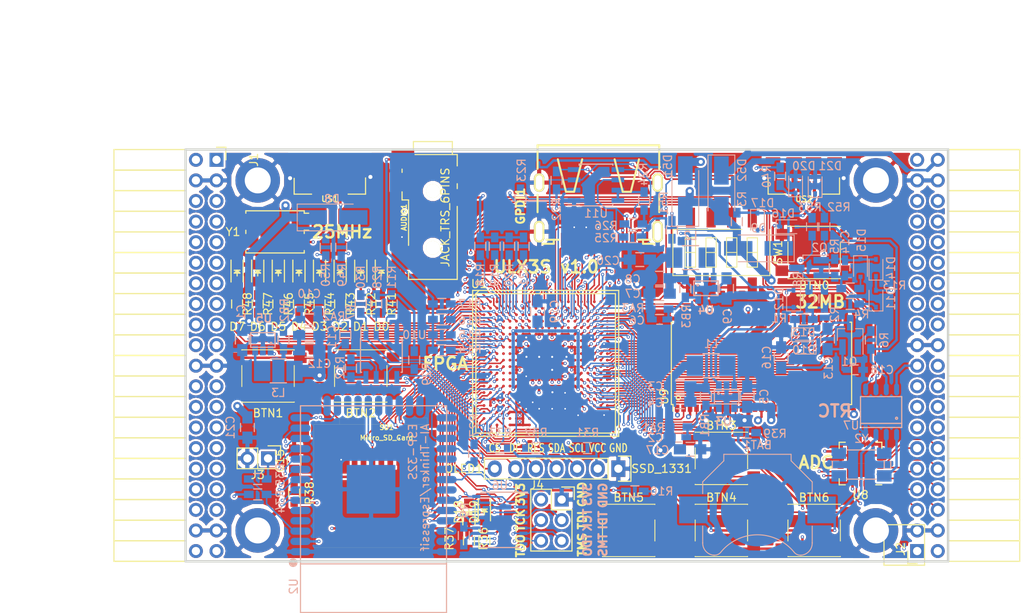
<source format=kicad_pcb>
(kicad_pcb (version 4) (host pcbnew 4.0.7+dfsg1-1)
  (layers (0 F.Cu signal) (1 In1.Cu signal) (2 In2.Cu signal) (31 B.Cu signal) (34 B.Paste user) (35 F.Paste user) (36 B.SilkS user) (37 F.SilkS user) (38 B.Mask user) (39 F.Mask user) (44 Edge.Cuts user))
  (net 0 "")
  (net 1 GND)
  (net 2 +5V)
  (net 3 /gpio/IN5V)
  (net 4 /gpio/OUT5V)
  (net 5 +3V3)
  (net 6 "Net-(L1-Pad1)")
  (net 7 "Net-(L2-Pad1)")
  (net 8 +1V2)
  (net 9 BTN_D)
  (net 10 BTN_F1)
  (net 11 BTN_F2)
  (net 12 BTN_L)
  (net 13 BTN_R)
  (net 14 BTN_U)
  (net 15 /power/FB1)
  (net 16 +2V5)
  (net 17 "Net-(L3-Pad1)")
  (net 18 /power/PWREN)
  (net 19 /power/FB3)
  (net 20 /power/FB2)
  (net 21 "Net-(D9-Pad1)")
  (net 22 /power/VBAT)
  (net 23 JTAG_TDI)
  (net 24 JTAG_TCK)
  (net 25 JTAG_TMS)
  (net 26 JTAG_TDO)
  (net 27 /power/WAKEUPn)
  (net 28 /power/WKUP)
  (net 29 /power/SHUT)
  (net 30 /power/WAKE)
  (net 31 /power/HOLD)
  (net 32 /power/WKn)
  (net 33 /power/OSCI_32k)
  (net 34 /power/OSCO_32k)
  (net 35 "Net-(Q2-Pad3)")
  (net 36 SHUTDOWN)
  (net 37 /analog/AUDIO_L)
  (net 38 /analog/AUDIO_R)
  (net 39 GPDI_5V_SCL)
  (net 40 GPDI_5V_SDA)
  (net 41 GPDI_SDA)
  (net 42 GPDI_SCL)
  (net 43 /gpdi/VREF2)
  (net 44 SD_CMD)
  (net 45 SD_CLK)
  (net 46 SD_D0)
  (net 47 SD_D1)
  (net 48 USB5V)
  (net 49 "Net-(BTN0-Pad1)")
  (net 50 GPDI_CEC)
  (net 51 nRESET)
  (net 52 FTDI_nDTR)
  (net 53 SDRAM_CKE)
  (net 54 SDRAM_A7)
  (net 55 SDRAM_D15)
  (net 56 SDRAM_BA1)
  (net 57 SDRAM_D7)
  (net 58 SDRAM_A6)
  (net 59 SDRAM_CLK)
  (net 60 SDRAM_D13)
  (net 61 SDRAM_BA0)
  (net 62 SDRAM_D6)
  (net 63 SDRAM_A5)
  (net 64 SDRAM_D14)
  (net 65 SDRAM_A11)
  (net 66 SDRAM_D12)
  (net 67 SDRAM_D5)
  (net 68 SDRAM_A4)
  (net 69 SDRAM_A10)
  (net 70 SDRAM_D11)
  (net 71 SDRAM_A3)
  (net 72 SDRAM_D4)
  (net 73 SDRAM_D10)
  (net 74 SDRAM_D9)
  (net 75 SDRAM_A9)
  (net 76 SDRAM_D3)
  (net 77 SDRAM_D8)
  (net 78 SDRAM_A8)
  (net 79 SDRAM_A2)
  (net 80 SDRAM_A1)
  (net 81 SDRAM_A0)
  (net 82 SDRAM_D2)
  (net 83 SDRAM_D1)
  (net 84 SDRAM_D0)
  (net 85 SDRAM_DQM0)
  (net 86 SDRAM_nCS)
  (net 87 SDRAM_nRAS)
  (net 88 SDRAM_DQM1)
  (net 89 SDRAM_nCAS)
  (net 90 SDRAM_nWE)
  (net 91 /flash/FLASH_nWP)
  (net 92 /flash/FLASH_nHOLD)
  (net 93 /flash/FLASH_MOSI)
  (net 94 /flash/FLASH_MISO)
  (net 95 /flash/FLASH_SCK)
  (net 96 /flash/FLASH_nCS)
  (net 97 /flash/FPGA_PROGRAMN)
  (net 98 /flash/FPGA_DONE)
  (net 99 /flash/FPGA_INITN)
  (net 100 OLED_RES)
  (net 101 OLED_DC)
  (net 102 OLED_CS)
  (net 103 WIFI_EN)
  (net 104 FTDI_nRTS)
  (net 105 FTDI_TXD)
  (net 106 FTDI_RXD)
  (net 107 WIFI_RXD)
  (net 108 WIFI_GPIO0)
  (net 109 WIFI_TXD)
  (net 110 GPDI_ETH-)
  (net 111 GPDI_ETH+)
  (net 112 GPDI_D2+)
  (net 113 GPDI_D2-)
  (net 114 GPDI_D1+)
  (net 115 GPDI_D1-)
  (net 116 GPDI_D0+)
  (net 117 GPDI_D0-)
  (net 118 GPDI_CLK+)
  (net 119 GPDI_CLK-)
  (net 120 USB_FTDI_D+)
  (net 121 USB_FTDI_D-)
  (net 122 J1_17-)
  (net 123 J1_17+)
  (net 124 J1_23-)
  (net 125 J1_23+)
  (net 126 J1_25-)
  (net 127 J1_25+)
  (net 128 J1_27-)
  (net 129 J1_27+)
  (net 130 J1_29-)
  (net 131 J1_29+)
  (net 132 J1_31-)
  (net 133 J1_31+)
  (net 134 J1_33-)
  (net 135 J1_33+)
  (net 136 J1_35-)
  (net 137 J1_35+)
  (net 138 J2_5-)
  (net 139 J2_5+)
  (net 140 J2_7-)
  (net 141 J2_7+)
  (net 142 J2_9-)
  (net 143 J2_9+)
  (net 144 J2_13-)
  (net 145 J2_13+)
  (net 146 J2_17-)
  (net 147 J2_17+)
  (net 148 J2_11-)
  (net 149 J2_11+)
  (net 150 J2_23-)
  (net 151 J2_23+)
  (net 152 J1_5-)
  (net 153 J1_5+)
  (net 154 J1_7-)
  (net 155 J1_7+)
  (net 156 J1_9-)
  (net 157 J1_9+)
  (net 158 J1_11-)
  (net 159 J1_11+)
  (net 160 J1_13-)
  (net 161 J1_13+)
  (net 162 J1_15-)
  (net 163 J1_15+)
  (net 164 J2_15-)
  (net 165 J2_15+)
  (net 166 J2_25-)
  (net 167 J2_25+)
  (net 168 J2_27-)
  (net 169 J2_27+)
  (net 170 J2_29-)
  (net 171 J2_29+)
  (net 172 J2_31-)
  (net 173 J2_31+)
  (net 174 J2_33-)
  (net 175 J2_33+)
  (net 176 J2_35-)
  (net 177 J2_35+)
  (net 178 SD_D3)
  (net 179 AUDIO_L3)
  (net 180 AUDIO_L2)
  (net 181 AUDIO_L1)
  (net 182 AUDIO_L0)
  (net 183 AUDIO_R3)
  (net 184 AUDIO_R2)
  (net 185 AUDIO_R1)
  (net 186 AUDIO_R0)
  (net 187 OLED_CLK)
  (net 188 OLED_MOSI)
  (net 189 LED0)
  (net 190 LED1)
  (net 191 LED2)
  (net 192 LED3)
  (net 193 LED4)
  (net 194 LED5)
  (net 195 LED6)
  (net 196 LED7)
  (net 197 BTN_PWRn)
  (net 198 "Net-(J3-Pad1)")
  (net 199 FTDI_nTXLED)
  (net 200 FTDI_nSLEEP)
  (net 201 /blinkey/LED_PWREN)
  (net 202 /blinkey/LED_TXLED)
  (net 203 FT3V3)
  (net 204 /sdcard/SD3V3)
  (net 205 SD_D2)
  (net 206 CLK_25MHz)
  (net 207 /blinkey/BTNPUL)
  (net 208 /blinkey/BTNPUR)
  (net 209 USB_FPGA_D+)
  (net 210 /power/FTDI_nSUSPEND)
  (net 211 /blinkey/ALED0)
  (net 212 /blinkey/ALED1)
  (net 213 /blinkey/ALED2)
  (net 214 /blinkey/ALED3)
  (net 215 /blinkey/ALED4)
  (net 216 /blinkey/ALED5)
  (net 217 /blinkey/ALED6)
  (net 218 /blinkey/ALED7)
  (net 219 /usb/FTD-)
  (net 220 /usb/FTD+)
  (net 221 ADC_MISO)
  (net 222 ADC_MOSI)
  (net 223 ADC_CSn)
  (net 224 ADC_SCLK)
  (net 225 "Net-(R51-Pad2)")
  (net 226 SW3)
  (net 227 SW2)
  (net 228 SW1)
  (net 229 SW0)
  (net 230 USB_FPGA_D-)
  (net 231 /usb/FPD+)
  (net 232 /usb/FPD-)
  (net 233 WIFI_GPIO16)
  (net 234 WIFI_GPIO15)
  (net 235 /usb/ANT_433MHz)
  (module Diodes_SMD:D_SMA_Handsoldering (layer B.Cu) (at 155.695 66.5 90)
    (fp_text reference D51 (at 3.048 -2.159 90) (layer B.SilkS) (effects (justify mirror)))
    (fp_text value STPS2L30AF)
    (pad 1 smd rect (at -2.5 0 90) (size 3.5 1.8) (layers B.Cu B.Paste B.Mask) (net 2 +5V))
    (pad 2 smd rect (at 2.5 0 90) (size 3.5 1.8) (layers B.Cu B.Paste B.Mask) (net 3 /gpio/IN5V))
  )
  (module Resistors_SMD:R_0603_HandSoldering (layer B.Cu) (at 154.044 71.326 90)
    (fp_text reference R51 (at 3.302 -1.016 90) (layer B.SilkS) (effects (justify mirror)))
    (fp_text value 220)
    (pad 1 smd rect (at -1.1 0 90) (size 1.2 0.9) (layers B.Cu B.Paste B.Mask) (net 5 +3V3))
    (pad 2 smd rect (at 1.1 0 90) (size 1.2 0.9) (layers B.Cu B.Paste B.Mask) (net 225 "Net-(R51-Pad2)"))
  )
  (module micro-sd:MicroSD_TF02D (layer F.Cu) (at 116.87 110.52 180)
    (fp_text reference SD1 (at -1.995 14.81 180) (layer F.SilkS) (effects (font (size 0.59944 0.59944) (thickness 0.12446))))
    (fp_text value Micro_SD_Card (at -1.995 13.54 180) (layer F.SilkS) (effects (font (size 0.59944 0.59944) (thickness 0.12446))))
    (pad 1 smd rect (at 1.94 11 180) (size 0.7 1.8) (layers F.Cu F.Paste F.Mask) (net 205 SD_D2))
    (pad 2 smd rect (at 0.84 11 180) (size 0.7 1.8) (layers F.Cu F.Paste F.Mask) (net 178 SD_D3))
    (pad 3 smd rect (at -0.26 11 180) (size 0.7 1.8) (layers F.Cu F.Paste F.Mask) (net 44 SD_CMD))
    (pad 4 smd rect (at -1.36 11 180) (size 0.7 1.8) (layers F.Cu F.Paste F.Mask) (net 204 /sdcard/SD3V3))
    (pad 5 smd rect (at -2.46 11 180) (size 0.7 1.8) (layers F.Cu F.Paste F.Mask) (net 45 SD_CLK))
    (pad 6 smd rect (at -3.56 11 180) (size 0.7 1.8) (layers F.Cu F.Paste F.Mask) (net 1 GND))
    (pad 7 smd rect (at -4.66 11 180) (size 0.7 1.8) (layers F.Cu F.Paste F.Mask) (net 46 SD_D0))
    (pad 8 smd rect (at -5.76 11 180) (size 0.7 1.8) (layers F.Cu F.Paste F.Mask) (net 47 SD_D1))
    (pad S smd rect (at -5.05 0.4 180) (size 1.6 1.4) (layers F.Cu F.Paste F.Mask))
    (pad S smd rect (at 0.75 0.4 180) (size 1.8 1.4) (layers F.Cu F.Paste F.Mask))
    (pad G smd rect (at -7.45 13.55 180) (size 1.4 1.9) (layers F.Cu F.Paste F.Mask))
    (pad G smd rect (at 6.6 14.55 180) (size 1.4 1.9) (layers F.Cu F.Paste F.Mask))
  )
  (module Resistors_SMD:R_1210_HandSoldering (layer B.Cu) (at 158.87 88.09 180)
    (fp_text reference L1 (at 0 2.7 180) (layer B.SilkS) (effects (justify mirror)))
    (fp_text value 2.2uH)
    (pad 1 smd rect (at -2 0 180) (size 2 2.5) (layers B.Cu B.Paste B.Mask) (net 6 "Net-(L1-Pad1)"))
    (pad 2 smd rect (at 2 0 180) (size 2 2.5) (layers B.Cu B.Paste B.Mask) (net 8 +1V2))
  )
  (module TSOT-25:TSOT-25 (layer B.Cu) (at 160.775 91.9)
    (fp_text reference U3 (at -0.381 3.048) (layer B.SilkS) (effects (font (thickness 0.2)) (justify mirror)))
    (fp_text value AP3429A)
    (pad 1 smd rect (at -0.95 -1.3) (size 0.7 1.2) (layers B.Cu B.Paste B.Mask) (net 18 /power/PWREN))
    (pad 2 smd rect (at 0 -1.3) (size 0.7 1.2) (layers B.Cu B.Paste B.Mask) (net 1 GND))
    (pad 3 smd rect (at 0.95 -1.3) (size 0.7 1.2) (layers B.Cu B.Paste B.Mask) (net 6 "Net-(L1-Pad1)"))
    (pad 4 smd rect (at 0.95 1.3) (size 0.7 1.2) (layers B.Cu B.Paste B.Mask) (net 2 +5V))
    (pad 5 smd rect (at -0.95 1.3) (size 0.7 1.2) (layers B.Cu B.Paste B.Mask) (net 15 /power/FB1))
  )
  (module Resistors_SMD:R_1210_HandSoldering (layer B.Cu) (at 156.33 74.755 180)
    (fp_text reference L2 (at 0 2.7 180) (layer B.SilkS) (effects (justify mirror)))
    (fp_text value 2.2uH)
    (pad 1 smd rect (at -2 0 180) (size 2 2.5) (layers B.Cu B.Paste B.Mask) (net 7 "Net-(L2-Pad1)"))
    (pad 2 smd rect (at 2 0 180) (size 2 2.5) (layers B.Cu B.Paste B.Mask) (net 5 +3V3))
  )
  (module TSOT-25:TSOT-25 (layer B.Cu) (at 158.235 78.535)
    (fp_text reference U4 (at 0 2.697) (layer B.SilkS) (effects (font (thickness 0.2)) (justify mirror)))
    (fp_text value AP3429A)
    (pad 1 smd rect (at -0.95 -1.3) (size 0.7 1.2) (layers B.Cu B.Paste B.Mask) (net 18 /power/PWREN))
    (pad 2 smd rect (at 0 -1.3) (size 0.7 1.2) (layers B.Cu B.Paste B.Mask) (net 1 GND))
    (pad 3 smd rect (at 0.95 -1.3) (size 0.7 1.2) (layers B.Cu B.Paste B.Mask) (net 7 "Net-(L2-Pad1)"))
    (pad 4 smd rect (at 0.95 1.3) (size 0.7 1.2) (layers B.Cu B.Paste B.Mask) (net 2 +5V))
    (pad 5 smd rect (at -0.95 1.3) (size 0.7 1.2) (layers B.Cu B.Paste B.Mask) (net 19 /power/FB3))
  )
  (module LEDs:LED_0805 (layer F.Cu) (at 118.23 76.66 270)
    (fp_text reference D0 (at 6.604 0 360) (layer F.SilkS))
    (fp_text value LED hide)
    (pad 2 smd rect (at 1.04902 0 90) (size 1.19888 1.19888) (layers F.Cu F.Paste F.Mask) (net 211 /blinkey/ALED0))
    (pad 1 smd rect (at -1.04902 0 90) (size 1.19888 1.19888) (layers F.Cu F.Paste F.Mask) (net 1 GND))
  )
  (module LEDs:LED_0805 (layer F.Cu) (at 115.69 76.66 270)
    (fp_text reference D1 (at 6.604 0 360) (layer F.SilkS))
    (fp_text value LED hide)
    (pad 2 smd rect (at 1.04902 0 90) (size 1.19888 1.19888) (layers F.Cu F.Paste F.Mask) (net 212 /blinkey/ALED1))
    (pad 1 smd rect (at -1.04902 0 90) (size 1.19888 1.19888) (layers F.Cu F.Paste F.Mask) (net 1 GND))
  )
  (module LEDs:LED_0805 (layer F.Cu) (at 113.15 76.66 270)
    (fp_text reference D2 (at 6.604 0 360) (layer F.SilkS))
    (fp_text value LED hide)
    (pad 2 smd rect (at 1.04902 0 90) (size 1.19888 1.19888) (layers F.Cu F.Paste F.Mask) (net 213 /blinkey/ALED2))
    (pad 1 smd rect (at -1.04902 0 90) (size 1.19888 1.19888) (layers F.Cu F.Paste F.Mask) (net 1 GND))
  )
  (module LEDs:LED_0805 (layer F.Cu) (at 110.61 76.66 270)
    (fp_text reference D3 (at 6.604 0 360) (layer F.SilkS))
    (fp_text value LED hide)
    (pad 2 smd rect (at 1.04902 0 90) (size 1.19888 1.19888) (layers F.Cu F.Paste F.Mask) (net 214 /blinkey/ALED3))
    (pad 1 smd rect (at -1.04902 0 90) (size 1.19888 1.19888) (layers F.Cu F.Paste F.Mask) (net 1 GND))
  )
  (module LEDs:LED_0805 (layer F.Cu) (at 108.07 76.66 270)
    (fp_text reference D4 (at 6.604 0 360) (layer F.SilkS))
    (fp_text value LED hide)
    (pad 2 smd rect (at 1.04902 0 90) (size 1.19888 1.19888) (layers F.Cu F.Paste F.Mask) (net 215 /blinkey/ALED4))
    (pad 1 smd rect (at -1.04902 0 90) (size 1.19888 1.19888) (layers F.Cu F.Paste F.Mask) (net 1 GND))
  )
  (module LEDs:LED_0805 (layer F.Cu) (at 105.53 76.66 270)
    (fp_text reference D5 (at 6.604 0 360) (layer F.SilkS))
    (fp_text value LED hide)
    (pad 2 smd rect (at 1.04902 0 90) (size 1.19888 1.19888) (layers F.Cu F.Paste F.Mask) (net 216 /blinkey/ALED5))
    (pad 1 smd rect (at -1.04902 0 90) (size 1.19888 1.19888) (layers F.Cu F.Paste F.Mask) (net 1 GND))
  )
  (module LEDs:LED_0805 (layer F.Cu) (at 102.99 76.66 270)
    (fp_text reference D6 (at 6.604 0 360) (layer F.SilkS))
    (fp_text value LED hide)
    (pad 2 smd rect (at 1.04902 0 90) (size 1.19888 1.19888) (layers F.Cu F.Paste F.Mask) (net 217 /blinkey/ALED6))
    (pad 1 smd rect (at -1.04902 0 90) (size 1.19888 1.19888) (layers F.Cu F.Paste F.Mask) (net 1 GND))
  )
  (module LEDs:LED_0805 (layer F.Cu) (at 100.45 76.66 270)
    (fp_text reference D7 (at 6.604 0 360) (layer F.SilkS))
    (fp_text value LED hide)
    (pad 2 smd rect (at 1.04902 0 90) (size 1.19888 1.19888) (layers F.Cu F.Paste F.Mask) (net 218 /blinkey/ALED7))
    (pad 1 smd rect (at -1.04902 0 90) (size 1.19888 1.19888) (layers F.Cu F.Paste F.Mask) (net 1 GND))
  )
  (module Resistors_SMD:R_1210_HandSoldering (layer B.Cu) (at 105.53 88.725)
    (fp_text reference L3 (at 0 2.7) (layer B.SilkS) (effects (justify mirror)))
    (fp_text value 2.2uH)
    (pad 1 smd rect (at -2 0) (size 2 2.5) (layers B.Cu B.Paste B.Mask) (net 17 "Net-(L3-Pad1)"))
    (pad 2 smd rect (at 2 0) (size 2 2.5) (layers B.Cu B.Paste B.Mask) (net 16 +2V5))
  )
  (module TSOT-25:TSOT-25 (layer B.Cu) (at 103.625 84.915 180)
    (fp_text reference U5 (at -0.127 2.667 180) (layer B.SilkS) (effects (font (thickness 0.2)) (justify mirror)))
    (fp_text value AP3429A)
    (pad 1 smd rect (at -0.95 -1.3 180) (size 0.7 1.2) (layers B.Cu B.Paste B.Mask) (net 18 /power/PWREN))
    (pad 2 smd rect (at 0 -1.3 180) (size 0.7 1.2) (layers B.Cu B.Paste B.Mask) (net 1 GND))
    (pad 3 smd rect (at 0.95 -1.3 180) (size 0.7 1.2) (layers B.Cu B.Paste B.Mask) (net 17 "Net-(L3-Pad1)"))
    (pad 4 smd rect (at 0.95 1.3 180) (size 0.7 1.2) (layers B.Cu B.Paste B.Mask) (net 2 +5V))
    (pad 5 smd rect (at -0.95 1.3 180) (size 0.7 1.2) (layers B.Cu B.Paste B.Mask) (net 20 /power/FB2))
  )
  (module Capacitors_SMD:C_0805_HandSoldering (layer B.Cu) (at 101.085 84.915 270)
    (fp_text reference C1 (at -3.429 0.127 270) (layer B.SilkS) (effects (justify mirror)))
    (fp_text value 22uF)
    (pad 1 smd rect (at -1.25 0 270) (size 1.5 1.25) (layers B.Cu B.Paste B.Mask) (net 2 +5V))
    (pad 2 smd rect (at 1.25 0 270) (size 1.5 1.25) (layers B.Cu B.Paste B.Mask) (net 1 GND))
  )
  (module Capacitors_SMD:C_0805_HandSoldering (layer B.Cu) (at 155.06 90.63)
    (fp_text reference C3 (at -3.048 0) (layer B.SilkS) (effects (justify mirror)))
    (fp_text value 22uF)
    (pad 1 smd rect (at -1.25 0) (size 1.5 1.25) (layers B.Cu B.Paste B.Mask) (net 8 +1V2))
    (pad 2 smd rect (at 1.25 0) (size 1.5 1.25) (layers B.Cu B.Paste B.Mask) (net 1 GND))
  )
  (module Capacitors_SMD:C_0805_HandSoldering (layer B.Cu) (at 155.06 92.535)
    (fp_text reference C4 (at -3.048 0.127) (layer B.SilkS) (effects (justify mirror)))
    (fp_text value 22uF)
    (pad 1 smd rect (at -1.25 0) (size 1.5 1.25) (layers B.Cu B.Paste B.Mask) (net 8 +1V2))
    (pad 2 smd rect (at 1.25 0) (size 1.5 1.25) (layers B.Cu B.Paste B.Mask) (net 1 GND))
  )
  (module Capacitors_SMD:C_0805_HandSoldering (layer B.Cu) (at 163.315 91.9 90)
    (fp_text reference C5 (at 0 2.1 90) (layer B.SilkS) (effects (justify mirror)))
    (fp_text value 22uF)
    (pad 1 smd rect (at -1.25 0 90) (size 1.5 1.25) (layers B.Cu B.Paste B.Mask) (net 2 +5V))
    (pad 2 smd rect (at 1.25 0 90) (size 1.5 1.25) (layers B.Cu B.Paste B.Mask) (net 1 GND))
  )
  (module Capacitors_SMD:C_0805_HandSoldering (layer B.Cu) (at 152.52 79.2)
    (fp_text reference C7 (at -3.302 0) (layer B.SilkS) (effects (justify mirror)))
    (fp_text value 22uF)
    (pad 1 smd rect (at -1.25 0) (size 1.5 1.25) (layers B.Cu B.Paste B.Mask) (net 5 +3V3))
    (pad 2 smd rect (at 1.25 0) (size 1.5 1.25) (layers B.Cu B.Paste B.Mask) (net 1 GND))
  )
  (module Capacitors_SMD:C_0805_HandSoldering (layer B.Cu) (at 152.52 77.295)
    (fp_text reference C8 (at -3.302 0.127) (layer B.SilkS) (effects (justify mirror)))
    (fp_text value 22uF)
    (pad 1 smd rect (at -1.25 0) (size 1.5 1.25) (layers B.Cu B.Paste B.Mask) (net 5 +3V3))
    (pad 2 smd rect (at 1.25 0) (size 1.5 1.25) (layers B.Cu B.Paste B.Mask) (net 1 GND))
  )
  (module Capacitors_SMD:C_0805_HandSoldering (layer B.Cu) (at 160.775 78.565 90)
    (fp_text reference C9 (at -3.429 0.127 90) (layer B.SilkS) (effects (justify mirror)))
    (fp_text value 22uF)
    (pad 1 smd rect (at -1.25 0 90) (size 1.5 1.25) (layers B.Cu B.Paste B.Mask) (net 2 +5V))
    (pad 2 smd rect (at 1.25 0 90) (size 1.5 1.25) (layers B.Cu B.Paste B.Mask) (net 1 GND))
  )
  (module Capacitors_SMD:C_0805_HandSoldering (layer B.Cu) (at 109.34 84.28 180)
    (fp_text reference C11 (at -2.794 -0.254 270) (layer B.SilkS) (effects (justify mirror)))
    (fp_text value 22uF)
    (pad 1 smd rect (at -1.25 0 180) (size 1.5 1.25) (layers B.Cu B.Paste B.Mask) (net 16 +2V5))
    (pad 2 smd rect (at 1.25 0 180) (size 1.5 1.25) (layers B.Cu B.Paste B.Mask) (net 1 GND))
  )
  (module Capacitors_SMD:C_0805_HandSoldering (layer B.Cu) (at 109.34 86.185 180)
    (fp_text reference C12 (at -1.27 -1.651 360) (layer B.SilkS) (effects (justify mirror)))
    (fp_text value 22uF)
    (pad 1 smd rect (at -1.25 0 180) (size 1.5 1.25) (layers B.Cu B.Paste B.Mask) (net 16 +2V5))
    (pad 2 smd rect (at 1.25 0 180) (size 1.5 1.25) (layers B.Cu B.Paste B.Mask) (net 1 GND))
  )
  (module Power_Integrations:SO-8 (layer B.Cu) (at 179.825 93.805 180)
    (fp_text reference U7 (at 3.683 -1.651 180) (layer B.SilkS) (effects (justify mirror)))
    (fp_text value PCF8523)
    (pad 1 smd oval (at -1.905 -2.794 180) (size 0.6096 1.4732) (layers B.Cu B.Paste B.Mask) (net 33 /power/OSCI_32k))
    (pad 2 smd oval (at -0.635 -2.794 180) (size 0.6096 1.4732) (layers B.Cu B.Paste B.Mask) (net 34 /power/OSCO_32k))
    (pad 3 smd oval (at 0.635 -2.794 180) (size 0.6096 1.4732) (layers B.Cu B.Paste B.Mask) (net 22 /power/VBAT))
    (pad 4 smd oval (at 1.905 -2.794 180) (size 0.6096 1.4732) (layers B.Cu B.Paste B.Mask) (net 1 GND))
    (pad 5 smd oval (at 1.905 2.794 180) (size 0.6096 1.4732) (layers B.Cu B.Paste B.Mask) (net 41 GPDI_SDA))
    (pad 6 smd oval (at 0.635 2.794 180) (size 0.6096 1.4732) (layers B.Cu B.Paste B.Mask) (net 42 GPDI_SCL))
    (pad 7 smd oval (at -0.635 2.794 180) (size 0.6096 1.4732) (layers B.Cu B.Paste B.Mask) (net 27 /power/WAKEUPn))
    (pad 8 smd oval (at -1.905 2.794 180) (size 0.6096 1.4732) (layers B.Cu B.Paste B.Mask) (net 5 +3V3))
  )
  (module Capacitors_SMD:C_0805_HandSoldering (layer B.Cu) (at 173.221 84.788 90)
    (fp_text reference C13 (at -3.556 0.127 90) (layer B.SilkS) (effects (justify mirror)))
    (fp_text value 2.2uF)
    (pad 1 smd rect (at -1.25 0 90) (size 1.5 1.25) (layers B.Cu B.Paste B.Mask) (net 2 +5V))
    (pad 2 smd rect (at 1.25 0 90) (size 1.5 1.25) (layers B.Cu B.Paste B.Mask) (net 28 /power/WKUP))
  )
  (module TSOP54:TSOP54 (layer F.Cu) (at 165.08 87.8 90)
    (fp_text reference U9 (at -4.1 -12 90) (layer F.SilkS))
    (fp_text value MT48LC16M16A2TG)
    (pad 28 smd rect (at 5.53 10.4 90) (size 0.9 0.56) (layers F.Cu F.Paste F.Mask) (net 1 GND))
    (pad 1 smd rect (at -5.53 -10.4 90) (size 0.9 0.56) (layers F.Cu F.Paste F.Mask) (net 5 +3V3))
    (pad 2 smd rect (at -5.53 -9.6 90) (size 0.9 0.56) (layers F.Cu F.Paste F.Mask) (net 84 SDRAM_D0))
    (pad 3 smd rect (at -5.53 -8.8 90) (size 0.9 0.56) (layers F.Cu F.Paste F.Mask) (net 5 +3V3))
    (pad 4 smd rect (at -5.53 -8 90) (size 0.9 0.56) (layers F.Cu F.Paste F.Mask) (net 83 SDRAM_D1))
    (pad 5 smd rect (at -5.53 -7.2 90) (size 0.9 0.56) (layers F.Cu F.Paste F.Mask) (net 82 SDRAM_D2))
    (pad 6 smd rect (at -5.53 -6.4 90) (size 0.9 0.56) (layers F.Cu F.Paste F.Mask) (net 1 GND))
    (pad 7 smd rect (at -5.53 -5.6 90) (size 0.9 0.56) (layers F.Cu F.Paste F.Mask) (net 76 SDRAM_D3))
    (pad 8 smd rect (at -5.53 -4.8 90) (size 0.9 0.56) (layers F.Cu F.Paste F.Mask) (net 72 SDRAM_D4))
    (pad 9 smd rect (at -5.53 -4 90) (size 0.9 0.56) (layers F.Cu F.Paste F.Mask) (net 5 +3V3))
    (pad 10 smd rect (at -5.53 -3.2 90) (size 0.9 0.56) (layers F.Cu F.Paste F.Mask) (net 67 SDRAM_D5))
    (pad 11 smd rect (at -5.53 -2.4 90) (size 0.9 0.56) (layers F.Cu F.Paste F.Mask) (net 62 SDRAM_D6))
    (pad 12 smd rect (at -5.53 -1.6 90) (size 0.9 0.56) (layers F.Cu F.Paste F.Mask) (net 1 GND))
    (pad 13 smd rect (at -5.53 -0.8 90) (size 0.9 0.56) (layers F.Cu F.Paste F.Mask) (net 57 SDRAM_D7))
    (pad 14 smd rect (at -5.53 0 90) (size 0.9 0.56) (layers F.Cu F.Paste F.Mask) (net 5 +3V3))
    (pad 15 smd rect (at -5.53 0.8 90) (size 0.9 0.56) (layers F.Cu F.Paste F.Mask) (net 85 SDRAM_DQM0))
    (pad 16 smd rect (at -5.53 1.6 90) (size 0.9 0.56) (layers F.Cu F.Paste F.Mask) (net 90 SDRAM_nWE))
    (pad 17 smd rect (at -5.53 2.4 90) (size 0.9 0.56) (layers F.Cu F.Paste F.Mask) (net 89 SDRAM_nCAS))
    (pad 18 smd rect (at -5.53 3.2 90) (size 0.9 0.56) (layers F.Cu F.Paste F.Mask) (net 87 SDRAM_nRAS))
    (pad 19 smd rect (at -5.53 4 90) (size 0.9 0.56) (layers F.Cu F.Paste F.Mask) (net 86 SDRAM_nCS))
    (pad 20 smd rect (at -5.53 4.8 90) (size 0.9 0.56) (layers F.Cu F.Paste F.Mask) (net 61 SDRAM_BA0))
    (pad 21 smd rect (at -5.53 5.6 90) (size 0.9 0.56) (layers F.Cu F.Paste F.Mask) (net 56 SDRAM_BA1))
    (pad 22 smd rect (at -5.53 6.4 90) (size 0.9 0.56) (layers F.Cu F.Paste F.Mask) (net 69 SDRAM_A10))
    (pad 23 smd rect (at -5.53 7.2 90) (size 0.9 0.56) (layers F.Cu F.Paste F.Mask) (net 81 SDRAM_A0))
    (pad 24 smd rect (at -5.53 8 90) (size 0.9 0.56) (layers F.Cu F.Paste F.Mask) (net 80 SDRAM_A1))
    (pad 25 smd rect (at -5.53 8.8 90) (size 0.9 0.56) (layers F.Cu F.Paste F.Mask) (net 79 SDRAM_A2))
    (pad 26 smd rect (at -5.53 9.6 90) (size 0.9 0.56) (layers F.Cu F.Paste F.Mask) (net 71 SDRAM_A3))
    (pad 27 smd rect (at -5.53 10.4 90) (size 0.9 0.56) (layers F.Cu F.Paste F.Mask) (net 5 +3V3))
    (pad 29 smd rect (at 5.53 9.6 90) (size 0.9 0.56) (layers F.Cu F.Paste F.Mask) (net 68 SDRAM_A4))
    (pad 30 smd rect (at 5.53 8.8 90) (size 0.9 0.56) (layers F.Cu F.Paste F.Mask) (net 63 SDRAM_A5))
    (pad 31 smd rect (at 5.53 8 90) (size 0.9 0.56) (layers F.Cu F.Paste F.Mask) (net 58 SDRAM_A6))
    (pad 32 smd rect (at 5.53 7.2 90) (size 0.9 0.56) (layers F.Cu F.Paste F.Mask) (net 54 SDRAM_A7))
    (pad 33 smd rect (at 5.53 6.4 90) (size 0.9 0.56) (layers F.Cu F.Paste F.Mask) (net 78 SDRAM_A8))
    (pad 34 smd rect (at 5.53 5.6 90) (size 0.9 0.56) (layers F.Cu F.Paste F.Mask) (net 75 SDRAM_A9))
    (pad 35 smd rect (at 5.53 4.8 90) (size 0.9 0.56) (layers F.Cu F.Paste F.Mask) (net 65 SDRAM_A11))
    (pad 36 smd rect (at 5.53 4 90) (size 0.9 0.56) (layers F.Cu F.Paste F.Mask))
    (pad 37 smd rect (at 5.53 3.2 90) (size 0.9 0.56) (layers F.Cu F.Paste F.Mask) (net 53 SDRAM_CKE))
    (pad 38 smd rect (at 5.53 2.4 90) (size 0.9 0.56) (layers F.Cu F.Paste F.Mask) (net 59 SDRAM_CLK))
    (pad 39 smd rect (at 5.53 1.6 90) (size 0.9 0.56) (layers F.Cu F.Paste F.Mask) (net 88 SDRAM_DQM1))
    (pad 40 smd rect (at 5.53 0.8 90) (size 0.9 0.56) (layers F.Cu F.Paste F.Mask))
    (pad 41 smd rect (at 5.53 0 90) (size 0.9 0.56) (layers F.Cu F.Paste F.Mask) (net 1 GND))
    (pad 42 smd rect (at 5.53 -0.8 90) (size 0.9 0.56) (layers F.Cu F.Paste F.Mask) (net 77 SDRAM_D8))
    (pad 43 smd rect (at 5.53 -1.6 90) (size 0.9 0.56) (layers F.Cu F.Paste F.Mask) (net 5 +3V3))
    (pad 44 smd rect (at 5.53 -2.4 90) (size 0.9 0.56) (layers F.Cu F.Paste F.Mask) (net 74 SDRAM_D9))
    (pad 45 smd rect (at 5.53 -3.2 90) (size 0.9 0.56) (layers F.Cu F.Paste F.Mask) (net 73 SDRAM_D10))
    (pad 46 smd rect (at 5.53 -4 90) (size 0.9 0.56) (layers F.Cu F.Paste F.Mask) (net 1 GND))
    (pad 47 smd rect (at 5.53 -4.8 90) (size 0.9 0.56) (layers F.Cu F.Paste F.Mask) (net 70 SDRAM_D11))
    (pad 48 smd rect (at 5.53 -5.6 90) (size 0.9 0.56) (layers F.Cu F.Paste F.Mask) (net 66 SDRAM_D12))
    (pad 49 smd rect (at 5.53 -6.4 90) (size 0.9 0.56) (layers F.Cu F.Paste F.Mask) (net 5 +3V3))
    (pad 50 smd rect (at 5.53 -7.2 90) (size 0.9 0.56) (layers F.Cu F.Paste F.Mask) (net 60 SDRAM_D13))
    (pad 51 smd rect (at 5.53 -8 90) (size 0.9 0.56) (layers F.Cu F.Paste F.Mask) (net 64 SDRAM_D14))
    (pad 52 smd rect (at 5.53 -8.8 90) (size 0.9 0.56) (layers F.Cu F.Paste F.Mask) (net 1 GND))
    (pad 53 smd rect (at 5.53 -9.6 90) (size 0.9 0.56) (layers F.Cu F.Paste F.Mask) (net 55 SDRAM_D15))
    (pad 54 smd rect (at 5.53 -10.4 90) (size 0.9 0.56) (layers F.Cu F.Paste F.Mask) (net 1 GND))
  )
  (module TO_SOT_Packages_SMD:SOT-23_Handsoldering (layer B.Cu) (at 176.015 84.28 90)
    (fp_text reference Q1 (at -3.302 -0.127 180) (layer B.SilkS) (effects (justify mirror)))
    (fp_text value BC857)
    (pad 1 smd rect (at -1.5 0.95 90) (size 1.9 0.8) (layers B.Cu B.Paste B.Mask) (net 32 /power/WKn))
    (pad 2 smd rect (at -1.5 -0.95 90) (size 1.9 0.8) (layers B.Cu B.Paste B.Mask) (net 2 +5V))
    (pad 3 smd rect (at 1.5 0 90) (size 1.9 0.8) (layers B.Cu B.Paste B.Mask) (net 28 /power/WKUP))
  )
  (module TO_SOT_Packages_SMD:SOT-23_Handsoldering (layer B.Cu) (at 170.935 76.025 180)
    (fp_text reference Q2 (at -1.295 2.5 180) (layer B.SilkS) (effects (justify mirror)))
    (fp_text value 2N7002)
    (pad 1 smd rect (at -1.5 0.95 180) (size 1.9 0.8) (layers B.Cu B.Paste B.Mask) (net 29 /power/SHUT))
    (pad 2 smd rect (at -1.5 -0.95 180) (size 1.9 0.8) (layers B.Cu B.Paste B.Mask) (net 1 GND))
    (pad 3 smd rect (at 1.5 0 180) (size 1.9 0.8) (layers B.Cu B.Paste B.Mask) (net 35 "Net-(Q2-Pad3)"))
  )
  (module Capacitors_SMD:C_0603_HandSoldering (layer B.Cu) (at 154.86 96.91)
    (fp_text reference C2 (at -2.848 0.07) (layer B.SilkS) (effects (justify mirror)))
    (fp_text value 470pF)
    (pad 1 smd rect (at -0.95 0) (size 1.2 0.75) (layers B.Cu B.Paste B.Mask) (net 8 +1V2))
    (pad 2 smd rect (at 0.95 0) (size 1.2 0.75) (layers B.Cu B.Paste B.Mask) (net 15 /power/FB1))
  )
  (module Capacitors_SMD:C_0603_HandSoldering (layer B.Cu) (at 152.52 82.375)
    (fp_text reference C6 (at -2.794 0.127) (layer B.SilkS) (effects (justify mirror)))
    (fp_text value 470pF)
    (pad 1 smd rect (at -0.95 0) (size 1.2 0.75) (layers B.Cu B.Paste B.Mask) (net 5 +3V3))
    (pad 2 smd rect (at 0.95 0) (size 1.2 0.75) (layers B.Cu B.Paste B.Mask) (net 19 /power/FB3))
  )
  (module Capacitors_SMD:C_0603_HandSoldering (layer B.Cu) (at 109.34 81.105 180)
    (fp_text reference C10 (at 0 1.9 180) (layer B.SilkS) (effects (justify mirror)))
    (fp_text value 470pF)
    (pad 1 smd rect (at -0.95 0 180) (size 1.2 0.75) (layers B.Cu B.Paste B.Mask) (net 16 +2V5))
    (pad 2 smd rect (at 0.95 0 180) (size 1.2 0.75) (layers B.Cu B.Paste B.Mask) (net 20 /power/FB2))
  )
  (module Capacitors_SMD:C_0603_HandSoldering (layer B.Cu) (at 175.38 76.025 270)
    (fp_text reference C14 (at -3.175 0 270) (layer B.SilkS) (effects (justify mirror)))
    (fp_text value 100nF)
    (pad 1 smd rect (at -0.95 0 270) (size 1.2 0.75) (layers B.Cu B.Paste B.Mask) (net 29 /power/SHUT))
    (pad 2 smd rect (at 0.95 0 270) (size 1.2 0.75) (layers B.Cu B.Paste B.Mask) (net 1 GND))
  )
  (module Resistors_SMD:R_0603_HandSoldering (layer B.Cu) (at 170.3 82.375)
    (fp_text reference R1 (at -3.048 -0.127) (layer B.SilkS) (effects (justify mirror)))
    (fp_text value 15k)
    (pad 1 smd rect (at -1.1 0) (size 1.2 0.9) (layers B.Cu B.Paste B.Mask) (net 30 /power/WAKE))
    (pad 2 smd rect (at 1.1 0) (size 1.2 0.9) (layers B.Cu B.Paste B.Mask) (net 18 /power/PWREN))
  )
  (module Resistors_SMD:R_0603_HandSoldering (layer B.Cu) (at 172.84 79.835 90)
    (fp_text reference R2 (at -1.905 1.27 90) (layer B.SilkS) (effects (justify mirror)))
    (fp_text value 47k)
    (pad 1 smd rect (at -1.1 0 90) (size 1.2 0.9) (layers B.Cu B.Paste B.Mask) (net 18 /power/PWREN))
    (pad 2 smd rect (at 1.1 0 90) (size 1.2 0.9) (layers B.Cu B.Paste B.Mask) (net 1 GND))
  )
  (module Resistors_SMD:R_0603_HandSoldering (layer B.Cu) (at 176.015 80.47 180)
    (fp_text reference R4 (at -1.397 -1.27 360) (layer B.SilkS) (effects (justify mirror)))
    (fp_text value 15k)
    (pad 1 smd rect (at -1.1 0 180) (size 1.2 0.9) (layers B.Cu B.Paste B.Mask) (net 31 /power/HOLD))
    (pad 2 smd rect (at 1.1 0 180) (size 1.2 0.9) (layers B.Cu B.Paste B.Mask) (net 18 /power/PWREN))
  )
  (module Resistors_SMD:R_0603_HandSoldering (layer B.Cu) (at 174.11 76.025 270)
    (fp_text reference R5 (at -2.667 0 270) (layer B.SilkS) (effects (justify mirror)))
    (fp_text value 4.7M)
    (pad 1 smd rect (at -1.1 0 270) (size 1.2 0.9) (layers B.Cu B.Paste B.Mask) (net 29 /power/SHUT))
    (pad 2 smd rect (at 1.1 0 270) (size 1.2 0.9) (layers B.Cu B.Paste B.Mask) (net 1 GND))
  )
  (module Resistors_SMD:R_0603_HandSoldering (layer B.Cu) (at 178.555 84.915 270)
    (fp_text reference R6 (at 0 -1.651 270) (layer B.SilkS) (effects (justify mirror)))
    (fp_text value 1k)
    (pad 1 smd rect (at -1.1 0 270) (size 1.2 0.9) (layers B.Cu B.Paste B.Mask) (net 32 /power/WKn))
    (pad 2 smd rect (at 1.1 0 270) (size 1.2 0.9) (layers B.Cu B.Paste B.Mask) (net 27 /power/WAKEUPn))
  )
  (module Resistors_SMD:R_0603_HandSoldering (layer B.Cu) (at 113.785 84.28 270)
    (fp_text reference R7 (at -2.794 -0.635 270) (layer B.SilkS) (effects (justify mirror)))
    (fp_text value 220)
    (pad 1 smd rect (at -1.1 0 270) (size 1.2 0.9) (layers B.Cu B.Paste B.Mask) (net 5 +3V3))
    (pad 2 smd rect (at 1.1 0 270) (size 1.2 0.9) (layers B.Cu B.Paste B.Mask) (net 207 /blinkey/BTNPUL))
  )
  (module Resistors_SMD:R_0603_HandSoldering (layer B.Cu) (at 170.935 79.835 90)
    (fp_text reference R8 (at 2.413 -1.397 90) (layer B.SilkS) (effects (justify mirror)))
    (fp_text value 1k)
    (pad 1 smd rect (at -1.1 0 90) (size 1.2 0.9) (layers B.Cu B.Paste B.Mask) (net 18 /power/PWREN))
    (pad 2 smd rect (at 1.1 0 90) (size 1.2 0.9) (layers B.Cu B.Paste B.Mask) (net 35 "Net-(Q2-Pad3)"))
  )
  (module Resistors_SMD:R_0603_HandSoldering (layer B.Cu) (at 128.39 109.045 270)
    (fp_text reference R9 (at -3.13 -0.126 270) (layer B.SilkS) (effects (justify mirror)))
    (fp_text value 15k)
    (pad 1 smd rect (at -1.1 0 270) (size 1.2 0.9) (layers B.Cu B.Paste B.Mask) (net 51 nRESET))
    (pad 2 smd rect (at 1.1 0 270) (size 1.2 0.9) (layers B.Cu B.Paste B.Mask) (net 203 FT3V3))
  )
  (module Resistors_SMD:R_0603_HandSoldering (layer B.Cu) (at 149.472 103.584 180)
    (fp_text reference R10 (at -3.302 0 180) (layer B.SilkS) (effects (justify mirror)))
    (fp_text value 220)
    (pad 1 smd rect (at -1.1 0 180) (size 1.2 0.9) (layers B.Cu B.Paste B.Mask) (net 210 /power/FTDI_nSUSPEND))
    (pad 2 smd rect (at 1.1 0 180) (size 1.2 0.9) (layers B.Cu B.Paste B.Mask) (net 200 FTDI_nSLEEP))
  )
  (module Resistors_SMD:R_0603_HandSoldering (layer B.Cu) (at 176.015 78.565 180)
    (fp_text reference R13 (at -5.461 0.381 180) (layer B.SilkS) (effects (justify mirror)))
    (fp_text value 15k)
    (pad 1 smd rect (at -1.1 0 180) (size 1.2 0.9) (layers B.Cu B.Paste B.Mask) (net 36 SHUTDOWN))
    (pad 2 smd rect (at 1.1 0 180) (size 1.2 0.9) (layers B.Cu B.Paste B.Mask) (net 1 GND))
  )
  (module Resistors_SMD:R_0603_HandSoldering (layer B.Cu) (at 154.86 95.64)
    (fp_text reference RA1 (at -3.102 0.07) (layer B.SilkS) (effects (justify mirror)))
    (fp_text value 15k)
    (pad 1 smd rect (at -1.1 0) (size 1.2 0.9) (layers B.Cu B.Paste B.Mask) (net 8 +1V2))
    (pad 2 smd rect (at 1.1 0) (size 1.2 0.9) (layers B.Cu B.Paste B.Mask) (net 15 /power/FB1))
  )
  (module Resistors_SMD:R_0603_HandSoldering (layer B.Cu) (at 109.34 82.375 180)
    (fp_text reference RA2 (at -3.048 0.381 360) (layer B.SilkS) (effects (justify mirror)))
    (fp_text value 15k)
    (pad 1 smd rect (at -1.1 0 180) (size 1.2 0.9) (layers B.Cu B.Paste B.Mask) (net 16 +2V5))
    (pad 2 smd rect (at 1.1 0 180) (size 1.2 0.9) (layers B.Cu B.Paste B.Mask) (net 20 /power/FB2))
  )
  (module Resistors_SMD:R_0603_HandSoldering (layer B.Cu) (at 152.52 81.105)
    (fp_text reference RA3 (at -3.302 -0.127) (layer B.SilkS) (effects (justify mirror)))
    (fp_text value 15k)
    (pad 1 smd rect (at -1.1 0) (size 1.2 0.9) (layers B.Cu B.Paste B.Mask) (net 5 +3V3))
    (pad 2 smd rect (at 1.1 0) (size 1.2 0.9) (layers B.Cu B.Paste B.Mask) (net 19 /power/FB3))
  )
  (module Resistors_SMD:R_0603_HandSoldering (layer B.Cu) (at 158.235 91.9 270)
    (fp_text reference RB1 (at 3.556 0.127 270) (layer B.SilkS) (effects (justify mirror)))
    (fp_text value 15k)
    (pad 1 smd rect (at -1.1 0 270) (size 1.2 0.9) (layers B.Cu B.Paste B.Mask) (net 1 GND))
    (pad 2 smd rect (at 1.1 0 270) (size 1.2 0.9) (layers B.Cu B.Paste B.Mask) (net 15 /power/FB1))
  )
  (module Resistors_SMD:R_0603_HandSoldering (layer B.Cu) (at 106.165 84.915 90)
    (fp_text reference RB2 (at 3.683 0.127 90) (layer B.SilkS) (effects (justify mirror)))
    (fp_text value 4.7k)
    (pad 1 smd rect (at -1.1 0 90) (size 1.2 0.9) (layers B.Cu B.Paste B.Mask) (net 1 GND))
    (pad 2 smd rect (at 1.1 0 90) (size 1.2 0.9) (layers B.Cu B.Paste B.Mask) (net 20 /power/FB2))
  )
  (module Resistors_SMD:R_0603_HandSoldering (layer B.Cu) (at 155.695 78.565 270)
    (fp_text reference RB3 (at 3.429 -0.127 270) (layer B.SilkS) (effects (justify mirror)))
    (fp_text value 3.3k)
    (pad 1 smd rect (at -1.1 0 270) (size 1.2 0.9) (layers B.Cu B.Paste B.Mask) (net 1 GND))
    (pad 2 smd rect (at 1.1 0 270) (size 1.2 0.9) (layers B.Cu B.Paste B.Mask) (net 19 /power/FB3))
  )
  (module Resistors_SMD:R_0603_HandSoldering (layer B.Cu) (at 125.682 86.185 180)
    (fp_text reference R14 (at -3.47 0.127 180) (layer B.SilkS) (effects (justify mirror)))
    (fp_text value 800)
    (pad 1 smd rect (at -1.1 0 180) (size 1.2 0.9) (layers B.Cu B.Paste B.Mask) (net 179 AUDIO_L3))
    (pad 2 smd rect (at 1.1 0 180) (size 1.2 0.9) (layers B.Cu B.Paste B.Mask) (net 37 /analog/AUDIO_L))
  )
  (module Resistors_SMD:R_0603_HandSoldering (layer B.Cu) (at 125.682 84.279 180)
    (fp_text reference R15 (at -3.47 -0.001 180) (layer B.SilkS) (effects (justify mirror)))
    (fp_text value 400)
    (pad 1 smd rect (at -1.1 0 180) (size 1.2 0.9) (layers B.Cu B.Paste B.Mask) (net 180 AUDIO_L2))
    (pad 2 smd rect (at 1.1 0 180) (size 1.2 0.9) (layers B.Cu B.Paste B.Mask) (net 37 /analog/AUDIO_L))
  )
  (module Resistors_SMD:R_0603_HandSoldering (layer B.Cu) (at 125.682 82.375 180)
    (fp_text reference R16 (at -3.47 -0.127 180) (layer B.SilkS) (effects (justify mirror)))
    (fp_text value 200)
    (pad 1 smd rect (at -1.1 0 180) (size 1.2 0.9) (layers B.Cu B.Paste B.Mask) (net 181 AUDIO_L1))
    (pad 2 smd rect (at 1.1 0 180) (size 1.2 0.9) (layers B.Cu B.Paste B.Mask) (net 37 /analog/AUDIO_L))
  )
  (module Resistors_SMD:R_0603_HandSoldering (layer B.Cu) (at 125.682 80.47 180)
    (fp_text reference R17 (at -3.47 0 180) (layer B.SilkS) (effects (justify mirror)))
    (fp_text value 100)
    (pad 1 smd rect (at -1.1 0 180) (size 1.2 0.9) (layers B.Cu B.Paste B.Mask) (net 182 AUDIO_L0))
    (pad 2 smd rect (at 1.1 0 180) (size 1.2 0.9) (layers B.Cu B.Paste B.Mask) (net 37 /analog/AUDIO_L))
  )
  (module Resistors_SMD:R_0603_HandSoldering (layer B.Cu) (at 130.422 73.358 90)
    (fp_text reference R18 (at -3.556 0 90) (layer B.SilkS) (effects (justify mirror)))
    (fp_text value 800)
    (pad 1 smd rect (at -1.1 0 90) (size 1.2 0.9) (layers B.Cu B.Paste B.Mask) (net 183 AUDIO_R3))
    (pad 2 smd rect (at 1.1 0 90) (size 1.2 0.9) (layers B.Cu B.Paste B.Mask) (net 38 /analog/AUDIO_R))
  )
  (module Resistors_SMD:R_0603_HandSoldering (layer B.Cu) (at 132.2 73.358 90)
    (fp_text reference R19 (at -3.556 0 90) (layer B.SilkS) (effects (justify mirror)))
    (fp_text value 400)
    (pad 1 smd rect (at -1.1 0 90) (size 1.2 0.9) (layers B.Cu B.Paste B.Mask) (net 184 AUDIO_R2))
    (pad 2 smd rect (at 1.1 0 90) (size 1.2 0.9) (layers B.Cu B.Paste B.Mask) (net 38 /analog/AUDIO_R))
  )
  (module Resistors_SMD:R_0603_HandSoldering (layer B.Cu) (at 133.978 73.358 90)
    (fp_text reference R20 (at -3.556 0 90) (layer B.SilkS) (effects (justify mirror)))
    (fp_text value 200)
    (pad 1 smd rect (at -1.1 0 90) (size 1.2 0.9) (layers B.Cu B.Paste B.Mask) (net 185 AUDIO_R1))
    (pad 2 smd rect (at 1.1 0 90) (size 1.2 0.9) (layers B.Cu B.Paste B.Mask) (net 38 /analog/AUDIO_R))
  )
  (module Resistors_SMD:R_0603_HandSoldering (layer B.Cu) (at 135.756 73.358 90)
    (fp_text reference R21 (at -3.556 0 90) (layer B.SilkS) (effects (justify mirror)))
    (fp_text value 100)
    (pad 1 smd rect (at -1.1 0 90) (size 1.2 0.9) (layers B.Cu B.Paste B.Mask) (net 186 AUDIO_R0))
    (pad 2 smd rect (at 1.1 0 90) (size 1.2 0.9) (layers B.Cu B.Paste B.Mask) (net 38 /analog/AUDIO_R))
  )
  (module Housings_SOIC:SOIC-8_3.9x4.9mm_Pitch1.27mm (layer B.Cu) (at 118.23 86.82 270)
    (fp_text reference U10 (at -2.54 -4.064 360) (layer B.SilkS) (effects (justify mirror)))
    (fp_text value S25FL164K0XMFI011)
    (pad 1 smd rect (at -2.7 1.905 270) (size 1.55 0.6) (layers B.Cu B.Paste B.Mask) (net 96 /flash/FLASH_nCS))
    (pad 2 smd rect (at -2.7 0.635 270) (size 1.55 0.6) (layers B.Cu B.Paste B.Mask) (net 94 /flash/FLASH_MISO))
    (pad 3 smd rect (at -2.7 -0.635 270) (size 1.55 0.6) (layers B.Cu B.Paste B.Mask) (net 91 /flash/FLASH_nWP))
    (pad 4 smd rect (at -2.7 -1.905 270) (size 1.55 0.6) (layers B.Cu B.Paste B.Mask) (net 1 GND))
    (pad 5 smd rect (at 2.7 -1.905 270) (size 1.55 0.6) (layers B.Cu B.Paste B.Mask) (net 93 /flash/FLASH_MOSI))
    (pad 6 smd rect (at 2.7 -0.635 270) (size 1.55 0.6) (layers B.Cu B.Paste B.Mask) (net 95 /flash/FLASH_SCK))
    (pad 7 smd rect (at 2.7 0.635 270) (size 1.55 0.6) (layers B.Cu B.Paste B.Mask) (net 92 /flash/FLASH_nHOLD))
    (pad 8 smd rect (at 2.7 1.905 270) (size 1.55 0.6) (layers B.Cu B.Paste B.Mask) (net 5 +3V3))
  )
  (module Capacitors_SMD:C_0603_HandSoldering (layer B.Cu) (at 176.65 88.598)
    (fp_text reference C18 (at 3.302 0) (layer B.SilkS) (effects (justify mirror)))
    (fp_text value 100nF)
    (pad 1 smd rect (at -0.95 0) (size 1.2 0.75) (layers B.Cu B.Paste B.Mask) (net 2 +5V))
    (pad 2 smd rect (at 0.95 0) (size 1.2 0.75) (layers B.Cu B.Paste B.Mask) (net 1 GND))
  )
  (module Housings_SOIC:SOIC-8_3.9x4.9mm_Pitch1.27mm (layer B.Cu) (at 144.68 65.8)
    (fp_text reference U11 (at 0 3.5) (layer B.SilkS) (effects (justify mirror)))
    (fp_text value PCA9306DCTR)
    (pad 1 smd rect (at -2.7 1.905) (size 1.55 0.6) (layers B.Cu B.Paste B.Mask) (net 1 GND))
    (pad 2 smd rect (at -2.7 0.635) (size 1.55 0.6) (layers B.Cu B.Paste B.Mask) (net 5 +3V3))
    (pad 3 smd rect (at -2.7 -0.635) (size 1.55 0.6) (layers B.Cu B.Paste B.Mask) (net 42 GPDI_SCL))
    (pad 4 smd rect (at -2.7 -1.905) (size 1.55 0.6) (layers B.Cu B.Paste B.Mask) (net 41 GPDI_SDA))
    (pad 5 smd rect (at 2.7 -1.905) (size 1.55 0.6) (layers B.Cu B.Paste B.Mask) (net 40 GPDI_5V_SDA))
    (pad 6 smd rect (at 2.7 -0.635) (size 1.55 0.6) (layers B.Cu B.Paste B.Mask) (net 39 GPDI_5V_SCL))
    (pad 7 smd rect (at 2.7 0.635) (size 1.55 0.6) (layers B.Cu B.Paste B.Mask) (net 43 /gpdi/VREF2))
    (pad 8 smd rect (at 2.7 1.905) (size 1.55 0.6) (layers B.Cu B.Paste B.Mask) (net 43 /gpdi/VREF2))
  )
  (module ESP32-footprints-Lib:ESP-32S (layer B.Cu) (at 117.313 101.513)
    (fp_text reference U2 (at -9.9 13.8 90) (layer B.SilkS) (effects (justify mirror)))
    (fp_text value ESP-32S)
    (fp_text user AI-Thinker/Espressif (at 6.3 1.6 270) (layer B.SilkS) (effects (justify mirror)))
    (fp_text user ESP-32S (at 4.8 -2.8 270) (layer B.SilkS) (effects (justify mirror)))
    (pad 38 smd oval (at 8.947434 9.517338 180) (size 2.5 0.9) (layers B.Cu B.Paste B.Mask) (net 1 GND))
    (pad 37 smd oval (at 8.947434 8.247338 180) (size 2.5 0.9) (layers B.Cu B.Paste B.Mask))
    (pad 36 smd oval (at 8.947434 6.977338 180) (size 2.5 0.9) (layers B.Cu B.Paste B.Mask))
    (pad 35 smd oval (at 8.947434 5.707338 180) (size 2.5 0.9) (layers B.Cu B.Paste B.Mask) (net 109 WIFI_TXD))
    (pad 34 smd oval (at 8.947434 4.437338 180) (size 2.5 0.9) (layers B.Cu B.Paste B.Mask) (net 107 WIFI_RXD))
    (pad 33 smd oval (at 8.947434 3.167338 180) (size 2.5 0.9) (layers B.Cu B.Paste B.Mask) (net 25 JTAG_TMS))
    (pad 32 smd oval (at 8.947434 1.897338 180) (size 2.5 0.9) (layers B.Cu B.Paste B.Mask))
    (pad 31 smd oval (at 8.947434 0.627338 180) (size 2.5 0.9) (layers B.Cu B.Paste B.Mask) (net 23 JTAG_TDI))
    (pad 30 smd oval (at 8.947434 -0.642662 180) (size 2.5 0.9) (layers B.Cu B.Paste B.Mask) (net 24 JTAG_TCK))
    (pad 29 smd oval (at 8.947434 -1.912662 180) (size 2.5 0.9) (layers B.Cu B.Paste B.Mask))
    (pad 28 smd oval (at 8.947434 -3.182662 180) (size 2.5 0.9) (layers B.Cu B.Paste B.Mask) (net 26 JTAG_TDO))
    (pad 27 smd oval (at 8.947434 -4.452662 180) (size 2.5 0.9) (layers B.Cu B.Paste B.Mask) (net 233 WIFI_GPIO16))
    (pad 26 smd oval (at 8.947434 -5.722662 180) (size 2.5 0.9) (layers B.Cu B.Paste B.Mask))
    (pad 25 smd oval (at 8.947434 -6.992662 180) (size 2.5 0.9) (layers B.Cu B.Paste B.Mask) (net 108 WIFI_GPIO0))
    (pad 24 smd oval (at 5.662434 -8.482662 180) (size 0.9 2.5) (layers B.Cu B.Paste B.Mask))
    (pad 23 smd oval (at 4.392434 -8.482662 180) (size 0.9 2.5) (layers B.Cu B.Paste B.Mask) (net 234 WIFI_GPIO15))
    (pad 22 smd oval (at 3.122434 -8.482662 180) (size 0.9 2.5) (layers B.Cu B.Paste B.Mask) (net 47 SD_D1))
    (pad 21 smd oval (at 1.852434 -8.482662 180) (size 0.9 2.5) (layers B.Cu B.Paste B.Mask) (net 46 SD_D0))
    (pad 20 smd oval (at 0.582434 -8.482662 180) (size 0.9 2.5) (layers B.Cu B.Paste B.Mask) (net 45 SD_CLK))
    (pad 19 smd oval (at -0.687566 -8.482662 180) (size 0.9 2.5) (layers B.Cu B.Paste B.Mask) (net 44 SD_CMD))
    (pad 18 smd oval (at -1.957566 -8.482662 180) (size 0.9 2.5) (layers B.Cu B.Paste B.Mask))
    (pad 17 smd oval (at -3.227566 -8.482662 180) (size 0.9 2.5) (layers B.Cu B.Paste B.Mask))
    (pad 16 smd oval (at -4.497566 -8.482662 180) (size 0.9 2.5) (layers B.Cu B.Paste B.Mask) (net 128 J1_27-))
    (pad 15 smd oval (at -5.767566 -8.482662 180) (size 0.9 2.5) (layers B.Cu B.Paste B.Mask))
    (pad 14 smd oval (at -9.052566 -6.992662 180) (size 2.5 0.9) (layers B.Cu B.Paste B.Mask) (net 129 J1_27+))
    (pad 13 smd oval (at -9.052566 -5.722662 180) (size 2.5 0.9) (layers B.Cu B.Paste B.Mask) (net 130 J1_29-))
    (pad 12 smd oval (at -9.052566 -4.452662 180) (size 2.5 0.9) (layers B.Cu B.Paste B.Mask) (net 131 J1_29+))
    (pad 11 smd oval (at -9.052566 -3.182662 180) (size 2.5 0.9) (layers B.Cu B.Paste B.Mask) (net 132 J1_31-))
    (pad 10 smd oval (at -9.052566 -1.912662 180) (size 2.5 0.9) (layers B.Cu B.Paste B.Mask) (net 133 J1_31+))
    (pad 9 smd oval (at -9.052566 -0.642662 180) (size 2.5 0.9) (layers B.Cu B.Paste B.Mask) (net 134 J1_33-))
    (pad 8 smd oval (at -9.052566 0.627338 180) (size 2.5 0.9) (layers B.Cu B.Paste B.Mask) (net 135 J1_33+))
    (pad 7 smd oval (at -9.052566 1.897338 180) (size 2.5 0.9) (layers B.Cu B.Paste B.Mask) (net 136 J1_35-))
    (pad 6 smd oval (at -9.052566 3.167338 180) (size 2.5 0.9) (layers B.Cu B.Paste B.Mask) (net 137 J1_35+))
    (pad 5 smd oval (at -9.052566 4.437338 180) (size 2.5 0.9) (layers B.Cu B.Paste B.Mask))
    (pad 4 smd oval (at -9.052566 5.707338 180) (size 2.5 0.9) (layers B.Cu B.Paste B.Mask))
    (pad 3 smd oval (at -9.052566 6.977338 180) (size 2.5 0.9) (layers B.Cu B.Paste B.Mask) (net 103 WIFI_EN))
    (pad 2 smd oval (at -9.052566 8.247338 180) (size 2.5 0.9) (layers B.Cu B.Paste B.Mask) (net 5 +3V3))
    (pad 1 smd oval (at -9.052566 9.517338 180) (size 2.5 0.9) (layers B.Cu B.Paste B.Mask) (net 1 GND))
    (pad 39 smd rect (at -0.352566 1.817338 180) (size 6 6) (layers B.Cu B.Paste B.Mask) (net 1 GND))
  )
  (module Socket_Strips:Socket_Strip_Angled_2x20 (layer F.Cu) (at 97.91 62.69 270)
    (fp_text reference J1 (at 0 -4.6 270) (layer F.SilkS))
    (fp_text value CONN_02X20 hide)
    (pad 1 thru_hole rect (at 0 0 270) (size 1.7272 1.7272) (drill 1.016) (layers *.Cu *.Mask) (net 5 +3V3))
    (pad 2 thru_hole oval (at 0 2.54 270) (size 1.7272 1.7272) (drill 1.016) (layers *.Cu *.Mask) (net 5 +3V3))
    (pad 3 thru_hole oval (at 2.54 0 270) (size 1.7272 1.7272) (drill 1.016) (layers *.Cu *.Mask) (net 1 GND))
    (pad 4 thru_hole oval (at 2.54 2.54 270) (size 1.7272 1.7272) (drill 1.016) (layers *.Cu *.Mask) (net 1 GND))
    (pad 5 thru_hole oval (at 5.08 0 270) (size 1.7272 1.7272) (drill 1.016) (layers *.Cu *.Mask) (net 152 J1_5-))
    (pad 6 thru_hole oval (at 5.08 2.54 270) (size 1.7272 1.7272) (drill 1.016) (layers *.Cu *.Mask) (net 153 J1_5+))
    (pad 7 thru_hole oval (at 7.62 0 270) (size 1.7272 1.7272) (drill 1.016) (layers *.Cu *.Mask) (net 154 J1_7-))
    (pad 8 thru_hole oval (at 7.62 2.54 270) (size 1.7272 1.7272) (drill 1.016) (layers *.Cu *.Mask) (net 155 J1_7+))
    (pad 9 thru_hole oval (at 10.16 0 270) (size 1.7272 1.7272) (drill 1.016) (layers *.Cu *.Mask) (net 156 J1_9-))
    (pad 10 thru_hole oval (at 10.16 2.54 270) (size 1.7272 1.7272) (drill 1.016) (layers *.Cu *.Mask) (net 157 J1_9+))
    (pad 11 thru_hole oval (at 12.7 0 270) (size 1.7272 1.7272) (drill 1.016) (layers *.Cu *.Mask) (net 158 J1_11-))
    (pad 12 thru_hole oval (at 12.7 2.54 270) (size 1.7272 1.7272) (drill 1.016) (layers *.Cu *.Mask) (net 159 J1_11+))
    (pad 13 thru_hole oval (at 15.24 0 270) (size 1.7272 1.7272) (drill 1.016) (layers *.Cu *.Mask) (net 160 J1_13-))
    (pad 14 thru_hole oval (at 15.24 2.54 270) (size 1.7272 1.7272) (drill 1.016) (layers *.Cu *.Mask) (net 161 J1_13+))
    (pad 15 thru_hole oval (at 17.78 0 270) (size 1.7272 1.7272) (drill 1.016) (layers *.Cu *.Mask) (net 162 J1_15-))
    (pad 16 thru_hole oval (at 17.78 2.54 270) (size 1.7272 1.7272) (drill 1.016) (layers *.Cu *.Mask) (net 163 J1_15+))
    (pad 17 thru_hole oval (at 20.32 0 270) (size 1.7272 1.7272) (drill 1.016) (layers *.Cu *.Mask) (net 122 J1_17-))
    (pad 18 thru_hole oval (at 20.32 2.54 270) (size 1.7272 1.7272) (drill 1.016) (layers *.Cu *.Mask) (net 123 J1_17+))
    (pad 19 thru_hole oval (at 22.86 0 270) (size 1.7272 1.7272) (drill 1.016) (layers *.Cu *.Mask) (net 5 +3V3))
    (pad 20 thru_hole oval (at 22.86 2.54 270) (size 1.7272 1.7272) (drill 1.016) (layers *.Cu *.Mask) (net 5 +3V3))
    (pad 21 thru_hole oval (at 25.4 0 270) (size 1.7272 1.7272) (drill 1.016) (layers *.Cu *.Mask) (net 1 GND))
    (pad 22 thru_hole oval (at 25.4 2.54 270) (size 1.7272 1.7272) (drill 1.016) (layers *.Cu *.Mask) (net 1 GND))
    (pad 23 thru_hole oval (at 27.94 0 270) (size 1.7272 1.7272) (drill 1.016) (layers *.Cu *.Mask) (net 124 J1_23-))
    (pad 24 thru_hole oval (at 27.94 2.54 270) (size 1.7272 1.7272) (drill 1.016) (layers *.Cu *.Mask) (net 125 J1_23+))
    (pad 25 thru_hole oval (at 30.48 0 270) (size 1.7272 1.7272) (drill 1.016) (layers *.Cu *.Mask) (net 126 J1_25-))
    (pad 26 thru_hole oval (at 30.48 2.54 270) (size 1.7272 1.7272) (drill 1.016) (layers *.Cu *.Mask) (net 127 J1_25+))
    (pad 27 thru_hole oval (at 33.02 0 270) (size 1.7272 1.7272) (drill 1.016) (layers *.Cu *.Mask) (net 128 J1_27-))
    (pad 28 thru_hole oval (at 33.02 2.54 270) (size 1.7272 1.7272) (drill 1.016) (layers *.Cu *.Mask) (net 129 J1_27+))
    (pad 29 thru_hole oval (at 35.56 0 270) (size 1.7272 1.7272) (drill 1.016) (layers *.Cu *.Mask) (net 130 J1_29-))
    (pad 30 thru_hole oval (at 35.56 2.54 270) (size 1.7272 1.7272) (drill 1.016) (layers *.Cu *.Mask) (net 131 J1_29+))
    (pad 31 thru_hole oval (at 38.1 0 270) (size 1.7272 1.7272) (drill 1.016) (layers *.Cu *.Mask) (net 132 J1_31-))
    (pad 32 thru_hole oval (at 38.1 2.54 270) (size 1.7272 1.7272) (drill 1.016) (layers *.Cu *.Mask) (net 133 J1_31+))
    (pad 33 thru_hole oval (at 40.64 0 270) (size 1.7272 1.7272) (drill 1.016) (layers *.Cu *.Mask) (net 134 J1_33-))
    (pad 34 thru_hole oval (at 40.64 2.54 270) (size 1.7272 1.7272) (drill 1.016) (layers *.Cu *.Mask) (net 135 J1_33+))
    (pad 35 thru_hole oval (at 43.18 0 270) (size 1.7272 1.7272) (drill 1.016) (layers *.Cu *.Mask) (net 136 J1_35-))
    (pad 36 thru_hole oval (at 43.18 2.54 270) (size 1.7272 1.7272) (drill 1.016) (layers *.Cu *.Mask) (net 137 J1_35+))
    (pad 37 thru_hole oval (at 45.72 0 270) (size 1.7272 1.7272) (drill 1.016) (layers *.Cu *.Mask) (net 1 GND))
    (pad 38 thru_hole oval (at 45.72 2.54 270) (size 1.7272 1.7272) (drill 1.016) (layers *.Cu *.Mask) (net 1 GND))
    (pad 39 thru_hole oval (at 48.26 0 270) (size 1.7272 1.7272) (drill 1.016) (layers *.Cu *.Mask) (net 5 +3V3))
    (pad 40 thru_hole oval (at 48.26 2.54 270) (size 1.7272 1.7272) (drill 1.016) (layers *.Cu *.Mask) (net 5 +3V3))
  )
  (module Socket_Strips:Socket_Strip_Angled_2x20 (layer F.Cu) (at 184.27 110.95 90)
    (fp_text reference J2 (at 0.254 -2.032 90) (layer F.SilkS))
    (fp_text value CONN_02X20 hide)
    (pad 1 thru_hole rect (at 0 0 90) (size 1.7272 1.7272) (drill 1.016) (layers *.Cu *.Mask) (net 5 +3V3))
    (pad 2 thru_hole oval (at 0 2.54 90) (size 1.7272 1.7272) (drill 1.016) (layers *.Cu *.Mask) (net 5 +3V3))
    (pad 3 thru_hole oval (at 2.54 0 90) (size 1.7272 1.7272) (drill 1.016) (layers *.Cu *.Mask) (net 1 GND))
    (pad 4 thru_hole oval (at 2.54 2.54 90) (size 1.7272 1.7272) (drill 1.016) (layers *.Cu *.Mask) (net 1 GND))
    (pad 5 thru_hole oval (at 5.08 0 90) (size 1.7272 1.7272) (drill 1.016) (layers *.Cu *.Mask) (net 138 J2_5-))
    (pad 6 thru_hole oval (at 5.08 2.54 90) (size 1.7272 1.7272) (drill 1.016) (layers *.Cu *.Mask) (net 139 J2_5+))
    (pad 7 thru_hole oval (at 7.62 0 90) (size 1.7272 1.7272) (drill 1.016) (layers *.Cu *.Mask) (net 140 J2_7-))
    (pad 8 thru_hole oval (at 7.62 2.54 90) (size 1.7272 1.7272) (drill 1.016) (layers *.Cu *.Mask) (net 141 J2_7+))
    (pad 9 thru_hole oval (at 10.16 0 90) (size 1.7272 1.7272) (drill 1.016) (layers *.Cu *.Mask) (net 142 J2_9-))
    (pad 10 thru_hole oval (at 10.16 2.54 90) (size 1.7272 1.7272) (drill 1.016) (layers *.Cu *.Mask) (net 143 J2_9+))
    (pad 11 thru_hole oval (at 12.7 0 90) (size 1.7272 1.7272) (drill 1.016) (layers *.Cu *.Mask) (net 148 J2_11-))
    (pad 12 thru_hole oval (at 12.7 2.54 90) (size 1.7272 1.7272) (drill 1.016) (layers *.Cu *.Mask) (net 149 J2_11+))
    (pad 13 thru_hole oval (at 15.24 0 90) (size 1.7272 1.7272) (drill 1.016) (layers *.Cu *.Mask) (net 144 J2_13-))
    (pad 14 thru_hole oval (at 15.24 2.54 90) (size 1.7272 1.7272) (drill 1.016) (layers *.Cu *.Mask) (net 145 J2_13+))
    (pad 15 thru_hole oval (at 17.78 0 90) (size 1.7272 1.7272) (drill 1.016) (layers *.Cu *.Mask) (net 164 J2_15-))
    (pad 16 thru_hole oval (at 17.78 2.54 90) (size 1.7272 1.7272) (drill 1.016) (layers *.Cu *.Mask) (net 165 J2_15+))
    (pad 17 thru_hole oval (at 20.32 0 90) (size 1.7272 1.7272) (drill 1.016) (layers *.Cu *.Mask) (net 146 J2_17-))
    (pad 18 thru_hole oval (at 20.32 2.54 90) (size 1.7272 1.7272) (drill 1.016) (layers *.Cu *.Mask) (net 147 J2_17+))
    (pad 19 thru_hole oval (at 22.86 0 90) (size 1.7272 1.7272) (drill 1.016) (layers *.Cu *.Mask) (net 5 +3V3))
    (pad 20 thru_hole oval (at 22.86 2.54 90) (size 1.7272 1.7272) (drill 1.016) (layers *.Cu *.Mask) (net 5 +3V3))
    (pad 21 thru_hole oval (at 25.4 0 90) (size 1.7272 1.7272) (drill 1.016) (layers *.Cu *.Mask) (net 1 GND))
    (pad 22 thru_hole oval (at 25.4 2.54 90) (size 1.7272 1.7272) (drill 1.016) (layers *.Cu *.Mask) (net 1 GND))
    (pad 23 thru_hole oval (at 27.94 0 90) (size 1.7272 1.7272) (drill 1.016) (layers *.Cu *.Mask) (net 150 J2_23-))
    (pad 24 thru_hole oval (at 27.94 2.54 90) (size 1.7272 1.7272) (drill 1.016) (layers *.Cu *.Mask) (net 151 J2_23+))
    (pad 25 thru_hole oval (at 30.48 0 90) (size 1.7272 1.7272) (drill 1.016) (layers *.Cu *.Mask) (net 166 J2_25-))
    (pad 26 thru_hole oval (at 30.48 2.54 90) (size 1.7272 1.7272) (drill 1.016) (layers *.Cu *.Mask) (net 167 J2_25+))
    (pad 27 thru_hole oval (at 33.02 0 90) (size 1.7272 1.7272) (drill 1.016) (layers *.Cu *.Mask) (net 168 J2_27-))
    (pad 28 thru_hole oval (at 33.02 2.54 90) (size 1.7272 1.7272) (drill 1.016) (layers *.Cu *.Mask) (net 169 J2_27+))
    (pad 29 thru_hole oval (at 35.56 0 90) (size 1.7272 1.7272) (drill 1.016) (layers *.Cu *.Mask) (net 170 J2_29-))
    (pad 30 thru_hole oval (at 35.56 2.54 90) (size 1.7272 1.7272) (drill 1.016) (layers *.Cu *.Mask) (net 171 J2_29+))
    (pad 31 thru_hole oval (at 38.1 0 90) (size 1.7272 1.7272) (drill 1.016) (layers *.Cu *.Mask) (net 172 J2_31-))
    (pad 32 thru_hole oval (at 38.1 2.54 90) (size 1.7272 1.7272) (drill 1.016) (layers *.Cu *.Mask) (net 173 J2_31+))
    (pad 33 thru_hole oval (at 40.64 0 90) (size 1.7272 1.7272) (drill 1.016) (layers *.Cu *.Mask) (net 174 J2_33-))
    (pad 34 thru_hole oval (at 40.64 2.54 90) (size 1.7272 1.7272) (drill 1.016) (layers *.Cu *.Mask) (net 175 J2_33+))
    (pad 35 thru_hole oval (at 43.18 0 90) (size 1.7272 1.7272) (drill 1.016) (layers *.Cu *.Mask) (net 176 J2_35-))
    (pad 36 thru_hole oval (at 43.18 2.54 90) (size 1.7272 1.7272) (drill 1.016) (layers *.Cu *.Mask) (net 177 J2_35+))
    (pad 37 thru_hole oval (at 45.72 0 90) (size 1.7272 1.7272) (drill 1.016) (layers *.Cu *.Mask) (net 1 GND))
    (pad 38 thru_hole oval (at 45.72 2.54 90) (size 1.7272 1.7272) (drill 1.016) (layers *.Cu *.Mask) (net 1 GND))
    (pad 39 thru_hole oval (at 48.26 0 90) (size 1.7272 1.7272) (drill 1.016) (layers *.Cu *.Mask) (net 3 /gpio/IN5V))
    (pad 40 thru_hole oval (at 48.26 2.54 90) (size 1.7272 1.7272) (drill 1.016) (layers *.Cu *.Mask) (net 4 /gpio/OUT5V))
  )
  (module Mounting_Holes:MountingHole_3.2mm_M3_ISO14580_Pad (layer F.Cu) (at 102.99 108.41)
    (fp_text reference H1 hide)
    (fp_text value HOLE hide)
    (pad 1 thru_hole circle (at 0 0) (size 5.5 5.5) (drill 3.2) (layers *.Cu *.Mask) (net 1 GND))
  )
  (module Mounting_Holes:MountingHole_3.2mm_M3_ISO14580_Pad (layer F.Cu) (at 179.19 108.41)
    (fp_text reference H2 hide)
    (fp_text value HOLE hide)
    (pad 1 thru_hole circle (at 0 0) (size 5.5 5.5) (drill 3.2) (layers *.Cu *.Mask) (net 1 GND))
  )
  (module Mounting_Holes:MountingHole_3.2mm_M3_ISO14580_Pad (layer F.Cu) (at 179.19 65.23)
    (fp_text reference H3 hide)
    (fp_text value HOLE hide)
    (pad 1 thru_hole circle (at 0 0) (size 5.5 5.5) (drill 3.2) (layers *.Cu *.Mask) (net 1 GND))
  )
  (module Mounting_Holes:MountingHole_3.2mm_M3_ISO14580_Pad (layer F.Cu) (at 102.99 65.23)
    (fp_text reference H4 hide)
    (fp_text value HOLE hide)
    (pad 1 thru_hole circle (at 0 0) (size 5.5 5.5) (drill 3.2) (layers *.Cu *.Mask) (net 1 GND))
  )
  (module Resistors_SMD:R_0603_HandSoldering (layer B.Cu) (at 162.045 70.31 90)
    (fp_text reference R3 (at 2.794 0.635 90) (layer B.SilkS) (effects (justify mirror)))
    (fp_text value 4.7k)
    (pad 1 smd rect (at -1.1 0 90) (size 1.2 0.9) (layers B.Cu B.Paste B.Mask) (net 2 +5V))
    (pad 2 smd rect (at 1.1 0 90) (size 1.2 0.9) (layers B.Cu B.Paste B.Mask) (net 49 "Net-(BTN0-Pad1)"))
  )
  (module Resistors_SMD:R_0603_HandSoldering (layer B.Cu) (at 139.82 65.23 90)
    (fp_text reference R22 (at -3.556 0 90) (layer B.SilkS) (effects (justify mirror)))
    (fp_text value 2.2k)
    (pad 1 smd rect (at -1.1 0 90) (size 1.2 0.9) (layers B.Cu B.Paste B.Mask) (net 5 +3V3))
    (pad 2 smd rect (at 1.1 0 90) (size 1.2 0.9) (layers B.Cu B.Paste B.Mask) (net 41 GPDI_SDA))
  )
  (module Resistors_SMD:R_0603_HandSoldering (layer B.Cu) (at 135.375 67.432 90)
    (fp_text reference R23 (at 3.472 0.127 90) (layer B.SilkS) (effects (justify mirror)))
    (fp_text value 2.2k)
    (pad 1 smd rect (at -1.1 0 90) (size 1.2 0.9) (layers B.Cu B.Paste B.Mask) (net 5 +3V3))
    (pad 2 smd rect (at 1.1 0 90) (size 1.2 0.9) (layers B.Cu B.Paste B.Mask) (net 42 GPDI_SCL))
  )
  (module Resistors_SMD:R_0603_HandSoldering (layer B.Cu) (at 150.615 67.77 90)
    (fp_text reference R24 (at 3.302 -0.127 90) (layer B.SilkS) (effects (justify mirror)))
    (fp_text value 100k)
    (pad 1 smd rect (at -1.1 0 90) (size 1.2 0.9) (layers B.Cu B.Paste B.Mask) (net 2 +5V))
    (pad 2 smd rect (at 1.1 0 90) (size 1.2 0.9) (layers B.Cu B.Paste B.Mask) (net 43 /gpdi/VREF2))
  )
  (module Resistors_SMD:R_0603_HandSoldering (layer B.Cu) (at 149.175 72.215 180)
    (fp_text reference R25 (at 3.259 -0.127 180) (layer B.SilkS) (effects (justify mirror)))
    (fp_text value 470)
    (pad 1 smd rect (at -1.1 0 180) (size 1.2 0.9) (layers B.Cu B.Paste B.Mask) (net 2 +5V))
    (pad 2 smd rect (at 1.1 0 180) (size 1.2 0.9) (layers B.Cu B.Paste B.Mask) (net 39 GPDI_5V_SCL))
  )
  (module Resistors_SMD:R_0603_HandSoldering (layer B.Cu) (at 149.28 70.6 180)
    (fp_text reference R26 (at 3.364 -0.218 180) (layer B.SilkS) (effects (justify mirror)))
    (fp_text value 470)
    (pad 1 smd rect (at -1.1 0 180) (size 1.2 0.9) (layers B.Cu B.Paste B.Mask) (net 2 +5V))
    (pad 2 smd rect (at 1.1 0 180) (size 1.2 0.9) (layers B.Cu B.Paste B.Mask) (net 40 GPDI_5V_SDA))
  )
  (module Housings_SSOP:SSOP-20_4.4x6.5mm_Pitch0.65mm (layer B.Cu) (at 132.835 107.14 180)
    (fp_text reference U6 (at 0 4.3 180) (layer B.SilkS) (effects (justify mirror)))
    (fp_text value FT231XS)
    (pad 1 smd rect (at -2.9 2.925 180) (size 1 0.4) (layers B.Cu B.Paste B.Mask) (net 52 FTDI_nDTR))
    (pad 2 smd rect (at -2.9 2.275 180) (size 1 0.4) (layers B.Cu B.Paste B.Mask) (net 104 FTDI_nRTS))
    (pad 3 smd rect (at -2.9 1.625 180) (size 1 0.4) (layers B.Cu B.Paste B.Mask) (net 203 FT3V3))
    (pad 4 smd rect (at -2.9 0.975 180) (size 1 0.4) (layers B.Cu B.Paste B.Mask) (net 106 FTDI_RXD))
    (pad 5 smd rect (at -2.9 0.325 180) (size 1 0.4) (layers B.Cu B.Paste B.Mask) (net 23 JTAG_TDI))
    (pad 6 smd rect (at -2.9 -0.325 180) (size 1 0.4) (layers B.Cu B.Paste B.Mask) (net 1 GND))
    (pad 7 smd rect (at -2.9 -0.975 180) (size 1 0.4) (layers B.Cu B.Paste B.Mask) (net 24 JTAG_TCK))
    (pad 8 smd rect (at -2.9 -1.625 180) (size 1 0.4) (layers B.Cu B.Paste B.Mask) (net 25 JTAG_TMS))
    (pad 9 smd rect (at -2.9 -2.275 180) (size 1 0.4) (layers B.Cu B.Paste B.Mask) (net 26 JTAG_TDO))
    (pad 10 smd rect (at -2.9 -2.925 180) (size 1 0.4) (layers B.Cu B.Paste B.Mask) (net 199 FTDI_nTXLED))
    (pad 11 smd rect (at 2.9 -2.925 180) (size 1 0.4) (layers B.Cu B.Paste B.Mask) (net 120 USB_FTDI_D+))
    (pad 12 smd rect (at 2.9 -2.275 180) (size 1 0.4) (layers B.Cu B.Paste B.Mask) (net 121 USB_FTDI_D-))
    (pad 13 smd rect (at 2.9 -1.625 180) (size 1 0.4) (layers B.Cu B.Paste B.Mask) (net 203 FT3V3))
    (pad 14 smd rect (at 2.9 -0.975 180) (size 1 0.4) (layers B.Cu B.Paste B.Mask) (net 51 nRESET))
    (pad 15 smd rect (at 2.9 -0.325 180) (size 1 0.4) (layers B.Cu B.Paste B.Mask) (net 2 +5V))
    (pad 16 smd rect (at 2.9 0.325 180) (size 1 0.4) (layers B.Cu B.Paste B.Mask) (net 1 GND))
    (pad 17 smd rect (at 2.9 0.975 180) (size 1 0.4) (layers B.Cu B.Paste B.Mask))
    (pad 18 smd rect (at 2.9 1.625 180) (size 1 0.4) (layers B.Cu B.Paste B.Mask))
    (pad 19 smd rect (at 2.9 2.275 180) (size 1 0.4) (layers B.Cu B.Paste B.Mask) (net 200 FTDI_nSLEEP))
    (pad 20 smd rect (at 2.9 2.925 180) (size 1 0.4) (layers B.Cu B.Paste B.Mask) (net 105 FTDI_TXD))
  )
  (module Resistors_SMD:R_0603_HandSoldering (layer B.Cu) (at 119.5 80.47 270)
    (fp_text reference R11 (at -3.302 0 270) (layer B.SilkS) (effects (justify mirror)))
    (fp_text value 10k)
    (pad 1 smd rect (at -1.1 0 270) (size 1.2 0.9) (layers B.Cu B.Paste B.Mask) (net 5 +3V3))
    (pad 2 smd rect (at 1.1 0 270) (size 1.2 0.9) (layers B.Cu B.Paste B.Mask) (net 91 /flash/FLASH_nWP))
  )
  (module Resistors_SMD:R_0603_HandSoldering (layer B.Cu) (at 114.48 88.4 90)
    (fp_text reference R12 (at 0.056 -1.33 270) (layer B.SilkS) (effects (justify mirror)))
    (fp_text value 10k)
    (pad 1 smd rect (at -1.1 0 90) (size 1.2 0.9) (layers B.Cu B.Paste B.Mask) (net 5 +3V3))
    (pad 2 smd rect (at 1.1 0 90) (size 1.2 0.9) (layers B.Cu B.Paste B.Mask) (net 92 /flash/FLASH_nHOLD))
  )
  (module Resistors_SMD:R_0603_HandSoldering (layer B.Cu) (at 129.66 98.885 90)
    (fp_text reference R27 (at 3.429 0 90) (layer B.SilkS) (effects (justify mirror)))
    (fp_text value 10k)
    (pad 1 smd rect (at -1.1 0 90) (size 1.2 0.9) (layers B.Cu B.Paste B.Mask) (net 5 +3V3))
    (pad 2 smd rect (at 1.1 0 90) (size 1.2 0.9) (layers B.Cu B.Paste B.Mask) (net 93 /flash/FLASH_MOSI))
  )
  (module Resistors_SMD:R_0603_HandSoldering (layer B.Cu) (at 117.595 80.47 270)
    (fp_text reference R28 (at -3.302 -0.127 270) (layer B.SilkS) (effects (justify mirror)))
    (fp_text value 10k)
    (pad 1 smd rect (at -1.1 0 270) (size 1.2 0.9) (layers B.Cu B.Paste B.Mask) (net 5 +3V3))
    (pad 2 smd rect (at 1.1 0 270) (size 1.2 0.9) (layers B.Cu B.Paste B.Mask) (net 94 /flash/FLASH_MISO))
  )
  (module Resistors_SMD:R_0603_HandSoldering (layer B.Cu) (at 122.28 87.4 270)
    (fp_text reference R29 (at 1.706 -1.538 450) (layer B.SilkS) (effects (justify mirror)))
    (fp_text value 1k)
    (pad 1 smd rect (at -1.1 0 270) (size 1.2 0.9) (layers B.Cu B.Paste B.Mask) (net 5 +3V3))
    (pad 2 smd rect (at 1.1 0 270) (size 1.2 0.9) (layers B.Cu B.Paste B.Mask) (net 95 /flash/FLASH_SCK))
  )
  (module Resistors_SMD:R_0603_HandSoldering (layer B.Cu) (at 115.69 80.47 270)
    (fp_text reference R30 (at -3.302 0 270) (layer B.SilkS) (effects (justify mirror)))
    (fp_text value 4.7k)
    (pad 1 smd rect (at -1.1 0 270) (size 1.2 0.9) (layers B.Cu B.Paste B.Mask) (net 5 +3V3))
    (pad 2 smd rect (at 1.1 0 270) (size 1.2 0.9) (layers B.Cu B.Paste B.Mask) (net 96 /flash/FLASH_nCS))
  )
  (module Resistors_SMD:R_0603_HandSoldering (layer B.Cu) (at 143.63 98.25 180)
    (fp_text reference R31 (at 0 1.9 180) (layer B.SilkS) (effects (justify mirror)))
    (fp_text value 10k)
    (pad 1 smd rect (at -1.1 0 180) (size 1.2 0.9) (layers B.Cu B.Paste B.Mask) (net 5 +3V3))
    (pad 2 smd rect (at 1.1 0 180) (size 1.2 0.9) (layers B.Cu B.Paste B.Mask) (net 97 /flash/FPGA_PROGRAMN))
  )
  (module Resistors_SMD:R_0603_HandSoldering (layer B.Cu) (at 137.28 98.25 180)
    (fp_text reference R32 (at 0 1.9 180) (layer B.SilkS) (effects (justify mirror)))
    (fp_text value 10k)
    (pad 1 smd rect (at -1.1 0 180) (size 1.2 0.9) (layers B.Cu B.Paste B.Mask) (net 5 +3V3))
    (pad 2 smd rect (at 1.1 0 180) (size 1.2 0.9) (layers B.Cu B.Paste B.Mask) (net 98 /flash/FPGA_DONE))
  )
  (module Resistors_SMD:R_0603_HandSoldering (layer B.Cu) (at 132.835 98.25 180)
    (fp_text reference R33 (at 0 1.9 180) (layer B.SilkS) (effects (justify mirror)))
    (fp_text value 10k)
    (pad 1 smd rect (at -1.1 0 180) (size 1.2 0.9) (layers B.Cu B.Paste B.Mask) (net 5 +3V3))
    (pad 2 smd rect (at 1.1 0 180) (size 1.2 0.9) (layers B.Cu B.Paste B.Mask) (net 99 /flash/FPGA_INITN))
  )
  (module Resistors_SMD:R_0603_HandSoldering (layer B.Cu) (at 102.99 103.965)
    (fp_text reference R34 (at 2.794 0.889 90) (layer B.SilkS) (effects (justify mirror)))
    (fp_text value 15k)
    (pad 1 smd rect (at -1.1 0) (size 1.2 0.9) (layers B.Cu B.Paste B.Mask) (net 5 +3V3))
    (pad 2 smd rect (at 1.1 0) (size 1.2 0.9) (layers B.Cu B.Paste B.Mask) (net 103 WIFI_EN))
  )
  (module oscxo:Crystal_SMD_7050_4Pads (layer F.Cu) (at 105.124 71.58 180)
    (fp_text reference Y1 (at 5.182 0 180) (layer F.SilkS))
    (fp_text value FNETHE025 hide)
    (pad 1 smd rect (at -3.15 1.25 180) (size 2.2 1.4) (layers F.Cu F.Paste F.Mask) (net 5 +3V3))
    (pad 2 smd rect (at 3.15 1.25 180) (size 2.2 1.4) (layers F.Cu F.Paste F.Mask) (net 1 GND))
    (pad 3 smd rect (at 3.15 -1.25 180) (size 2.2 1.4) (layers F.Cu F.Paste F.Mask) (net 206 CLK_25MHz))
    (pad 4 smd rect (at -3.15 -1.25 180) (size 2.2 1.4) (layers F.Cu F.Paste F.Mask) (net 5 +3V3))
  )
  (module Socket_Strips:Socket_Strip_Straight_2x01 (layer F.Cu) (at 104.26 99.52 270)
    (fp_text reference J3 (at 2.032 1.27 360) (layer F.SilkS))
    (fp_text value WIFI_OFF)
    (pad 1 thru_hole rect (at 0 0 270) (size 1.7272 1.7272) (drill 1.016) (layers *.Cu *.Mask) (net 198 "Net-(J3-Pad1)"))
    (pad 2 thru_hole oval (at 0 2.54 270) (size 1.7272 1.7272) (drill 1.016) (layers *.Cu *.Mask) (net 1 GND))
  )
  (module Resistors_SMD:R_0603_HandSoldering (layer B.Cu) (at 102.99 102.06)
    (fp_text reference R35 (at 2.794 -0.508 90) (layer B.SilkS) (effects (justify mirror)))
    (fp_text value 470)
    (pad 1 smd rect (at -1.1 0) (size 1.2 0.9) (layers B.Cu B.Paste B.Mask) (net 103 WIFI_EN))
    (pad 2 smd rect (at 1.1 0) (size 1.2 0.9) (layers B.Cu B.Paste B.Mask) (net 198 "Net-(J3-Pad1)"))
  )
  (module LEDs:LED_0805 (layer F.Cu) (at 129.025 106.124 90)
    (fp_text reference D18 (at 0 -1.27 270) (layer F.SilkS))
    (fp_text value LED hide)
    (pad 2 smd rect (at 1.04902 0 270) (size 1.19888 1.19888) (layers F.Cu F.Paste F.Mask) (net 200 FTDI_nSLEEP))
    (pad 1 smd rect (at -1.04902 0 270) (size 1.19888 1.19888) (layers F.Cu F.Paste F.Mask) (net 201 /blinkey/LED_PWREN))
  )
  (module LEDs:LED_0805 (layer F.Cu) (at 130.93 106.124 270)
    (fp_text reference D19 (at 0 1.27 450) (layer F.SilkS))
    (fp_text value LED hide)
    (pad 2 smd rect (at 1.04902 0 90) (size 1.19888 1.19888) (layers F.Cu F.Paste F.Mask) (net 202 /blinkey/LED_TXLED))
    (pad 1 smd rect (at -1.04902 0 90) (size 1.19888 1.19888) (layers F.Cu F.Paste F.Mask) (net 203 FT3V3))
  )
  (module Resistors_SMD:R_0603_HandSoldering (layer F.Cu) (at 129.025 109.68 270)
    (fp_text reference R36 (at -0.254 -1.778 270) (layer F.SilkS))
    (fp_text value 330)
    (pad 1 smd rect (at -1.1 0 270) (size 1.2 0.9) (layers F.Cu F.Paste F.Mask) (net 201 /blinkey/LED_PWREN))
    (pad 2 smd rect (at 1.1 0 270) (size 1.2 0.9) (layers F.Cu F.Paste F.Mask) (net 1 GND))
  )
  (module Resistors_SMD:R_0603_HandSoldering (layer F.Cu) (at 130.93 109.68 90)
    (fp_text reference R37 (at 0.254 -4.318 90) (layer F.SilkS))
    (fp_text value 330)
    (pad 1 smd rect (at -1.1 0 90) (size 1.2 0.9) (layers F.Cu F.Paste F.Mask) (net 199 FTDI_nTXLED))
    (pad 2 smd rect (at 1.1 0 90) (size 1.2 0.9) (layers F.Cu F.Paste F.Mask) (net 202 /blinkey/LED_TXLED))
  )
  (module Resistors_SMD:R_0603_HandSoldering (layer F.Cu) (at 107.48 103.8 270)
    (fp_text reference R38 (at 0 -1.9 270) (layer F.SilkS))
    (fp_text value 1R0)
    (pad 1 smd rect (at -1.1 0 270) (size 1.2 0.9) (layers F.Cu F.Paste F.Mask) (net 204 /sdcard/SD3V3))
    (pad 2 smd rect (at 1.1 0 270) (size 1.2 0.9) (layers F.Cu F.Paste F.Mask) (net 5 +3V3))
  )
  (module usb_otg:USB-MICRO-B-FCI-10118192-0001LF (layer F.Cu) (at 111.88 63.325 180)
    (fp_text reference US1 (at 0 -4.2 180) (layer F.SilkS) (effects (font (size 0.7 0.7))))
    (fp_text value USB_FTDI hide)
    (pad 6 smd rect (at -3.1 -2.55 180) (size 2.1 1.6) (layers F.Cu F.Paste F.Mask) (net 1 GND))
    (pad 6 smd rect (at 3.1 -2.55 180) (size 2.1 1.6) (layers F.Cu F.Paste F.Mask) (net 1 GND))
    (pad 6 smd rect (at -1.2 0 180) (size 1.9 1.9) (layers F.Cu F.Paste F.Mask) (net 1 GND))
    (pad 6 smd rect (at 1.2 0 180) (size 1.9 1.9) (layers F.Cu F.Paste F.Mask) (net 1 GND))
    (pad 1 smd rect (at -1.3 -2.675 180) (size 0.4 1.35) (layers F.Cu F.Paste F.Mask) (net 48 USB5V))
    (pad 2 smd rect (at -0.65 -2.675 180) (size 0.4 1.35) (layers F.Cu F.Paste F.Mask) (net 219 /usb/FTD-))
    (pad 3 smd rect (at 0 -2.675 180) (size 0.4 1.35) (layers F.Cu F.Paste F.Mask) (net 220 /usb/FTD+))
    (pad 4 smd rect (at 0.65 -2.675 180) (size 0.4 1.35) (layers F.Cu F.Paste F.Mask))
    (pad 5 smd rect (at 1.3 -2.675 180) (size 0.4 1.35) (layers F.Cu F.Paste F.Mask) (net 1 GND))
    (pad 6 smd rect (at -3.8 0 180) (size 1.8 1.9) (layers F.Cu F.Paste F.Mask) (net 1 GND))
    (pad 6 smd rect (at 3.8 0 180) (size 1.8 1.9) (layers F.Cu F.Paste F.Mask) (net 1 GND))
  )
  (module usb_otg:USB-MICRO-B-FCI-10118192-0001LF (layer F.Cu) (at 170.3 63.325 180)
    (fp_text reference US2 (at 0 -4.2 180) (layer F.SilkS) (effects (font (size 0.7 0.7))))
    (fp_text value USB_FPGA hide)
    (pad 6 smd rect (at -3.1 -2.55 180) (size 2.1 1.6) (layers F.Cu F.Paste F.Mask) (net 1 GND))
    (pad 6 smd rect (at 3.1 -2.55 180) (size 2.1 1.6) (layers F.Cu F.Paste F.Mask) (net 1 GND))
    (pad 6 smd rect (at -1.2 0 180) (size 1.9 1.9) (layers F.Cu F.Paste F.Mask) (net 1 GND))
    (pad 6 smd rect (at 1.2 0 180) (size 1.9 1.9) (layers F.Cu F.Paste F.Mask) (net 1 GND))
    (pad 1 smd rect (at -1.3 -2.675 180) (size 0.4 1.35) (layers F.Cu F.Paste F.Mask) (net 21 "Net-(D9-Pad1)"))
    (pad 2 smd rect (at -0.65 -2.675 180) (size 0.4 1.35) (layers F.Cu F.Paste F.Mask) (net 232 /usb/FPD-))
    (pad 3 smd rect (at 0 -2.675 180) (size 0.4 1.35) (layers F.Cu F.Paste F.Mask) (net 231 /usb/FPD+))
    (pad 4 smd rect (at 0.65 -2.675 180) (size 0.4 1.35) (layers F.Cu F.Paste F.Mask))
    (pad 5 smd rect (at 1.3 -2.675 180) (size 0.4 1.35) (layers F.Cu F.Paste F.Mask) (net 1 GND))
    (pad 6 smd rect (at -3.8 0 180) (size 1.8 1.9) (layers F.Cu F.Paste F.Mask) (net 1 GND))
    (pad 6 smd rect (at 3.8 0 180) (size 1.8 1.9) (layers F.Cu F.Paste F.Mask) (net 1 GND))
  )
  (module Capacitors_SMD:C_0805_HandSoldering (layer B.Cu) (at 167.506 87.074 90)
    (fp_text reference C16 (at 0 -1.778 90) (layer B.SilkS) (effects (justify mirror)))
    (fp_text value 2.2uF)
    (pad 1 smd rect (at -1.25 0 90) (size 1.5 1.25) (layers B.Cu B.Paste B.Mask) (net 5 +3V3))
    (pad 2 smd rect (at 1.25 0 90) (size 1.5 1.25) (layers B.Cu B.Paste B.Mask) (net 1 GND))
  )
  (module Resistors_SMD:R_0603_HandSoldering (layer B.Cu) (at 163.315 96.345 180)
    (fp_text reference R39 (at -3.429 -0.127 180) (layer B.SilkS) (effects (justify mirror)))
    (fp_text value 220)
    (pad 1 smd rect (at -1.1 0 180) (size 1.2 0.9) (layers B.Cu B.Paste B.Mask) (net 5 +3V3))
    (pad 2 smd rect (at 1.1 0 180) (size 1.2 0.9) (layers B.Cu B.Paste B.Mask) (net 208 /blinkey/BTNPUR))
  )
  (module Resistors_SMD:R_0603_HandSoldering (layer B.Cu) (at 167.379 64.722 90)
    (fp_text reference R40 (at 0 -1.651 90) (layer B.SilkS) (effects (justify mirror)))
    (fp_text value 1.5k)
    (pad 1 smd rect (at -1.1 0 90) (size 1.2 0.9) (layers B.Cu B.Paste B.Mask) (net 231 /usb/FPD+))
    (pad 2 smd rect (at 1.1 0 90) (size 1.2 0.9) (layers B.Cu B.Paste B.Mask) (net 5 +3V3))
  )
  (module Socket_Strips:Socket_Strip_Straight_2x03 (layer F.Cu) (at 140.455 104.6 270)
    (fp_text reference J4 (at -1.778 3.048 360) (layer F.SilkS))
    (fp_text value CONN_02X03 hide)
    (pad 1 thru_hole rect (at 0 0 270) (size 1.7272 1.7272) (drill 1.016) (layers *.Cu *.Mask) (net 1 GND))
    (pad 2 thru_hole oval (at 0 2.54 270) (size 1.7272 1.7272) (drill 1.016) (layers *.Cu *.Mask) (net 5 +3V3))
    (pad 3 thru_hole oval (at 2.54 0 270) (size 1.7272 1.7272) (drill 1.016) (layers *.Cu *.Mask) (net 23 JTAG_TDI))
    (pad 4 thru_hole oval (at 2.54 2.54 270) (size 1.7272 1.7272) (drill 1.016) (layers *.Cu *.Mask) (net 24 JTAG_TCK))
    (pad 5 thru_hole oval (at 5.08 0 270) (size 1.7272 1.7272) (drill 1.016) (layers *.Cu *.Mask) (net 25 JTAG_TMS))
    (pad 6 thru_hole oval (at 5.08 2.54 270) (size 1.7272 1.7272) (drill 1.016) (layers *.Cu *.Mask) (net 26 JTAG_TDO))
  )
  (module Resistors_SMD:R_0603_HandSoldering (layer F.Cu) (at 118.23 80.47 90)
    (fp_text reference R41 (at 0 1.27 90) (layer F.SilkS))
    (fp_text value 330)
    (pad 1 smd rect (at -1.1 0 90) (size 1.2 0.9) (layers F.Cu F.Paste F.Mask) (net 189 LED0))
    (pad 2 smd rect (at 1.1 0 90) (size 1.2 0.9) (layers F.Cu F.Paste F.Mask) (net 211 /blinkey/ALED0))
  )
  (module Resistors_SMD:R_0603_HandSoldering (layer F.Cu) (at 115.69 80.47 90)
    (fp_text reference R42 (at 0 1.27 90) (layer F.SilkS))
    (fp_text value 330)
    (pad 1 smd rect (at -1.1 0 90) (size 1.2 0.9) (layers F.Cu F.Paste F.Mask) (net 190 LED1))
    (pad 2 smd rect (at 1.1 0 90) (size 1.2 0.9) (layers F.Cu F.Paste F.Mask) (net 212 /blinkey/ALED1))
  )
  (module Resistors_SMD:R_0603_HandSoldering (layer F.Cu) (at 113.15 80.47 90)
    (fp_text reference R43 (at 0 1.27 90) (layer F.SilkS))
    (fp_text value 330)
    (pad 1 smd rect (at -1.1 0 90) (size 1.2 0.9) (layers F.Cu F.Paste F.Mask) (net 191 LED2))
    (pad 2 smd rect (at 1.1 0 90) (size 1.2 0.9) (layers F.Cu F.Paste F.Mask) (net 213 /blinkey/ALED2))
  )
  (module Resistors_SMD:R_0603_HandSoldering (layer F.Cu) (at 110.61 80.47 90)
    (fp_text reference R44 (at 0 1.27 90) (layer F.SilkS))
    (fp_text value 330)
    (pad 1 smd rect (at -1.1 0 90) (size 1.2 0.9) (layers F.Cu F.Paste F.Mask) (net 192 LED3))
    (pad 2 smd rect (at 1.1 0 90) (size 1.2 0.9) (layers F.Cu F.Paste F.Mask) (net 214 /blinkey/ALED3))
  )
  (module Resistors_SMD:R_0603_HandSoldering (layer F.Cu) (at 108.07 80.47 90)
    (fp_text reference R45 (at 0 1.27 90) (layer F.SilkS))
    (fp_text value 330)
    (pad 1 smd rect (at -1.1 0 90) (size 1.2 0.9) (layers F.Cu F.Paste F.Mask) (net 193 LED4))
    (pad 2 smd rect (at 1.1 0 90) (size 1.2 0.9) (layers F.Cu F.Paste F.Mask) (net 215 /blinkey/ALED4))
  )
  (module Resistors_SMD:R_0603_HandSoldering (layer F.Cu) (at 105.53 80.47 90)
    (fp_text reference R46 (at 0 1.27 90) (layer F.SilkS))
    (fp_text value 330)
    (pad 1 smd rect (at -1.1 0 90) (size 1.2 0.9) (layers F.Cu F.Paste F.Mask) (net 194 LED5))
    (pad 2 smd rect (at 1.1 0 90) (size 1.2 0.9) (layers F.Cu F.Paste F.Mask) (net 216 /blinkey/ALED5))
  )
  (module Resistors_SMD:R_0603_HandSoldering (layer F.Cu) (at 102.99 80.47 90)
    (fp_text reference R47 (at 0 1.27 90) (layer F.SilkS))
    (fp_text value 330)
    (pad 1 smd rect (at -1.1 0 90) (size 1.2 0.9) (layers F.Cu F.Paste F.Mask) (net 195 LED6))
    (pad 2 smd rect (at 1.1 0 90) (size 1.2 0.9) (layers F.Cu F.Paste F.Mask) (net 217 /blinkey/ALED6))
  )
  (module Resistors_SMD:R_0603_HandSoldering (layer F.Cu) (at 100.45 80.47 90)
    (fp_text reference R48 (at 0 1.27 90) (layer F.SilkS))
    (fp_text value 330)
    (pad 1 smd rect (at -1.1 0 90) (size 1.2 0.9) (layers F.Cu F.Paste F.Mask) (net 196 LED7))
    (pad 2 smd rect (at 1.1 0 90) (size 1.2 0.9) (layers F.Cu F.Paste F.Mask) (net 218 /blinkey/ALED7))
  )
  (module Capacitors_SMD:C_0805_HandSoldering (layer B.Cu) (at 156.28 98.4)
    (fp_text reference C17 (at -4.014 0.104) (layer B.SilkS) (effects (justify mirror)))
    (fp_text value 2.2uF)
    (pad 1 smd rect (at -1.25 0) (size 1.5 1.25) (layers B.Cu B.Paste B.Mask) (net 8 +1V2))
    (pad 2 smd rect (at 1.25 0) (size 1.5 1.25) (layers B.Cu B.Paste B.Mask) (net 1 GND))
  )
  (module Capacitors_SMD:C_0805_HandSoldering (layer B.Cu) (at 137.48 81.4 90)
    (fp_text reference C19 (at 0 2.1 90) (layer B.SilkS) (effects (justify mirror)))
    (fp_text value 2.2uF)
    (pad 1 smd rect (at -1.25 0 90) (size 1.5 1.25) (layers B.Cu B.Paste B.Mask) (net 16 +2V5))
    (pad 2 smd rect (at 1.25 0 90) (size 1.5 1.25) (layers B.Cu B.Paste B.Mask) (net 1 GND))
  )
  (module Capacitors_SMD:C_0805_HandSoldering (layer B.Cu) (at 150.08 75 180)
    (fp_text reference C20 (at 3.91 -0.136 180) (layer B.SilkS) (effects (justify mirror)))
    (fp_text value 2.2uF)
    (pad 1 smd rect (at -1.25 0 180) (size 1.5 1.25) (layers B.Cu B.Paste B.Mask) (net 5 +3V3))
    (pad 2 smd rect (at 1.25 0 180) (size 1.5 1.25) (layers B.Cu B.Paste B.Mask) (net 1 GND))
  )
  (module Capacitors_SMD:C_0805_HandSoldering (layer B.Cu) (at 101.72 95.71 270)
    (fp_text reference C21 (at 0 2.1 270) (layer B.SilkS) (effects (justify mirror)))
    (fp_text value 22uF)
    (pad 1 smd rect (at -1.25 0 270) (size 1.5 1.25) (layers B.Cu B.Paste B.Mask) (net 5 +3V3))
    (pad 2 smd rect (at 1.25 0 270) (size 1.5 1.25) (layers B.Cu B.Paste B.Mask) (net 1 GND))
  )
  (module Resistors_SMD:R_0603_HandSoldering (layer B.Cu) (at 113.277 73.485 90)
    (fp_text reference R49 (at -3.429 0.127 90) (layer B.SilkS) (effects (justify mirror)))
    (fp_text value 27)
    (pad 1 smd rect (at -1.1 0 90) (size 1.2 0.9) (layers B.Cu B.Paste B.Mask) (net 121 USB_FTDI_D-))
    (pad 2 smd rect (at 1.1 0 90) (size 1.2 0.9) (layers B.Cu B.Paste B.Mask) (net 219 /usb/FTD-))
  )
  (module Resistors_SMD:R_0603_HandSoldering (layer B.Cu) (at 111.372 73.485 90)
    (fp_text reference R50 (at -3.429 0 90) (layer B.SilkS) (effects (justify mirror)))
    (fp_text value 27)
    (pad 1 smd rect (at -1.1 0 90) (size 1.2 0.9) (layers B.Cu B.Paste B.Mask) (net 120 USB_FTDI_D+))
    (pad 2 smd rect (at 1.1 0 90) (size 1.2 0.9) (layers B.Cu B.Paste B.Mask) (net 220 /usb/FTD+))
  )
  (module Housings_DFN_QFN:QFN-28-1EP_5x5mm_Pitch0.5mm (layer F.Cu) (at 177.285 100.155 180)
    (fp_text reference U8 (at 0 -3.875 180) (layer F.SilkS))
    (fp_text value MAX11123)
    (pad 1 smd oval (at -2.45 -1.5 180) (size 0.85 0.3) (layers F.Cu F.Paste F.Mask) (net 141 J2_7+))
    (pad 2 smd oval (at -2.45 -1 180) (size 0.85 0.3) (layers F.Cu F.Paste F.Mask) (net 142 J2_9-))
    (pad 3 smd oval (at -2.45 -0.5 180) (size 0.85 0.3) (layers F.Cu F.Paste F.Mask) (net 143 J2_9+))
    (pad 4 smd oval (at -2.45 0 180) (size 0.85 0.3) (layers F.Cu F.Paste F.Mask) (net 148 J2_11-))
    (pad 5 smd oval (at -2.45 0.5 180) (size 0.85 0.3) (layers F.Cu F.Paste F.Mask) (net 149 J2_11+))
    (pad 6 smd oval (at -2.45 1 180) (size 0.85 0.3) (layers F.Cu F.Paste F.Mask) (net 1 GND))
    (pad 7 smd oval (at -2.45 1.5 180) (size 0.85 0.3) (layers F.Cu F.Paste F.Mask) (net 1 GND))
    (pad 8 smd oval (at -1.5 2.45 270) (size 0.85 0.3) (layers F.Cu F.Paste F.Mask) (net 1 GND))
    (pad 9 smd oval (at -1 2.45 270) (size 0.85 0.3) (layers F.Cu F.Paste F.Mask) (net 1 GND))
    (pad 10 smd oval (at -0.5 2.45 270) (size 0.85 0.3) (layers F.Cu F.Paste F.Mask) (net 1 GND))
    (pad 11 smd oval (at 0 2.45 270) (size 0.85 0.3) (layers F.Cu F.Paste F.Mask) (net 1 GND))
    (pad 12 smd oval (at 0.5 2.45 270) (size 0.85 0.3) (layers F.Cu F.Paste F.Mask))
    (pad 13 smd oval (at 1 2.45 270) (size 0.85 0.3) (layers F.Cu F.Paste F.Mask) (net 1 GND))
    (pad 14 smd oval (at 1.5 2.45 270) (size 0.85 0.3) (layers F.Cu F.Paste F.Mask) (net 1 GND))
    (pad 15 smd oval (at 2.45 1.5 180) (size 0.85 0.3) (layers F.Cu F.Paste F.Mask) (net 5 +3V3))
    (pad 16 smd oval (at 2.45 1 180) (size 0.85 0.3) (layers F.Cu F.Paste F.Mask) (net 1 GND))
    (pad 17 smd oval (at 2.45 0.5 180) (size 0.85 0.3) (layers F.Cu F.Paste F.Mask) (net 5 +3V3))
    (pad 18 smd oval (at 2.45 0 180) (size 0.85 0.3) (layers F.Cu F.Paste F.Mask) (net 5 +3V3))
    (pad 19 smd oval (at 2.45 -0.5 180) (size 0.85 0.3) (layers F.Cu F.Paste F.Mask) (net 224 ADC_SCLK))
    (pad 20 smd oval (at 2.45 -1 180) (size 0.85 0.3) (layers F.Cu F.Paste F.Mask) (net 223 ADC_CSn))
    (pad 21 smd oval (at 2.45 -1.5 180) (size 0.85 0.3) (layers F.Cu F.Paste F.Mask) (net 222 ADC_MOSI))
    (pad 22 smd oval (at 1.5 -2.45 270) (size 0.85 0.3) (layers F.Cu F.Paste F.Mask) (net 1 GND))
    (pad 23 smd oval (at 1 -2.45 270) (size 0.85 0.3) (layers F.Cu F.Paste F.Mask) (net 5 +3V3))
    (pad 24 smd oval (at 0.5 -2.45 270) (size 0.85 0.3) (layers F.Cu F.Paste F.Mask) (net 221 ADC_MISO))
    (pad 25 smd oval (at 0 -2.45 270) (size 0.85 0.3) (layers F.Cu F.Paste F.Mask))
    (pad 26 smd oval (at -0.5 -2.45 270) (size 0.85 0.3) (layers F.Cu F.Paste F.Mask) (net 138 J2_5-))
    (pad 27 smd oval (at -1 -2.45 270) (size 0.85 0.3) (layers F.Cu F.Paste F.Mask) (net 139 J2_5+))
    (pad 28 smd oval (at -1.5 -2.45 270) (size 0.85 0.3) (layers F.Cu F.Paste F.Mask) (net 140 J2_7-))
    (pad 29 smd rect (at 0.8375 0.8375 180) (size 1.675 1.675) (layers F.Cu F.Paste F.Mask) (net 1 GND))
    (pad 29 smd rect (at 0.8375 -0.8375 180) (size 1.675 1.675) (layers F.Cu F.Paste F.Mask) (net 1 GND))
    (pad 29 smd rect (at -0.8375 0.8375 180) (size 1.675 1.675) (layers F.Cu F.Paste F.Mask) (net 1 GND))
    (pad 29 smd rect (at -0.8375 -0.8375 180) (size 1.675 1.675) (layers F.Cu F.Paste F.Mask) (net 1 GND))
  )
  (module Resistors_SMD:R_0603_HandSoldering (layer B.Cu) (at 172.84 70.945 90)
    (fp_text reference R52 (at 2.413 1.778 180) (layer B.SilkS) (effects (justify mirror)))
    (fp_text value 27)
    (pad 1 smd rect (at -1.1 0 90) (size 1.2 0.9) (layers B.Cu B.Paste B.Mask) (net 230 USB_FPGA_D-))
    (pad 2 smd rect (at 1.1 0 90) (size 1.2 0.9) (layers B.Cu B.Paste B.Mask) (net 232 /usb/FPD-))
  )
  (module Resistors_SMD:R_0603_HandSoldering (layer B.Cu) (at 171.316 70.945 90)
    (fp_text reference R53 (at 2.413 -0.254 180) (layer B.SilkS) (effects (justify mirror)))
    (fp_text value 27)
    (pad 1 smd rect (at -1.1 0 90) (size 1.2 0.9) (layers B.Cu B.Paste B.Mask) (net 209 USB_FPGA_D+))
    (pad 2 smd rect (at 1.1 0 90) (size 1.2 0.9) (layers B.Cu B.Paste B.Mask) (net 231 /usb/FPD+))
  )
  (module lfe5bg381:BGA-381_pitch0.8mm_dia0.4mm (layer F.Cu) (at 138.48 87.8)
    (fp_text reference U1 (at -8.2 -9.8) (layer F.SilkS))
    (fp_text value LFE5U-25F-6BG381C)
    (pad A2 smd circle (at -6.8 -7.6) (size 0.35 0.35) (layers F.Cu F.Paste F.Mask) (net 129 J1_27+))
    (pad A3 smd circle (at -6 -7.6) (size 0.35 0.35) (layers F.Cu F.Paste F.Mask) (net 183 AUDIO_R3))
    (pad A4 smd circle (at -5.2 -7.6) (size 0.35 0.35) (layers F.Cu F.Paste F.Mask) (net 127 J1_25+))
    (pad A5 smd circle (at -4.4 -7.6) (size 0.35 0.35) (layers F.Cu F.Paste F.Mask) (net 126 J1_25-))
    (pad A6 smd circle (at -3.6 -7.6) (size 0.35 0.35) (layers F.Cu F.Paste F.Mask) (net 125 J1_23+))
    (pad A7 smd circle (at -2.8 -7.6) (size 0.35 0.35) (layers F.Cu F.Paste F.Mask) (net 161 J1_13+))
    (pad A8 smd circle (at -2 -7.6) (size 0.35 0.35) (layers F.Cu F.Paste F.Mask) (net 160 J1_13-))
    (pad A9 smd circle (at -1.2 -7.6) (size 0.35 0.35) (layers F.Cu F.Paste F.Mask) (net 156 J1_9-))
    (pad A10 smd circle (at -0.4 -7.6) (size 0.35 0.35) (layers F.Cu F.Paste F.Mask) (net 155 J1_7+))
    (pad A11 smd circle (at 0.4 -7.6) (size 0.35 0.35) (layers F.Cu F.Paste F.Mask) (net 154 J1_7-))
    (pad A12 smd circle (at 1.2 -7.6) (size 0.35 0.35) (layers F.Cu F.Paste F.Mask) (net 111 GPDI_ETH+))
    (pad A13 smd circle (at 2 -7.6) (size 0.35 0.35) (layers F.Cu F.Paste F.Mask) (net 110 GPDI_ETH-))
    (pad A14 smd circle (at 2.8 -7.6) (size 0.35 0.35) (layers F.Cu F.Paste F.Mask) (net 112 GPDI_D2+))
    (pad A15 smd circle (at 3.6 -7.6) (size 0.35 0.35) (layers F.Cu F.Paste F.Mask))
    (pad A16 smd circle (at 4.4 -7.6) (size 0.35 0.35) (layers F.Cu F.Paste F.Mask) (net 114 GPDI_D1+))
    (pad A17 smd circle (at 5.2 -7.6) (size 0.35 0.35) (layers F.Cu F.Paste F.Mask) (net 116 GPDI_D0+))
    (pad A18 smd circle (at 6 -7.6) (size 0.35 0.35) (layers F.Cu F.Paste F.Mask) (net 118 GPDI_CLK+))
    (pad A19 smd circle (at 6.8 -7.6) (size 0.35 0.35) (layers F.Cu F.Paste F.Mask) (net 50 GPDI_CEC))
    (pad B1 smd circle (at -7.6 -6.8) (size 0.35 0.35) (layers F.Cu F.Paste F.Mask) (net 128 J1_27-))
    (pad B2 smd circle (at -6.8 -6.8) (size 0.35 0.35) (layers F.Cu F.Paste F.Mask) (net 189 LED0))
    (pad B3 smd circle (at -6 -6.8) (size 0.35 0.35) (layers F.Cu F.Paste F.Mask) (net 182 AUDIO_L0))
    (pad B4 smd circle (at -5.2 -6.8) (size 0.35 0.35) (layers F.Cu F.Paste F.Mask) (net 130 J1_29-))
    (pad B5 smd circle (at -4.4 -6.8) (size 0.35 0.35) (layers F.Cu F.Paste F.Mask) (net 184 AUDIO_R2))
    (pad B6 smd circle (at -3.6 -6.8) (size 0.35 0.35) (layers F.Cu F.Paste F.Mask) (net 124 J1_23-))
    (pad B7 smd circle (at -2.8 -6.8) (size 0.35 0.35) (layers F.Cu F.Paste F.Mask) (net 1 GND))
    (pad B8 smd circle (at -2 -6.8) (size 0.35 0.35) (layers F.Cu F.Paste F.Mask) (net 162 J1_15-))
    (pad B9 smd circle (at -1.2 -6.8) (size 0.35 0.35) (layers F.Cu F.Paste F.Mask) (net 159 J1_11+))
    (pad B10 smd circle (at -0.4 -6.8) (size 0.35 0.35) (layers F.Cu F.Paste F.Mask) (net 157 J1_9+))
    (pad B11 smd circle (at 0.4 -6.8) (size 0.35 0.35) (layers F.Cu F.Paste F.Mask) (net 153 J1_5+))
    (pad B12 smd circle (at 1.2 -6.8) (size 0.35 0.35) (layers F.Cu F.Paste F.Mask))
    (pad B13 smd circle (at 2 -6.8) (size 0.35 0.35) (layers F.Cu F.Paste F.Mask) (net 175 J2_33+))
    (pad B14 smd circle (at 2.8 -6.8) (size 0.35 0.35) (layers F.Cu F.Paste F.Mask) (net 1 GND))
    (pad B15 smd circle (at 3.6 -6.8) (size 0.35 0.35) (layers F.Cu F.Paste F.Mask) (net 173 J2_31+))
    (pad B16 smd circle (at 4.4 -6.8) (size 0.35 0.35) (layers F.Cu F.Paste F.Mask) (net 115 GPDI_D1-))
    (pad B17 smd circle (at 5.2 -6.8) (size 0.35 0.35) (layers F.Cu F.Paste F.Mask) (net 169 J2_27+))
    (pad B18 smd circle (at 6 -6.8) (size 0.35 0.35) (layers F.Cu F.Paste F.Mask) (net 117 GPDI_D0-))
    (pad B19 smd circle (at 6.8 -6.8) (size 0.35 0.35) (layers F.Cu F.Paste F.Mask) (net 119 GPDI_CLK-))
    (pad B20 smd circle (at 7.6 -6.8) (size 0.35 0.35) (layers F.Cu F.Paste F.Mask) (net 41 GPDI_SDA))
    (pad C1 smd circle (at -7.6 -6) (size 0.35 0.35) (layers F.Cu F.Paste F.Mask) (net 191 LED2))
    (pad C2 smd circle (at -6.8 -6) (size 0.35 0.35) (layers F.Cu F.Paste F.Mask) (net 190 LED1))
    (pad C3 smd circle (at -6 -6) (size 0.35 0.35) (layers F.Cu F.Paste F.Mask) (net 181 AUDIO_L1))
    (pad C4 smd circle (at -5.2 -6) (size 0.35 0.35) (layers F.Cu F.Paste F.Mask) (net 131 J1_29+))
    (pad C5 smd circle (at -4.4 -6) (size 0.35 0.35) (layers F.Cu F.Paste F.Mask) (net 186 AUDIO_R0))
    (pad C6 smd circle (at -3.6 -6) (size 0.35 0.35) (layers F.Cu F.Paste F.Mask) (net 123 J1_17+))
    (pad C7 smd circle (at -2.8 -6) (size 0.35 0.35) (layers F.Cu F.Paste F.Mask) (net 122 J1_17-))
    (pad C8 smd circle (at -2 -6) (size 0.35 0.35) (layers F.Cu F.Paste F.Mask) (net 163 J1_15+))
    (pad C9 smd circle (at -1.2 -6) (size 0.35 0.35) (layers F.Cu F.Paste F.Mask))
    (pad C10 smd circle (at -0.4 -6) (size 0.35 0.35) (layers F.Cu F.Paste F.Mask) (net 158 J1_11-))
    (pad C11 smd circle (at 0.4 -6) (size 0.35 0.35) (layers F.Cu F.Paste F.Mask) (net 152 J1_5-))
    (pad C12 smd circle (at 1.2 -6) (size 0.35 0.35) (layers F.Cu F.Paste F.Mask) (net 42 GPDI_SCL))
    (pad C13 smd circle (at 2 -6) (size 0.35 0.35) (layers F.Cu F.Paste F.Mask) (net 174 J2_33-))
    (pad C14 smd circle (at 2.8 -6) (size 0.35 0.35) (layers F.Cu F.Paste F.Mask) (net 113 GPDI_D2-))
    (pad C15 smd circle (at 3.6 -6) (size 0.35 0.35) (layers F.Cu F.Paste F.Mask) (net 172 J2_31-))
    (pad C16 smd circle (at 4.4 -6) (size 0.35 0.35) (layers F.Cu F.Paste F.Mask) (net 171 J2_29+))
    (pad C17 smd circle (at 5.2 -6) (size 0.35 0.35) (layers F.Cu F.Paste F.Mask) (net 168 J2_27-))
    (pad C18 smd circle (at 6 -6) (size 0.35 0.35) (layers F.Cu F.Paste F.Mask) (net 151 J2_23+))
    (pad C19 smd circle (at 6.8 -6) (size 0.35 0.35) (layers F.Cu F.Paste F.Mask) (net 1 GND))
    (pad C20 smd circle (at 7.6 -6) (size 0.35 0.35) (layers F.Cu F.Paste F.Mask) (net 64 SDRAM_D14))
    (pad D1 smd circle (at -7.6 -5.2) (size 0.35 0.35) (layers F.Cu F.Paste F.Mask) (net 193 LED4))
    (pad D2 smd circle (at -6.8 -5.2) (size 0.35 0.35) (layers F.Cu F.Paste F.Mask) (net 192 LED3))
    (pad D3 smd circle (at -6 -5.2) (size 0.35 0.35) (layers F.Cu F.Paste F.Mask) (net 180 AUDIO_L2))
    (pad D4 smd circle (at -5.2 -5.2) (size 0.35 0.35) (layers F.Cu F.Paste F.Mask) (net 1 GND))
    (pad D5 smd circle (at -4.4 -5.2) (size 0.35 0.35) (layers F.Cu F.Paste F.Mask) (net 185 AUDIO_R1))
    (pad D6 smd circle (at -3.6 -5.2) (size 0.35 0.35) (layers F.Cu F.Paste F.Mask) (net 197 BTN_PWRn))
    (pad D7 smd circle (at -2.8 -5.2) (size 0.35 0.35) (layers F.Cu F.Paste F.Mask) (net 228 SW1))
    (pad D8 smd circle (at -2 -5.2) (size 0.35 0.35) (layers F.Cu F.Paste F.Mask) (net 229 SW0))
    (pad D9 smd circle (at -1.2 -5.2) (size 0.35 0.35) (layers F.Cu F.Paste F.Mask))
    (pad D10 smd circle (at -0.4 -5.2) (size 0.35 0.35) (layers F.Cu F.Paste F.Mask))
    (pad D11 smd circle (at 0.4 -5.2) (size 0.35 0.35) (layers F.Cu F.Paste F.Mask))
    (pad D12 smd circle (at 1.2 -5.2) (size 0.35 0.35) (layers F.Cu F.Paste F.Mask))
    (pad D13 smd circle (at 2 -5.2) (size 0.35 0.35) (layers F.Cu F.Paste F.Mask) (net 177 J2_35+))
    (pad D14 smd circle (at 2.8 -5.2) (size 0.35 0.35) (layers F.Cu F.Paste F.Mask))
    (pad D15 smd circle (at 3.6 -5.2) (size 0.35 0.35) (layers F.Cu F.Paste F.Mask) (net 167 J2_25+))
    (pad D16 smd circle (at 4.4 -5.2) (size 0.35 0.35) (layers F.Cu F.Paste F.Mask) (net 170 J2_29-))
    (pad D17 smd circle (at 5.2 -5.2) (size 0.35 0.35) (layers F.Cu F.Paste F.Mask) (net 150 J2_23-))
    (pad D18 smd circle (at 6 -5.2) (size 0.35 0.35) (layers F.Cu F.Paste F.Mask) (net 147 J2_17+))
    (pad D19 smd circle (at 6.8 -5.2) (size 0.35 0.35) (layers F.Cu F.Paste F.Mask) (net 55 SDRAM_D15))
    (pad D20 smd circle (at 7.6 -5.2) (size 0.35 0.35) (layers F.Cu F.Paste F.Mask) (net 60 SDRAM_D13))
    (pad E1 smd circle (at -7.6 -4.4) (size 0.35 0.35) (layers F.Cu F.Paste F.Mask) (net 195 LED6))
    (pad E2 smd circle (at -6.8 -4.4) (size 0.35 0.35) (layers F.Cu F.Paste F.Mask) (net 194 LED5))
    (pad E3 smd circle (at -6 -4.4) (size 0.35 0.35) (layers F.Cu F.Paste F.Mask) (net 132 J1_31-))
    (pad E4 smd circle (at -5.2 -4.4) (size 0.35 0.35) (layers F.Cu F.Paste F.Mask) (net 179 AUDIO_L3))
    (pad E5 smd circle (at -4.4 -4.4) (size 0.35 0.35) (layers F.Cu F.Paste F.Mask))
    (pad E6 smd circle (at -3.6 -4.4) (size 0.35 0.35) (layers F.Cu F.Paste F.Mask))
    (pad E7 smd circle (at -2.8 -4.4) (size 0.35 0.35) (layers F.Cu F.Paste F.Mask) (net 226 SW3))
    (pad E8 smd circle (at -2 -4.4) (size 0.35 0.35) (layers F.Cu F.Paste F.Mask) (net 227 SW2))
    (pad E9 smd circle (at -1.2 -4.4) (size 0.35 0.35) (layers F.Cu F.Paste F.Mask))
    (pad E10 smd circle (at -0.4 -4.4) (size 0.35 0.35) (layers F.Cu F.Paste F.Mask))
    (pad E11 smd circle (at 0.4 -4.4) (size 0.35 0.35) (layers F.Cu F.Paste F.Mask))
    (pad E12 smd circle (at 1.2 -4.4) (size 0.35 0.35) (layers F.Cu F.Paste F.Mask))
    (pad E13 smd circle (at 2 -4.4) (size 0.35 0.35) (layers F.Cu F.Paste F.Mask) (net 176 J2_35-))
    (pad E14 smd circle (at 2.8 -4.4) (size 0.35 0.35) (layers F.Cu F.Paste F.Mask))
    (pad E15 smd circle (at 3.6 -4.4) (size 0.35 0.35) (layers F.Cu F.Paste F.Mask) (net 166 J2_25-))
    (pad E16 smd circle (at 4.4 -4.4) (size 0.35 0.35) (layers F.Cu F.Paste F.Mask) (net 209 USB_FPGA_D+))
    (pad E17 smd circle (at 5.2 -4.4) (size 0.35 0.35) (layers F.Cu F.Paste F.Mask) (net 146 J2_17-))
    (pad E18 smd circle (at 6 -4.4) (size 0.35 0.35) (layers F.Cu F.Paste F.Mask) (net 72 SDRAM_D4))
    (pad E19 smd circle (at 6.8 -4.4) (size 0.35 0.35) (layers F.Cu F.Paste F.Mask) (net 66 SDRAM_D12))
    (pad E20 smd circle (at 7.6 -4.4) (size 0.35 0.35) (layers F.Cu F.Paste F.Mask) (net 70 SDRAM_D11))
    (pad F1 smd circle (at -7.6 -3.6) (size 0.35 0.35) (layers F.Cu F.Paste F.Mask) (net 103 WIFI_EN))
    (pad F2 smd circle (at -6.8 -3.6) (size 0.35 0.35) (layers F.Cu F.Paste F.Mask))
    (pad F3 smd circle (at -6 -3.6) (size 0.35 0.35) (layers F.Cu F.Paste F.Mask) (net 134 J1_33-))
    (pad F4 smd circle (at -5.2 -3.6) (size 0.35 0.35) (layers F.Cu F.Paste F.Mask) (net 133 J1_31+))
    (pad F5 smd circle (at -4.4 -3.6) (size 0.35 0.35) (layers F.Cu F.Paste F.Mask))
    (pad F6 smd circle (at -3.6 -3.6) (size 0.35 0.35) (layers F.Cu F.Paste F.Mask) (net 16 +2V5))
    (pad F7 smd circle (at -2.8 -3.6) (size 0.35 0.35) (layers F.Cu F.Paste F.Mask) (net 1 GND))
    (pad F8 smd circle (at -2 -3.6) (size 0.35 0.35) (layers F.Cu F.Paste F.Mask) (net 1 GND))
    (pad F9 smd circle (at -1.2 -3.6) (size 0.35 0.35) (layers F.Cu F.Paste F.Mask) (net 5 +3V3))
    (pad F10 smd circle (at -0.4 -3.6) (size 0.35 0.35) (layers F.Cu F.Paste F.Mask) (net 5 +3V3))
    (pad F11 smd circle (at 0.4 -3.6) (size 0.35 0.35) (layers F.Cu F.Paste F.Mask) (net 5 +3V3))
    (pad F12 smd circle (at 1.2 -3.6) (size 0.35 0.35) (layers F.Cu F.Paste F.Mask) (net 5 +3V3))
    (pad F13 smd circle (at 2 -3.6) (size 0.35 0.35) (layers F.Cu F.Paste F.Mask) (net 1 GND))
    (pad F14 smd circle (at 2.8 -3.6) (size 0.35 0.35) (layers F.Cu F.Paste F.Mask) (net 1 GND))
    (pad F15 smd circle (at 3.6 -3.6) (size 0.35 0.35) (layers F.Cu F.Paste F.Mask) (net 16 +2V5))
    (pad F16 smd circle (at 4.4 -3.6) (size 0.35 0.35) (layers F.Cu F.Paste F.Mask) (net 230 USB_FPGA_D-))
    (pad F17 smd circle (at 5.2 -3.6) (size 0.35 0.35) (layers F.Cu F.Paste F.Mask) (net 165 J2_15+))
    (pad F18 smd circle (at 6 -3.6) (size 0.35 0.35) (layers F.Cu F.Paste F.Mask) (net 67 SDRAM_D5))
    (pad F19 smd circle (at 6.8 -3.6) (size 0.35 0.35) (layers F.Cu F.Paste F.Mask) (net 73 SDRAM_D10))
    (pad F20 smd circle (at 7.6 -3.6) (size 0.35 0.35) (layers F.Cu F.Paste F.Mask) (net 74 SDRAM_D9))
    (pad G1 smd circle (at -7.6 -2.8) (size 0.35 0.35) (layers F.Cu F.Paste F.Mask) (net 235 /usb/ANT_433MHz))
    (pad G2 smd circle (at -6.8 -2.8) (size 0.35 0.35) (layers F.Cu F.Paste F.Mask) (net 206 CLK_25MHz))
    (pad G3 smd circle (at -6 -2.8) (size 0.35 0.35) (layers F.Cu F.Paste F.Mask) (net 135 J1_33+))
    (pad G4 smd circle (at -5.2 -2.8) (size 0.35 0.35) (layers F.Cu F.Paste F.Mask) (net 1 GND))
    (pad G5 smd circle (at -4.4 -2.8) (size 0.35 0.35) (layers F.Cu F.Paste F.Mask) (net 136 J1_35-))
    (pad G6 smd circle (at -3.6 -2.8) (size 0.35 0.35) (layers F.Cu F.Paste F.Mask) (net 1 GND))
    (pad G7 smd circle (at -2.8 -2.8) (size 0.35 0.35) (layers F.Cu F.Paste F.Mask) (net 1 GND))
    (pad G8 smd circle (at -2 -2.8) (size 0.35 0.35) (layers F.Cu F.Paste F.Mask) (net 1 GND))
    (pad G9 smd circle (at -1.2 -2.8) (size 0.35 0.35) (layers F.Cu F.Paste F.Mask) (net 1 GND))
    (pad G10 smd circle (at -0.4 -2.8) (size 0.35 0.35) (layers F.Cu F.Paste F.Mask) (net 1 GND))
    (pad G11 smd circle (at 0.4 -2.8) (size 0.35 0.35) (layers F.Cu F.Paste F.Mask) (net 1 GND))
    (pad G12 smd circle (at 1.2 -2.8) (size 0.35 0.35) (layers F.Cu F.Paste F.Mask) (net 1 GND))
    (pad G13 smd circle (at 2 -2.8) (size 0.35 0.35) (layers F.Cu F.Paste F.Mask) (net 1 GND))
    (pad G14 smd circle (at 2.8 -2.8) (size 0.35 0.35) (layers F.Cu F.Paste F.Mask) (net 1 GND))
    (pad G15 smd circle (at 3.6 -2.8) (size 0.35 0.35) (layers F.Cu F.Paste F.Mask) (net 1 GND))
    (pad G16 smd circle (at 4.4 -2.8) (size 0.35 0.35) (layers F.Cu F.Paste F.Mask))
    (pad G17 smd circle (at 5.2 -2.8) (size 0.35 0.35) (layers F.Cu F.Paste F.Mask) (net 1 GND))
    (pad G18 smd circle (at 6 -2.8) (size 0.35 0.35) (layers F.Cu F.Paste F.Mask) (net 164 J2_15-))
    (pad G19 smd circle (at 6.8 -2.8) (size 0.35 0.35) (layers F.Cu F.Paste F.Mask) (net 77 SDRAM_D8))
    (pad G20 smd circle (at 7.6 -2.8) (size 0.35 0.35) (layers F.Cu F.Paste F.Mask) (net 88 SDRAM_DQM1))
    (pad H1 smd circle (at -7.6 -2) (size 0.35 0.35) (layers F.Cu F.Paste F.Mask) (net 178 SD_D3))
    (pad H2 smd circle (at -6.8 -2) (size 0.35 0.35) (layers F.Cu F.Paste F.Mask) (net 205 SD_D2))
    (pad H3 smd circle (at -6 -2) (size 0.35 0.35) (layers F.Cu F.Paste F.Mask) (net 196 LED7))
    (pad H4 smd circle (at -5.2 -2) (size 0.35 0.35) (layers F.Cu F.Paste F.Mask) (net 137 J1_35+))
    (pad H5 smd circle (at -4.4 -2) (size 0.35 0.35) (layers F.Cu F.Paste F.Mask))
    (pad H6 smd circle (at -3.6 -2) (size 0.35 0.35) (layers F.Cu F.Paste F.Mask) (net 5 +3V3))
    (pad H7 smd circle (at -2.8 -2) (size 0.35 0.35) (layers F.Cu F.Paste F.Mask) (net 5 +3V3))
    (pad H8 smd circle (at -2 -2) (size 0.35 0.35) (layers F.Cu F.Paste F.Mask) (net 8 +1V2))
    (pad H9 smd circle (at -1.2 -2) (size 0.35 0.35) (layers F.Cu F.Paste F.Mask) (net 8 +1V2))
    (pad H10 smd circle (at -0.4 -2) (size 0.35 0.35) (layers F.Cu F.Paste F.Mask) (net 8 +1V2))
    (pad H11 smd circle (at 0.4 -2) (size 0.35 0.35) (layers F.Cu F.Paste F.Mask) (net 8 +1V2))
    (pad H12 smd circle (at 1.2 -2) (size 0.35 0.35) (layers F.Cu F.Paste F.Mask) (net 8 +1V2))
    (pad H13 smd circle (at 2 -2) (size 0.35 0.35) (layers F.Cu F.Paste F.Mask) (net 8 +1V2))
    (pad H14 smd circle (at 2.8 -2) (size 0.35 0.35) (layers F.Cu F.Paste F.Mask) (net 5 +3V3))
    (pad H15 smd circle (at 3.6 -2) (size 0.35 0.35) (layers F.Cu F.Paste F.Mask) (net 5 +3V3))
    (pad H16 smd circle (at 4.4 -2) (size 0.35 0.35) (layers F.Cu F.Paste F.Mask))
    (pad H17 smd circle (at 5.2 -2) (size 0.35 0.35) (layers F.Cu F.Paste F.Mask) (net 144 J2_13-))
    (pad H18 smd circle (at 6 -2) (size 0.35 0.35) (layers F.Cu F.Paste F.Mask) (net 145 J2_13+))
    (pad H19 smd circle (at 6.8 -2) (size 0.35 0.35) (layers F.Cu F.Paste F.Mask) (net 1 GND))
    (pad H20 smd circle (at 7.6 -2) (size 0.35 0.35) (layers F.Cu F.Paste F.Mask) (net 59 SDRAM_CLK))
    (pad J1 smd circle (at -7.6 -1.2) (size 0.35 0.35) (layers F.Cu F.Paste F.Mask) (net 45 SD_CLK))
    (pad J2 smd circle (at -6.8 -1.2) (size 0.35 0.35) (layers F.Cu F.Paste F.Mask) (net 1 GND))
    (pad J3 smd circle (at -6 -1.2) (size 0.35 0.35) (layers F.Cu F.Paste F.Mask) (net 44 SD_CMD))
    (pad J4 smd circle (at -5.2 -1.2) (size 0.35 0.35) (layers F.Cu F.Paste F.Mask))
    (pad J5 smd circle (at -4.4 -1.2) (size 0.35 0.35) (layers F.Cu F.Paste F.Mask))
    (pad J6 smd circle (at -3.6 -1.2) (size 0.35 0.35) (layers F.Cu F.Paste F.Mask) (net 5 +3V3))
    (pad J7 smd circle (at -2.8 -1.2) (size 0.35 0.35) (layers F.Cu F.Paste F.Mask) (net 1 GND))
    (pad J8 smd circle (at -2 -1.2) (size 0.35 0.35) (layers F.Cu F.Paste F.Mask) (net 8 +1V2))
    (pad J9 smd circle (at -1.2 -1.2) (size 0.35 0.35) (layers F.Cu F.Paste F.Mask) (net 1 GND))
    (pad J10 smd circle (at -0.4 -1.2) (size 0.35 0.35) (layers F.Cu F.Paste F.Mask) (net 1 GND))
    (pad J11 smd circle (at 0.4 -1.2) (size 0.35 0.35) (layers F.Cu F.Paste F.Mask) (net 1 GND))
    (pad J12 smd circle (at 1.2 -1.2) (size 0.35 0.35) (layers F.Cu F.Paste F.Mask) (net 1 GND))
    (pad J13 smd circle (at 2 -1.2) (size 0.35 0.35) (layers F.Cu F.Paste F.Mask) (net 8 +1V2))
    (pad J14 smd circle (at 2.8 -1.2) (size 0.35 0.35) (layers F.Cu F.Paste F.Mask) (net 1 GND))
    (pad J15 smd circle (at 3.6 -1.2) (size 0.35 0.35) (layers F.Cu F.Paste F.Mask) (net 5 +3V3))
    (pad J16 smd circle (at 4.4 -1.2) (size 0.35 0.35) (layers F.Cu F.Paste F.Mask))
    (pad J17 smd circle (at 5.2 -1.2) (size 0.35 0.35) (layers F.Cu F.Paste F.Mask))
    (pad J18 smd circle (at 6 -1.2) (size 0.35 0.35) (layers F.Cu F.Paste F.Mask) (net 76 SDRAM_D3))
    (pad J19 smd circle (at 6.8 -1.2) (size 0.35 0.35) (layers F.Cu F.Paste F.Mask) (net 53 SDRAM_CKE))
    (pad J20 smd circle (at 7.6 -1.2) (size 0.35 0.35) (layers F.Cu F.Paste F.Mask) (net 65 SDRAM_A11))
    (pad K1 smd circle (at -7.6 -0.4) (size 0.35 0.35) (layers F.Cu F.Paste F.Mask) (net 47 SD_D1))
    (pad K2 smd circle (at -6.8 -0.4) (size 0.35 0.35) (layers F.Cu F.Paste F.Mask) (net 46 SD_D0))
    (pad K3 smd circle (at -6 -0.4) (size 0.35 0.35) (layers F.Cu F.Paste F.Mask) (net 107 WIFI_RXD))
    (pad K4 smd circle (at -5.2 -0.4) (size 0.35 0.35) (layers F.Cu F.Paste F.Mask) (net 109 WIFI_TXD))
    (pad K5 smd circle (at -4.4 -0.4) (size 0.35 0.35) (layers F.Cu F.Paste F.Mask))
    (pad K6 smd circle (at -3.6 -0.4) (size 0.35 0.35) (layers F.Cu F.Paste F.Mask) (net 1 GND))
    (pad K7 smd circle (at -2.8 -0.4) (size 0.35 0.35) (layers F.Cu F.Paste F.Mask) (net 1 GND))
    (pad K8 smd circle (at -2 -0.4) (size 0.35 0.35) (layers F.Cu F.Paste F.Mask) (net 8 +1V2))
    (pad K9 smd circle (at -1.2 -0.4) (size 0.35 0.35) (layers F.Cu F.Paste F.Mask) (net 1 GND))
    (pad K10 smd circle (at -0.4 -0.4) (size 0.35 0.35) (layers F.Cu F.Paste F.Mask) (net 1 GND))
    (pad K11 smd circle (at 0.4 -0.4) (size 0.35 0.35) (layers F.Cu F.Paste F.Mask) (net 1 GND))
    (pad K12 smd circle (at 1.2 -0.4) (size 0.35 0.35) (layers F.Cu F.Paste F.Mask) (net 1 GND))
    (pad K13 smd circle (at 2 -0.4) (size 0.35 0.35) (layers F.Cu F.Paste F.Mask) (net 8 +1V2))
    (pad K14 smd circle (at 2.8 -0.4) (size 0.35 0.35) (layers F.Cu F.Paste F.Mask) (net 1 GND))
    (pad K15 smd circle (at 3.6 -0.4) (size 0.35 0.35) (layers F.Cu F.Paste F.Mask) (net 1 GND))
    (pad K16 smd circle (at 4.4 -0.4) (size 0.35 0.35) (layers F.Cu F.Paste F.Mask))
    (pad K17 smd circle (at 5.2 -0.4) (size 0.35 0.35) (layers F.Cu F.Paste F.Mask))
    (pad K18 smd circle (at 6 -0.4) (size 0.35 0.35) (layers F.Cu F.Paste F.Mask) (net 82 SDRAM_D2))
    (pad K19 smd circle (at 6.8 -0.4) (size 0.35 0.35) (layers F.Cu F.Paste F.Mask) (net 75 SDRAM_A9))
    (pad K20 smd circle (at 7.6 -0.4) (size 0.35 0.35) (layers F.Cu F.Paste F.Mask) (net 78 SDRAM_A8))
    (pad L1 smd circle (at -7.6 0.4) (size 0.35 0.35) (layers F.Cu F.Paste F.Mask) (net 233 WIFI_GPIO16))
    (pad L2 smd circle (at -6.8 0.4) (size 0.35 0.35) (layers F.Cu F.Paste F.Mask) (net 108 WIFI_GPIO0))
    (pad L3 smd circle (at -6 0.4) (size 0.35 0.35) (layers F.Cu F.Paste F.Mask))
    (pad L4 smd circle (at -5.2 0.4) (size 0.35 0.35) (layers F.Cu F.Paste F.Mask) (net 106 FTDI_RXD))
    (pad L5 smd circle (at -4.4 0.4) (size 0.35 0.35) (layers F.Cu F.Paste F.Mask))
    (pad L6 smd circle (at -3.6 0.4) (size 0.35 0.35) (layers F.Cu F.Paste F.Mask) (net 5 +3V3))
    (pad L7 smd circle (at -2.8 0.4) (size 0.35 0.35) (layers F.Cu F.Paste F.Mask) (net 5 +3V3))
    (pad L8 smd circle (at -2 0.4) (size 0.35 0.35) (layers F.Cu F.Paste F.Mask) (net 8 +1V2))
    (pad L9 smd circle (at -1.2 0.4) (size 0.35 0.35) (layers F.Cu F.Paste F.Mask) (net 1 GND))
    (pad L10 smd circle (at -0.4 0.4) (size 0.35 0.35) (layers F.Cu F.Paste F.Mask) (net 1 GND))
    (pad L11 smd circle (at 0.4 0.4) (size 0.35 0.35) (layers F.Cu F.Paste F.Mask) (net 1 GND))
    (pad L12 smd circle (at 1.2 0.4) (size 0.35 0.35) (layers F.Cu F.Paste F.Mask) (net 1 GND))
    (pad L13 smd circle (at 2 0.4) (size 0.35 0.35) (layers F.Cu F.Paste F.Mask) (net 8 +1V2))
    (pad L14 smd circle (at 2.8 0.4) (size 0.35 0.35) (layers F.Cu F.Paste F.Mask) (net 5 +3V3))
    (pad L15 smd circle (at 3.6 0.4) (size 0.35 0.35) (layers F.Cu F.Paste F.Mask) (net 5 +3V3))
    (pad L16 smd circle (at 4.4 0.4) (size 0.35 0.35) (layers F.Cu F.Paste F.Mask) (net 149 J2_11+))
    (pad L17 smd circle (at 5.2 0.4) (size 0.35 0.35) (layers F.Cu F.Paste F.Mask) (net 148 J2_11-))
    (pad L18 smd circle (at 6 0.4) (size 0.35 0.35) (layers F.Cu F.Paste F.Mask) (net 83 SDRAM_D1))
    (pad L19 smd circle (at 6.8 0.4) (size 0.35 0.35) (layers F.Cu F.Paste F.Mask) (net 54 SDRAM_A7))
    (pad L20 smd circle (at 7.6 0.4) (size 0.35 0.35) (layers F.Cu F.Paste F.Mask) (net 58 SDRAM_A6))
    (pad M1 smd circle (at -7.6 1.2) (size 0.35 0.35) (layers F.Cu F.Paste F.Mask) (net 105 FTDI_TXD))
    (pad M2 smd circle (at -6.8 1.2) (size 0.35 0.35) (layers F.Cu F.Paste F.Mask) (net 1 GND))
    (pad M3 smd circle (at -6 1.2) (size 0.35 0.35) (layers F.Cu F.Paste F.Mask) (net 104 FTDI_nRTS))
    (pad M4 smd circle (at -5.2 1.2) (size 0.35 0.35) (layers F.Cu F.Paste F.Mask))
    (pad M5 smd circle (at -4.4 1.2) (size 0.35 0.35) (layers F.Cu F.Paste F.Mask))
    (pad M6 smd circle (at -3.6 1.2) (size 0.35 0.35) (layers F.Cu F.Paste F.Mask) (net 5 +3V3))
    (pad M7 smd circle (at -2.8 1.2) (size 0.35 0.35) (layers F.Cu F.Paste F.Mask) (net 1 GND))
    (pad M8 smd circle (at -2 1.2) (size 0.35 0.35) (layers F.Cu F.Paste F.Mask) (net 8 +1V2))
    (pad M9 smd circle (at -1.2 1.2) (size 0.35 0.35) (layers F.Cu F.Paste F.Mask) (net 1 GND))
    (pad M10 smd circle (at -0.4 1.2) (size 0.35 0.35) (layers F.Cu F.Paste F.Mask) (net 1 GND))
    (pad M11 smd circle (at 0.4 1.2) (size 0.35 0.35) (layers F.Cu F.Paste F.Mask) (net 1 GND))
    (pad M12 smd circle (at 1.2 1.2) (size 0.35 0.35) (layers F.Cu F.Paste F.Mask) (net 1 GND))
    (pad M13 smd circle (at 2 1.2) (size 0.35 0.35) (layers F.Cu F.Paste F.Mask) (net 8 +1V2))
    (pad M14 smd circle (at 2.8 1.2) (size 0.35 0.35) (layers F.Cu F.Paste F.Mask) (net 1 GND))
    (pad M15 smd circle (at 3.6 1.2) (size 0.35 0.35) (layers F.Cu F.Paste F.Mask) (net 5 +3V3))
    (pad M16 smd circle (at 4.4 1.2) (size 0.35 0.35) (layers F.Cu F.Paste F.Mask) (net 1 GND))
    (pad M17 smd circle (at 5.2 1.2) (size 0.35 0.35) (layers F.Cu F.Paste F.Mask) (net 142 J2_9-))
    (pad M18 smd circle (at 6 1.2) (size 0.35 0.35) (layers F.Cu F.Paste F.Mask) (net 84 SDRAM_D0))
    (pad M19 smd circle (at 6.8 1.2) (size 0.35 0.35) (layers F.Cu F.Paste F.Mask) (net 63 SDRAM_A5))
    (pad M20 smd circle (at 7.6 1.2) (size 0.35 0.35) (layers F.Cu F.Paste F.Mask) (net 68 SDRAM_A4))
    (pad N1 smd circle (at -7.6 2) (size 0.35 0.35) (layers F.Cu F.Paste F.Mask) (net 52 FTDI_nDTR))
    (pad N2 smd circle (at -6.8 2) (size 0.35 0.35) (layers F.Cu F.Paste F.Mask) (net 102 OLED_CS))
    (pad N3 smd circle (at -6 2) (size 0.35 0.35) (layers F.Cu F.Paste F.Mask) (net 234 WIFI_GPIO15))
    (pad N4 smd circle (at -5.2 2) (size 0.35 0.35) (layers F.Cu F.Paste F.Mask))
    (pad N5 smd circle (at -4.4 2) (size 0.35 0.35) (layers F.Cu F.Paste F.Mask))
    (pad N6 smd circle (at -3.6 2) (size 0.35 0.35) (layers F.Cu F.Paste F.Mask) (net 1 GND))
    (pad N7 smd circle (at -2.8 2) (size 0.35 0.35) (layers F.Cu F.Paste F.Mask) (net 1 GND))
    (pad N8 smd circle (at -2 2) (size 0.35 0.35) (layers F.Cu F.Paste F.Mask) (net 8 +1V2))
    (pad N9 smd circle (at -1.2 2) (size 0.35 0.35) (layers F.Cu F.Paste F.Mask) (net 8 +1V2))
    (pad N10 smd circle (at -0.4 2) (size 0.35 0.35) (layers F.Cu F.Paste F.Mask) (net 8 +1V2))
    (pad N11 smd circle (at 0.4 2) (size 0.35 0.35) (layers F.Cu F.Paste F.Mask) (net 8 +1V2))
    (pad N12 smd circle (at 1.2 2) (size 0.35 0.35) (layers F.Cu F.Paste F.Mask) (net 8 +1V2))
    (pad N13 smd circle (at 2 2) (size 0.35 0.35) (layers F.Cu F.Paste F.Mask) (net 8 +1V2))
    (pad N14 smd circle (at 2.8 2) (size 0.35 0.35) (layers F.Cu F.Paste F.Mask) (net 1 GND))
    (pad N15 smd circle (at 3.6 2) (size 0.35 0.35) (layers F.Cu F.Paste F.Mask) (net 1 GND))
    (pad N16 smd circle (at 4.4 2) (size 0.35 0.35) (layers F.Cu F.Paste F.Mask) (net 143 J2_9+))
    (pad N17 smd circle (at 5.2 2) (size 0.35 0.35) (layers F.Cu F.Paste F.Mask) (net 141 J2_7+))
    (pad N18 smd circle (at 6 2) (size 0.35 0.35) (layers F.Cu F.Paste F.Mask) (net 62 SDRAM_D6))
    (pad N19 smd circle (at 6.8 2) (size 0.35 0.35) (layers F.Cu F.Paste F.Mask) (net 71 SDRAM_A3))
    (pad N20 smd circle (at 7.6 2) (size 0.35 0.35) (layers F.Cu F.Paste F.Mask) (net 79 SDRAM_A2))
    (pad P1 smd circle (at -7.6 2.8) (size 0.35 0.35) (layers F.Cu F.Paste F.Mask) (net 101 OLED_DC))
    (pad P2 smd circle (at -6.8 2.8) (size 0.35 0.35) (layers F.Cu F.Paste F.Mask) (net 100 OLED_RES))
    (pad P3 smd circle (at -6 2.8) (size 0.35 0.35) (layers F.Cu F.Paste F.Mask) (net 188 OLED_MOSI))
    (pad P4 smd circle (at -5.2 2.8) (size 0.35 0.35) (layers F.Cu F.Paste F.Mask) (net 187 OLED_CLK))
    (pad P5 smd circle (at -4.4 2.8) (size 0.35 0.35) (layers F.Cu F.Paste F.Mask))
    (pad P6 smd circle (at -3.6 2.8) (size 0.35 0.35) (layers F.Cu F.Paste F.Mask) (net 16 +2V5))
    (pad P7 smd circle (at -2.8 2.8) (size 0.35 0.35) (layers F.Cu F.Paste F.Mask) (net 1 GND))
    (pad P8 smd circle (at -2 2.8) (size 0.35 0.35) (layers F.Cu F.Paste F.Mask) (net 1 GND))
    (pad P9 smd circle (at -1.2 2.8) (size 0.35 0.35) (layers F.Cu F.Paste F.Mask) (net 5 +3V3))
    (pad P10 smd circle (at -0.4 2.8) (size 0.35 0.35) (layers F.Cu F.Paste F.Mask) (net 5 +3V3))
    (pad P11 smd circle (at 0.4 2.8) (size 0.35 0.35) (layers F.Cu F.Paste F.Mask) (net 1 GND))
    (pad P12 smd circle (at 1.2 2.8) (size 0.35 0.35) (layers F.Cu F.Paste F.Mask) (net 1 GND))
    (pad P13 smd circle (at 2 2.8) (size 0.35 0.35) (layers F.Cu F.Paste F.Mask) (net 1 GND))
    (pad P14 smd circle (at 2.8 2.8) (size 0.35 0.35) (layers F.Cu F.Paste F.Mask) (net 1 GND))
    (pad P15 smd circle (at 3.6 2.8) (size 0.35 0.35) (layers F.Cu F.Paste F.Mask) (net 16 +2V5))
    (pad P16 smd circle (at 4.4 2.8) (size 0.35 0.35) (layers F.Cu F.Paste F.Mask) (net 140 J2_7-))
    (pad P17 smd circle (at 5.2 2.8) (size 0.35 0.35) (layers F.Cu F.Paste F.Mask) (net 224 ADC_SCLK))
    (pad P18 smd circle (at 6 2.8) (size 0.35 0.35) (layers F.Cu F.Paste F.Mask) (net 57 SDRAM_D7))
    (pad P19 smd circle (at 6.8 2.8) (size 0.35 0.35) (layers F.Cu F.Paste F.Mask) (net 80 SDRAM_A1))
    (pad P20 smd circle (at 7.6 2.8) (size 0.35 0.35) (layers F.Cu F.Paste F.Mask) (net 81 SDRAM_A0))
    (pad R1 smd circle (at -7.6 3.6) (size 0.35 0.35) (layers F.Cu F.Paste F.Mask) (net 10 BTN_F1))
    (pad R2 smd circle (at -6.8 3.6) (size 0.35 0.35) (layers F.Cu F.Paste F.Mask) (net 96 /flash/FLASH_nCS))
    (pad R3 smd circle (at -6 3.6) (size 0.35 0.35) (layers F.Cu F.Paste F.Mask))
    (pad R4 smd circle (at -5.2 3.6) (size 0.35 0.35) (layers F.Cu F.Paste F.Mask) (net 1 GND))
    (pad R5 smd circle (at -4.4 3.6) (size 0.35 0.35) (layers F.Cu F.Paste F.Mask) (net 23 JTAG_TDI))
    (pad R16 smd circle (at 4.4 3.6) (size 0.35 0.35) (layers F.Cu F.Paste F.Mask) (net 222 ADC_MOSI))
    (pad R17 smd circle (at 5.2 3.6) (size 0.35 0.35) (layers F.Cu F.Paste F.Mask) (net 223 ADC_CSn))
    (pad R18 smd circle (at 6 3.6) (size 0.35 0.35) (layers F.Cu F.Paste F.Mask) (net 85 SDRAM_DQM0))
    (pad R19 smd circle (at 6.8 3.6) (size 0.35 0.35) (layers F.Cu F.Paste F.Mask) (net 1 GND))
    (pad R20 smd circle (at 7.6 3.6) (size 0.35 0.35) (layers F.Cu F.Paste F.Mask) (net 69 SDRAM_A10))
    (pad T1 smd circle (at -7.6 4.4) (size 0.35 0.35) (layers F.Cu F.Paste F.Mask) (net 11 BTN_F2))
    (pad T2 smd circle (at -6.8 4.4) (size 0.35 0.35) (layers F.Cu F.Paste F.Mask) (net 5 +3V3))
    (pad T3 smd circle (at -6 4.4) (size 0.35 0.35) (layers F.Cu F.Paste F.Mask) (net 5 +3V3))
    (pad T4 smd circle (at -5.2 4.4) (size 0.35 0.35) (layers F.Cu F.Paste F.Mask) (net 5 +3V3))
    (pad T5 smd circle (at -4.4 4.4) (size 0.35 0.35) (layers F.Cu F.Paste F.Mask) (net 24 JTAG_TCK))
    (pad T6 smd circle (at -3.6 4.4) (size 0.35 0.35) (layers F.Cu F.Paste F.Mask) (net 1 GND))
    (pad T7 smd circle (at -2.8 4.4) (size 0.35 0.35) (layers F.Cu F.Paste F.Mask) (net 1 GND))
    (pad T8 smd circle (at -2 4.4) (size 0.35 0.35) (layers F.Cu F.Paste F.Mask) (net 1 GND))
    (pad T9 smd circle (at -1.2 4.4) (size 0.35 0.35) (layers F.Cu F.Paste F.Mask) (net 1 GND))
    (pad T10 smd circle (at -0.4 4.4) (size 0.35 0.35) (layers F.Cu F.Paste F.Mask) (net 1 GND))
    (pad T11 smd circle (at 0.4 4.4) (size 0.35 0.35) (layers F.Cu F.Paste F.Mask))
    (pad T12 smd circle (at 1.2 4.4) (size 0.35 0.35) (layers F.Cu F.Paste F.Mask))
    (pad T13 smd circle (at 2 4.4) (size 0.35 0.35) (layers F.Cu F.Paste F.Mask))
    (pad T14 smd circle (at 2.8 4.4) (size 0.35 0.35) (layers F.Cu F.Paste F.Mask))
    (pad T15 smd circle (at 3.6 4.4) (size 0.35 0.35) (layers F.Cu F.Paste F.Mask))
    (pad T16 smd circle (at 4.4 4.4) (size 0.35 0.35) (layers F.Cu F.Paste F.Mask))
    (pad T17 smd circle (at 5.2 4.4) (size 0.35 0.35) (layers F.Cu F.Paste F.Mask) (net 89 SDRAM_nCAS))
    (pad T18 smd circle (at 6 4.4) (size 0.35 0.35) (layers F.Cu F.Paste F.Mask) (net 90 SDRAM_nWE))
    (pad T19 smd circle (at 6.8 4.4) (size 0.35 0.35) (layers F.Cu F.Paste F.Mask) (net 56 SDRAM_BA1))
    (pad T20 smd circle (at 7.6 4.4) (size 0.35 0.35) (layers F.Cu F.Paste F.Mask) (net 61 SDRAM_BA0))
    (pad U1 smd circle (at -7.6 5.2) (size 0.35 0.35) (layers F.Cu F.Paste F.Mask) (net 12 BTN_L))
    (pad U2 smd circle (at -6.8 5.2) (size 0.35 0.35) (layers F.Cu F.Paste F.Mask) (net 5 +3V3))
    (pad U3 smd circle (at -6 5.2) (size 0.35 0.35) (layers F.Cu F.Paste F.Mask) (net 95 /flash/FLASH_SCK))
    (pad U4 smd circle (at -5.2 5.2) (size 0.35 0.35) (layers F.Cu F.Paste F.Mask) (net 1 GND))
    (pad U5 smd circle (at -4.4 5.2) (size 0.35 0.35) (layers F.Cu F.Paste F.Mask) (net 25 JTAG_TMS))
    (pad U6 smd circle (at -3.6 5.2) (size 0.35 0.35) (layers F.Cu F.Paste F.Mask) (net 1 GND))
    (pad U7 smd circle (at -2.8 5.2) (size 0.35 0.35) (layers F.Cu F.Paste F.Mask) (net 1 GND))
    (pad U8 smd circle (at -2 5.2) (size 0.35 0.35) (layers F.Cu F.Paste F.Mask) (net 1 GND))
    (pad U9 smd circle (at -1.2 5.2) (size 0.35 0.35) (layers F.Cu F.Paste F.Mask) (net 1 GND))
    (pad U10 smd circle (at -0.4 5.2) (size 0.35 0.35) (layers F.Cu F.Paste F.Mask) (net 1 GND))
    (pad U11 smd circle (at 0.4 5.2) (size 0.35 0.35) (layers F.Cu F.Paste F.Mask) (net 1 GND))
    (pad U12 smd circle (at 1.2 5.2) (size 0.35 0.35) (layers F.Cu F.Paste F.Mask) (net 1 GND))
    (pad U13 smd circle (at 2 5.2) (size 0.35 0.35) (layers F.Cu F.Paste F.Mask) (net 1 GND))
    (pad U14 smd circle (at 2.8 5.2) (size 0.35 0.35) (layers F.Cu F.Paste F.Mask) (net 1 GND))
    (pad U15 smd circle (at 3.6 5.2) (size 0.35 0.35) (layers F.Cu F.Paste F.Mask))
    (pad U16 smd circle (at 4.4 5.2) (size 0.35 0.35) (layers F.Cu F.Paste F.Mask) (net 221 ADC_MISO))
    (pad U17 smd circle (at 5.2 5.2) (size 0.35 0.35) (layers F.Cu F.Paste F.Mask) (net 138 J2_5-))
    (pad U18 smd circle (at 6 5.2) (size 0.35 0.35) (layers F.Cu F.Paste F.Mask) (net 139 J2_5+))
    (pad U19 smd circle (at 6.8 5.2) (size 0.35 0.35) (layers F.Cu F.Paste F.Mask) (net 86 SDRAM_nCS))
    (pad U20 smd circle (at 7.6 5.2) (size 0.35 0.35) (layers F.Cu F.Paste F.Mask) (net 87 SDRAM_nRAS))
    (pad V1 smd circle (at -7.6 6) (size 0.35 0.35) (layers F.Cu F.Paste F.Mask) (net 9 BTN_D))
    (pad V2 smd circle (at -6.8 6) (size 0.35 0.35) (layers F.Cu F.Paste F.Mask) (net 94 /flash/FLASH_MISO))
    (pad V3 smd circle (at -6 6) (size 0.35 0.35) (layers F.Cu F.Paste F.Mask) (net 99 /flash/FPGA_INITN))
    (pad V4 smd circle (at -5.2 6) (size 0.35 0.35) (layers F.Cu F.Paste F.Mask) (net 26 JTAG_TDO))
    (pad V5 smd circle (at -4.4 6) (size 0.35 0.35) (layers F.Cu F.Paste F.Mask) (net 1 GND))
    (pad V6 smd circle (at -3.6 6) (size 0.35 0.35) (layers F.Cu F.Paste F.Mask) (net 1 GND))
    (pad V7 smd circle (at -2.8 6) (size 0.35 0.35) (layers F.Cu F.Paste F.Mask) (net 1 GND))
    (pad V8 smd circle (at -2 6) (size 0.35 0.35) (layers F.Cu F.Paste F.Mask) (net 1 GND))
    (pad V9 smd circle (at -1.2 6) (size 0.35 0.35) (layers F.Cu F.Paste F.Mask) (net 1 GND))
    (pad V10 smd circle (at -0.4 6) (size 0.35 0.35) (layers F.Cu F.Paste F.Mask) (net 1 GND))
    (pad V11 smd circle (at 0.4 6) (size 0.35 0.35) (layers F.Cu F.Paste F.Mask) (net 1 GND))
    (pad V12 smd circle (at 1.2 6) (size 0.35 0.35) (layers F.Cu F.Paste F.Mask) (net 1 GND))
    (pad V13 smd circle (at 2 6) (size 0.35 0.35) (layers F.Cu F.Paste F.Mask) (net 1 GND))
    (pad V14 smd circle (at 2.8 6) (size 0.35 0.35) (layers F.Cu F.Paste F.Mask) (net 1 GND))
    (pad V15 smd circle (at 3.6 6) (size 0.35 0.35) (layers F.Cu F.Paste F.Mask) (net 1 GND))
    (pad V16 smd circle (at 4.4 6) (size 0.35 0.35) (layers F.Cu F.Paste F.Mask) (net 1 GND))
    (pad V17 smd circle (at 5.2 6) (size 0.35 0.35) (layers F.Cu F.Paste F.Mask))
    (pad V18 smd circle (at 6 6) (size 0.35 0.35) (layers F.Cu F.Paste F.Mask))
    (pad V19 smd circle (at 6.8 6) (size 0.35 0.35) (layers F.Cu F.Paste F.Mask) (net 1 GND))
    (pad V20 smd circle (at 7.6 6) (size 0.35 0.35) (layers F.Cu F.Paste F.Mask) (net 1 GND))
    (pad W1 smd circle (at -7.6 6.8) (size 0.35 0.35) (layers F.Cu F.Paste F.Mask) (net 14 BTN_U))
    (pad W2 smd circle (at -6.8 6.8) (size 0.35 0.35) (layers F.Cu F.Paste F.Mask) (net 93 /flash/FLASH_MOSI))
    (pad W3 smd circle (at -6 6.8) (size 0.35 0.35) (layers F.Cu F.Paste F.Mask) (net 97 /flash/FPGA_PROGRAMN))
    (pad W4 smd circle (at -5.2 6.8) (size 0.35 0.35) (layers F.Cu F.Paste F.Mask))
    (pad W5 smd circle (at -4.4 6.8) (size 0.35 0.35) (layers F.Cu F.Paste F.Mask))
    (pad W6 smd circle (at -3.6 6.8) (size 0.35 0.35) (layers F.Cu F.Paste F.Mask) (net 1 GND))
    (pad W7 smd circle (at -2.8 6.8) (size 0.35 0.35) (layers F.Cu F.Paste F.Mask) (net 1 GND))
    (pad W8 smd circle (at -2 6.8) (size 0.35 0.35) (layers F.Cu F.Paste F.Mask))
    (pad W9 smd circle (at -1.2 6.8) (size 0.35 0.35) (layers F.Cu F.Paste F.Mask))
    (pad W10 smd circle (at -0.4 6.8) (size 0.35 0.35) (layers F.Cu F.Paste F.Mask))
    (pad W11 smd circle (at 0.4 6.8) (size 0.35 0.35) (layers F.Cu F.Paste F.Mask))
    (pad W12 smd circle (at 1.2 6.8) (size 0.35 0.35) (layers F.Cu F.Paste F.Mask) (net 1 GND))
    (pad W13 smd circle (at 2 6.8) (size 0.35 0.35) (layers F.Cu F.Paste F.Mask))
    (pad W14 smd circle (at 2.8 6.8) (size 0.35 0.35) (layers F.Cu F.Paste F.Mask))
    (pad W15 smd circle (at 3.6 6.8) (size 0.35 0.35) (layers F.Cu F.Paste F.Mask) (net 1 GND))
    (pad W16 smd circle (at 4.4 6.8) (size 0.35 0.35) (layers F.Cu F.Paste F.Mask) (net 1 GND))
    (pad W17 smd circle (at 5.2 6.8) (size 0.35 0.35) (layers F.Cu F.Paste F.Mask))
    (pad W18 smd circle (at 6 6.8) (size 0.35 0.35) (layers F.Cu F.Paste F.Mask))
    (pad W19 smd circle (at 6.8 6.8) (size 0.35 0.35) (layers F.Cu F.Paste F.Mask) (net 1 GND))
    (pad W20 smd circle (at 7.6 6.8) (size 0.35 0.35) (layers F.Cu F.Paste F.Mask))
    (pad Y2 smd circle (at -6.8 7.6) (size 0.35 0.35) (layers F.Cu F.Paste F.Mask) (net 13 BTN_R))
    (pad Y3 smd circle (at -6 7.6) (size 0.35 0.35) (layers F.Cu F.Paste F.Mask) (net 98 /flash/FPGA_DONE))
    (pad Y5 smd circle (at -4.4 7.6) (size 0.35 0.35) (layers F.Cu F.Paste F.Mask) (net 1 GND))
    (pad Y6 smd circle (at -3.6 7.6) (size 0.35 0.35) (layers F.Cu F.Paste F.Mask) (net 1 GND))
    (pad Y7 smd circle (at -2.8 7.6) (size 0.35 0.35) (layers F.Cu F.Paste F.Mask) (net 1 GND))
    (pad Y8 smd circle (at -2 7.6) (size 0.35 0.35) (layers F.Cu F.Paste F.Mask) (net 1 GND))
    (pad Y11 smd circle (at 0.4 7.6) (size 0.35 0.35) (layers F.Cu F.Paste F.Mask) (net 1 GND))
    (pad Y12 smd circle (at 1.2 7.6) (size 0.35 0.35) (layers F.Cu F.Paste F.Mask) (net 1 GND))
    (pad Y14 smd circle (at 2.8 7.6) (size 0.35 0.35) (layers F.Cu F.Paste F.Mask))
    (pad Y15 smd circle (at 3.6 7.6) (size 0.35 0.35) (layers F.Cu F.Paste F.Mask))
    (pad Y16 smd circle (at 4.4 7.6) (size 0.35 0.35) (layers F.Cu F.Paste F.Mask))
    (pad Y17 smd circle (at 5.2 7.6) (size 0.35 0.35) (layers F.Cu F.Paste F.Mask))
    (pad Y19 smd circle (at 6.8 7.6) (size 0.35 0.35) (layers F.Cu F.Paste F.Mask))
  )
  (module SMD_Packages:1Pin (layer F.Cu) (at 182.68 110.2)
    (fp_text reference AE1 hide)
    (fp_text value 433MHz hide)
    (pad 1 smd rect (at 0 0) (size 0.5 0.5) (layers B.Cu F.Paste F.Mask) (net 235 /usb/ANT_433MHz))
  )
  (module oled:oled_13xx (layer F.Cu) (at 139.82 100.79 180)
    (fp_text reference OLED1 (at 11.43 0 180) (layer F.SilkS))
    (fp_text value SSD_1331 (at -12.954 0 180) (layer F.SilkS))
    (fp_text user CS (at 7.62 2.54 180) (layer F.SilkS) (effects (font (size 1 0.75))))
    (fp_text user DC (at 5.08 2.54 180) (layer F.SilkS) (effects (font (size 1 0.75))))
    (fp_text user RES (at 2.54 2.54 180) (layer F.SilkS) (effects (font (size 1 0.75))))
    (fp_text user SDA (at 0 2.54 180) (layer F.SilkS) (effects (font (size 1 0.75))))
    (fp_text user SCL (at -2.54 2.54 180) (layer F.SilkS) (effects (font (size 1 0.75))))
    (fp_text user VCC (at -5.08 2.54 180) (layer F.SilkS) (effects (font (size 1 0.75))))
    (fp_text user GND (at -7.62 2.54 180) (layer F.SilkS) (effects (font (size 1 0.75))))
    (pad 1 thru_hole rect (at -7.62 0 180) (size 1.7272 2.032) (drill 1.016) (layers *.Cu *.Mask) (net 1 GND))
    (pad 2 thru_hole oval (at -5.08 0 180) (size 1.7272 2.032) (drill 1.016) (layers *.Cu *.Mask) (net 5 +3V3))
    (pad 3 thru_hole oval (at -2.54 0 180) (size 1.7272 2.032) (drill 1.016) (layers *.Cu *.Mask) (net 187 OLED_CLK))
    (pad 4 thru_hole oval (at 0 0 180) (size 1.7272 2.032) (drill 1.016) (layers *.Cu *.Mask) (net 188 OLED_MOSI))
    (pad 5 thru_hole oval (at 2.54 0 180) (size 1.7272 2.032) (drill 1.016) (layers *.Cu *.Mask) (net 100 OLED_RES))
    (pad 6 thru_hole oval (at 5.08 0 180) (size 1.7272 2.032) (drill 1.016) (layers *.Cu *.Mask) (net 101 OLED_DC))
    (pad 7 thru_hole oval (at 7.62 0 180) (size 1.7272 2.032) (drill 1.016) (layers *.Cu *.Mask) (net 102 OLED_CS))
  )
  (module Keystone_3000_1x12mm-CoinCell:Keystone_3000_1x12mm-CoinCell (layer B.Cu) (at 164.585 105.87 180)
    (fp_text reference BAT1 (at 0 8 180) (layer B.SilkS) (effects (justify mirror)))
    (fp_text value CR1225)
    (pad 1 smd rect (at -7.9 0 180) (size 3.5 3.3) (layers B.Cu B.Paste B.Mask) (net 22 /power/VBAT))
    (pad 1 smd rect (at 7.9 0 180) (size 3.5 3.3) (layers B.Cu B.Paste B.Mask) (net 22 /power/VBAT))
    (pad 2 smd circle (at 0 0 180) (size 9 9) (layers B.Cu B.Mask) (net 1 GND))
  )
  (module audio-jack:CUI_SJ-43516-SMT (layer F.Cu) (at 124.58 69.04 270)
    (fp_text reference AUDIO1 (at 0.762 3.556 270) (layer F.SilkS) (effects (font (size 0.6096 0.6096) (thickness 0.1524))))
    (fp_text value JACK_TRS_6PINS (at 0.762 -1.524 270) (layer F.SilkS))
    (pad 1 smd rect (at -6.4 3.7 270) (size 2.2 2.8) (layers F.Cu F.Paste F.Mask) (net 37 /analog/AUDIO_L))
    (pad 4 smd rect (at -3.6 3.7 270) (size 2.2 2.8) (layers F.Cu F.Paste F.Mask))
    (pad 2 smd rect (at 5.8 3.7 270) (size 2.8 2.8) (layers F.Cu F.Paste F.Mask) (net 1 GND))
    (pad 5 smd rect (at 9.9 -0.75 270) (size 2.8 2.8) (layers F.Cu F.Paste F.Mask))
    (pad 3 smd rect (at -1.7 -3.7 270) (size 2 2.8) (layers F.Cu F.Paste F.Mask) (net 38 /analog/AUDIO_R))
    (pad 6 smd rect (at -4.5 -3.7 270) (size 2 2.8) (layers F.Cu F.Paste F.Mask))
    (pad "" np_thru_hole circle (at -2.5 0 270) (size 1.7 1.7) (drill 1.7) (layers *.Cu *.Mask F.SilkS) (clearance 0.4))
    (pad "" np_thru_hole circle (at 4.5 0 270) (size 1.7 1.7) (drill 1.7) (layers *.Cu *.Mask F.SilkS) (clearance 0.4))
  )
  (module hdmi-swm-19:hdmi-swm-19 (layer F.Cu) (at 144.98 66.95)
    (fp_text reference GPDI1 (at -9.605 1.45 90) (layer F.SilkS) (effects (font (size 1.016 1.016) (thickness 0.254))))
    (fp_text value GPDI-D)
    (pad 0 thru_hole oval (at 7.3 4.6) (size 1.3 2.7) (drill oval 0.8 2.2) (layers *.Cu *.Mask F.SilkS) (net 1 GND))
    (pad 0 thru_hole oval (at -7.3 4.6) (size 1.3 2.7) (drill oval 0.8 2.2) (layers *.Cu *.Mask F.SilkS) (net 1 GND))
    (pad 0 thru_hole oval (at -7.3 -1.45) (size 1.3 2.3) (drill oval 0.8 1.8) (layers *.Cu *.Mask F.SilkS) (net 1 GND))
    (pad 1 smd rect (at -4.5 5.55 90) (size 1.6 0.25) (layers F.Cu F.Paste F.Mask) (net 110 GPDI_ETH-))
    (pad 2 smd rect (at -4 5.55 90) (size 1.6 0.25) (layers F.Cu F.Paste F.Mask) (net 111 GPDI_ETH+))
    (pad 3 smd rect (at -3.5 5.55 90) (size 1.6 0.25) (layers F.Cu F.Paste F.Mask) (net 112 GPDI_D2+))
    (pad 4 smd rect (at -3 5.55 90) (size 1.6 0.25) (layers F.Cu F.Paste F.Mask) (net 1 GND))
    (pad 5 smd rect (at -2.5 5.55 90) (size 1.6 0.25) (layers F.Cu F.Paste F.Mask) (net 113 GPDI_D2-))
    (pad 6 smd rect (at -2 5.55 90) (size 1.6 0.25) (layers F.Cu F.Paste F.Mask) (net 114 GPDI_D1+))
    (pad 7 smd rect (at -1.5 5.55 90) (size 1.6 0.25) (layers F.Cu F.Paste F.Mask) (net 1 GND))
    (pad 8 smd rect (at -1 5.55 90) (size 1.6 0.25) (layers F.Cu F.Paste F.Mask) (net 115 GPDI_D1-))
    (pad 9 smd rect (at -0.5 5.55 90) (size 1.6 0.25) (layers F.Cu F.Paste F.Mask) (net 116 GPDI_D0+))
    (pad 10 smd rect (at 0 5.55 90) (size 1.6 0.25) (layers F.Cu F.Paste F.Mask) (net 1 GND))
    (pad 11 smd rect (at 0.5 5.55 90) (size 1.6 0.25) (layers F.Cu F.Paste F.Mask) (net 117 GPDI_D0-))
    (pad 12 smd rect (at 1 5.55 90) (size 1.6 0.25) (layers F.Cu F.Paste F.Mask) (net 118 GPDI_CLK+))
    (pad 13 smd rect (at 1.5 5.55 90) (size 1.6 0.25) (layers F.Cu F.Paste F.Mask) (net 1 GND))
    (pad 14 smd rect (at 2 5.55 90) (size 1.6 0.25) (layers F.Cu F.Paste F.Mask) (net 119 GPDI_CLK-))
    (pad 15 smd rect (at 2.5 5.55 90) (size 1.6 0.25) (layers F.Cu F.Paste F.Mask) (net 50 GPDI_CEC))
    (pad 16 smd rect (at 3 5.55 90) (size 1.6 0.25) (layers F.Cu F.Paste F.Mask) (net 1 GND))
    (pad 17 smd rect (at 3.5 5.55 90) (size 1.6 0.25) (layers F.Cu F.Paste F.Mask) (net 39 GPDI_5V_SCL))
    (pad 18 smd rect (at 4 5.55 90) (size 1.6 0.25) (layers F.Cu F.Paste F.Mask) (net 40 GPDI_5V_SDA))
    (pad 19 smd rect (at 4.5 5.55 90) (size 1.6 0.25) (layers F.Cu F.Paste F.Mask) (net 2 +5V))
    (pad 0 thru_hole oval (at 7.3 -1.45) (size 1.3 2.3) (drill oval 0.8 1.8) (layers *.Cu *.Mask F.SilkS) (net 1 GND))
  )
  (module Buttons_Switches_SMD:SW_SPST_PTS645 (layer F.Cu) (at 171.57 74.12 180)
    (fp_text reference BTN0 (at 0 -4.05 180) (layer F.SilkS))
    (fp_text value POWER)
    (pad 2 smd rect (at -3.98 2.25 180) (size 1.55 1.3) (layers F.Cu F.Paste F.Mask) (net 1 GND))
    (pad 1 smd rect (at -3.98 -2.25 180) (size 1.55 1.3) (layers F.Cu F.Paste F.Mask) (net 49 "Net-(BTN0-Pad1)"))
    (pad 1 smd rect (at 3.98 -2.25 180) (size 1.55 1.3) (layers F.Cu F.Paste F.Mask) (net 49 "Net-(BTN0-Pad1)"))
    (pad 2 smd rect (at 3.98 2.25 180) (size 1.55 1.3) (layers F.Cu F.Paste F.Mask) (net 1 GND))
  )
  (module Buttons_Switches_SMD:SW_SPST_PTS645 (layer F.Cu) (at 104.26 89.36)
    (fp_text reference BTN1 (at 0 4.572) (layer F.SilkS))
    (fp_text value FIRE1)
    (pad 2 smd rect (at -3.98 2.25) (size 1.55 1.3) (layers F.Cu F.Paste F.Mask) (net 10 BTN_F1))
    (pad 1 smd rect (at -3.98 -2.25) (size 1.55 1.3) (layers F.Cu F.Paste F.Mask) (net 207 /blinkey/BTNPUL))
    (pad 1 smd rect (at 3.98 -2.25) (size 1.55 1.3) (layers F.Cu F.Paste F.Mask) (net 207 /blinkey/BTNPUL))
    (pad 2 smd rect (at 3.98 2.25) (size 1.55 1.3) (layers F.Cu F.Paste F.Mask) (net 10 BTN_F1))
  )
  (module Buttons_Switches_SMD:SW_SPST_PTS645 (layer F.Cu) (at 115.69 89.36)
    (fp_text reference BTN2 (at 0 4.572) (layer F.SilkS))
    (fp_text value FIRE2)
    (pad 2 smd rect (at -3.98 2.25) (size 1.55 1.3) (layers F.Cu F.Paste F.Mask) (net 11 BTN_F2))
    (pad 1 smd rect (at -3.98 -2.25) (size 1.55 1.3) (layers F.Cu F.Paste F.Mask) (net 207 /blinkey/BTNPUL))
    (pad 1 smd rect (at 3.98 -2.25) (size 1.55 1.3) (layers F.Cu F.Paste F.Mask) (net 207 /blinkey/BTNPUL))
    (pad 2 smd rect (at 3.98 2.25) (size 1.55 1.3) (layers F.Cu F.Paste F.Mask) (net 11 BTN_F2))
  )
  (module Buttons_Switches_SMD:SW_SPST_PTS645 (layer F.Cu) (at 160.14 99.52)
    (fp_text reference BTN3 (at 0 -4.05) (layer F.SilkS))
    (fp_text value UP)
    (pad 2 smd rect (at -3.98 2.25) (size 1.55 1.3) (layers F.Cu F.Paste F.Mask) (net 14 BTN_U))
    (pad 1 smd rect (at -3.98 -2.25) (size 1.55 1.3) (layers F.Cu F.Paste F.Mask) (net 208 /blinkey/BTNPUR))
    (pad 1 smd rect (at 3.98 -2.25) (size 1.55 1.3) (layers F.Cu F.Paste F.Mask) (net 208 /blinkey/BTNPUR))
    (pad 2 smd rect (at 3.98 2.25) (size 1.55 1.3) (layers F.Cu F.Paste F.Mask) (net 14 BTN_U))
  )
  (module Buttons_Switches_SMD:SW_SPST_PTS645 (layer F.Cu) (at 160.14 108.41 180)
    (fp_text reference BTN4 (at 0 4.064 180) (layer F.SilkS))
    (fp_text value DOWN)
    (pad 2 smd rect (at -3.98 2.25 180) (size 1.55 1.3) (layers F.Cu F.Paste F.Mask) (net 9 BTN_D))
    (pad 1 smd rect (at -3.98 -2.25 180) (size 1.55 1.3) (layers F.Cu F.Paste F.Mask) (net 208 /blinkey/BTNPUR))
    (pad 1 smd rect (at 3.98 -2.25 180) (size 1.55 1.3) (layers F.Cu F.Paste F.Mask) (net 208 /blinkey/BTNPUR))
    (pad 2 smd rect (at 3.98 2.25 180) (size 1.55 1.3) (layers F.Cu F.Paste F.Mask) (net 9 BTN_D))
  )
  (module Buttons_Switches_SMD:SW_SPST_PTS645 (layer F.Cu) (at 148.71 108.41 180)
    (fp_text reference BTN5 (at 0 4.064 180) (layer F.SilkS))
    (fp_text value LEFT)
    (pad 2 smd rect (at -3.98 2.25 180) (size 1.55 1.3) (layers F.Cu F.Paste F.Mask) (net 12 BTN_L))
    (pad 1 smd rect (at -3.98 -2.25 180) (size 1.55 1.3) (layers F.Cu F.Paste F.Mask) (net 208 /blinkey/BTNPUR))
    (pad 1 smd rect (at 3.98 -2.25 180) (size 1.55 1.3) (layers F.Cu F.Paste F.Mask) (net 208 /blinkey/BTNPUR))
    (pad 2 smd rect (at 3.98 2.25 180) (size 1.55 1.3) (layers F.Cu F.Paste F.Mask) (net 12 BTN_L))
  )
  (module Buttons_Switches_SMD:SW_SPST_PTS645 (layer F.Cu) (at 171.57 108.41 180)
    (fp_text reference BTN6 (at 0 4.064 180) (layer F.SilkS))
    (fp_text value RIGHT)
    (pad 2 smd rect (at -3.98 2.25 180) (size 1.55 1.3) (layers F.Cu F.Paste F.Mask) (net 13 BTN_R))
    (pad 1 smd rect (at -3.98 -2.25 180) (size 1.55 1.3) (layers F.Cu F.Paste F.Mask) (net 208 /blinkey/BTNPUR))
    (pad 1 smd rect (at 3.98 -2.25 180) (size 1.55 1.3) (layers F.Cu F.Paste F.Mask) (net 208 /blinkey/BTNPUR))
    (pad 2 smd rect (at 3.98 2.25 180) (size 1.55 1.3) (layers F.Cu F.Paste F.Mask) (net 13 BTN_R))
  )
  (module abs25:Crystal_SMD_ABS25 (layer B.Cu) (at 177.412 100.282 180)
    (fp_text reference Y2 (at 0 3.2 180) (layer B.SilkS) (effects (justify mirror)))
    (fp_text value 32768Hz)
    (pad 4 smd rect (at -2.8 1.4 180) (size 1.8 1.4) (layers B.Cu B.Paste B.Mask) (net 34 /power/OSCO_32k))
    (pad 3 smd rect (at 2.8 1.4 180) (size 1.8 1.4) (layers B.Cu B.Paste B.Mask))
    (pad 2 smd rect (at 2.8 -1.4 180) (size 1.8 1.4) (layers B.Cu B.Paste B.Mask))
    (pad 1 smd rect (at -2.8 -1.4 180) (size 1.8 1.4) (layers B.Cu B.Paste B.Mask) (net 33 /power/OSCI_32k))
  )
  (module Buttons_Switches_SMD:SW_DIP_x4_W8.61mm_Slide_LowProfile (layer F.Cu) (at 160.14 74.12 270)
    (fp_text reference SW1 (at 0 -6.98 270) (layer F.SilkS))
    (fp_text value DIPSW)
    (pad 1 smd rect (at -4.305 -3.81 270) (size 2.44 1.12) (layers F.Cu F.Mask) (net 226 SW3))
    (pad 5 smd rect (at 4.305 3.81 270) (size 2.44 1.12) (layers F.Cu F.Mask) (net 225 "Net-(R51-Pad2)"))
    (pad 2 smd rect (at -4.305 -1.27 270) (size 2.44 1.12) (layers F.Cu F.Mask) (net 227 SW2))
    (pad 6 smd rect (at 4.305 1.27 270) (size 2.44 1.12) (layers F.Cu F.Mask) (net 225 "Net-(R51-Pad2)"))
    (pad 3 smd rect (at -4.305 1.27 270) (size 2.44 1.12) (layers F.Cu F.Mask) (net 228 SW1))
    (pad 7 smd rect (at 4.305 -1.27 270) (size 2.44 1.12) (layers F.Cu F.Mask) (net 225 "Net-(R51-Pad2)"))
    (pad 4 smd rect (at -4.305 3.81 270) (size 2.44 1.12) (layers F.Cu F.Mask) (net 229 SW0))
    (pad 8 smd rect (at 4.305 -3.81 270) (size 2.44 1.12) (layers F.Cu F.Mask) (net 225 "Net-(R51-Pad2)"))
  )
  (module Diodes_SMD:D_SOD-323F (layer B.Cu) (at 177.285 76.025 270)
    (fp_text reference D15 (at -3.429 -0.127 270) (layer B.SilkS) (effects (justify mirror)))
    (fp_text value BAT54W)
    (pad 1 smd rect (at -1.1 0 270) (size 0.5 0.5) (layers B.Cu B.Paste B.Mask) (net 29 /power/SHUT))
    (pad 2 smd rect (at 1.1 0 270) (size 0.5 0.5) (layers B.Cu B.Paste B.Mask) (net 36 SHUTDOWN))
  )
  (module Capacitors_SMD:C_0805_HandSoldering (layer F.Cu) (at 107.48 99.8 90)
    (fp_text reference C15 (at 0 -1.75 90) (layer F.SilkS))
    (fp_text value 22uF)
    (pad 1 smd rect (at -1.25 0 90) (size 1.5 1.25) (layers F.Cu F.Paste F.Mask) (net 204 /sdcard/SD3V3))
    (pad 2 smd rect (at 1.25 0 90) (size 1.5 1.25) (layers F.Cu F.Paste F.Mask) (net 1 GND))
  )
  (module Diodes_SMD:D_SOD-323 (layer B.Cu) (at 170.3 84.28)
    (fp_text reference D10 (at 0 1.85) (layer B.SilkS) (effects (justify mirror)))
    (fp_text value 1N4148)
    (pad 1 smd rect (at -1.05 0) (size 0.6 0.45) (layers B.Cu B.Paste B.Mask) (net 30 /power/WAKE))
    (pad 2 smd rect (at 1.05 0) (size 0.6 0.45) (layers B.Cu B.Paste B.Mask) (net 28 /power/WKUP))
  )
  (module Diodes_SMD:D_SOD-323 (layer B.Cu) (at 179.19 79.835 90)
    (fp_text reference D11 (at 0 1.85 90) (layer B.SilkS) (effects (justify mirror)))
    (fp_text value 1N4148)
    (pad 1 smd rect (at -1.05 0 90) (size 0.6 0.45) (layers B.Cu B.Paste B.Mask) (net 31 /power/HOLD))
    (pad 2 smd rect (at 1.05 0 90) (size 0.6 0.45) (layers B.Cu B.Paste B.Mask) (net 5 +3V3))
  )
  (module Diodes_SMD:D_SOD-323 (layer B.Cu) (at 169.03 79.835 90)
    (fp_text reference D12 (at 0 -1.778 90) (layer B.SilkS) (effects (justify mirror)))
    (fp_text value 1N4148)
    (pad 1 smd rect (at -1.05 0 90) (size 0.6 0.45) (layers B.Cu B.Paste B.Mask) (net 18 /power/PWREN))
    (pad 2 smd rect (at 1.05 0 90) (size 0.6 0.45) (layers B.Cu B.Paste B.Mask) (net 210 /power/FTDI_nSUSPEND))
  )
  (module Diodes_SMD:D_SOD-323 (layer B.Cu) (at 170.3 85.804 180)
    (fp_text reference D13 (at 0 1.85 180) (layer B.SilkS) (effects (justify mirror)))
    (fp_text value 1N4148)
    (pad 1 smd rect (at -1.05 0 180) (size 0.6 0.45) (layers B.Cu B.Paste B.Mask) (net 28 /power/WKUP))
    (pad 2 smd rect (at 1.05 0 180) (size 0.6 0.45) (layers B.Cu B.Paste B.Mask) (net 1 GND))
  )
  (module Diodes_SMD:D_SOD-323 (layer B.Cu) (at 179.19 76.025 90)
    (fp_text reference D14 (at 0 1.85 90) (layer B.SilkS) (effects (justify mirror)))
    (fp_text value 1N4148)
    (pad 1 smd rect (at -1.05 0 90) (size 0.6 0.45) (layers B.Cu B.Paste B.Mask) (net 5 +3V3))
    (pad 2 smd rect (at 1.05 0 90) (size 0.6 0.45) (layers B.Cu B.Paste B.Mask) (net 29 /power/SHUT))
  )
  (module Diodes_SMD:D_SOD-323 (layer B.Cu) (at 168.395 70.945)
    (fp_text reference D16 (at -0.635 -1.651) (layer B.SilkS) (effects (justify mirror)))
    (fp_text value 1N4148)
    (pad 1 smd rect (at -1.05 0) (size 0.6 0.45) (layers B.Cu B.Paste B.Mask) (net 49 "Net-(BTN0-Pad1)"))
    (pad 2 smd rect (at 1.05 0) (size 0.6 0.45) (layers B.Cu B.Paste B.Mask) (net 27 /power/WAKEUPn))
  )
  (module Diodes_SMD:D_SOD-323 (layer B.Cu) (at 164.585 70.31 270)
    (fp_text reference D17 (at -2.286 -0.635 360) (layer B.SilkS) (effects (justify mirror)))
    (fp_text value 1N4148)
    (pad 1 smd rect (at -1.05 0 270) (size 0.6 0.45) (layers B.Cu B.Paste B.Mask) (net 49 "Net-(BTN0-Pad1)"))
    (pad 2 smd rect (at 1.05 0 270) (size 0.6 0.45) (layers B.Cu B.Paste B.Mask) (net 197 BTN_PWRn))
  )
  (module Diodes_SMD:D_SOD-323 (layer B.Cu) (at 169.284 65.738 90)
    (fp_text reference D20 (at 2.286 1.016 180) (layer B.SilkS) (effects (justify mirror)))
    (fp_text value 3.6V)
    (pad 1 smd rect (at -1.05 0 90) (size 0.6 0.45) (layers B.Cu B.Paste B.Mask) (net 231 /usb/FPD+))
    (pad 2 smd rect (at 1.05 0 90) (size 0.6 0.45) (layers B.Cu B.Paste B.Mask) (net 1 GND))
  )
  (module Diodes_SMD:D_SOD-323 (layer B.Cu) (at 171.697 65.831 90)
    (fp_text reference D21 (at 2.379 1.85 180) (layer B.SilkS) (effects (justify mirror)))
    (fp_text value 3.6V)
    (pad 1 smd rect (at -1.05 0 90) (size 0.6 0.45) (layers B.Cu B.Paste B.Mask) (net 232 /usb/FPD-))
    (pad 2 smd rect (at 1.05 0 90) (size 0.6 0.45) (layers B.Cu B.Paste B.Mask) (net 1 GND))
  )
  (module Diodes_SMD:D_SMA_Handsoldering (layer B.Cu) (at 112.261 69.802)
    (fp_text reference D8 (at -0.127 -2.286) (layer B.SilkS) (effects (justify mirror)))
    (fp_text value STPS2L30AF)
    (pad 1 smd rect (at -2.5 0) (size 3.5 1.8) (layers B.Cu B.Paste B.Mask) (net 2 +5V))
    (pad 2 smd rect (at 2.5 0) (size 3.5 1.8) (layers B.Cu B.Paste B.Mask) (net 48 USB5V))
  )
  (module Diodes_SMD:D_SMA_Handsoldering (layer B.Cu) (at 164.712 73.612 180)
    (fp_text reference D9 (at 0 2.5 180) (layer B.SilkS) (effects (justify mirror)))
    (fp_text value STPS2L30AF)
    (pad 1 smd rect (at -2.5 0 180) (size 3.5 1.8) (layers B.Cu B.Paste B.Mask) (net 21 "Net-(D9-Pad1)"))
    (pad 2 smd rect (at 2.5 0 180) (size 3.5 1.8) (layers B.Cu B.Paste B.Mask) (net 2 +5V))
  )
  (module Diodes_SMD:D_SMA_Handsoldering (layer B.Cu) (at 160.14 66.5 270)
    (fp_text reference D52 (at -2.54 -2.54 270) (layer B.SilkS) (effects (justify mirror)))
    (fp_text value STPS2L30AF)
    (pad 1 smd rect (at -2.5 0 270) (size 3.5 1.8) (layers B.Cu B.Paste B.Mask) (net 4 /gpio/OUT5V))
    (pad 2 smd rect (at 2.5 0 270) (size 3.5 1.8) (layers B.Cu B.Paste B.Mask) (net 2 +5V))
  )
  (gr_text TCK (at 143.63 107.14 90) (layer B.SilkS) (effects (font (size 1 1) (thickness 0.25)) (justify mirror)))
  (gr_text 3V3 (at 143.63 103.965 90) (layer B.SilkS) (effects (font (size 1 1) (thickness 0.25)) (justify mirror)))
  (gr_text TDO (at 143.63 110.188 90) (layer B.SilkS) (effects (font (size 1 1) (thickness 0.25)) (justify mirror)))
  (gr_text GND (at 145.535 104.092 90) (layer B.SilkS) (effects (font (size 1 1) (thickness 0.25)) (justify mirror)))
  (gr_text TDI (at 145.535 107.14 90) (layer B.SilkS) (effects (font (size 1 1) (thickness 0.25)) (justify mirror)))
  (gr_text TMS (at 145.535 110.188 90) (layer B.SilkS) (effects (font (size 1 1) (thickness 0.25)) (justify mirror)))
  (gr_text RTC (at 174.11 93.678) (layer B.SilkS) (effects (font (size 1.5 1.5) (thickness 0.3)) (justify mirror)))
  (gr_text "ULX3S v1.0" (at 138.55 75.898) (layer F.SilkS) (effects (font (size 1.5 1.5) (thickness 0.3))))
  (gr_text FPGA (at 126.104 87.836) (layer F.SilkS) (effects (font (size 1.5 1.5) (thickness 0.3))))
  (gr_text 32MB (at 172.332 80.216) (layer F.SilkS) (effects (font (size 1.5 1.5) (thickness 0.3))))
  (gr_text ADC (at 171.824 100.028) (layer F.SilkS) (effects (font (size 1.5 1.5) (thickness 0.3))))
  (gr_text 25MHz (at 113.404 71.58) (layer F.SilkS) (effects (font (size 1.5 1.5) (thickness 0.3))))
  (gr_text TMS (at 142.995 110.188 90) (layer F.SilkS) (effects (font (size 1 1) (thickness 0.25))))
  (gr_text TDI (at 142.995 107.14 90) (layer F.SilkS) (effects (font (size 1 1) (thickness 0.25))))
  (gr_text GND (at 142.995 103.965 90) (layer F.SilkS) (effects (font (size 1 1) (thickness 0.25))))
  (gr_text TDO (at 135.375 110.315 90) (layer F.SilkS) (effects (font (size 1 1) (thickness 0.25))))
  (gr_text TCK (at 135.375 107.14 90) (layer F.SilkS) (effects (font (size 1 1) (thickness 0.25))))
  (gr_text 3V3 (at 135.375 103.965 90) (layer F.SilkS) (effects (font (size 1 1) (thickness 0.25))))
  (gr_line (start 94.1 61.42) (end 94.1 112.22) (layer Edge.Cuts) (width 0.3))
  (gr_line (start 188.08 61.42) (end 94.1 61.42) (layer Edge.Cuts) (width 0.3))
  (gr_line (start 188.08 112.22) (end 188.08 61.42) (layer Edge.Cuts) (width 0.3))
  (gr_line (start 94.1 112.22) (end 188.08 112.22) (layer Edge.Cuts) (width 0.3))
  (segment (start 138.63 63.6) (end 139.449896 62.780104) (width 0.3) (layer B.Cu) (net 0))
  (segment (start 137.68 63) (end 137.68 63.6) (width 0.3) (layer B.Cu) (net 0))
  (segment (start 150.510104 62.780104) (end 151.33 63.6) (width 0.3) (layer B.Cu) (net 0))
  (segment (start 137.68 63.6) (end 138.63 63.6) (width 0.3) (layer B.Cu) (net 0))
  (segment (start 139.449896 62.780104) (end 150.510104 62.780104) (width 0.3) (layer B.Cu) (net 0))
  (segment (start 151.33 63.6) (end 152.28 63.6) (width 0.3) (layer B.Cu) (net 0))
  (segment (start 137.822857 69.792857) (end 139.292767 69.792857) (width 0.3) (layer B.Cu) (net 1))
  (segment (start 139.858451 69.792857) (end 139.575609 69.792857) (width 0.3) (layer F.Cu) (net 1))
  (segment (start 140.192348 69.792857) (end 139.858451 69.792857) (width 0.3) (layer F.Cu) (net 1))
  (segment (start 140.785205 69.2) (end 140.192348 69.792857) (width 0.3) (layer F.Cu) (net 1))
  (segment (start 141.88 69.2) (end 140.785205 69.2) (width 0.3) (layer F.Cu) (net 1))
  (segment (start 137.68 69.65) (end 137.822857 69.792857) (width 0.3) (layer B.Cu) (net 1))
  (segment (start 139.292767 69.792857) (end 139.575609 69.792857) (width 0.3) (layer B.Cu) (net 1))
  (via (at 139.575609 69.792857) (size 0.4) (drill 0.2) (layers F.Cu B.Cu) (net 1))
  (segment (start 132.202804 107.453326) (end 131.572496 106.823018) (width 0.3) (layer B.Cu) (net 1))
  (segment (start 135.747661 107.453326) (end 132.202804 107.453326) (width 0.3) (layer B.Cu) (net 1))
  (segment (start 131.572496 106.823018) (end 129.919874 106.823018) (width 0.3) (layer B.Cu) (net 1))
  (segment (start 116.880503 65.510046) (end 116.880503 64.80294) (width 1) (layer F.Cu) (net 1))
  (segment (start 116.265561 66.124988) (end 116.880503 65.510046) (width 1) (layer F.Cu) (net 1))
  (segment (start 115.68 65.91) (end 115.894988 66.124988) (width 1) (layer F.Cu) (net 1))
  (segment (start 115.68 63.96) (end 115.68 65.91) (width 1) (layer F.Cu) (net 1))
  (via (at 116.880503 64.80294) (size 1) (drill 0.5) (layers F.Cu B.Cu) (net 1))
  (segment (start 115.894988 66.124988) (end 116.265561 66.124988) (width 1) (layer F.Cu) (net 1))
  (segment (start 107.474808 64.453975) (end 106.974809 64.953974) (width 1) (layer F.Cu) (net 1))
  (segment (start 107.968783 63.96) (end 107.474808 64.453975) (width 1) (layer F.Cu) (net 1))
  (segment (start 108.08 63.96) (end 107.968783 63.96) (width 1) (layer F.Cu) (net 1))
  (via (at 106.974809 64.953974) (size 1) (drill 0.5) (layers F.Cu B.Cu) (net 1))
  (segment (start 174.710329 64.448944) (end 175.210328 64.948943) (width 1) (layer F.Cu) (net 1))
  (segment (start 174.1 63.96) (end 174.221385 63.96) (width 1) (layer F.Cu) (net 1))
  (segment (start 175.042385 64.781) (end 175.210328 64.948943) (width 0.3) (layer B.Cu) (net 1))
  (segment (start 174.221385 63.96) (end 174.710329 64.448944) (width 1) (layer F.Cu) (net 1))
  (segment (start 171.697 64.781) (end 175.042385 64.781) (width 0.3) (layer B.Cu) (net 1))
  (via (at 175.210328 64.948943) (size 1) (drill 0.5) (layers F.Cu B.Cu) (net 1))
  (segment (start 165.917245 64.454667) (end 165.417246 64.954666) (width 1) (layer F.Cu) (net 1))
  (segment (start 166.411912 63.96) (end 165.917245 64.454667) (width 1) (layer F.Cu) (net 1))
  (segment (start 166.5 63.96) (end 166.411912 63.96) (width 1) (layer F.Cu) (net 1))
  (segment (start 165.683912 64.688) (end 165.417246 64.954666) (width 0.3) (layer B.Cu) (net 1))
  (segment (start 169.284 64.688) (end 165.683912 64.688) (width 0.3) (layer B.Cu) (net 1))
  (via (at 165.417246 64.954666) (size 1) (drill 0.5) (layers F.Cu B.Cu) (net 1))
  (segment (start 175.495631 71.740274) (end 175.495631 71.457432) (width 0.3) (layer F.Cu) (net 1))
  (segment (start 175.495631 72.230631) (end 175.495631 71.740274) (width 0.3) (layer F.Cu) (net 1))
  (segment (start 175.535 72.27) (end 175.495631 72.230631) (width 0.3) (layer F.Cu) (net 1))
  (via (at 175.495631 71.457432) (size 0.4) (drill 0.2) (layers F.Cu B.Cu) (net 1))
  (segment (start 143.48 72.5) (end 143.48 71.016876) (width 0.3) (layer F.Cu) (net 1))
  (segment (start 143.48 71.016876) (end 143.48035 71.016526) (width 0.3) (layer F.Cu) (net 1))
  (segment (start 144.98 72.5) (end 144.98 71.02563) (width 0.3) (layer F.Cu) (net 1))
  (segment (start 144.98 71.02563) (end 144.978424 71.024054) (width 0.3) (layer F.Cu) (net 1))
  (segment (start 146.48 72.5) (end 146.48 71.004972) (width 0.3) (layer F.Cu) (net 1))
  (segment (start 146.48 71.004972) (end 146.46897 70.993942) (width 0.3) (layer F.Cu) (net 1))
  (segment (start 147.98 72.5) (end 147.98 71.385152) (width 0.3) (layer F.Cu) (net 1))
  (segment (start 147.98 71.385152) (end 147.987361 71.377791) (width 0.3) (layer F.Cu) (net 1))
  (segment (start 146.46897 70.7111) (end 146.46897 70.993942) (width 0.3) (layer F.Cu) (net 1))
  (segment (start 146.46897 69.21103) (end 146.46897 70.7111) (width 0.3) (layer F.Cu) (net 1))
  (segment (start 146.48 69.2) (end 146.46897 69.21103) (width 0.3) (layer F.Cu) (net 1))
  (via (at 146.46897 70.993942) (size 0.4) (drill 0.2) (layers F.Cu B.Cu) (net 1))
  (segment (start 144.978424 70.741212) (end 144.978424 71.024054) (width 0.3) (layer F.Cu) (net 1))
  (segment (start 144.978424 69.201576) (end 144.978424 70.741212) (width 0.3) (layer F.Cu) (net 1))
  (segment (start 144.98 69.2) (end 144.978424 69.201576) (width 0.3) (layer F.Cu) (net 1))
  (via (at 144.978424 71.024054) (size 0.4) (drill 0.2) (layers F.Cu B.Cu) (net 1))
  (segment (start 143.48035 70.733684) (end 143.48035 71.016526) (width 0.3) (layer F.Cu) (net 1))
  (segment (start 143.48035 69.20035) (end 143.48035 70.733684) (width 0.3) (layer F.Cu) (net 1))
  (segment (start 143.48 69.2) (end 143.48035 69.20035) (width 0.3) (layer F.Cu) (net 1))
  (via (at 143.48035 71.016526) (size 0.4) (drill 0.2) (layers F.Cu B.Cu) (net 1))
  (segment (start 142.000564 71.008511) (end 142.000564 72.479436) (width 0.3) (layer F.Cu) (net 1))
  (segment (start 142.000564 72.479436) (end 141.98 72.5) (width 0.3) (layer F.Cu) (net 1))
  (segment (start 142.000564 70.725669) (end 142.000564 71.008511) (width 0.3) (layer F.Cu) (net 1))
  (segment (start 142.000564 69.320564) (end 142.000564 70.725669) (width 0.3) (layer F.Cu) (net 1))
  (segment (start 141.88 69.2) (end 142.000564 69.320564) (width 0.3) (layer F.Cu) (net 1))
  (via (at 142.000564 71.008511) (size 0.4) (drill 0.2) (layers F.Cu B.Cu) (net 1))
  (segment (start 146.48 69.2) (end 147.78 69.2) (width 0.3) (layer F.Cu) (net 1))
  (segment (start 147.78 69.2) (end 147.940542 69.360542) (width 0.3) (layer F.Cu) (net 1))
  (segment (start 147.987361 71.094949) (end 147.987361 71.377791) (width 0.3) (layer F.Cu) (net 1))
  (segment (start 147.940542 71.04813) (end 147.987361 71.094949) (width 0.3) (layer F.Cu) (net 1))
  (segment (start 147.940542 69.360542) (end 147.940542 71.04813) (width 0.3) (layer F.Cu) (net 1))
  (segment (start 112.441822 98.85) (end 113.07321 99.481388) (width 0.3) (layer F.Cu) (net 1))
  (via (at 113.273209 99.681387) (size 0.4) (drill 0.2) (layers F.Cu B.Cu) (net 1))
  (segment (start 107.48 98.85) (end 112.441822 98.85) (width 0.3) (layer F.Cu) (net 1))
  (segment (start 113.07321 99.481388) (end 113.273209 99.681387) (width 0.3) (layer F.Cu) (net 1))
  (segment (start 169.284 64.688) (end 171.604 64.688) (width 0.3) (layer B.Cu) (net 1))
  (segment (start 171.604 64.688) (end 171.697 64.781) (width 0.3) (layer B.Cu) (net 1))
  (segment (start 108.78 66.51) (end 110.455 66.51) (width 0.6) (layer F.Cu) (net 1))
  (segment (start 110.455 66.51) (end 110.58 66.635) (width 0.3) (layer F.Cu) (net 1))
  (segment (start 108.08 63.96) (end 108.08 65.81) (width 1) (layer F.Cu) (net 1))
  (segment (start 108.08 65.81) (end 108.78 66.51) (width 1) (layer F.Cu) (net 1))
  (segment (start 115.68 63.96) (end 115.68 65.81) (width 1) (layer F.Cu) (net 1))
  (segment (start 115.68 65.81) (end 114.98 66.51) (width 0.3) (layer F.Cu) (net 1))
  (segment (start 113.08 63.96) (end 115.68 63.96) (width 1) (layer F.Cu) (net 1))
  (segment (start 110.68 63.96) (end 113.08 63.96) (width 1) (layer F.Cu) (net 1))
  (segment (start 108.08 63.96) (end 110.68 63.96) (width 1) (layer F.Cu) (net 1))
  (segment (start 167.2 66.51) (end 168.875 66.51) (width 0.6) (layer F.Cu) (net 1))
  (segment (start 168.875 66.51) (end 169 66.635) (width 0.3) (layer F.Cu) (net 1))
  (segment (start 174.1 63.96) (end 174.1 65.81) (width 1) (layer F.Cu) (net 1))
  (segment (start 174.1 65.81) (end 173.4 66.51) (width 1) (layer F.Cu) (net 1))
  (segment (start 166.5 63.96) (end 166.5 65.81) (width 1) (layer F.Cu) (net 1))
  (segment (start 166.5 65.81) (end 167.2 66.51) (width 1) (layer F.Cu) (net 1))
  (segment (start 171.5 63.96) (end 174.1 63.96) (width 1) (layer F.Cu) (net 1))
  (segment (start 169.1 63.96) (end 171.5 63.96) (width 1) (layer F.Cu) (net 1))
  (segment (start 166.5 63.96) (end 169.1 63.96) (width 1) (layer F.Cu) (net 1))
  (via (at 147.987361 71.377791) (size 0.4) (drill 0.2) (layers F.Cu B.Cu) (net 1))
  (segment (start 143.68 85) (end 144.08 84.6) (width 0.3) (layer F.Cu) (net 1))
  (via (at 144.10201 84.6) (size 0.4) (drill 0.2) (layers F.Cu B.Cu) (net 1))
  (segment (start 144.08 84.6) (end 144.10201 84.6) (width 0.3) (layer F.Cu) (net 1))
  (via (at 132.880424 84.561218) (size 0.4) (drill 0.2) (layers F.Cu B.Cu) (net 1))
  (segment (start 132.880424 84.600424) (end 132.880424 84.561218) (width 0.3) (layer F.Cu) (net 1))
  (segment (start 133.28 85) (end 132.880424 84.600424) (width 0.3) (layer F.Cu) (net 1))
  (segment (start 135.68 80.752513) (end 135.629789 80.702302) (width 0.3) (layer F.Cu) (net 1))
  (segment (start 135.629789 80.702302) (end 135.567436 80.702302) (width 0.3) (layer F.Cu) (net 1))
  (segment (start 135.68 81) (end 135.68 80.752513) (width 0.3) (layer F.Cu) (net 1))
  (via (at 135.567436 80.702302) (size 0.4) (drill 0.2) (layers F.Cu B.Cu) (net 1))
  (segment (start 132.85799 82.17799) (end 132.810347 82.17799) (width 0.3) (layer F.Cu) (net 1))
  (via (at 132.810347 82.17799) (size 0.4) (drill 0.2) (layers F.Cu B.Cu) (net 1))
  (segment (start 133.28 82.6) (end 132.85799 82.17799) (width 0.3) (layer F.Cu) (net 1))
  (segment (start 145.65799 91.02201) (end 145.713035 91.02201) (width 0.3) (layer F.Cu) (net 1))
  (segment (start 145.28 91.4) (end 145.65799 91.02201) (width 0.3) (layer F.Cu) (net 1))
  (via (at 145.713035 91.02201) (size 0.4) (drill 0.2) (layers F.Cu B.Cu) (net 1))
  (segment (start 145.68 93.8) (end 145.68 94.17799) (width 0.3) (layer F.Cu) (net 1))
  (via (at 145.68 94.17799) (size 0.4) (drill 0.2) (layers F.Cu B.Cu) (net 1))
  (segment (start 178.785 97.705) (end 178.785 98.655) (width 0.3) (layer F.Cu) (net 1))
  (segment (start 178.785 98.655) (end 178.1225 99.3175) (width 0.3) (layer F.Cu) (net 1))
  (segment (start 176.285 97.705) (end 175.785 97.705) (width 0.3) (layer F.Cu) (net 1))
  (segment (start 175.785 102.605) (end 175.785 101.655) (width 0.3) (layer F.Cu) (net 1))
  (segment (start 175.785 101.655) (end 176.4475 100.9925) (width 0.3) (layer F.Cu) (net 1))
  (segment (start 178.1225 99.3175) (end 178.1225 100.9925) (width 0.3) (layer F.Cu) (net 1))
  (segment (start 176.4475 99.3175) (end 178.1225 99.3175) (width 0.3) (layer F.Cu) (net 1))
  (segment (start 176.4475 100.9925) (end 178.1225 100.9925) (width 0.3) (layer F.Cu) (net 1))
  (segment (start 177.285 95.71) (end 177.285 95.964) (width 0.3) (layer B.Cu) (net 1))
  (segment (start 177.285 95.964) (end 177.92 96.599) (width 0.3) (layer B.Cu) (net 1))
  (segment (start 177.285 97.705) (end 177.285 95.71) (width 0.3) (layer F.Cu) (net 1))
  (via (at 177.285 95.71) (size 0.4) (drill 0.2) (layers F.Cu B.Cu) (net 1))
  (segment (start 178.1225 99.3175) (end 178.285 99.155) (width 0.3) (layer F.Cu) (net 1))
  (segment (start 178.285 99.155) (end 179.735 99.155) (width 0.3) (layer F.Cu) (net 1))
  (segment (start 179.735 98.655) (end 179.735 99.155) (width 0.3) (layer F.Cu) (net 1))
  (segment (start 177.785 97.705) (end 177.92 97.705) (width 0.3) (layer F.Cu) (net 1))
  (segment (start 177.92 97.705) (end 178.285 97.705) (width 0.3) (layer F.Cu) (net 1))
  (segment (start 178.285 97.705) (end 178.785 97.705) (width 0.3) (layer F.Cu) (net 1))
  (segment (start 177.285 97.705) (end 177.785 97.705) (width 0.3) (layer F.Cu) (net 1))
  (segment (start 175.785 97.705) (end 175.785 98.655) (width 0.3) (layer F.Cu) (net 1))
  (segment (start 175.785 98.655) (end 176.4475 99.3175) (width 0.3) (layer F.Cu) (net 1))
  (segment (start 174.835 99.155) (end 176.285 99.155) (width 0.3) (layer F.Cu) (net 1))
  (segment (start 176.285 99.155) (end 176.4475 99.3175) (width 0.3) (layer F.Cu) (net 1))
  (segment (start 177.24126 82.27) (end 177.229911 82.281349) (width 0.3) (layer F.Cu) (net 1))
  (via (at 177.229911 82.281349) (size 1) (drill 0.5) (layers F.Cu B.Cu) (net 1))
  (segment (start 167.506 85.824) (end 169.23 85.824) (width 0.3) (layer B.Cu) (net 1))
  (segment (start 169.23 85.824) (end 169.25 85.804) (width 0.3) (layer B.Cu) (net 1))
  (segment (start 169.25 85.804) (end 170.046 85.804) (width 0.3) (layer B.Cu) (net 1))
  (via (at 170.046 85.804) (size 0.4) (drill 0.2) (layers F.Cu B.Cu) (net 1))
  (segment (start 164.941831 81.330571) (end 164.741832 81.130572) (width 0.3) (layer F.Cu) (net 1))
  (segment (start 165.08 81.46874) (end 164.941831 81.330571) (width 0.3) (layer F.Cu) (net 1))
  (segment (start 165.08 82.27) (end 165.08 81.46874) (width 0.3) (layer F.Cu) (net 1))
  (via (at 164.741832 81.130572) (size 0.6) (drill 0.3) (layers F.Cu B.Cu) (net 1))
  (segment (start 120.77 73.03) (end 120.77 72.215) (width 0.3) (layer F.Cu) (net 1))
  (via (at 120.77 72.215) (size 0.4) (drill 0.2) (layers F.Cu B.Cu) (net 1))
  (segment (start 120.88 74.84) (end 120.88 73.14) (width 0.3) (layer F.Cu) (net 1))
  (segment (start 120.88 73.14) (end 120.77 73.03) (width 0.3) (layer F.Cu) (net 1))
  (segment (start 118.23 75.61098) (end 120.10902 75.61098) (width 0.3) (layer F.Cu) (net 1))
  (segment (start 120.10902 75.61098) (end 120.88 74.84) (width 0.3) (layer F.Cu) (net 1))
  (segment (start 142.28 69.2) (end 141.88 69.2) (width 0.3) (layer F.Cu) (net 1))
  (segment (start 161.08 81.228126) (end 161.067993 81.216119) (width 0.3) (layer F.Cu) (net 1))
  (segment (start 161.08 82.27) (end 161.08 81.228126) (width 0.3) (layer F.Cu) (net 1))
  (via (at 161.067993 81.216119) (size 0.6) (drill 0.3) (layers F.Cu B.Cu) (net 1))
  (segment (start 175.48 82.27) (end 177.24126 82.27) (width 0.5) (layer F.Cu) (net 1))
  (segment (start 158.68 94.406303) (end 158.433686 94.652617) (width 0.3) (layer F.Cu) (net 1))
  (segment (start 158.433686 94.652617) (end 158.233687 94.852616) (width 0.3) (layer F.Cu) (net 1))
  (segment (start 158.68 93.33) (end 158.68 94.406303) (width 0.3) (layer F.Cu) (net 1))
  (via (at 158.233687 94.852616) (size 1) (drill 0.5) (layers F.Cu B.Cu) (net 1))
  (segment (start 163.192747 94.620186) (end 162.992748 94.820185) (width 0.3) (layer F.Cu) (net 1))
  (segment (start 163.48 94.332933) (end 163.192747 94.620186) (width 0.3) (layer F.Cu) (net 1))
  (segment (start 163.48 93.33) (end 163.48 94.332933) (width 0.3) (layer F.Cu) (net 1))
  (via (at 162.992748 94.820185) (size 1) (drill 0.5) (layers F.Cu B.Cu) (net 1))
  (segment (start 156.28 82.27) (end 156.28 81.210838) (width 0.3) (layer F.Cu) (net 1))
  (via (at 156.28 81.210838) (size 0.6) (drill 0.3) (layers F.Cu B.Cu) (net 1))
  (segment (start 131.331357 86.251357) (end 131.254529 86.251357) (width 0.3) (layer F.Cu) (net 1))
  (segment (start 131.68 86.6) (end 131.331357 86.251357) (width 0.3) (layer F.Cu) (net 1))
  (via (at 131.254529 86.251357) (size 0.4) (drill 0.2) (layers F.Cu B.Cu) (net 1))
  (segment (start 141.28 81) (end 140.88 81.4) (width 0.3) (layer F.Cu) (net 1))
  (via (at 140.88 81.4) (size 0.4) (drill 0.2) (layers F.Cu B.Cu) (net 1))
  (segment (start 135.685174 89.394826) (end 135.802332 89.394826) (width 0.3) (layer F.Cu) (net 1))
  (segment (start 135.68 89.4) (end 135.685174 89.394826) (width 0.3) (layer F.Cu) (net 1))
  (via (at 136.085174 89.394826) (size 0.4) (drill 0.2) (layers F.Cu B.Cu) (net 1))
  (segment (start 135.802332 89.394826) (end 136.085174 89.394826) (width 0.3) (layer F.Cu) (net 1))
  (segment (start 135.054999 84.825001) (end 137.08 84.825001) (width 0.3) (layer F.Cu) (net 1))
  (segment (start 137.28 85) (end 137.105001 84.825001) (width 0.3) (layer F.Cu) (net 1))
  (segment (start 137.105001 84.825001) (end 137.08 84.825001) (width 0.3) (layer F.Cu) (net 1))
  (segment (start 138.28 85.088351) (end 137.368351 85.088351) (width 0.3) (layer F.Cu) (net 1))
  (segment (start 137.368351 85.088351) (end 137.28 85) (width 0.3) (layer F.Cu) (net 1))
  (segment (start 139.68 86.6) (end 139.28 87) (width 0.3) (layer F.Cu) (net 1))
  (segment (start 139.68 88.2) (end 139.68 89) (width 0.3) (layer F.Cu) (net 1))
  (segment (start 139.68 87.4) (end 139.68 88.2) (width 0.3) (layer F.Cu) (net 1))
  (segment (start 139.68 86.6) (end 139.68 87.4) (width 0.3) (layer F.Cu) (net 1))
  (segment (start 137.28 88.2) (end 137.28 89) (width 0.3) (layer F.Cu) (net 1))
  (segment (start 137.28 87.4) (end 137.28 88.2) (width 0.3) (layer F.Cu) (net 1))
  (segment (start 137.28 86.6) (end 137.28 87.4) (width 0.3) (layer F.Cu) (net 1))
  (segment (start 138.88 87.4) (end 138.88 88.2) (width 0.3) (layer F.Cu) (net 1))
  (segment (start 138.88 86.6) (end 138.88 87.4) (width 0.3) (layer F.Cu) (net 1))
  (segment (start 138.08 87.4) (end 138.08 86.6) (width 0.3) (layer F.Cu) (net 1))
  (segment (start 138.08 88.2) (end 138.08 87.4) (width 0.3) (layer F.Cu) (net 1))
  (segment (start 138.08 89) (end 138.08 88.2) (width 0.3) (layer F.Cu) (net 1))
  (segment (start 138.08 88.2) (end 138.88 88.2) (width 0.3) (layer F.Cu) (net 1))
  (segment (start 138.08 87.4) (end 138.88 87.4) (width 0.3) (layer F.Cu) (net 1))
  (segment (start 137.28 87.4) (end 138.08 87.4) (width 0.3) (layer F.Cu) (net 1))
  (segment (start 145.454999 81.625001) (end 145.68 81.4) (width 0.3) (layer F.Cu) (net 1))
  (via (at 145.68 81.4) (size 0.4) (drill 0.2) (layers F.Cu B.Cu) (net 1))
  (segment (start 145.28 81.8) (end 145.454999 81.625001) (width 0.3) (layer F.Cu) (net 1))
  (via (at 120.43 97.05) (size 0.4) (drill 0.2) (layers F.Cu B.Cu) (net 1))
  (segment (start 120.43 99.52) (end 120.43 97.05) (width 0.3) (layer F.Cu) (net 1))
  (segment (start 153.43 81.6) (end 150.08 81.6) (width 0.3) (layer F.Cu) (net 1))
  (via (at 150.08 81.6) (size 0.4) (drill 0.2) (layers F.Cu B.Cu) (net 1))
  (segment (start 154.68 82.27) (end 154.1 82.27) (width 0.3) (layer F.Cu) (net 1))
  (segment (start 154.1 82.27) (end 153.43 81.6) (width 0.3) (layer F.Cu) (net 1))
  (segment (start 141.48 89.8) (end 141.48 89.2) (width 0.3) (layer F.Cu) (net 1))
  (segment (start 141.48 89.2) (end 141.28 89) (width 0.3) (layer F.Cu) (net 1))
  (segment (start 141.28 89.8) (end 141.48 89.8) (width 0.3) (layer F.Cu) (net 1))
  (segment (start 141.48 89.8) (end 142.08 89.8) (width 0.3) (layer F.Cu) (net 1))
  (segment (start 141.454999 90.425001) (end 141.454999 89.825001) (width 0.3) (layer F.Cu) (net 1))
  (segment (start 141.454999 89.825001) (end 141.48 89.8) (width 0.3) (layer F.Cu) (net 1))
  (via (at 131.28 89.4) (size 0.4) (drill 0.2) (layers F.Cu B.Cu) (net 1))
  (segment (start 131.68 89) (end 131.28 89.4) (width 0.3) (layer F.Cu) (net 1))
  (segment (start 133.699841 94.180159) (end 133.690245 94.180159) (width 0.3) (layer F.Cu) (net 1))
  (segment (start 134.08 93.8) (end 133.699841 94.180159) (width 0.3) (layer F.Cu) (net 1))
  (via (at 133.690245 94.180159) (size 0.4) (drill 0.2) (layers F.Cu B.Cu) (net 1))
  (segment (start 102.21 84.915) (end 103.625 84.915) (width 0.3) (layer B.Cu) (net 1))
  (segment (start 103.625 84.915) (end 105.215 84.915) (width 0.3) (layer B.Cu) (net 1))
  (segment (start 103.625 86.215) (end 103.625 84.915) (width 0.3) (layer B.Cu) (net 1))
  (segment (start 105.215 84.915) (end 106.165 85.865) (width 0.3) (layer B.Cu) (net 1))
  (segment (start 106.165 85.865) (end 106.165 86.015) (width 0.3) (layer B.Cu) (net 1))
  (segment (start 101.085 86.165) (end 101.085 86.04) (width 0.3) (layer B.Cu) (net 1))
  (segment (start 101.085 86.04) (end 102.21 84.915) (width 0.3) (layer B.Cu) (net 1))
  (segment (start 106.165 86.015) (end 107.92 86.015) (width 0.3) (layer B.Cu) (net 1))
  (segment (start 107.92 86.015) (end 108.09 86.185) (width 0.3) (layer B.Cu) (net 1))
  (segment (start 139.085645 91.132701) (end 139.312644 91.3597) (width 0.3) (layer F.Cu) (net 1))
  (segment (start 138.88 90.927056) (end 139.085645 91.132701) (width 0.3) (layer F.Cu) (net 1))
  (segment (start 138.88 90.6) (end 138.88 90.927056) (width 0.3) (layer F.Cu) (net 1))
  (segment (start 139.085645 91.132701) (end 139.312644 91.3597) (width 0.3) (layer B.Cu) (net 1))
  (segment (start 138.48 89.4) (end 138.48 90.527056) (width 0.3) (layer B.Cu) (net 1))
  (segment (start 139.28 88.6) (end 138.48 89.4) (width 0.3) (layer B.Cu) (net 1))
  (segment (start 138.48 90.527056) (end 139.085645 91.132701) (width 0.3) (layer B.Cu) (net 1))
  (via (at 139.312644 91.3597) (size 0.454) (drill 0.254) (layers F.Cu B.Cu) (net 1))
  (segment (start 140.874194 90.605806) (end 140.874194 91.150511) (width 0.3) (layer F.Cu) (net 1))
  (segment (start 140.88 90.6) (end 140.874194 90.605806) (width 0.3) (layer F.Cu) (net 1))
  (segment (start 140.874194 91.150511) (end 140.874194 91.433353) (width 0.3) (layer F.Cu) (net 1))
  (via (at 140.874194 91.433353) (size 0.4) (drill 0.2) (layers F.Cu B.Cu) (net 1))
  (segment (start 140.48 90.6) (end 140.88 90.6) (width 0.3) (layer F.Cu) (net 1))
  (segment (start 140.88 90.6) (end 141.28 90.6) (width 0.3) (layer F.Cu) (net 1))
  (segment (start 139.68 90.6) (end 140.48 90.6) (width 0.3) (layer F.Cu) (net 1))
  (segment (start 138.88 90.6) (end 139.68 90.6) (width 0.3) (layer F.Cu) (net 1))
  (segment (start 153.77 77.295) (end 155.525 77.295) (width 1) (layer B.Cu) (net 1))
  (segment (start 155.525 77.295) (end 155.695 77.465) (width 0.3) (layer B.Cu) (net 1))
  (segment (start 153.77 79.2) (end 153.77 77.295) (width 1) (layer B.Cu) (net 1))
  (segment (start 174.11 77.125) (end 174.745 77.125) (width 0.3) (layer B.Cu) (net 1))
  (segment (start 174.745 77.125) (end 175.23 77.125) (width 0.3) (layer B.Cu) (net 1))
  (segment (start 174.915 78.565) (end 174.915 77.295) (width 0.3) (layer B.Cu) (net 1))
  (segment (start 174.915 77.295) (end 174.745 77.125) (width 0.3) (layer B.Cu) (net 1))
  (segment (start 172.84 78.735) (end 172.84 77.38) (width 0.3) (layer B.Cu) (net 1))
  (segment (start 172.84 77.38) (end 172.435 76.975) (width 0.3) (layer B.Cu) (net 1))
  (segment (start 175.23 77.125) (end 175.38 76.975) (width 0.3) (layer B.Cu) (net 1))
  (segment (start 172.435 76.975) (end 173.96 76.975) (width 0.3) (layer B.Cu) (net 1))
  (segment (start 173.96 76.975) (end 174.11 77.125) (width 0.3) (layer B.Cu) (net 1))
  (segment (start 145.28 85.8) (end 145.65799 85.42201) (width 0.3) (layer F.Cu) (net 1))
  (via (at 145.68 85.42201) (size 0.4) (drill 0.2) (layers F.Cu B.Cu) (net 1))
  (segment (start 145.65799 85.42201) (end 145.68 85.42201) (width 0.3) (layer F.Cu) (net 1))
  (segment (start 141.28 85) (end 141.28 84.8) (width 0.3) (layer F.Cu) (net 1))
  (segment (start 141.28 84.2) (end 141.28 85) (width 0.3) (layer F.Cu) (net 1))
  (segment (start 140.48 84.2) (end 141.28 84.2) (width 0.3) (layer F.Cu) (net 1))
  (segment (start 141.28 84.8) (end 141.28 84.2) (width 0.3) (layer F.Cu) (net 1))
  (segment (start 141.905001 84.825001) (end 141.305001 84.825001) (width 0.3) (layer F.Cu) (net 1))
  (segment (start 141.305001 84.825001) (end 141.28 84.8) (width 0.3) (layer F.Cu) (net 1))
  (segment (start 140.48 85) (end 140.48 84.2) (width 0.3) (layer F.Cu) (net 1))
  (segment (start 139.68 85) (end 139.68 84.898347) (width 0.3) (layer F.Cu) (net 1))
  (segment (start 139.68 84.898347) (end 139.753346 84.825001) (width 0.3) (layer F.Cu) (net 1))
  (segment (start 138.28 85.088351) (end 138.68 85.088351) (width 0.3) (layer F.Cu) (net 1))
  (segment (start 138.28 85.088351) (end 139.489996 85.088351) (width 0.3) (layer F.Cu) (net 1))
  (segment (start 138.08 85) (end 138.191649 85) (width 0.3) (layer F.Cu) (net 1))
  (segment (start 138.191649 85) (end 138.28 85.088351) (width 0.3) (layer F.Cu) (net 1))
  (segment (start 138.88 85) (end 138.768351 85) (width 0.3) (layer F.Cu) (net 1))
  (segment (start 138.768351 85) (end 138.68 85.088351) (width 0.3) (layer F.Cu) (net 1))
  (segment (start 135.68 84.2) (end 135.68 84.8) (width 0.3) (layer F.Cu) (net 1))
  (segment (start 135.68 84.8) (end 135.68 85) (width 0.3) (layer F.Cu) (net 1))
  (segment (start 135.054999 84.825001) (end 135.654999 84.825001) (width 0.3) (layer F.Cu) (net 1))
  (segment (start 135.654999 84.825001) (end 135.68 84.8) (width 0.3) (layer F.Cu) (net 1))
  (segment (start 136.48 85) (end 136.48 84.2) (width 0.3) (layer F.Cu) (net 1))
  (segment (start 134.88 85) (end 135.054999 84.825001) (width 0.3) (layer F.Cu) (net 1))
  (segment (start 138.88 87.4) (end 139.68 87.4) (width 0.3) (layer F.Cu) (net 1))
  (segment (start 138.88 88.2) (end 138.88 89) (width 0.3) (layer F.Cu) (net 1))
  (segment (start 138.88 88.2) (end 139.68 88.2) (width 0.3) (layer F.Cu) (net 1))
  (segment (start 137.28 88.2) (end 138.08 88.2) (width 0.3) (layer F.Cu) (net 1))
  (segment (start 141.28 90.6) (end 141.454999 90.425001) (width 0.3) (layer F.Cu) (net 1))
  (segment (start 142.28 69.2) (end 143.48 69.2) (width 0.3) (layer F.Cu) (net 1))
  (segment (start 143.48 69.2) (end 144.98 69.2) (width 0.3) (layer F.Cu) (net 1))
  (segment (start 144.98 69.2) (end 146.48 69.2) (width 0.3) (layer F.Cu) (net 1))
  (segment (start 115.69 75.61098) (end 118.23 75.61098) (width 0.5) (layer F.Cu) (net 1))
  (segment (start 113.15 75.61098) (end 115.69 75.61098) (width 0.5) (layer F.Cu) (net 1))
  (segment (start 110.61 75.61098) (end 113.15 75.61098) (width 0.5) (layer F.Cu) (net 1))
  (segment (start 108.07 75.61098) (end 110.61 75.61098) (width 0.5) (layer F.Cu) (net 1))
  (segment (start 105.53 75.61098) (end 108.07 75.61098) (width 0.5) (layer F.Cu) (net 1))
  (segment (start 102.99 75.61098) (end 105.53 75.61098) (width 0.5) (layer F.Cu) (net 1))
  (segment (start 100.45 75.61098) (end 102.99 75.61098) (width 0.5) (layer F.Cu) (net 1))
  (segment (start 142.08 89.8) (end 142.88 89) (width 0.3) (layer F.Cu) (net 1))
  (segment (start 145.68 93.8) (end 145.28 93.8) (width 0.3) (layer F.Cu) (net 1))
  (segment (start 146.08 93.8) (end 145.68 93.8) (width 0.3) (layer F.Cu) (net 1))
  (segment (start 135.68 89.4) (end 135.68 89.8) (width 0.3) (layer F.Cu) (net 1))
  (segment (start 135.68 89) (end 135.68 89.4) (width 0.3) (layer F.Cu) (net 1))
  (via (at 135.28 95) (size 0.4) (drill 0.2) (layers F.Cu B.Cu) (net 1))
  (segment (start 135.28 95.4) (end 135.68 95.4) (width 0.3) (layer F.Cu) (net 1))
  (segment (start 134.88 95.4) (end 135.28 95.4) (width 0.3) (layer F.Cu) (net 1))
  (segment (start 135.28 95.4) (end 135.28 95) (width 0.3) (layer F.Cu) (net 1))
  (via (at 135.28 94.2) (size 0.4) (drill 0.2) (layers F.Cu B.Cu) (net 1))
  (segment (start 135.28 93.8) (end 135.68 93.8) (width 0.3) (layer F.Cu) (net 1))
  (segment (start 134.88 93.8) (end 135.28 93.8) (width 0.3) (layer F.Cu) (net 1))
  (segment (start 135.28 93.8) (end 135.28 94.2) (width 0.3) (layer F.Cu) (net 1))
  (via (at 142.48 94.2) (size 0.4) (drill 0.2) (layers F.Cu B.Cu) (net 1))
  (segment (start 142.48 93.8) (end 142.08 93.8) (width 0.3) (layer F.Cu) (net 1))
  (segment (start 142.88 93.8) (end 142.48 93.8) (width 0.3) (layer F.Cu) (net 1))
  (segment (start 142.48 93.8) (end 142.48 94.2) (width 0.3) (layer F.Cu) (net 1))
  (via (at 140.88 93.4) (size 0.4) (drill 0.2) (layers F.Cu B.Cu) (net 1))
  (segment (start 140.88 93) (end 141.28 93) (width 0.3) (layer F.Cu) (net 1))
  (segment (start 140.48 93) (end 140.88 93) (width 0.3) (layer F.Cu) (net 1))
  (segment (start 140.88 93) (end 140.88 93.4) (width 0.3) (layer F.Cu) (net 1))
  (via (at 139.28 93.4) (size 0.4) (drill 0.2) (layers F.Cu B.Cu) (net 1))
  (segment (start 139.28 93) (end 138.88 93) (width 0.3) (layer F.Cu) (net 1))
  (segment (start 139.68 93) (end 139.28 93) (width 0.3) (layer F.Cu) (net 1))
  (segment (start 139.28 93) (end 139.28 93.4) (width 0.3) (layer F.Cu) (net 1))
  (via (at 137.68 93.4) (size 0.4) (drill 0.2) (layers F.Cu B.Cu) (net 1))
  (segment (start 137.68 93) (end 137.28 93) (width 0.3) (layer F.Cu) (net 1))
  (segment (start 137.68 93) (end 137.68 93.4) (width 0.3) (layer F.Cu) (net 1))
  (segment (start 138.08 93) (end 137.68 93) (width 0.3) (layer F.Cu) (net 1))
  (via (at 136.08 93.4) (size 0.4) (drill 0.2) (layers F.Cu B.Cu) (net 1))
  (segment (start 136.08 93) (end 135.68 93) (width 0.3) (layer F.Cu) (net 1))
  (segment (start 136.48 93) (end 136.08 93) (width 0.3) (layer F.Cu) (net 1))
  (segment (start 136.08 93) (end 136.08 93.4) (width 0.3) (layer F.Cu) (net 1))
  (via (at 136.88 92.6) (size 0.4) (drill 0.2) (layers F.Cu B.Cu) (net 1))
  (segment (start 136.88 93) (end 136.48 93) (width 0.3) (layer F.Cu) (net 1))
  (segment (start 137.28 93) (end 136.88 93) (width 0.3) (layer F.Cu) (net 1))
  (segment (start 136.88 93) (end 136.88 92.6) (width 0.3) (layer F.Cu) (net 1))
  (via (at 135.28 92.6) (size 0.4) (drill 0.2) (layers F.Cu B.Cu) (net 1))
  (segment (start 135.28 93) (end 135.68 93) (width 0.3) (layer F.Cu) (net 1))
  (segment (start 134.88 93) (end 135.28 93) (width 0.3) (layer F.Cu) (net 1))
  (segment (start 135.28 93) (end 135.28 92.6) (width 0.3) (layer F.Cu) (net 1))
  (segment (start 133.28 91.4) (end 132.88 91.8) (width 0.3) (layer F.Cu) (net 1))
  (via (at 132.88 91.8) (size 0.4) (drill 0.2) (layers F.Cu B.Cu) (net 1))
  (via (at 132.88 93.4) (size 0.4) (drill 0.2) (layers F.Cu B.Cu) (net 1))
  (segment (start 133.28 93) (end 132.88 93.4) (width 0.3) (layer F.Cu) (net 1))
  (segment (start 139.753346 84.825001) (end 141.905001 84.825001) (width 0.3) (layer F.Cu) (net 1))
  (segment (start 139.489996 85.088351) (end 139.753346 84.825001) (width 0.3) (layer F.Cu) (net 1))
  (segment (start 141.905001 84.825001) (end 142.08 85) (width 0.3) (layer F.Cu) (net 1))
  (segment (start 137.68 86.2) (end 137.68 86.6) (width 0.3) (layer B.Cu) (net 1))
  (segment (start 136.08 84.6) (end 137.68 86.2) (width 0.3) (layer B.Cu) (net 1))
  (segment (start 159.85 78.365) (end 158.235 78.365) (width 0.3) (layer B.Cu) (net 1))
  (segment (start 158.235 78.365) (end 156.445 78.365) (width 0.3) (layer B.Cu) (net 1))
  (segment (start 158.235 77.235) (end 158.235 78.365) (width 0.3) (layer B.Cu) (net 1))
  (segment (start 160.775 77.315) (end 160.775 77.44) (width 0.3) (layer B.Cu) (net 1))
  (segment (start 160.775 77.44) (end 159.85 78.365) (width 0.3) (layer B.Cu) (net 1))
  (segment (start 156.445 78.365) (end 155.695 77.615) (width 0.3) (layer B.Cu) (net 1))
  (segment (start 155.695 77.615) (end 155.695 77.465) (width 0.3) (layer B.Cu) (net 1))
  (segment (start 156.31 90.63) (end 156.31 92.535) (width 1) (layer B.Cu) (net 1))
  (segment (start 158.235 90.8) (end 156.48 90.8) (width 1) (layer B.Cu) (net 1))
  (segment (start 156.48 90.8) (end 156.31 90.63) (width 0.3) (layer B.Cu) (net 1))
  (segment (start 163.315 90.65) (end 163.315 90.834602) (width 0.3) (layer B.Cu) (net 1))
  (segment (start 163.315 90.834602) (end 162.249602 91.9) (width 0.3) (layer B.Cu) (net 1))
  (segment (start 162.249602 91.9) (end 160.775 91.9) (width 0.3) (layer B.Cu) (net 1))
  (segment (start 101.085 86.165) (end 101.085 85.929893) (width 0.3) (layer B.Cu) (net 1))
  (segment (start 106.165 85.944374) (end 106.165 86.015) (width 0.3) (layer B.Cu) (net 1))
  (segment (start 159.185 91.9) (end 160.775 91.9) (width 0.3) (layer B.Cu) (net 1))
  (segment (start 160.775 90.6) (end 160.775 91.9) (width 0.3) (layer B.Cu) (net 1))
  (segment (start 158.235 90.8) (end 158.235 90.95) (width 0.3) (layer B.Cu) (net 1))
  (segment (start 158.235 90.95) (end 159.185 91.9) (width 0.3) (layer B.Cu) (net 1))
  (segment (start 108.09 84.28) (end 108.09 86.185) (width 0.3) (layer B.Cu) (net 1))
  (segment (start 107.625 84.745) (end 108.09 84.28) (width 0.3) (layer B.Cu) (net 1))
  (segment (start 108.07 84.26) (end 108.09 84.28) (width 0.3) (layer B.Cu) (net 1))
  (segment (start 141.037856 87) (end 141.042859 86.994997) (width 0.3) (layer B.Cu) (net 1))
  (segment (start 139.28 87) (end 141.037856 87) (width 0.3) (layer B.Cu) (net 1))
  (segment (start 141.042859 86.837141) (end 141.042859 86.994997) (width 0.3) (layer F.Cu) (net 1))
  (segment (start 141.28 86.6) (end 141.042859 86.837141) (width 0.3) (layer F.Cu) (net 1))
  (via (at 141.042859 86.994997) (size 0.454) (drill 0.254) (layers F.Cu B.Cu) (net 1))
  (via (at 139.28 87) (size 0.454) (drill 0.254) (layers F.Cu B.Cu) (net 1))
  (segment (start 135.684597 86.995403) (end 135.789964 86.995403) (width 0.3) (layer F.Cu) (net 1))
  (segment (start 135.68 87) (end 135.684597 86.995403) (width 0.3) (layer F.Cu) (net 1))
  (segment (start 136.432016 86.995403) (end 136.11099 86.995403) (width 0.3) (layer B.Cu) (net 1))
  (segment (start 137.284597 86.995403) (end 136.432016 86.995403) (width 0.3) (layer B.Cu) (net 1))
  (segment (start 137.68 86.6) (end 137.284597 86.995403) (width 0.3) (layer B.Cu) (net 1))
  (via (at 136.11099 86.995403) (size 0.454) (drill 0.254) (layers F.Cu B.Cu) (net 1))
  (segment (start 135.789964 86.995403) (end 136.11099 86.995403) (width 0.3) (layer F.Cu) (net 1))
  (segment (start 137.68 86.6) (end 137.68 87) (width 0.3) (layer B.Cu) (net 1))
  (segment (start 135.68 87) (end 135.68 86.6) (width 0.3) (layer F.Cu) (net 1))
  (segment (start 135.68 87.4) (end 135.68 87) (width 0.3) (layer F.Cu) (net 1))
  (segment (start 138.88 90.6) (end 138.88 91.09188) (width 0.3) (layer F.Cu) (net 1))
  (segment (start 138.88 91.09188) (end 138.08 91.89188) (width 0.3) (layer F.Cu) (net 1))
  (segment (start 138.08 91.89188) (end 138.08 92.2) (width 0.3) (layer F.Cu) (net 1))
  (segment (start 136.48 90.6) (end 136.48 92.2) (width 0.3) (layer F.Cu) (net 1))
  (segment (start 139.68 89) (end 139.28 88.6) (width 0.3) (layer F.Cu) (net 1))
  (via (at 139.28 88.6) (size 0.454) (drill 0.254) (layers F.Cu B.Cu) (net 1))
  (via (at 137.68 87) (size 0.454) (drill 0.254) (layers F.Cu B.Cu) (net 1))
  (segment (start 137.28 86.6) (end 137.68 87) (width 0.3) (layer F.Cu) (net 1))
  (segment (start 136.48 84.2) (end 136.08 84.6) (width 0.3) (layer F.Cu) (net 1))
  (via (at 136.08 84.6) (size 0.454) (drill 0.254) (layers F.Cu B.Cu) (net 1))
  (segment (start 141.28 86.6) (end 141.28 87.4) (width 0.3) (layer F.Cu) (net 1))
  (segment (start 142.08 87.4) (end 141.28 87.4) (width 0.3) (layer F.Cu) (net 1))
  (segment (start 135.68 84.2) (end 136.48 84.2) (width 0.3) (layer F.Cu) (net 1))
  (segment (start 134.88 87.4) (end 135.68 87.4) (width 0.3) (layer F.Cu) (net 1))
  (segment (start 138.88 86.6) (end 139.68 86.6) (width 0.3) (layer F.Cu) (net 1))
  (segment (start 138.08 86.6) (end 138.88 86.6) (width 0.3) (layer F.Cu) (net 1))
  (segment (start 137.28 86.6) (end 138.08 86.6) (width 0.3) (layer F.Cu) (net 1))
  (segment (start 138.88 89) (end 139.68 89) (width 0.3) (layer F.Cu) (net 1))
  (segment (start 138.08 89) (end 138.88 89) (width 0.3) (layer F.Cu) (net 1))
  (segment (start 137.28 89) (end 138.08 89) (width 0.3) (layer F.Cu) (net 1))
  (segment (start 135.68 89.8) (end 134.88 89.8) (width 0.3) (layer F.Cu) (net 1))
  (segment (start 135.68 90.6) (end 135.68 89.8) (width 0.3) (layer F.Cu) (net 1))
  (segment (start 135.68 90.6) (end 136.48 90.6) (width 0.3) (layer F.Cu) (net 1))
  (segment (start 140.48 93) (end 139.68 93) (width 0.3) (layer F.Cu) (net 1))
  (segment (start 139.68 93.8) (end 140.48 93.8) (width 0.3) (layer F.Cu) (net 1))
  (segment (start 139.68 93.8) (end 139.68 94.6) (width 0.3) (layer F.Cu) (net 1))
  (segment (start 139.68 95.4) (end 139.68 94.6) (width 0.3) (layer F.Cu) (net 1))
  (segment (start 138.88 95.4) (end 139.68 95.4) (width 0.3) (layer F.Cu) (net 1))
  (segment (start 135.68 95.4) (end 136.48 95.4) (width 0.3) (layer F.Cu) (net 1))
  (segment (start 135.68 95.4) (end 135.68 94.6) (width 0.3) (layer F.Cu) (net 1))
  (segment (start 134.88 95.4) (end 134.08 95.4) (width 0.3) (layer F.Cu) (net 1))
  (segment (start 134.88 94.6) (end 134.88 95.4) (width 0.3) (layer F.Cu) (net 1))
  (segment (start 134.08 93.8) (end 134.88 93.8) (width 0.3) (layer F.Cu) (net 1))
  (segment (start 134.88 94.6) (end 134.88 93.8) (width 0.3) (layer F.Cu) (net 1))
  (segment (start 135.68 94.6) (end 134.88 94.6) (width 0.3) (layer F.Cu) (net 1))
  (segment (start 135.68 93.8) (end 135.68 94.6) (width 0.3) (layer F.Cu) (net 1))
  (segment (start 134.88 93) (end 134.88 93.8) (width 0.3) (layer F.Cu) (net 1))
  (segment (start 134.88 92.2) (end 134.88 93) (width 0.3) (layer F.Cu) (net 1))
  (segment (start 135.68 92.2) (end 134.88 92.2) (width 0.3) (layer F.Cu) (net 1))
  (segment (start 135.68 93.8) (end 136.48 93.8) (width 0.3) (layer F.Cu) (net 1))
  (segment (start 135.68 93) (end 135.68 93.8) (width 0.3) (layer F.Cu) (net 1))
  (segment (start 135.68 92.2) (end 135.68 93) (width 0.3) (layer F.Cu) (net 1))
  (segment (start 135.68 92.2) (end 136.48 92.2) (width 0.3) (layer F.Cu) (net 1))
  (segment (start 136.48 92.2) (end 137.28 92.2) (width 0.3) (layer F.Cu) (net 1))
  (segment (start 137.28 93.8) (end 137.28 93) (width 0.3) (layer F.Cu) (net 1))
  (segment (start 136.48 93.8) (end 137.28 93.8) (width 0.3) (layer F.Cu) (net 1))
  (segment (start 136.48 93) (end 136.48 93.8) (width 0.3) (layer F.Cu) (net 1))
  (segment (start 136.48 92.2) (end 136.48 93) (width 0.3) (layer F.Cu) (net 1))
  (segment (start 137.28 92.2) (end 138.08 92.2) (width 0.3) (layer F.Cu) (net 1))
  (segment (start 137.28 93.8) (end 138.08 93.8) (width 0.3) (layer F.Cu) (net 1))
  (segment (start 137.28 92.2) (end 137.28 93) (width 0.3) (layer F.Cu) (net 1))
  (segment (start 138.08 92.2) (end 138.08 93) (width 0.3) (layer F.Cu) (net 1))
  (segment (start 138.08 93) (end 138.88 93) (width 0.3) (layer F.Cu) (net 1))
  (segment (start 138.08 93.8) (end 138.08 93) (width 0.3) (layer F.Cu) (net 1))
  (segment (start 138.88 93.8) (end 138.08 93.8) (width 0.3) (layer F.Cu) (net 1))
  (segment (start 138.88 93) (end 138.88 93.8) (width 0.3) (layer F.Cu) (net 1))
  (segment (start 139.68 93.8) (end 139.68 93) (width 0.3) (layer F.Cu) (net 1))
  (segment (start 138.88 93.8) (end 139.68 93.8) (width 0.3) (layer F.Cu) (net 1))
  (segment (start 140.48 93) (end 140.48 93.8) (width 0.3) (layer F.Cu) (net 1))
  (segment (start 141.28 93) (end 141.28 93.8) (width 0.3) (layer F.Cu) (net 1))
  (segment (start 141.28 93.8) (end 142.08 93.8) (width 0.3) (layer F.Cu) (net 1))
  (segment (start 140.48 93.8) (end 141.28 93.8) (width 0.3) (layer F.Cu) (net 1))
  (segment (start 142.08 94.6) (end 142.88 94.6) (width 0.3) (layer F.Cu) (net 1))
  (segment (start 142.08 93.8) (end 142.08 94.6) (width 0.3) (layer F.Cu) (net 1))
  (segment (start 142.88 94.6) (end 142.88 93.8) (width 0.3) (layer F.Cu) (net 1))
  (segment (start 145.28 93.8) (end 145.28 94.6) (width 0.3) (layer F.Cu) (net 1))
  (segment (start 138.029 66.332) (end 138.115 66.246) (width 0.19) (layer B.Cu) (net 1))
  (segment (start 160.14 69) (end 160.14 69.85) (width 0.3) (layer B.Cu) (net 2))
  (segment (start 160.14 69.85) (end 161.7 71.41) (width 0.3) (layer B.Cu) (net 2))
  (segment (start 161.7 71.41) (end 162.045 71.41) (width 0.3) (layer B.Cu) (net 2))
  (segment (start 162.045 71.41) (end 162.045 71.26) (width 1) (layer B.Cu) (net 2))
  (segment (start 156.235582 67.716832) (end 156.235582 66.548363) (width 1) (layer B.Cu) (net 2))
  (segment (start 162.045 71.26) (end 158.681338 67.896338) (width 1) (layer B.Cu) (net 2))
  (segment (start 158.681338 67.896338) (end 156.415088 67.896338) (width 1) (layer B.Cu) (net 2))
  (segment (start 156.415088 67.896338) (end 156.235582 67.716832) (width 1) (layer B.Cu) (net 2))
  (segment (start 156.235582 66.578582) (end 156.235582 66.548363) (width 0.3) (layer B.Cu) (net 2))
  (via (at 156.235582 66.548363) (size 1) (drill 0.5) (layers F.Cu B.Cu) (net 2))
  (segment (start 127.601947 106.737731) (end 127.801946 106.537732) (width 0.3) (layer F.Cu) (net 2))
  (segment (start 126.183678 108.156) (end 127.601947 106.737731) (width 0.3) (layer F.Cu) (net 2))
  (segment (start 112.134 108.156) (end 126.183678 108.156) (width 0.3) (layer F.Cu) (net 2))
  (segment (start 128.084788 106.537732) (end 127.801946 106.537732) (width 0.3) (layer B.Cu) (net 2))
  (segment (start 128.531334 106.537732) (end 128.084788 106.537732) (width 0.3) (layer B.Cu) (net 2))
  (segment (start 129.458602 107.465) (end 128.531334 106.537732) (width 0.3) (layer B.Cu) (net 2))
  (segment (start 129.935 107.465) (end 129.458602 107.465) (width 0.3) (layer B.Cu) (net 2))
  (via (at 127.801946 106.537732) (size 0.4) (drill 0.2) (layers F.Cu B.Cu) (net 2))
  (segment (start 162.045 73.295668) (end 165.821615 77.072283) (width 1) (layer B.Cu) (net 2))
  (segment (start 162.045 71.41) (end 162.045 73.295668) (width 1) (layer B.Cu) (net 2))
  (segment (start 165.821615 77.072283) (end 166.321614 77.572282) (width 1) (layer B.Cu) (net 2))
  (via (at 166.321614 77.572282) (size 1) (drill 0.5) (layers F.Cu B.Cu) (net 2))
  (via (at 166.248957 79.40803) (size 1) (drill 0.5) (layers F.Cu B.Cu) (net 2))
  (segment (start 160.79 79.8) (end 161.18197 79.40803) (width 1) (layer B.Cu) (net 2))
  (segment (start 161.18197 79.40803) (end 165.541851 79.40803) (width 1) (layer B.Cu) (net 2))
  (segment (start 165.541851 79.40803) (end 166.248957 79.40803) (width 1) (layer B.Cu) (net 2))
  (segment (start 101.085 82.615) (end 101.114952 82.585048) (width 0.3) (layer B.Cu) (net 2))
  (segment (start 101.114952 82.585048) (end 101.224959 82.585048) (width 0.3) (layer B.Cu) (net 2))
  (segment (start 101.085 83.665) (end 101.085 82.615) (width 0.3) (layer B.Cu) (net 2))
  (segment (start 101.932065 81.877942) (end 101.932065 82.585048) (width 1) (layer B.Cu) (net 2))
  (segment (start 101.932065 74.415935) (end 101.932065 81.877942) (width 1) (layer B.Cu) (net 2))
  (segment (start 106.407114 69.940886) (end 101.932065 74.415935) (width 1) (layer B.Cu) (net 2))
  (segment (start 101.224959 82.585048) (end 101.932065 82.585048) (width 0.3) (layer B.Cu) (net 2))
  (via (at 101.932065 82.585048) (size 1) (drill 0.5) (layers F.Cu B.Cu) (net 2))
  (segment (start 149.48 71.7) (end 149.802209 71.377791) (width 0.3) (layer F.Cu) (net 2))
  (segment (start 149.802209 71.377791) (end 150.457224 71.377791) (width 0.3) (layer F.Cu) (net 2))
  (segment (start 149.48 72.5) (end 149.48 71.7) (width 0.3) (layer F.Cu) (net 2))
  (segment (start 151.08 71.4) (end 151.35299 71.12701) (width 0.3) (layer B.Cu) (net 2))
  (segment (start 158.407951 71.315988) (end 158.501963 71.41) (width 0.3) (layer B.Cu) (net 2))
  (segment (start 151.35299 71.12701) (end 151.35299 70.46602) (width 0.3) (layer B.Cu) (net 2))
  (segment (start 153.372399 71.103001) (end 154.568521 71.103001) (width 0.3) (layer B.Cu) (net 2))
  (segment (start 158.501963 71.41) (end 162.045 71.41) (width 0.3) (layer B.Cu) (net 2))
  (segment (start 151.35299 70.46602) (end 151.89602 69.92299) (width 0.3) (layer B.Cu) (net 2))
  (segment (start 153.316999 69.896923) (end 153.316999 71.047601) (width 0.3) (layer B.Cu) (net 2))
  (segment (start 156.924522 71.27551) (end 156.965 71.315988) (width 0.3) (layer B.Cu) (net 2))
  (segment (start 151.89602 69.92299) (end 152.55701 69.92299) (width 0.3) (layer B.Cu) (net 2))
  (segment (start 152.55701 69.92299) (end 152.583077 69.896923) (width 0.3) (layer B.Cu) (net 2))
  (segment (start 152.583077 69.896923) (end 153.316999 69.896923) (width 0.3) (layer B.Cu) (net 2))
  (segment (start 156.965 71.315988) (end 158.407951 71.315988) (width 0.3) (layer B.Cu) (net 2))
  (segment (start 153.316999 71.047601) (end 153.372399 71.103001) (width 0.3) (layer B.Cu) (net 2))
  (segment (start 154.568521 71.103001) (end 154.74103 71.27551) (width 0.3) (layer B.Cu) (net 2))
  (segment (start 154.74103 71.27551) (end 156.924522 71.27551) (width 0.3) (layer B.Cu) (net 2))
  (segment (start 106.417803 69.019589) (end 106.417803 68.312483) (width 1) (layer B.Cu) (net 2))
  (segment (start 106.417803 69.930197) (end 106.417803 69.019589) (width 1) (layer B.Cu) (net 2))
  (segment (start 106.407114 69.940886) (end 106.417803 69.930197) (width 1) (layer B.Cu) (net 2))
  (via (at 106.417803 68.312483) (size 1) (drill 0.5) (layers F.Cu B.Cu) (net 2))
  (via (at 166.28 94.8) (size 1) (drill 0.5) (layers F.Cu B.Cu) (net 2))
  (segment (start 166.28 93.15) (end 166.28 94.8) (width 1) (layer B.Cu) (net 2))
  (via (at 112.134 108.156) (size 0.4) (drill 0.2) (layers F.Cu B.Cu) (net 2))
  (segment (start 110.61 69.548) (end 110.61 69.802) (width 0.3) (layer B.Cu) (net 2))
  (segment (start 150.457224 71.377791) (end 150.457224 72.032776) (width 0.3) (layer B.Cu) (net 2))
  (segment (start 150.457224 72.032776) (end 150.275 72.215) (width 0.3) (layer B.Cu) (net 2))
  (segment (start 109.975 69.802) (end 106.546 69.802) (width 1) (layer B.Cu) (net 2))
  (segment (start 106.546 69.802) (end 106.419 69.929) (width 1) (layer B.Cu) (net 2))
  (segment (start 162.045 71.753) (end 162.045 71.41) (width 0.3) (layer B.Cu) (net 2))
  (via (at 150.457224 71.377791) (size 0.4) (drill 0.2) (layers F.Cu B.Cu) (net 2))
  (segment (start 151.057791 71.377791) (end 150.740066 71.377791) (width 0.3) (layer B.Cu) (net 2))
  (segment (start 150.740066 71.377791) (end 150.457224 71.377791) (width 0.3) (layer B.Cu) (net 2))
  (segment (start 151.08 71.4) (end 151.057791 71.377791) (width 0.3) (layer B.Cu) (net 2))
  (segment (start 172.289562 87.094438) (end 172.289562 87.124051) (width 0.3) (layer B.Cu) (net 2))
  (segment (start 173.221 86.163) (end 172.289562 87.094438) (width 0.3) (layer B.Cu) (net 2))
  (segment (start 173.221 86.038) (end 173.221 86.163) (width 0.3) (layer B.Cu) (net 2))
  (via (at 172.289562 87.124051) (size 0.4) (drill 0.2) (layers F.Cu B.Cu) (net 2))
  (segment (start 175.065 88.598) (end 175.065 85.78) (width 0.3) (layer B.Cu) (net 2))
  (segment (start 175.7 88.598) (end 175.065 88.598) (width 0.3) (layer B.Cu) (net 2))
  (segment (start 106.419 69.929) (end 106.407114 69.940886) (width 1) (layer B.Cu) (net 2))
  (segment (start 106.419 69.675) (end 106.419 69.929) (width 0.3) (layer B.Cu) (net 2))
  (segment (start 100.572432 83.665) (end 100.424079 83.813353) (width 0.3) (layer B.Cu) (net 2))
  (segment (start 101.085 83.665) (end 100.572432 83.665) (width 0.3) (layer B.Cu) (net 2))
  (segment (start 160.79 79.8) (end 160.775 79.815) (width 0.3) (layer B.Cu) (net 2))
  (segment (start 163.315 93.15) (end 166.28 93.15) (width 1) (layer B.Cu) (net 2))
  (segment (start 160.775 79.94) (end 160.775 79.815) (width 0.3) (layer B.Cu) (net 2))
  (segment (start 164.925 93.15) (end 164.24 93.15) (width 0.3) (layer B.Cu) (net 2))
  (segment (start 164.24 93.15) (end 163.315 93.15) (width 0.3) (layer B.Cu) (net 2))
  (segment (start 101.085 83.665) (end 101.085 83.79) (width 0.3) (layer B.Cu) (net 2))
  (segment (start 151.08 71.4) (end 151.08 70.83812) (width 0.3) (layer B.Cu) (net 2))
  (segment (start 151.08 70.83812) (end 150.615 70.37312) (width 0.3) (layer B.Cu) (net 2))
  (segment (start 150.615 70.37312) (end 150.615 69.99599) (width 0.3) (layer B.Cu) (net 2))
  (segment (start 150.615 69.99599) (end 150.615 68.87) (width 0.3) (layer B.Cu) (net 2))
  (segment (start 159.185 79.835) (end 160.755 79.835) (width 1) (layer B.Cu) (net 2))
  (segment (start 160.755 79.835) (end 160.775 79.815) (width 0.3) (layer B.Cu) (net 2))
  (segment (start 161.725 93.2) (end 163.265 93.2) (width 0.3) (layer B.Cu) (net 2))
  (segment (start 163.265 93.2) (end 163.315 93.15) (width 0.3) (layer B.Cu) (net 2))
  (segment (start 173.221 86.038) (end 174.807 86.038) (width 0.3) (layer B.Cu) (net 2))
  (segment (start 174.807 86.038) (end 175.065 85.78) (width 0.3) (layer B.Cu) (net 2))
  (segment (start 101.085 83.665) (end 102.625 83.665) (width 1) (layer B.Cu) (net 2))
  (segment (start 102.625 83.665) (end 102.675 83.615) (width 0.3) (layer B.Cu) (net 2))
  (segment (start 155.695 64) (end 155.695 63.368337) (width 0.3) (layer B.Cu) (net 3))
  (segment (start 155.695 63.368337) (end 156.119337 62.944) (width 0.3) (layer B.Cu) (net 3))
  (segment (start 156.119337 62.944) (end 157.6 62.944) (width 1) (layer B.Cu) (net 3))
  (via (at 157.6 62.944) (size 1) (drill 0.5) (layers F.Cu B.Cu) (net 3))
  (segment (start 160.14 64) (end 161.34 64) (width 1) (layer B.Cu) (net 4))
  (segment (start 161.34 64) (end 163.399217 61.940783) (width 1) (layer B.Cu) (net 4))
  (segment (start 163.399217 61.940783) (end 180.980783 61.940783) (width 0.6) (layer B.Cu) (net 4))
  (segment (start 185.54 63.96) (end 186.81 62.69) (width 0.5) (layer B.Cu) (net 4))
  (segment (start 180.980783 61.940783) (end 183 63.96) (width 0.6) (layer B.Cu) (net 4))
  (segment (start 183 63.96) (end 185.54 63.96) (width 0.3) (layer B.Cu) (net 4))
  (segment (start 186.81 62.877865) (end 186.81 62.69) (width 0.3) (layer F.Cu) (net 4))
  (segment (start 139.82 66.33) (end 139.82 68.665673) (width 0.3) (layer B.Cu) (net 5))
  (via (at 139.82 68.665673) (size 0.4) (drill 0.2) (layers F.Cu B.Cu) (net 5))
  (segment (start 128.44133 100.475471) (end 128.44133 100.758313) (width 0.3) (layer B.Cu) (net 5))
  (segment (start 128.44133 100.45367) (end 128.44133 100.475471) (width 0.3) (layer B.Cu) (net 5))
  (segment (start 128.91 99.985) (end 128.44133 100.45367) (width 0.3) (layer B.Cu) (net 5))
  (segment (start 129.66 99.985) (end 128.91 99.985) (width 0.3) (layer B.Cu) (net 5))
  (via (at 128.44133 100.758313) (size 0.4) (drill 0.2) (layers F.Cu B.Cu) (net 5))
  (segment (start 172.889713 99.655) (end 172.834633 99.59992) (width 0.3) (layer F.Cu) (net 5))
  (segment (start 174.835 99.655) (end 172.889713 99.655) (width 0.3) (layer F.Cu) (net 5))
  (via (at 172.834633 99.59992) (size 0.4) (drill 0.2) (layers F.Cu B.Cu) (net 5))
  (segment (start 172.916272 98.655) (end 172.879922 98.61865) (width 0.3) (layer F.Cu) (net 5))
  (segment (start 174.835 98.655) (end 172.916272 98.655) (width 0.3) (layer F.Cu) (net 5))
  (via (at 172.879922 98.61865) (size 0.4) (drill 0.2) (layers F.Cu B.Cu) (net 5))
  (segment (start 176.305593 102.99697) (end 176.305593 103.279812) (width 0.3) (layer F.Cu) (net 5))
  (segment (start 176.285 102.605) (end 176.305593 102.625593) (width 0.3) (layer F.Cu) (net 5))
  (segment (start 176.285 103.300405) (end 176.305593 103.279812) (width 0.3) (layer F.Cu) (net 5))
  (segment (start 176.285 103.33) (end 176.285 103.300405) (width 0.3) (layer F.Cu) (net 5))
  (segment (start 176.305593 102.625593) (end 176.305593 102.99697) (width 0.3) (layer F.Cu) (net 5))
  (via (at 176.305593 103.279812) (size 0.4) (drill 0.2) (layers F.Cu B.Cu) (net 5))
  (segment (start 176.28 103.335) (end 176.285 103.33) (width 0.3) (layer F.Cu) (net 5))
  (segment (start 165.349214 97.129214) (end 165.349214 97.422919) (width 0.3) (layer B.Cu) (net 5))
  (segment (start 164.565 96.345) (end 165.349214 97.129214) (width 0.3) (layer B.Cu) (net 5))
  (segment (start 164.415 96.345) (end 164.565 96.345) (width 0.3) (layer B.Cu) (net 5))
  (via (at 165.349214 97.422919) (size 0.4) (drill 0.2) (layers F.Cu B.Cu) (net 5))
  (segment (start 161.08 94.784647) (end 160.875897 94.98875) (width 0.5) (layer F.Cu) (net 5))
  (segment (start 161.08 93.33) (end 161.08 94.784647) (width 0.5) (layer F.Cu) (net 5))
  (via (at 160.875897 94.98875) (size 1) (drill 0.5) (layers F.Cu B.Cu) (net 5))
  (segment (start 164.549336 63.622) (end 164.433885 63.737451) (width 0.3) (layer B.Cu) (net 5))
  (segment (start 167.379 63.622) (end 164.549336 63.622) (width 0.3) (layer B.Cu) (net 5))
  (via (at 164.433885 63.737451) (size 0.4) (drill 0.2) (layers F.Cu B.Cu) (net 5))
  (segment (start 149.784145 77.289735) (end 149.75164 77.32224) (width 1) (layer B.Cu) (net 5))
  (segment (start 149.75164 77.32224) (end 149.75164 78.029346) (width 1) (layer B.Cu) (net 5))
  (segment (start 149.993577 77.289735) (end 149.784145 77.289735) (width 1) (layer B.Cu) (net 5))
  (via (at 148.639876 77.729346) (size 0.4) (drill 0.2) (layers F.Cu B.Cu) (net 5))
  (via (at 149.75164 78.029346) (size 1) (drill 0.5) (layers F.Cu B.Cu) (net 5))
  (segment (start 134.07916 67.068995) (end 134.07916 66.786153) (width 0.3) (layer B.Cu) (net 5))
  (segment (start 134.07916 67.08616) (end 134.07916 67.068995) (width 0.3) (layer B.Cu) (net 5))
  (segment (start 135.375 68.382) (end 134.07916 67.08616) (width 0.3) (layer B.Cu) (net 5))
  (segment (start 135.375 68.532) (end 135.375 68.382) (width 0.3) (layer B.Cu) (net 5))
  (via (at 134.07916 66.786153) (size 0.4) (drill 0.2) (layers F.Cu B.Cu) (net 5))
  (via (at 109.828 72.83) (size 0.4) (drill 0.2) (layers F.Cu B.Cu) (net 5))
  (segment (start 108.274 72.83) (end 109.828 72.83) (width 0.3) (layer F.Cu) (net 5))
  (segment (start 108.274 70.33) (end 108.274 72.83) (width 0.3) (layer F.Cu) (net 5))
  (segment (start 154.044 72.426) (end 154.044 74.469) (width 0.3) (layer B.Cu) (net 5))
  (segment (start 154.044 74.469) (end 154.33 74.755) (width 0.3) (layer B.Cu) (net 5))
  (segment (start 116.654336 79.155664) (end 116.654336 79.060832) (width 0.3) (layer B.Cu) (net 5))
  (via (at 116.654336 78.77799) (size 0.4) (drill 0.2) (layers F.Cu B.Cu) (net 5))
  (segment (start 115.69 79.37) (end 116.44 79.37) (width 0.3) (layer B.Cu) (net 5))
  (segment (start 116.44 79.37) (end 116.654336 79.155664) (width 0.3) (layer B.Cu) (net 5))
  (segment (start 116.654336 79.060832) (end 116.654336 78.77799) (width 0.3) (layer B.Cu) (net 5))
  (segment (start 174.835 99.655) (end 174.835 100.155) (width 0.3) (layer F.Cu) (net 5))
  (segment (start 176.26 93.33) (end 176.474303 93.544303) (width 0.5) (layer F.Cu) (net 5))
  (segment (start 176.474303 93.544303) (end 176.474303 94.069095) (width 0.5) (layer F.Cu) (net 5))
  (segment (start 175.48 93.33) (end 176.26 93.33) (width 0.5) (layer F.Cu) (net 5))
  (via (at 176.474303 94.069095) (size 1) (drill 0.5) (layers F.Cu B.Cu) (net 5))
  (segment (start 181.73 89.106) (end 182.746 88.09) (width 0.3) (layer B.Cu) (net 5))
  (segment (start 182.746 88.09) (end 184.27 88.09) (width 0.3) (layer B.Cu) (net 5))
  (segment (start 181.73 91.011) (end 181.73 89.106) (width 0.3) (layer B.Cu) (net 5))
  (segment (start 172.352 88.324) (end 173.094 87.582) (width 0.3) (layer B.Cu) (net 5))
  (via (at 173.094 87.582) (size 0.4) (drill 0.2) (layers F.Cu B.Cu) (net 5))
  (segment (start 167.506 88.324) (end 172.352 88.324) (width 0.3) (layer B.Cu) (net 5))
  (segment (start 100.479904 93.094904) (end 100.479904 93.063904) (width 0.3) (layer B.Cu) (net 5))
  (segment (start 101.72 94.335) (end 100.479904 93.094904) (width 1) (layer B.Cu) (net 5))
  (segment (start 101.72 94.46) (end 101.72 94.335) (width 0.3) (layer B.Cu) (net 5))
  (via (at 100.479904 93.063904) (size 1) (drill 0.5) (layers F.Cu B.Cu) (net 5))
  (segment (start 151.33 75) (end 151.33 77.235) (width 0.3) (layer B.Cu) (net 5))
  (segment (start 151.33 77.235) (end 151.27 77.295) (width 0.3) (layer B.Cu) (net 5))
  (segment (start 138.38 98.25) (end 138.38 98.686358) (width 0.3) (layer B.Cu) (net 5))
  (segment (start 138.38 98.686358) (end 138.55 98.856358) (width 0.3) (layer B.Cu) (net 5))
  (segment (start 138.55 98.856358) (end 138.55 99.266) (width 0.3) (layer B.Cu) (net 5))
  (segment (start 135.101 99.266) (end 138.55 99.266) (width 0.3) (layer B.Cu) (net 5))
  (segment (start 138.55 99.266) (end 144.73 99.266) (width 0.3) (layer B.Cu) (net 5))
  (segment (start 144.73 98.25) (end 144.73 99.266) (width 0.3) (layer B.Cu) (net 5))
  (segment (start 144.73 99.266) (end 144.73 99.4) (width 0.3) (layer B.Cu) (net 5))
  (segment (start 133.935 98.25) (end 134.085 98.25) (width 0.3) (layer B.Cu) (net 5))
  (segment (start 134.085 98.25) (end 135.101 99.266) (width 0.3) (layer B.Cu) (net 5))
  (segment (start 163.48 81.178635) (end 163.42203 81.120665) (width 0.3) (layer F.Cu) (net 5))
  (segment (start 163.48 82.27) (end 163.48 81.178635) (width 0.3) (layer F.Cu) (net 5))
  (via (at 163.42203 81.120665) (size 0.6) (drill 0.3) (layers F.Cu B.Cu) (net 5))
  (segment (start 154.68 93.33) (end 154.68 94.125071) (width 0.3) (layer F.Cu) (net 5))
  (via (at 154.726292 94.171363) (size 0.6) (drill 0.3) (layers F.Cu B.Cu) (net 5))
  (segment (start 154.68 94.125071) (end 154.726292 94.171363) (width 0.3) (layer F.Cu) (net 5))
  (segment (start 156.28 94.177886) (end 156.077107 94.380779) (width 0.3) (layer F.Cu) (net 5))
  (segment (start 156.28 93.33) (end 156.28 94.177886) (width 0.3) (layer F.Cu) (net 5))
  (via (at 156.077107 94.380779) (size 0.6) (drill 0.3) (layers F.Cu B.Cu) (net 5))
  (via (at 158.68 81.210838) (size 0.6) (drill 0.3) (layers F.Cu B.Cu) (net 5))
  (segment (start 158.68 82.27) (end 158.68 81.210838) (width 0.3) (layer F.Cu) (net 5))
  (segment (start 144.73 99.4) (end 144.73 100.62) (width 0.3) (layer B.Cu) (net 5))
  (segment (start 113.785 83.18) (end 112.685 83.18) (width 0.3) (layer B.Cu) (net 5))
  (segment (start 112.685 83.18) (end 112.515 83.01) (width 0.3) (layer B.Cu) (net 5))
  (via (at 112.515 83.01) (size 0.4) (drill 0.2) (layers F.Cu B.Cu) (net 5))
  (segment (start 122.28 86.3) (end 122.28 81.4) (width 0.3) (layer B.Cu) (net 5))
  (segment (start 122.28 81.4) (end 120.25 79.37) (width 0.3) (layer B.Cu) (net 5))
  (segment (start 120.25 79.37) (end 119.5 79.37) (width 0.3) (layer B.Cu) (net 5))
  (segment (start 134.88 86.6) (end 135.28 86.2) (width 0.3) (layer F.Cu) (net 5))
  (segment (start 135.28 85.8) (end 135.28 86.2) (width 0.3) (layer F.Cu) (net 5))
  (via (at 181.065 78.785) (size 0.4) (drill 0.2) (layers F.Cu B.Cu) (net 5))
  (segment (start 179.19 78.785) (end 181.065 78.785) (width 0.3) (layer B.Cu) (net 5))
  (segment (start 134.88 85.8) (end 134.88 86.6) (width 0.3) (layer F.Cu) (net 5))
  (via (at 110.529662 109.760338) (size 0.4) (drill 0.2) (layers F.Cu B.Cu) (net 5))
  (segment (start 108.260434 109.760338) (end 110.529662 109.760338) (width 0.3) (layer B.Cu) (net 5))
  (segment (start 179.19 77.075) (end 179.19 78.785) (width 0.3) (layer B.Cu) (net 5))
  (segment (start 108.33 105) (end 110.28 105) (width 0.3) (layer F.Cu) (net 5))
  (via (at 110.28 105) (size 0.4) (drill 0.2) (layers F.Cu B.Cu) (net 5))
  (segment (start 107.48 104.9) (end 108.23 104.9) (width 0.3) (layer F.Cu) (net 5))
  (segment (start 108.23 104.9) (end 108.33 105) (width 0.3) (layer F.Cu) (net 5))
  (segment (start 100.315 103.965) (end 100.08 104.2) (width 0.3) (layer B.Cu) (net 5))
  (segment (start 101.89 103.965) (end 100.315 103.965) (width 0.3) (layer B.Cu) (net 5))
  (via (at 100.08 104.2) (size 0.4) (drill 0.2) (layers F.Cu B.Cu) (net 5))
  (segment (start 117.595 79.37) (end 119.5 79.37) (width 0.3) (layer B.Cu) (net 5))
  (segment (start 115.69 79.37) (end 117.595 79.37) (width 0.3) (layer B.Cu) (net 5))
  (segment (start 114.48 89.5) (end 113.78 89.5) (width 0.3) (layer B.Cu) (net 5))
  (segment (start 113.78 89.5) (end 113.08 88.8) (width 0.3) (layer B.Cu) (net 5))
  (via (at 113.08 88.8) (size 0.4) (drill 0.2) (layers F.Cu B.Cu) (net 5))
  (segment (start 114.48 89.5) (end 116.305 89.5) (width 0.3) (layer B.Cu) (net 5))
  (segment (start 116.305 89.5) (end 116.325 89.52) (width 0.3) (layer B.Cu) (net 5))
  (segment (start 144.9 98.25) (end 144.73 98.25) (width 0.3) (layer B.Cu) (net 5))
  (segment (start 138.38 98.25) (end 138.53 98.25) (width 0.3) (layer B.Cu) (net 5))
  (segment (start 144.73 100.62) (end 144.9 100.79) (width 0.3) (layer B.Cu) (net 5))
  (segment (start 139.82 66.33) (end 141.875 66.33) (width 0.3) (layer B.Cu) (net 5))
  (segment (start 141.875 66.33) (end 141.98 66.435) (width 0.3) (layer B.Cu) (net 5))
  (segment (start 164.853769 94.625548) (end 164.65377 94.825547) (width 0.3) (layer F.Cu) (net 5))
  (segment (start 165.08 94.399317) (end 164.853769 94.625548) (width 0.3) (layer F.Cu) (net 5))
  (segment (start 165.08 93.33) (end 165.08 94.399317) (width 0.3) (layer F.Cu) (net 5))
  (via (at 164.65377 94.825547) (size 1) (drill 0.5) (layers F.Cu B.Cu) (net 5))
  (segment (start 151.27 77.295) (end 151.264735 77.289735) (width 1) (layer B.Cu) (net 5))
  (segment (start 151.264735 77.289735) (end 149.993577 77.289735) (width 2) (layer B.Cu) (net 5))
  (segment (start 151.27 77.295) (end 151.27 76.37) (width 1) (layer B.Cu) (net 5))
  (segment (start 152.885 74.755) (end 153.03 74.755) (width 0.3) (layer B.Cu) (net 5))
  (segment (start 151.27 76.37) (end 152.885 74.755) (width 1) (layer B.Cu) (net 5))
  (segment (start 153.03 74.755) (end 154.33 74.755) (width 1) (layer B.Cu) (net 5))
  (segment (start 137.665894 91.119604) (end 137.665894 91.402446) (width 0.3) (layer F.Cu) (net 5))
  (segment (start 137.665894 90.814106) (end 137.665894 91.119604) (width 0.3) (layer F.Cu) (net 5))
  (segment (start 137.68 90.8) (end 137.665894 90.814106) (width 0.3) (layer F.Cu) (net 5))
  (via (at 137.665894 91.402446) (size 0.4) (drill 0.2) (layers F.Cu B.Cu) (net 5))
  (segment (start 137.68 90.8) (end 137.88 90.8) (width 0.3) (layer F.Cu) (net 5))
  (segment (start 137.48 90.8) (end 137.68 90.8) (width 0.3) (layer F.Cu) (net 5))
  (segment (start 137.88 90.8) (end 138.08 90.6) (width 0.3) (layer F.Cu) (net 5))
  (segment (start 137.28 90.6) (end 137.48 90.8) (width 0.3) (layer F.Cu) (net 5))
  (segment (start 132.88 92.6) (end 133.28 92.2) (width 0.3) (layer F.Cu) (net 5))
  (segment (start 132.48 92.2) (end 132.88 92.6) (width 0.3) (layer F.Cu) (net 5))
  (segment (start 134.990464 88.618602) (end 135.273306 88.618602) (width 0.3) (layer F.Cu) (net 5))
  (segment (start 134.898602 88.618602) (end 134.990464 88.618602) (width 0.3) (layer F.Cu) (net 5))
  (segment (start 134.88 88.6) (end 134.898602 88.618602) (width 0.3) (layer F.Cu) (net 5))
  (via (at 135.273306 88.618602) (size 0.4) (drill 0.2) (layers F.Cu B.Cu) (net 5))
  (segment (start 139.272517 84.328507) (end 139.272517 84.611349) (width 0.3) (layer F.Cu) (net 5))
  (segment (start 139.272517 84.207483) (end 139.272517 84.328507) (width 0.3) (layer F.Cu) (net 5))
  (via (at 139.272517 84.611349) (size 0.4) (drill 0.2) (layers F.Cu B.Cu) (net 5))
  (segment (start 139.28 84.2) (end 139.272517 84.207483) (width 0.3) (layer F.Cu) (net 5))
  (segment (start 137.680556 84.200556) (end 137.680556 84.251243) (width 0.3) (layer F.Cu) (net 5))
  (segment (start 137.68 84.2) (end 137.680556 84.200556) (width 0.3) (layer F.Cu) (net 5))
  (via (at 137.680556 84.534085) (size 0.4) (drill 0.2) (layers F.Cu B.Cu) (net 5))
  (segment (start 137.680556 84.251243) (end 137.680556 84.534085) (width 0.3) (layer F.Cu) (net 5))
  (segment (start 142.08 88.6) (end 142.08 89) (width 0.3) (layer F.Cu) (net 5))
  (segment (start 142.08 88.2) (end 142.08 88.6) (width 0.3) (layer F.Cu) (net 5))
  (via (at 141.68 86.2) (size 0.4) (drill 0.2) (layers F.Cu B.Cu) (net 5))
  (segment (start 141.68 85.8) (end 141.68 86.2) (width 0.3) (layer F.Cu) (net 5))
  (via (at 135.28 86.2) (size 0.4) (drill 0.2) (layers F.Cu B.Cu) (net 5))
  (segment (start 135.28 85.8) (end 135.68 85.8) (width 0.3) (layer F.Cu) (net 5))
  (segment (start 134.88 85.8) (end 135.28 85.8) (width 0.3) (layer F.Cu) (net 5))
  (via (at 132.88 92.6) (size 0.4) (drill 0.2) (layers F.Cu B.Cu) (net 5))
  (via (at 132.08 92.6) (size 0.4) (drill 0.2) (layers F.Cu B.Cu) (net 5))
  (segment (start 132.08 92.2) (end 132.48 92.2) (width 0.3) (layer F.Cu) (net 5))
  (segment (start 131.68 92.2) (end 132.08 92.2) (width 0.3) (layer F.Cu) (net 5))
  (segment (start 132.08 92.2) (end 132.08 92.6) (width 0.3) (layer F.Cu) (net 5))
  (segment (start 131.68 93) (end 131.68 92.2) (width 0.3) (layer F.Cu) (net 5))
  (segment (start 134.88 88.6) (end 134.88 89) (width 0.3) (layer F.Cu) (net 5))
  (segment (start 134.88 88.2) (end 134.88 88.6) (width 0.3) (layer F.Cu) (net 5))
  (via (at 141.68 88.6) (size 0.4) (drill 0.2) (layers F.Cu B.Cu) (net 5))
  (segment (start 141.68 88.2) (end 142.08 88.2) (width 0.3) (layer F.Cu) (net 5))
  (segment (start 141.28 88.2) (end 141.68 88.2) (width 0.3) (layer F.Cu) (net 5))
  (segment (start 141.68 88.2) (end 141.68 88.6) (width 0.3) (layer F.Cu) (net 5))
  (via (at 141.68 85.4) (size 0.4) (drill 0.2) (layers F.Cu B.Cu) (net 5))
  (segment (start 141.68 85.8) (end 142.08 85.8) (width 0.3) (layer F.Cu) (net 5))
  (segment (start 141.28 85.8) (end 141.68 85.8) (width 0.3) (layer F.Cu) (net 5))
  (segment (start 141.68 85.8) (end 141.68 85.4) (width 0.3) (layer F.Cu) (net 5))
  (segment (start 139.28 84.2) (end 139.68 84.2) (width 0.3) (layer F.Cu) (net 5))
  (segment (start 138.88 84.2) (end 139.28 84.2) (width 0.3) (layer F.Cu) (net 5))
  (segment (start 137.68 84.2) (end 138.08 84.2) (width 0.3) (layer F.Cu) (net 5))
  (segment (start 137.28 84.2) (end 137.68 84.2) (width 0.3) (layer F.Cu) (net 5))
  (segment (start 151.42 81.105) (end 151.42 82.225) (width 1) (layer B.Cu) (net 5))
  (segment (start 151.42 82.225) (end 151.57 82.375) (width 0.3) (layer B.Cu) (net 5))
  (segment (start 151.27 79.2) (end 151.27 80.955) (width 1) (layer B.Cu) (net 5))
  (segment (start 151.27 80.955) (end 151.42 81.105) (width 0.3) (layer B.Cu) (net 5))
  (segment (start 151.27 77.295) (end 151.27 79.2) (width 1) (layer B.Cu) (net 5))
  (segment (start 151.79 76.775) (end 151.27 77.295) (width 0.3) (layer B.Cu) (net 5))
  (segment (start 142.08 85.8) (end 142.08 86.6) (width 0.3) (layer F.Cu) (net 5))
  (segment (start 134.88 88.2) (end 135.68 88.2) (width 0.3) (layer F.Cu) (net 5))
  (segment (start 160.87 88.09) (end 161.725 88.945) (width 0.3) (layer B.Cu) (net 6))
  (segment (start 161.725 88.945) (end 161.725 90.6) (width 0.3) (layer B.Cu) (net 6))
  (segment (start 159.185 77.235) (end 159.185 75.61) (width 0.3) (layer B.Cu) (net 7))
  (segment (start 159.185 75.61) (end 158.33 74.755) (width 0.3) (layer B.Cu) (net 7))
  (segment (start 155.03 98.4) (end 154.905 98.4) (width 0.3) (layer B.Cu) (net 8))
  (segment (start 154.905 98.4) (end 153.733519 97.228519) (width 0.3) (layer B.Cu) (net 8))
  (segment (start 153.733519 97.228519) (end 153.733519 96.686345) (width 0.3) (layer B.Cu) (net 8))
  (segment (start 153.701005 95.301005) (end 153.81 95.41) (width 1) (layer B.Cu) (net 8))
  (segment (start 153.701005 92.643995) (end 153.701005 95.301005) (width 1) (layer B.Cu) (net 8))
  (segment (start 153.81 92.535) (end 153.701005 92.643995) (width 1) (layer B.Cu) (net 8))
  (segment (start 153.81 95.41) (end 154.11 95.71) (width 0.3) (layer B.Cu) (net 8))
  (segment (start 154.11 95.71) (end 154.11 96.385) (width 0.3) (layer B.Cu) (net 8))
  (segment (start 136.654999 86.8) (end 136.654999 87.2) (width 0.3) (layer F.Cu) (net 8))
  (segment (start 136.654999 86.6) (end 136.654999 86.8) (width 0.3) (layer F.Cu) (net 8))
  (segment (start 136.654999 86.8) (end 136.654999 86.774999) (width 0.3) (layer F.Cu) (net 8))
  (segment (start 136.654999 86.774999) (end 136.48 86.6) (width 0.3) (layer F.Cu) (net 8))
  (segment (start 136.654999 87.2) (end 136.654999 88.2) (width 0.3) (layer F.Cu) (net 8))
  (segment (start 136.48 87.4) (end 136.654999 87.225001) (width 0.3) (layer F.Cu) (net 8))
  (segment (start 136.654999 87.225001) (end 136.654999 87.2) (width 0.3) (layer F.Cu) (net 8))
  (segment (start 153.121046 98.01997) (end 152.621047 98.519969) (width 1.5) (layer B.Cu) (net 8))
  (segment (start 153.733519 97.407497) (end 153.121046 98.01997) (width 1.5) (layer B.Cu) (net 8))
  (segment (start 153.733519 96.686345) (end 153.733519 97.407497) (width 1.5) (layer B.Cu) (net 8))
  (via (at 152.621047 98.519969) (size 1) (drill 0.5) (layers F.Cu B.Cu) (net 8))
  (segment (start 136.885174 89.911984) (end 136.885174 90.194826) (width 0.3) (layer F.Cu) (net 8))
  (segment (start 136.88 89.8) (end 136.885174 89.805174) (width 0.3) (layer F.Cu) (net 8))
  (via (at 136.885174 90.194826) (size 0.4) (drill 0.2) (layers F.Cu B.Cu) (net 8))
  (segment (start 136.885174 89.805174) (end 136.885174 89.911984) (width 0.3) (layer F.Cu) (net 8))
  (segment (start 138.08 89.625001) (end 138.88 89.625001) (width 0.3) (layer F.Cu) (net 8))
  (segment (start 138.88 89.625001) (end 139.28 89.625001) (width 0.3) (layer F.Cu) (net 8))
  (segment (start 138.88 89.8) (end 138.88 89.625001) (width 0.3) (layer F.Cu) (net 8))
  (segment (start 138.08 89.8) (end 138.08 89.625001) (width 0.3) (layer F.Cu) (net 8))
  (segment (start 137.054999 89.625001) (end 137.28 89.625001) (width 0.3) (layer F.Cu) (net 8))
  (segment (start 137.28 89.625001) (end 137.68 89.625001) (width 0.3) (layer F.Cu) (net 8))
  (segment (start 137.28 89.8) (end 137.28 89.625001) (width 0.3) (layer F.Cu) (net 8))
  (segment (start 137.68 89.625001) (end 138.08 89.625001) (width 0.3) (layer F.Cu) (net 8))
  (segment (start 136.48 89) (end 136.654999 89) (width 0.3) (layer F.Cu) (net 8))
  (segment (start 136.654999 88.2) (end 136.654999 89) (width 0.3) (layer F.Cu) (net 8))
  (segment (start 136.48 88.2) (end 136.654999 88.2) (width 0.3) (layer F.Cu) (net 8))
  (segment (start 140.09489 89.840148) (end 140.09489 90.12299) (width 0.3) (layer F.Cu) (net 8))
  (segment (start 140.09489 89.639891) (end 140.09489 89.840148) (width 0.3) (layer F.Cu) (net 8))
  (segment (start 140.08 89.625001) (end 140.09489 89.639891) (width 0.3) (layer F.Cu) (net 8))
  (via (at 140.09489 90.12299) (size 0.4) (drill 0.2) (layers F.Cu B.Cu) (net 8))
  (segment (start 139.28 89.625001) (end 139.28 90.12299) (width 0.3) (layer F.Cu) (net 8))
  (via (at 139.28 90.12299) (size 0.4) (drill 0.2) (layers F.Cu B.Cu) (net 8))
  (segment (start 139.28 89.625001) (end 139.68 89.625001) (width 0.3) (layer F.Cu) (net 8))
  (segment (start 139.68 89.625001) (end 140.08 89.625001) (width 0.3) (layer F.Cu) (net 8))
  (segment (start 140.08 89.625001) (end 140.305001 89.625001) (width 0.3) (layer F.Cu) (net 8))
  (segment (start 156.87 88.09) (end 155.57 88.09) (width 1) (layer B.Cu) (net 8))
  (segment (start 155.57 88.09) (end 153.81 89.85) (width 1) (layer B.Cu) (net 8))
  (segment (start 153.81 89.85) (end 153.81 90.63) (width 1) (layer B.Cu) (net 8))
  (segment (start 139.68 89.8) (end 139.68 89.625001) (width 0.3) (layer F.Cu) (net 8))
  (segment (start 140.305001 89.4) (end 140.305001 89) (width 0.3) (layer F.Cu) (net 8))
  (segment (start 140.305001 89) (end 140.305001 88.2) (width 0.3) (layer F.Cu) (net 8))
  (segment (start 140.48 89) (end 140.305001 89) (width 0.3) (layer F.Cu) (net 8))
  (segment (start 140.305001 88.2) (end 140.305001 87.8) (width 0.3) (layer F.Cu) (net 8))
  (segment (start 140.48 88.2) (end 140.305001 88.2) (width 0.3) (layer F.Cu) (net 8))
  (segment (start 140.305001 87.8) (end 140.305001 87.4) (width 0.3) (layer F.Cu) (net 8))
  (segment (start 140.305001 87.4) (end 140.305001 86.6) (width 0.3) (layer F.Cu) (net 8))
  (segment (start 140.48 87.4) (end 140.305001 87.4) (width 0.3) (layer F.Cu) (net 8))
  (segment (start 140.305001 86.6) (end 140.305001 85.974999) (width 0.3) (layer F.Cu) (net 8))
  (segment (start 140.48 86.6) (end 140.305001 86.6) (width 0.3) (layer F.Cu) (net 8))
  (segment (start 140.48 85.8) (end 139.48 85.8) (width 0.3) (layer F.Cu) (net 8))
  (segment (start 139.48 85.8) (end 138.68 85.8) (width 0.3) (layer F.Cu) (net 8))
  (segment (start 139.68 85.8) (end 139.48 85.8) (width 0.3) (layer F.Cu) (net 8))
  (segment (start 138.68 85.8) (end 137.88 85.8) (width 0.3) (layer F.Cu) (net 8))
  (segment (start 138.88 85.8) (end 138.68 85.8) (width 0.3) (layer F.Cu) (net 8))
  (segment (start 137.88 85.8) (end 137.08 85.8) (width 0.3) (layer F.Cu) (net 8))
  (segment (start 138.08 85.8) (end 137.88 85.8) (width 0.3) (layer F.Cu) (net 8))
  (segment (start 137.08 85.8) (end 136.48 85.8) (width 0.3) (layer F.Cu) (net 8))
  (segment (start 137.28 85.8) (end 137.08 85.8) (width 0.3) (layer F.Cu) (net 8))
  (segment (start 136.654999 85.974999) (end 136.654999 86.6) (width 0.3) (layer F.Cu) (net 8))
  (segment (start 136.654999 89) (end 136.654999 89.625001) (width 0.3) (layer F.Cu) (net 8))
  (via (at 140.88 89.4) (size 0.4) (drill 0.2) (layers F.Cu B.Cu) (net 8))
  (segment (start 140.305001 89.4) (end 140.88 89.4) (width 0.3) (layer F.Cu) (net 8))
  (via (at 137.68 90.17299) (size 0.4) (drill 0.2) (layers F.Cu B.Cu) (net 8))
  (segment (start 137.68 89.625001) (end 137.68 90.17299) (width 0.3) (layer F.Cu) (net 8))
  (segment (start 136.88 89.8) (end 137.054999 89.625001) (width 0.3) (layer F.Cu) (net 8))
  (segment (start 140.305001 89.625001) (end 140.48 89.8) (width 0.3) (layer F.Cu) (net 8))
  (segment (start 140.305001 87.8) (end 140.88 87.8) (width 0.3) (layer F.Cu) (net 8))
  (via (at 140.88 87.8) (size 0.4) (drill 0.2) (layers F.Cu B.Cu) (net 8))
  (segment (start 140.305001 89.625001) (end 140.305001 89.4) (width 0.3) (layer F.Cu) (net 8))
  (segment (start 140.48 85.8) (end 140.88 85.4) (width 0.3) (layer F.Cu) (net 8))
  (via (at 140.88 85.4) (size 0.4) (drill 0.2) (layers F.Cu B.Cu) (net 8))
  (segment (start 136.48 89.8) (end 136.88 89.8) (width 0.3) (layer F.Cu) (net 8))
  (via (at 136.08 85.4) (size 0.454) (drill 0.254) (layers F.Cu B.Cu) (net 8))
  (segment (start 136.48 85.8) (end 136.08 85.4) (width 0.3) (layer F.Cu) (net 8))
  (segment (start 153.81 92.535) (end 153.81 90.63) (width 1) (layer B.Cu) (net 8))
  (segment (start 153.695 90.515) (end 153.81 90.63) (width 0.3) (layer B.Cu) (net 8))
  (segment (start 140.305001 85.974999) (end 140.48 85.8) (width 0.3) (layer F.Cu) (net 8))
  (segment (start 136.48 85.8) (end 136.654999 85.974999) (width 0.3) (layer F.Cu) (net 8))
  (segment (start 136.654999 89.625001) (end 136.48 89.8) (width 0.3) (layer F.Cu) (net 8))
  (segment (start 156.16 106.16) (end 164.12 106.16) (width 0.19) (layer F.Cu) (net 9))
  (segment (start 148.488968 98.358968) (end 147.062304 98.358968) (width 0.19) (layer F.Cu) (net 9))
  (segment (start 134.101837 97.439899) (end 132.070901 97.439899) (width 0.19) (layer F.Cu) (net 9))
  (segment (start 147.062304 98.358968) (end 145.302445 96.599106) (width 0.19) (layer F.Cu) (net 9))
  (segment (start 156.69 106.56) (end 148.488968 98.358968) (width 0.19) (layer F.Cu) (net 9))
  (segment (start 145.302445 96.599106) (end 134.94263 96.599106) (width 0.19) (layer F.Cu) (net 9))
  (segment (start 134.94263 96.599106) (end 134.101837 97.439899) (width 0.19) (layer F.Cu) (net 9))
  (segment (start 131.207825 96.576823) (end 130.706357 96.576823) (width 0.19) (layer F.Cu) (net 9))
  (segment (start 132.070901 97.439899) (end 131.207825 96.576823) (width 0.19) (layer F.Cu) (net 9))
  (segment (start 130.706357 96.576823) (end 130.04155 95.912016) (width 0.19) (layer F.Cu) (net 9))
  (segment (start 130.04155 95.912016) (end 130.04155 94.63845) (width 0.19) (layer F.Cu) (net 9))
  (segment (start 130.04155 94.63845) (end 130.88 93.8) (width 0.19) (layer F.Cu) (net 9))
  (segment (start 108.45 91.21) (end 109.495778 90.164222) (width 0.19) (layer F.Cu) (net 10))
  (segment (start 121.086168 90.164222) (end 121.36901 90.164222) (width 0.19) (layer F.Cu) (net 10))
  (segment (start 109.495778 90.164222) (end 121.086168 90.164222) (width 0.19) (layer F.Cu) (net 10))
  (via (at 121.36901 90.164222) (size 0.4) (drill 0.2) (layers F.Cu B.Cu) (net 10))
  (segment (start 108.24 91.61) (end 100.28 91.61) (width 0.19) (layer F.Cu) (net 10))
  (segment (start 130.525433 91.4) (end 130.091196 91.834237) (width 0.19) (layer F.Cu) (net 10))
  (segment (start 130.091196 91.834237) (end 130.022933 91.834237) (width 0.19) (layer F.Cu) (net 10))
  (segment (start 130.88 91.4) (end 130.525433 91.4) (width 0.19) (layer F.Cu) (net 10))
  (via (at 130.022933 91.834237) (size 0.4) (drill 0.2) (layers F.Cu B.Cu) (net 10))
  (segment (start 119.67 91.61) (end 120.434715 91.61) (width 0.19) (layer F.Cu) (net 11))
  (segment (start 120.434715 91.61) (end 121.036481 91.008234) (width 0.19) (layer F.Cu) (net 11))
  (via (at 121.036481 91.008234) (size 0.4) (drill 0.2) (layers F.Cu B.Cu) (net 11))
  (segment (start 119.67 91.61) (end 111.71 91.61) (width 0.19) (layer F.Cu) (net 11))
  (segment (start 119.425148 91.21) (end 119.484873 91.269725) (width 0.19) (layer F.Cu) (net 11))
  (segment (start 130.401752 92.678248) (end 130.184906 92.678248) (width 0.19) (layer F.Cu) (net 11))
  (segment (start 130.88 92.2) (end 130.401752 92.678248) (width 0.19) (layer F.Cu) (net 11))
  (via (at 129.902064 92.678248) (size 0.4) (drill 0.2) (layers F.Cu B.Cu) (net 11))
  (segment (start 130.184906 92.678248) (end 129.902064 92.678248) (width 0.19) (layer F.Cu) (net 11))
  (segment (start 130.88 93) (end 130.1931 93) (width 0.19) (layer F.Cu) (net 12))
  (segment (start 130.081742 93.111358) (end 129.816881 93.111358) (width 0.19) (layer F.Cu) (net 12))
  (segment (start 130.1931 93) (end 130.081742 93.111358) (width 0.19) (layer F.Cu) (net 12))
  (segment (start 130.575047 96.893834) (end 131.076515 96.893834) (width 0.19) (layer F.Cu) (net 12))
  (segment (start 129.816881 93.111358) (end 129.702002 93.226237) (width 0.19) (layer F.Cu) (net 12))
  (segment (start 134.233147 97.75691) (end 135.07394 96.916117) (width 0.19) (layer F.Cu) (net 12))
  (segment (start 129.702002 93.226237) (end 129.702002 96.020789) (width 0.19) (layer F.Cu) (net 12))
  (segment (start 129.702002 96.020789) (end 130.575047 96.893834) (width 0.19) (layer F.Cu) (net 12))
  (segment (start 131.076515 96.893834) (end 131.939591 97.75691) (width 0.19) (layer F.Cu) (net 12))
  (segment (start 131.939591 97.75691) (end 134.233147 97.75691) (width 0.19) (layer F.Cu) (net 12))
  (segment (start 135.07394 96.916117) (end 145.171135 96.916117) (width 0.19) (layer F.Cu) (net 12))
  (segment (start 148.357659 98.675979) (end 152.69 103.00832) (width 0.19) (layer F.Cu) (net 12))
  (segment (start 152.69 103.00832) (end 152.69 106.16) (width 0.19) (layer F.Cu) (net 12))
  (segment (start 145.171135 96.916117) (end 145.453236 97.198218) (width 0.19) (layer F.Cu) (net 12))
  (segment (start 145.453236 97.198218) (end 146.930994 98.675979) (width 0.19) (layer F.Cu) (net 12))
  (segment (start 146.930994 98.675979) (end 148.357659 98.675979) (width 0.19) (layer F.Cu) (net 12))
  (segment (start 144.73 106.16) (end 152.69 106.16) (width 0.19) (layer F.Cu) (net 12))
  (segment (start 167.59 106.16) (end 175.55 106.16) (width 0.19) (layer F.Cu) (net 13))
  (segment (start 167.59 106.16) (end 167.59 103.406071) (width 0.19) (layer F.Cu) (net 13))
  (segment (start 167.59 103.406071) (end 164.359767 100.175838) (width 0.19) (layer F.Cu) (net 13))
  (segment (start 133.839217 96.805877) (end 132.343079 96.805877) (width 0.19) (layer F.Cu) (net 13))
  (segment (start 164.359767 100.175838) (end 151.274968 100.175838) (width 0.19) (layer F.Cu) (net 13))
  (segment (start 151.274968 100.175838) (end 148.824076 97.724946) (width 0.19) (layer F.Cu) (net 13))
  (segment (start 131.68 96.142798) (end 131.68 95.4) (width 0.19) (layer F.Cu) (net 13))
  (segment (start 148.824076 97.724946) (end 147.324924 97.724946) (width 0.19) (layer F.Cu) (net 13))
  (segment (start 147.324924 97.724946) (end 145.565065 95.965084) (width 0.19) (layer F.Cu) (net 13))
  (segment (start 145.565065 95.965084) (end 134.68001 95.965084) (width 0.19) (layer F.Cu) (net 13))
  (segment (start 134.68001 95.965084) (end 133.839217 96.805877) (width 0.19) (layer F.Cu) (net 13))
  (segment (start 132.343079 96.805877) (end 131.68 96.142798) (width 0.19) (layer F.Cu) (net 13))
  (segment (start 156.16 101.77) (end 152.420809 101.77) (width 0.19) (layer F.Cu) (net 14))
  (segment (start 152.420809 101.77) (end 148.692766 98.041957) (width 0.19) (layer F.Cu) (net 14))
  (segment (start 148.692766 98.041957) (end 147.193614 98.041957) (width 0.19) (layer F.Cu) (net 14))
  (segment (start 132.202211 97.122888) (end 131.301595 96.222272) (width 0.19) (layer F.Cu) (net 14))
  (segment (start 147.193614 98.041957) (end 147.007913 97.856256) (width 0.19) (layer F.Cu) (net 14))
  (segment (start 147.007913 97.856256) (end 145.433755 96.282095) (width 0.19) (layer F.Cu) (net 14))
  (segment (start 134.81132 96.282095) (end 133.970527 97.122888) (width 0.19) (layer F.Cu) (net 14))
  (segment (start 130.358561 95.780706) (end 130.358561 95.121439) (width 0.19) (layer F.Cu) (net 14))
  (segment (start 145.433755 96.282095) (end 134.81132 96.282095) (width 0.19) (layer F.Cu) (net 14))
  (segment (start 130.358561 95.121439) (end 130.705001 94.774999) (width 0.19) (layer F.Cu) (net 14))
  (segment (start 133.970527 97.122888) (end 132.202211 97.122888) (width 0.19) (layer F.Cu) (net 14))
  (segment (start 130.705001 94.774999) (end 130.88 94.6) (width 0.19) (layer F.Cu) (net 14))
  (segment (start 131.301595 96.222272) (end 130.800127 96.222272) (width 0.19) (layer F.Cu) (net 14))
  (segment (start 130.800127 96.222272) (end 130.358561 95.780706) (width 0.19) (layer F.Cu) (net 14))
  (segment (start 164.12 101.77) (end 156.16 101.77) (width 0.19) (layer F.Cu) (net 14))
  (segment (start 156.01 95.71) (end 156.524914 95.71) (width 0.3) (layer B.Cu) (net 15))
  (segment (start 156.524914 95.71) (end 157.145126 95.089788) (width 0.3) (layer B.Cu) (net 15))
  (segment (start 157.145126 95.089788) (end 157.145126 94.239874) (width 0.3) (layer B.Cu) (net 15))
  (segment (start 157.145126 94.239874) (end 158.235 93.15) (width 0.3) (layer B.Cu) (net 15))
  (segment (start 158.235 93.15) (end 158.235 93) (width 0.3) (layer B.Cu) (net 15))
  (segment (start 155.96 95.64) (end 155.96 96.76) (width 0.3) (layer B.Cu) (net 15))
  (segment (start 155.96 96.76) (end 155.81 96.91) (width 0.3) (layer B.Cu) (net 15))
  (segment (start 158.235 93) (end 159.625 93) (width 0.3) (layer B.Cu) (net 15))
  (segment (start 159.625 93) (end 159.825 93.2) (width 0.3) (layer B.Cu) (net 15))
  (segment (start 134.48 83.8) (end 137.48 83.8) (width 0.4) (layer B.Cu) (net 16))
  (segment (start 137.48 82.65) (end 137.48 83.8) (width 0.3) (layer B.Cu) (net 16))
  (segment (start 137.48 83.8) (end 142.48 83.8) (width 0.4) (layer B.Cu) (net 16))
  (segment (start 110.055172 88.725) (end 107.53 88.725) (width 1.5) (layer B.Cu) (net 16))
  (segment (start 110.617371 89.287199) (end 110.055172 88.725) (width 1.5) (layer B.Cu) (net 16))
  (segment (start 110.59 89.259828) (end 110.617371 89.287199) (width 0.3) (layer B.Cu) (net 16))
  (segment (start 110.59 86.185) (end 110.59 89.259828) (width 1.5) (layer B.Cu) (net 16))
  (via (at 110.617371 89.287199) (size 1) (drill 0.5) (layers F.Cu B.Cu) (net 16))
  (segment (start 142.48 83.8) (end 142.48 91) (width 0.4) (layer B.Cu) (net 16))
  (segment (start 134.48 91) (end 134.48 83.8) (width 0.4) (layer B.Cu) (net 16))
  (via (at 142.48 91) (size 0.4) (drill 0.2) (layers F.Cu B.Cu) (net 16))
  (segment (start 142.08 90.6) (end 142.48 91) (width 0.3) (layer F.Cu) (net 16))
  (segment (start 142.254999 84.025001) (end 142.48 83.8) (width 0.3) (layer F.Cu) (net 16))
  (via (at 142.48 83.8) (size 0.4) (drill 0.2) (layers F.Cu B.Cu) (net 16))
  (segment (start 142.08 84.2) (end 142.254999 84.025001) (width 0.3) (layer F.Cu) (net 16))
  (via (at 134.48 83.8) (size 0.4) (drill 0.2) (layers F.Cu B.Cu) (net 16))
  (segment (start 134.88 84.2) (end 134.48 83.8) (width 0.3) (layer F.Cu) (net 16))
  (via (at 134.48 91) (size 0.4) (drill 0.2) (layers F.Cu B.Cu) (net 16))
  (segment (start 134.88 90.6) (end 134.48 91) (width 0.3) (layer F.Cu) (net 16))
  (segment (start 110.44 82.375) (end 110.44 81.255) (width 1) (layer B.Cu) (net 16))
  (segment (start 110.44 81.255) (end 110.29 81.105) (width 0.3) (layer B.Cu) (net 16))
  (segment (start 110.59 84.28) (end 110.59 82.525) (width 1) (layer B.Cu) (net 16))
  (segment (start 110.59 82.525) (end 110.44 82.375) (width 0.3) (layer B.Cu) (net 16))
  (segment (start 110.59 86.185) (end 110.59 84.28) (width 1) (layer B.Cu) (net 16))
  (segment (start 110.07 86.705) (end 110.59 86.185) (width 0.3) (layer B.Cu) (net 16))
  (segment (start 102.675 86.215) (end 102.675 87.87) (width 0.3) (layer B.Cu) (net 17))
  (segment (start 102.675 87.87) (end 103.53 88.725) (width 0.3) (layer B.Cu) (net 17))
  (segment (start 156.28 72) (end 159.003987 72) (width 0.3) (layer B.Cu) (net 18))
  (segment (start 159.003987 72) (end 159.926293 72.922306) (width 0.3) (layer B.Cu) (net 18))
  (segment (start 159.926293 72.922306) (end 159.926293 74.478638) (width 0.3) (layer B.Cu) (net 18))
  (segment (start 159.926293 74.478638) (end 163.850815 78.40316) (width 0.3) (layer B.Cu) (net 18))
  (segment (start 167.18355 79.228973) (end 167.18355 81.105) (width 0.3) (layer B.Cu) (net 18))
  (segment (start 163.850815 78.40316) (end 166.357737 78.40316) (width 0.3) (layer B.Cu) (net 18))
  (segment (start 166.357737 78.40316) (end 167.18355 79.228973) (width 0.3) (layer B.Cu) (net 18))
  (segment (start 104.619721 86.215) (end 104.837712 86.432991) (width 0.3) (layer B.Cu) (net 18))
  (segment (start 104.575 86.215) (end 104.619721 86.215) (width 0.3) (layer B.Cu) (net 18))
  (segment (start 104.837712 86.432991) (end 105.037711 86.63299) (width 0.3) (layer B.Cu) (net 18))
  (via (at 105.037711 86.63299) (size 0.4) (drill 0.2) (layers F.Cu B.Cu) (net 18))
  (via (at 155.14936 71.764535) (size 0.4) (drill 0.2) (layers F.Cu B.Cu) (net 18))
  (segment (start 156.28 72) (end 156.044535 71.764535) (width 0.3) (layer B.Cu) (net 18))
  (segment (start 156.044535 71.764535) (end 155.432202 71.764535) (width 0.3) (layer B.Cu) (net 18))
  (segment (start 155.432202 71.764535) (end 155.14936 71.764535) (width 0.3) (layer B.Cu) (net 18))
  (via (at 121.086654 69.078528) (size 0.4) (drill 0.2) (layers F.Cu B.Cu) (net 18))
  (segment (start 167.18355 81.105) (end 167.18355 82.51855) (width 0.3) (layer B.Cu) (net 18))
  (segment (start 169.03 80.885) (end 167.40355 80.885) (width 0.3) (layer B.Cu) (net 18))
  (segment (start 167.40355 80.885) (end 167.18355 81.105) (width 0.3) (layer B.Cu) (net 18))
  (segment (start 166.265 83.6) (end 167.265 82.6) (width 0.3) (layer B.Cu) (net 18))
  (segment (start 167.18355 82.51855) (end 167.265 82.6) (width 0.3) (layer B.Cu) (net 18))
  (segment (start 156.28 75.98) (end 156.28 72) (width 0.3) (layer B.Cu) (net 18))
  (segment (start 157.285 77.235) (end 157.285 76.985) (width 0.3) (layer B.Cu) (net 18))
  (segment (start 157.285 76.985) (end 156.28 75.98) (width 0.3) (layer B.Cu) (net 18))
  (segment (start 159.825 90.6) (end 159.825 90.345) (width 0.3) (layer B.Cu) (net 18))
  (segment (start 159.825 90.345) (end 158.88 89.4) (width 0.3) (layer B.Cu) (net 18))
  (segment (start 158.88 89.4) (end 158.88 85.8) (width 0.3) (layer B.Cu) (net 18))
  (segment (start 158.88 85.8) (end 161.08 83.6) (width 0.3) (layer B.Cu) (net 18))
  (segment (start 161.08 83.6) (end 166.265 83.6) (width 0.3) (layer B.Cu) (net 18))
  (segment (start 168.98 80.885) (end 169.03 80.885) (width 0.3) (layer B.Cu) (net 18))
  (segment (start 169.03 80.885) (end 170.885 80.885) (width 0.3) (layer B.Cu) (net 18))
  (segment (start 170.885 80.885) (end 170.935 80.935) (width 0.3) (layer B.Cu) (net 18))
  (segment (start 170.935 80.935) (end 171.57 80.935) (width 0.3) (layer B.Cu) (net 18))
  (segment (start 171.57 80.935) (end 172.84 80.935) (width 0.3) (layer B.Cu) (net 18))
  (segment (start 171.4 82.375) (end 171.4 81.105) (width 0.3) (layer B.Cu) (net 18))
  (segment (start 171.4 81.105) (end 171.57 80.935) (width 0.3) (layer B.Cu) (net 18))
  (segment (start 174.915 80.47) (end 173.305 80.47) (width 0.3) (layer B.Cu) (net 18))
  (segment (start 173.305 80.47) (end 172.84 80.935) (width 0.3) (layer B.Cu) (net 18))
  (segment (start 153.62 81.105) (end 154.432087 81.105) (width 0.3) (layer B.Cu) (net 19))
  (segment (start 154.432087 81.105) (end 155.695 79.842087) (width 0.3) (layer B.Cu) (net 19))
  (segment (start 155.695 79.842087) (end 155.695 79.665) (width 0.3) (layer B.Cu) (net 19))
  (segment (start 153.62 81.105) (end 153.62 82.225) (width 0.3) (layer B.Cu) (net 19))
  (segment (start 153.62 82.225) (end 153.47 82.375) (width 0.3) (layer B.Cu) (net 19))
  (segment (start 155.695 79.665) (end 157.115 79.665) (width 0.3) (layer B.Cu) (net 19))
  (segment (start 157.115 79.665) (end 157.285 79.835) (width 0.3) (layer B.Cu) (net 19))
  (segment (start 155.525 79.835) (end 155.695 79.665) (width 0.3) (layer B.Cu) (net 19))
  (segment (start 108.24 82.375) (end 107.605 82.375) (width 0.3) (layer B.Cu) (net 20))
  (segment (start 107.605 82.375) (end 106.165 83.815) (width 0.3) (layer B.Cu) (net 20))
  (segment (start 104.575 83.615) (end 105.965 83.615) (width 0.3) (layer B.Cu) (net 20))
  (segment (start 105.965 83.615) (end 106.165 83.815) (width 0.3) (layer B.Cu) (net 20))
  (segment (start 104.775 83.815) (end 104.575 83.615) (width 0.3) (layer B.Cu) (net 20))
  (segment (start 108.07 82.545) (end 108.24 82.375) (width 0.3) (layer B.Cu) (net 20))
  (segment (start 108.39 81.105) (end 108.39 82.225) (width 0.3) (layer B.Cu) (net 20))
  (segment (start 108.39 82.225) (end 108.24 82.375) (width 0.3) (layer B.Cu) (net 20))
  (segment (start 171.6 66.635) (end 171.6 68.153974) (width 0.3) (layer F.Cu) (net 21))
  (segment (start 168.141 73.485) (end 168.402683 73.223317) (width 0.3) (layer B.Cu) (net 21))
  (segment (start 168.402683 73.223317) (end 168.402683 69.93242) (width 0.3) (layer B.Cu) (net 21))
  (segment (start 168.402683 69.93242) (end 168.764091 69.571012) (width 0.3) (layer B.Cu) (net 21))
  (segment (start 168.764091 69.571012) (end 169.90012 69.571012) (width 0.3) (layer B.Cu) (net 21))
  (segment (start 169.90012 69.571012) (end 170.182962 69.571012) (width 0.3) (layer B.Cu) (net 21))
  (segment (start 170.382961 69.371013) (end 170.182962 69.571012) (width 0.3) (layer F.Cu) (net 21))
  (segment (start 171.6 68.153974) (end 170.382961 69.371013) (width 0.3) (layer F.Cu) (net 21))
  (via (at 170.182962 69.571012) (size 0.4) (drill 0.2) (layers F.Cu B.Cu) (net 21))
  (segment (start 174.11 108.41) (end 174.11 106.705962) (width 0.3) (layer B.Cu) (net 22))
  (segment (start 174.11 106.705962) (end 177.385633 103.430329) (width 0.3) (layer B.Cu) (net 22))
  (segment (start 177.385633 103.430329) (end 177.385633 98.913976) (width 0.3) (layer B.Cu) (net 22))
  (segment (start 177.385633 98.913976) (end 179.19 97.109609) (width 0.3) (layer B.Cu) (net 22))
  (segment (start 179.19 97.109609) (end 179.19 96.599) (width 0.3) (layer B.Cu) (net 22))
  (segment (start 158.87 108.41) (end 158.87 107.955) (width 0.3) (layer B.Cu) (net 22))
  (segment (start 156.785 105.87) (end 156.685 105.87) (width 0.3) (layer B.Cu) (net 22))
  (segment (start 158.87 107.955) (end 156.785 105.87) (width 0.3) (layer B.Cu) (net 22))
  (via (at 174.11 108.41) (size 0.4) (drill 0.2) (layers F.Cu B.Cu) (net 22))
  (segment (start 158.87 108.41) (end 174.11 108.41) (width 0.3) (layer F.Cu) (net 22))
  (via (at 158.87 108.41) (size 0.4) (drill 0.2) (layers F.Cu B.Cu) (net 22))
  (segment (start 137.254415 105.873269) (end 139.188269 105.873269) (width 0.19) (layer B.Cu) (net 23))
  (segment (start 139.188269 105.873269) (end 140.455 107.14) (width 0.19) (layer B.Cu) (net 23))
  (segment (start 135.735 106.856777) (end 135.71895 106.872827) (width 0.19) (layer B.Cu) (net 23))
  (segment (start 135.71895 106.872827) (end 135.656636 106.810513) (width 0.19) (layer B.Cu) (net 23))
  (via (at 134.750646 106.810513) (size 0.4) (drill 0.2) (layers F.Cu B.Cu) (net 23))
  (segment (start 135.656636 106.810513) (end 135.033488 106.810513) (width 0.19) (layer B.Cu) (net 23))
  (segment (start 135.033488 106.810513) (end 134.750646 106.810513) (width 0.19) (layer B.Cu) (net 23))
  (segment (start 137.254415 105.873269) (end 136.254857 106.872827) (width 0.19) (layer B.Cu) (net 23))
  (segment (start 135.735 106.815) (end 135.735 106.856777) (width 0.19) (layer B.Cu) (net 23))
  (segment (start 136.254857 106.872827) (end 135.71895 106.872827) (width 0.19) (layer B.Cu) (net 23))
  (segment (start 131.793914 102.752225) (end 133.753388 102.752225) (width 0.19) (layer B.Cu) (net 23))
  (segment (start 130.542027 101.500338) (end 131.793914 102.752225) (width 0.19) (layer B.Cu) (net 23))
  (segment (start 128.791195 101.500338) (end 130.542027 101.500338) (width 0.19) (layer B.Cu) (net 23))
  (segment (start 128.151195 102.140338) (end 128.791195 101.500338) (width 0.19) (layer B.Cu) (net 23))
  (segment (start 133.753388 102.752225) (end 134.074414 102.752225) (width 0.19) (layer B.Cu) (net 23))
  (segment (start 126.260434 102.140338) (end 128.151195 102.140338) (width 0.19) (layer B.Cu) (net 23))
  (segment (start 137.2887 97.255899) (end 137.2887 97.538741) (width 0.19) (layer B.Cu) (net 23))
  (segment (start 137.2887 95.4087) (end 137.2887 97.255899) (width 0.19) (layer B.Cu) (net 23))
  (via (at 137.2887 97.538741) (size 0.4) (drill 0.2) (layers F.Cu B.Cu) (net 23))
  (segment (start 133.68 91.8) (end 137.2887 95.4087) (width 0.19) (layer B.Cu) (net 23))
  (via (at 133.68 91.8) (size 0.4) (drill 0.2) (layers F.Cu B.Cu) (net 23))
  (segment (start 134.08 91.4) (end 133.68 91.8) (width 0.19) (layer F.Cu) (net 23))
  (via (at 134.074414 102.752225) (size 0.454) (drill 0.254) (layers F.Cu B.Cu) (net 23))
  (segment (start 135.735 108.115) (end 136.94 108.115) (width 0.19) (layer B.Cu) (net 24))
  (segment (start 136.94 108.115) (end 137.915 107.14) (width 0.19) (layer B.Cu) (net 24))
  (segment (start 135.644172 108.131585) (end 134.95871 108.131585) (width 0.19) (layer B.Cu) (net 24))
  (segment (start 134.95871 108.131585) (end 134.675868 108.131585) (width 0.19) (layer B.Cu) (net 24))
  (segment (start 135.669098 108.106659) (end 135.644172 108.131585) (width 0.19) (layer B.Cu) (net 24))
  (via (at 134.675868 108.131585) (size 0.4) (drill 0.2) (layers F.Cu B.Cu) (net 24))
  (segment (start 135.726659 108.106659) (end 135.669098 108.106659) (width 0.19) (layer B.Cu) (net 24))
  (segment (start 135.735 108.115) (end 135.726659 108.106659) (width 0.19) (layer B.Cu) (net 24))
  (segment (start 133.449289 102.232615) (end 131.722624 102.232615) (width 0.19) (layer B.Cu) (net 24))
  (segment (start 131.722624 102.232615) (end 130.670332 101.180323) (width 0.19) (layer B.Cu) (net 24))
  (segment (start 130.670332 101.180323) (end 128.010419 101.180323) (width 0.19) (layer B.Cu) (net 24))
  (segment (start 128.010419 101.180323) (end 127.700434 100.870338) (width 0.19) (layer B.Cu) (net 24))
  (segment (start 127.700434 100.870338) (end 126.260434 100.870338) (width 0.19) (layer B.Cu) (net 24))
  (segment (start 134.856098 97.30243) (end 134.885459 97.331791) (width 0.19) (layer B.Cu) (net 24))
  (segment (start 134.856098 93.776098) (end 134.856098 97.30243) (width 0.19) (layer B.Cu) (net 24))
  (segment (start 133.68 92.6) (end 134.856098 93.776098) (width 0.19) (layer B.Cu) (net 24))
  (segment (start 134.885459 97.331791) (end 135.085458 97.53179) (width 0.19) (layer B.Cu) (net 24))
  (via (at 135.085458 97.53179) (size 0.4) (drill 0.2) (layers F.Cu B.Cu) (net 24))
  (via (at 133.449289 102.232615) (size 0.454) (drill 0.254) (layers F.Cu B.Cu) (net 24))
  (via (at 133.68 92.6) (size 0.4) (drill 0.2) (layers F.Cu B.Cu) (net 24))
  (segment (start 134.08 92.2) (end 133.68 92.6) (width 0.19) (layer F.Cu) (net 24))
  (segment (start 126.260434 104.680338) (end 127.700434 104.680338) (width 0.19) (layer B.Cu) (net 25))
  (segment (start 128.218308 104.261259) (end 127.935466 104.261259) (width 0.19) (layer F.Cu) (net 25))
  (segment (start 128.226028 104.253539) (end 128.218308 104.261259) (width 0.19) (layer F.Cu) (net 25))
  (segment (start 129.704638 104.253539) (end 128.226028 104.253539) (width 0.19) (layer F.Cu) (net 25))
  (segment (start 127.935466 104.445306) (end 127.935466 104.261259) (width 0.19) (layer B.Cu) (net 25))
  (segment (start 127.700434 104.680338) (end 127.935466 104.445306) (width 0.19) (layer B.Cu) (net 25))
  (segment (start 130.021649 103.936528) (end 129.704638 104.253539) (width 0.19) (layer F.Cu) (net 25))
  (segment (start 132.174569 103.936528) (end 130.021649 103.936528) (width 0.19) (layer F.Cu) (net 25))
  (segment (start 132.936956 104.698915) (end 132.174569 103.936528) (width 0.19) (layer F.Cu) (net 25))
  (via (at 127.935466 104.261259) (size 0.4) (drill 0.2) (layers F.Cu B.Cu) (net 25))
  (via (at 132.936956 104.698915) (size 0.4) (drill 0.2) (layers F.Cu B.Cu) (net 25))
  (segment (start 135.735 108.765) (end 136.425 108.765) (width 0.19) (layer B.Cu) (net 25))
  (segment (start 136.595601 108.594399) (end 139.369399 108.594399) (width 0.19) (layer B.Cu) (net 25))
  (segment (start 139.369399 108.594399) (end 139.591401 108.816401) (width 0.19) (layer B.Cu) (net 25))
  (segment (start 136.425 108.765) (end 136.595601 108.594399) (width 0.19) (layer B.Cu) (net 25))
  (segment (start 139.591401 108.816401) (end 140.455 109.68) (width 0.19) (layer B.Cu) (net 25))
  (segment (start 134.713849 108.592122) (end 134.663997 108.641974) (width 0.19) (layer B.Cu) (net 25))
  (segment (start 134.540971 108.765) (end 134.463998 108.841973) (width 0.19) (layer B.Cu) (net 25))
  (segment (start 135.735 108.765) (end 134.540971 108.765) (width 0.19) (layer B.Cu) (net 25))
  (segment (start 134.663997 108.641974) (end 134.463998 108.841973) (width 0.19) (layer B.Cu) (net 25))
  (via (at 134.463998 108.841973) (size 0.4) (drill 0.2) (layers F.Cu B.Cu) (net 25))
  (segment (start 133.268244 97.295512) (end 132.75267 97.811086) (width 0.19) (layer B.Cu) (net 25))
  (segment (start 133.268244 93.819906) (end 133.268244 97.295512) (width 0.19) (layer B.Cu) (net 25))
  (segment (start 133.685668 93.402482) (end 133.268244 93.819906) (width 0.19) (layer B.Cu) (net 25))
  (via (at 132.75267 98.17892) (size 0.4) (drill 0.2) (layers F.Cu B.Cu) (net 25))
  (segment (start 132.75267 97.811086) (end 132.75267 97.896078) (width 0.19) (layer B.Cu) (net 25))
  (segment (start 132.75267 97.896078) (end 132.75267 98.17892) (width 0.19) (layer B.Cu) (net 25))
  (segment (start 133.685668 93.394332) (end 133.685668 93.402482) (width 0.19) (layer F.Cu) (net 25))
  (segment (start 134.08 93) (end 133.685668 93.394332) (width 0.19) (layer F.Cu) (net 25))
  (via (at 133.685668 93.402482) (size 0.4) (drill 0.2) (layers F.Cu B.Cu) (net 25))
  (segment (start 136.69 109.68) (end 137.915 109.68) (width 0.19) (layer B.Cu) (net 26))
  (segment (start 135.735 109.415) (end 136.425 109.415) (width 0.19) (layer B.Cu) (net 26))
  (segment (start 136.425 109.415) (end 136.69 109.68) (width 0.19) (layer B.Cu) (net 26))
  (segment (start 134.636872 109.71995) (end 134.941822 109.415) (width 0.19) (layer B.Cu) (net 26))
  (segment (start 134.941822 109.415) (end 135.735 109.415) (width 0.19) (layer B.Cu) (net 26))
  (via (at 134.636872 109.71995) (size 0.4) (drill 0.2) (layers F.Cu B.Cu) (net 26))
  (segment (start 130.549 98.885) (end 130.714529 99.050529) (width 0.19) (layer B.Cu) (net 26))
  (segment (start 130.714529 99.050529) (end 130.714529 99.901) (width 0.19) (layer B.Cu) (net 26))
  (segment (start 128.255096 98.885) (end 130.549 98.885) (width 0.19) (layer B.Cu) (net 26))
  (segment (start 126.260434 98.330338) (end 127.700434 98.330338) (width 0.19) (layer B.Cu) (net 26))
  (segment (start 127.700434 98.330338) (end 128.255096 98.885) (width 0.19) (layer B.Cu) (net 26))
  (via (at 130.714529 99.901) (size 0.4) (drill 0.2) (layers F.Cu B.Cu) (net 26))
  (via (at 131.039363 97.487286) (size 0.4) (drill 0.2) (layers F.Cu B.Cu) (net 26))
  (segment (start 131.56518 96.961469) (end 131.239362 97.287287) (width 0.19) (layer B.Cu) (net 26))
  (segment (start 131.239362 97.287287) (end 131.039363 97.487286) (width 0.19) (layer B.Cu) (net 26))
  (segment (start 131.56518 95.478127) (end 131.56518 96.961469) (width 0.19) (layer B.Cu) (net 26))
  (segment (start 132.846234 94.197073) (end 131.56518 95.478127) (width 0.19) (layer B.Cu) (net 26))
  (segment (start 133.28 93.8) (end 132.882927 94.197073) (width 0.19) (layer F.Cu) (net 26))
  (via (at 132.846234 94.197073) (size 0.4) (drill 0.2) (layers F.Cu B.Cu) (net 26))
  (segment (start 132.882927 94.197073) (end 132.846234 94.197073) (width 0.19) (layer F.Cu) (net 26))
  (segment (start 169.445 70.945) (end 174.08474 70.945) (width 0.3) (layer B.Cu) (net 27))
  (segment (start 174.08474 70.945) (end 175.826942 72.687202) (width 0.3) (layer B.Cu) (net 27))
  (segment (start 175.826942 72.687202) (end 180.932202 72.687202) (width 0.3) (layer B.Cu) (net 27))
  (segment (start 180.932202 72.687202) (end 181.73 73.485) (width 0.3) (layer B.Cu) (net 27))
  (segment (start 181.73 73.485) (end 181.73 84.915) (width 0.3) (layer B.Cu) (net 27))
  (segment (start 181.73 84.915) (end 180.63 86.015) (width 0.3) (layer B.Cu) (net 27))
  (segment (start 180.63 86.015) (end 178.555 86.015) (width 0.3) (layer B.Cu) (net 27))
  (segment (start 180.46 91.011) (end 180.46 89.489868) (width 0.3) (layer B.Cu) (net 27))
  (segment (start 180.46 89.489868) (end 178.555 87.584868) (width 0.3) (layer B.Cu) (net 27))
  (segment (start 178.555 87.584868) (end 178.555 86.015) (width 0.3) (layer B.Cu) (net 27))
  (segment (start 176.015 82.78) (end 173.979 82.78) (width 0.3) (layer B.Cu) (net 28))
  (segment (start 173.979 82.78) (end 173.221 83.538) (width 0.3) (layer B.Cu) (net 28))
  (segment (start 171.35 84.28) (end 172.479 84.28) (width 0.3) (layer B.Cu) (net 28))
  (segment (start 172.479 84.28) (end 173.221 83.538) (width 0.3) (layer B.Cu) (net 28))
  (segment (start 171.35 84.28) (end 171.35 85.804) (width 0.3) (layer B.Cu) (net 28))
  (segment (start 177.285 74.975) (end 179.19 74.975) (width 0.3) (layer B.Cu) (net 29))
  (segment (start 175.38 75.075) (end 177.185 75.075) (width 0.3) (layer B.Cu) (net 29))
  (segment (start 177.185 75.075) (end 177.285 74.975) (width 0.3) (layer B.Cu) (net 29))
  (segment (start 174.11 74.925) (end 175.23 74.925) (width 0.3) (layer B.Cu) (net 29))
  (segment (start 175.23 74.925) (end 175.38 75.075) (width 0.3) (layer B.Cu) (net 29))
  (segment (start 172.435 75.075) (end 173.96 75.075) (width 0.3) (layer B.Cu) (net 29))
  (segment (start 173.96 75.075) (end 174.11 74.925) (width 0.3) (layer B.Cu) (net 29))
  (segment (start 169.2 82.375) (end 169.2 84.23) (width 0.3) (layer B.Cu) (net 30))
  (segment (start 169.2 84.23) (end 169.25 84.28) (width 0.3) (layer B.Cu) (net 30))
  (segment (start 177.115 80.47) (end 178.775 80.47) (width 0.3) (layer B.Cu) (net 31))
  (segment (start 178.775 80.47) (end 179.19 80.885) (width 0.3) (layer B.Cu) (net 31))
  (segment (start 176.965 85.78) (end 176.965 85.405) (width 0.3) (layer B.Cu) (net 32))
  (segment (start 176.965 85.405) (end 178.555 83.815) (width 0.3) (layer B.Cu) (net 32))
  (segment (start 181.73 100.536) (end 180.784 101.482) (width 0.3) (layer B.Cu) (net 33))
  (segment (start 180.784 101.482) (end 179.412 101.482) (width 0.3) (layer B.Cu) (net 33))
  (segment (start 181.73 96.599) (end 181.73 100.536) (width 0.3) (layer B.Cu) (net 33))
  (segment (start 180.46 96.599) (end 180.46 99.057757) (width 0.3) (layer B.Cu) (net 34))
  (segment (start 180.46 99.057757) (end 180.446075 99.071682) (width 0.3) (layer B.Cu) (net 34))
  (segment (start 170.935 78.735) (end 170.935 77.525) (width 0.3) (layer B.Cu) (net 35))
  (segment (start 170.935 77.525) (end 169.435 76.025) (width 0.3) (layer B.Cu) (net 35))
  (segment (start 177.285 77.075) (end 177.285 78.395) (width 0.19) (layer B.Cu) (net 36))
  (segment (start 177.285 78.395) (end 177.115 78.565) (width 0.19) (layer B.Cu) (net 36))
  (segment (start 124.582 80.47) (end 124.582 79.72) (width 0.3) (layer B.Cu) (net 37))
  (segment (start 124.582 79.72) (end 118.85869 73.99669) (width 0.3) (layer B.Cu) (net 37))
  (segment (start 118.85869 62.941812) (end 118.85869 62.65897) (width 0.3) (layer B.Cu) (net 37))
  (segment (start 118.85869 73.99669) (end 118.85869 62.941812) (width 0.3) (layer B.Cu) (net 37))
  (segment (start 120.88 62.64) (end 118.87766 62.64) (width 0.3) (layer F.Cu) (net 37))
  (segment (start 118.87766 62.64) (end 118.85869 62.65897) (width 0.3) (layer F.Cu) (net 37))
  (via (at 118.85869 62.65897) (size 0.4) (drill 0.2) (layers F.Cu B.Cu) (net 37))
  (segment (start 124.582 84.279) (end 124.582 86.185) (width 0.3) (layer B.Cu) (net 37))
  (segment (start 124.582 82.375) (end 124.582 84.279) (width 0.3) (layer B.Cu) (net 37))
  (segment (start 124.582 80.47) (end 124.582 82.375) (width 0.3) (layer B.Cu) (net 37))
  (segment (start 132.2 72.258) (end 130.422 72.258) (width 0.3) (layer B.Cu) (net 38))
  (segment (start 133.978 72.258) (end 132.2 72.258) (width 0.3) (layer B.Cu) (net 38))
  (segment (start 135.756 72.258) (end 133.978 72.258) (width 0.3) (layer B.Cu) (net 38))
  (segment (start 135.74835 72.191002) (end 135.722352 72.217) (width 0.3) (layer B.Cu) (net 38))
  (segment (start 130.40294 67.478671) (end 130.76199 67.119621) (width 0.3) (layer B.Cu) (net 38))
  (segment (start 130.40294 72.217) (end 130.40294 67.478671) (width 0.3) (layer B.Cu) (net 38))
  (segment (start 130.561991 67.31962) (end 130.76199 67.119621) (width 0.3) (layer F.Cu) (net 38))
  (via (at 130.76199 67.119621) (size 0.4) (drill 0.2) (layers F.Cu B.Cu) (net 38))
  (segment (start 130.541611 67.34) (end 130.561991 67.31962) (width 0.3) (layer F.Cu) (net 38))
  (segment (start 128.28 67.34) (end 130.541611 67.34) (width 0.3) (layer F.Cu) (net 38))
  (segment (start 148.19499 69.619684) (end 148.477832 69.619684) (width 0.19) (layer B.Cu) (net 39))
  (segment (start 147.186 68.691785) (end 148.113899 69.619684) (width 0.19) (layer B.Cu) (net 39))
  (segment (start 148.48 72.5) (end 148.48 69.621852) (width 0.19) (layer F.Cu) (net 39))
  (segment (start 148.113899 69.619684) (end 148.19499 69.619684) (width 0.19) (layer B.Cu) (net 39))
  (segment (start 148.48 69.621852) (end 148.477832 69.619684) (width 0.19) (layer F.Cu) (net 39))
  (via (at 148.477832 69.619684) (size 0.4) (drill 0.2) (layers F.Cu B.Cu) (net 39))
  (segment (start 145.821785 68.691785) (end 147.186 68.691785) (width 0.19) (layer B.Cu) (net 39))
  (segment (start 148.075 72.215) (end 147.925 72.215) (width 0.19) (layer B.Cu) (net 39))
  (segment (start 147.186 71.476) (end 147.186 68.691785) (width 0.19) (layer B.Cu) (net 39))
  (segment (start 147.925 72.215) (end 147.186 71.476) (width 0.19) (layer B.Cu) (net 39))
  (segment (start 148.075 72.215) (end 148.075 71.961) (width 0.19) (layer B.Cu) (net 39))
  (segment (start 147.38 65.165) (end 145.6 65.165) (width 0.19) (layer B.Cu) (net 39))
  (segment (start 145.6 65.165) (end 144.9 65.865) (width 0.19) (layer B.Cu) (net 39))
  (segment (start 144.9 65.865) (end 144.9 67.77) (width 0.19) (layer B.Cu) (net 39))
  (segment (start 144.9 67.77) (end 145.821785 68.691785) (width 0.19) (layer B.Cu) (net 39))
  (segment (start 149.275952 69.819683) (end 149.475951 69.619684) (width 0.19) (layer F.Cu) (net 40))
  (segment (start 148.991194 71.377791) (end 148.991194 70.104441) (width 0.19) (layer F.Cu) (net 40))
  (segment (start 149.475951 68.558685) (end 149.475951 69.336842) (width 0.19) (layer B.Cu) (net 40))
  (via (at 149.475951 69.619684) (size 0.4) (drill 0.2) (layers F.Cu B.Cu) (net 40))
  (segment (start 150.146475 67.888161) (end 149.475951 68.558685) (width 0.19) (layer B.Cu) (net 40))
  (segment (start 151.180315 67.888161) (end 150.146475 67.888161) (width 0.19) (layer B.Cu) (net 40))
  (segment (start 147.38 63.895) (end 149.915 63.895) (width 0.19) (layer B.Cu) (net 40))
  (segment (start 149.915 63.895) (end 151.40799 65.38799) (width 0.19) (layer B.Cu) (net 40))
  (segment (start 151.40799 67.660486) (end 151.180315 67.888161) (width 0.19) (layer B.Cu) (net 40))
  (segment (start 151.40799 65.38799) (end 151.40799 67.660486) (width 0.19) (layer B.Cu) (net 40))
  (segment (start 149.475951 69.336842) (end 149.475951 69.619684) (width 0.19) (layer B.Cu) (net 40))
  (segment (start 148.991194 70.104441) (end 149.275952 69.819683) (width 0.19) (layer F.Cu) (net 40))
  (segment (start 148.98 72.5) (end 148.98 71.388985) (width 0.19) (layer F.Cu) (net 40))
  (segment (start 148.98 71.388985) (end 148.991194 71.377791) (width 0.19) (layer F.Cu) (net 40))
  (via (at 148.991194 71.377791) (size 0.4) (drill 0.2) (layers F.Cu B.Cu) (net 40))
  (segment (start 148.991194 71.261194) (end 148.991194 71.377791) (width 0.19) (layer B.Cu) (net 40))
  (segment (start 148.18 70.6) (end 148.33 70.6) (width 0.19) (layer B.Cu) (net 40))
  (segment (start 148.33 70.6) (end 148.991194 71.261194) (width 0.19) (layer B.Cu) (net 40))
  (segment (start 165.282602 78.050153) (end 165.282602 77.094411) (width 0.19) (layer F.Cu) (net 41))
  (segment (start 153.325968 65.077116) (end 153.984196 65.077116) (width 0.19) (layer F.Cu) (net 41))
  (segment (start 153.15201 64.638802) (end 153.15201 64.903158) (width 0.19) (layer F.Cu) (net 41))
  (segment (start 179.110133 88.986836) (end 179.110133 82.466041) (width 0.19) (layer F.Cu) (net 41))
  (segment (start 153.322343 68.673419) (end 153.322343 65.738969) (width 0.19) (layer B.Cu) (net 41))
  (segment (start 179.110133 82.466041) (end 175.33012 78.686028) (width 0.19) (layer F.Cu) (net 41))
  (segment (start 165.748975 69.285251) (end 161.54084 65.077116) (width 0.19) (layer F.Cu) (net 41))
  (segment (start 153.15201 64.903158) (end 153.325968 65.077116) (width 0.19) (layer F.Cu) (net 41))
  (segment (start 150.450436 64.972117) (end 151.40799 64.972117) (width 0.19) (layer F.Cu) (net 41))
  (segment (start 150.289532 64.811213) (end 150.450436 64.972117) (width 0.19) (layer F.Cu) (net 41))
  (segment (start 165.748975 76.628038) (end 165.748975 69.285251) (width 0.19) (layer F.Cu) (net 41))
  (segment (start 161.54084 65.077116) (end 154.267038 65.077116) (width 0.19) (layer F.Cu) (net 41))
  (segment (start 175.33012 78.686028) (end 165.918477 78.686028) (width 0.19) (layer F.Cu) (net 41))
  (segment (start 153.784197 65.277115) (end 153.984196 65.077116) (width 0.19) (layer B.Cu) (net 41))
  (segment (start 152.641198 64.12799) (end 153.15201 64.638802) (width 0.19) (layer F.Cu) (net 41))
  (segment (start 154.267038 65.077116) (end 153.984196 65.077116) (width 0.19) (layer F.Cu) (net 41))
  (segment (start 151.40799 64.638802) (end 151.918802 64.12799) (width 0.19) (layer F.Cu) (net 41))
  (segment (start 143.650666 63.86252) (end 144.599359 64.811213) (width 0.19) (layer F.Cu) (net 41))
  (segment (start 151.40799 64.972117) (end 151.40799 64.638802) (width 0.19) (layer F.Cu) (net 41))
  (segment (start 165.282602 77.094411) (end 165.748975 76.628038) (width 0.19) (layer F.Cu) (net 41))
  (segment (start 144.599359 64.811213) (end 150.289532 64.811213) (width 0.19) (layer F.Cu) (net 41))
  (segment (start 178.665908 89.713903) (end 178.665908 89.431061) (width 0.19) (layer F.Cu) (net 41))
  (segment (start 151.918802 64.12799) (end 152.641198 64.12799) (width 0.19) (layer F.Cu) (net 41))
  (segment (start 153.322343 65.738969) (end 153.784197 65.277115) (width 0.19) (layer B.Cu) (net 41))
  (segment (start 165.918477 78.686028) (end 165.282602 78.050153) (width 0.19) (layer F.Cu) (net 41))
  (segment (start 178.665908 89.431061) (end 179.110133 88.986836) (width 0.19) (layer F.Cu) (net 41))
  (via (at 153.984196 65.077116) (size 0.4) (drill 0.2) (layers F.Cu B.Cu) (net 41))
  (segment (start 147.118 79.962) (end 152.52 79.962) (width 0.19) (layer F.Cu) (net 41))
  (segment (start 146.08 81) (end 147.118 79.962) (width 0.19) (layer F.Cu) (net 41))
  (segment (start 152.52 79.962) (end 153.322343 79.159657) (width 0.19) (layer F.Cu) (net 41))
  (segment (start 153.322343 68.956261) (end 153.322343 68.673419) (width 0.19) (layer F.Cu) (net 41))
  (via (at 153.322343 68.673419) (size 0.4) (drill 0.2) (layers F.Cu B.Cu) (net 41))
  (segment (start 153.322343 79.159657) (end 153.322343 68.956261) (width 0.19) (layer F.Cu) (net 41))
  (via (at 143.650666 63.86252) (size 0.4) (drill 0.2) (layers F.Cu B.Cu) (net 41))
  (segment (start 141.98 63.895) (end 143.618186 63.895) (width 0.19) (layer B.Cu) (net 41))
  (segment (start 143.618186 63.895) (end 143.650666 63.86252) (width 0.19) (layer B.Cu) (net 41))
  (segment (start 177.92 91.011) (end 177.92 90.5792) (width 0.19) (layer B.Cu) (net 41))
  (via (at 178.665908 89.713903) (size 0.4) (drill 0.2) (layers F.Cu B.Cu) (net 41))
  (segment (start 178.665908 89.833292) (end 178.665908 89.713903) (width 0.19) (layer B.Cu) (net 41))
  (segment (start 177.92 90.5792) (end 178.665908 89.833292) (width 0.19) (layer B.Cu) (net 41))
  (segment (start 141.98 63.895) (end 140.055 63.895) (width 0.19) (layer B.Cu) (net 41))
  (segment (start 140.055 63.895) (end 139.82 64.13) (width 0.19) (layer B.Cu) (net 41))
  (segment (start 153.469021 64.507492) (end 153.469021 64.655106) (width 0.19) (layer F.Cu) (net 42))
  (segment (start 151.090979 64.507492) (end 151.787492 63.810979) (width 0.19) (layer F.Cu) (net 42))
  (segment (start 151.090979 64.655106) (end 151.090979 64.507492) (width 0.19) (layer F.Cu) (net 42))
  (segment (start 150.581746 64.655106) (end 151.090979 64.655106) (width 0.19) (layer F.Cu) (net 42))
  (segment (start 165.599613 77.918843) (end 166.049787 78.369017) (width 0.19) (layer F.Cu) (net 42))
  (segment (start 179.575976 89.117807) (end 179.375977 89.317806) (width 0.19) (layer F.Cu) (net 42))
  (segment (start 153.469021 64.655106) (end 161.567151 64.655106) (width 0.19) (layer F.Cu) (net 42))
  (segment (start 149.183754 63.257114) (end 150.581746 64.655106) (width 0.19) (layer F.Cu) (net 42))
  (segment (start 151.787492 63.810979) (end 152.772508 63.810979) (width 0.19) (layer F.Cu) (net 42))
  (segment (start 166.065986 69.153941) (end 166.065986 76.759348) (width 0.19) (layer F.Cu) (net 42))
  (segment (start 152.772508 63.810979) (end 153.469021 64.507492) (width 0.19) (layer F.Cu) (net 42))
  (segment (start 161.567151 64.655106) (end 166.065986 69.153941) (width 0.19) (layer F.Cu) (net 42))
  (segment (start 166.065986 76.759348) (end 165.599613 77.225721) (width 0.19) (layer F.Cu) (net 42))
  (segment (start 165.599613 77.225721) (end 165.599613 77.918843) (width 0.19) (layer F.Cu) (net 42))
  (segment (start 166.049787 78.369017) (end 175.46143 78.369017) (width 0.19) (layer F.Cu) (net 42))
  (segment (start 175.46143 78.369017) (end 179.575976 82.483563) (width 0.19) (layer F.Cu) (net 42))
  (segment (start 179.575976 82.483563) (end 179.575976 89.117807) (width 0.19) (layer F.Cu) (net 42))
  (segment (start 138.98 68.578574) (end 138.98 67.516) (width 0.19) (layer B.Cu) (net 42))
  (segment (start 140.035989 81.4) (end 140.035989 69.634563) (width 0.19) (layer B.Cu) (net 42))
  (segment (start 140.035989 69.634563) (end 138.98 68.578574) (width 0.19) (layer B.Cu) (net 42))
  (segment (start 144.89594 63.21406) (end 148.857858 63.21406) (width 0.19) (layer B.Cu) (net 42))
  (segment (start 141.98 65.165) (end 142.945 65.165) (width 0.19) (layer B.Cu) (net 42))
  (segment (start 148.857858 63.21406) (end 148.900912 63.257114) (width 0.19) (layer B.Cu) (net 42))
  (segment (start 142.945 65.165) (end 144.89594 63.21406) (width 0.19) (layer B.Cu) (net 42))
  (via (at 149.183754 63.257114) (size 0.4) (drill 0.2) (layers F.Cu B.Cu) (net 42))
  (segment (start 148.900912 63.257114) (end 149.183754 63.257114) (width 0.19) (layer B.Cu) (net 42))
  (segment (start 136.409 67.516) (end 138.98 67.516) (width 0.19) (layer B.Cu) (net 42))
  (segment (start 138.98 67.516) (end 138.98 65.165) (width 0.19) (layer B.Cu) (net 42))
  (segment (start 135.375 66.332) (end 135.375 66.482) (width 0.19) (layer B.Cu) (net 42))
  (segment (start 135.375 66.482) (end 136.409 67.516) (width 0.19) (layer B.Cu) (net 42))
  (segment (start 138.98 65.165) (end 141.98 65.165) (width 0.19) (layer B.Cu) (net 42))
  (segment (start 179.19 89.503783) (end 179.375977 89.317806) (width 0.19) (layer B.Cu) (net 42))
  (segment (start 179.19 91.011) (end 179.19 89.503783) (width 0.19) (layer B.Cu) (net 42))
  (via (at 179.375977 89.317806) (size 0.4) (drill 0.2) (layers F.Cu B.Cu) (net 42))
  (segment (start 139.68 81.8) (end 140.035989 81.444011) (width 0.19) (layer F.Cu) (net 42))
  (via (at 140.035989 81.4) (size 0.4) (drill 0.2) (layers F.Cu B.Cu) (net 42))
  (segment (start 140.035989 81.444011) (end 140.035989 81.4) (width 0.19) (layer F.Cu) (net 42))
  (segment (start 147.38 67.705) (end 147.38 66.435) (width 0.3) (layer B.Cu) (net 43))
  (segment (start 150.615 66.67) (end 147.615 66.67) (width 0.3) (layer B.Cu) (net 43))
  (segment (start 147.615 66.67) (end 147.38 66.435) (width 0.3) (layer B.Cu) (net 43))
  (segment (start 117.121665 96.423804) (end 126.539436 87.006033) (width 0.19) (layer F.Cu) (net 44))
  (segment (start 126.539436 87.006033) (end 128.671806 87.006033) (width 0.19) (layer F.Cu) (net 44))
  (segment (start 117.121665 97.817265) (end 117.121665 96.423804) (width 0.19) (layer F.Cu) (net 44))
  (segment (start 128.671806 87.006033) (end 128.776655 87.110882) (width 0.19) (layer F.Cu) (net 44))
  (segment (start 128.976654 87.310881) (end 128.776655 87.110882) (width 0.19) (layer B.Cu) (net 44))
  (segment (start 131.039164 87.310881) (end 128.976654 87.310881) (width 0.19) (layer B.Cu) (net 44))
  (segment (start 132.077895 86.27215) (end 131.039164 87.310881) (width 0.19) (layer B.Cu) (net 44))
  (via (at 128.776655 87.110882) (size 0.4) (drill 0.2) (layers F.Cu B.Cu) (net 44))
  (segment (start 132.15215 86.27215) (end 132.077895 86.27215) (width 0.19) (layer F.Cu) (net 44))
  (via (at 132.077895 86.27215) (size 0.4) (drill 0.2) (layers F.Cu B.Cu) (net 44))
  (segment (start 132.48 86.6) (end 132.15215 86.27215) (width 0.19) (layer F.Cu) (net 44))
  (segment (start 116.921666 97.617266) (end 117.121665 97.817265) (width 0.19) (layer B.Cu) (net 44))
  (segment (start 116.625434 97.321034) (end 116.921666 97.617266) (width 0.19) (layer B.Cu) (net 44))
  (segment (start 117.13 99.52) (end 117.13 97.8256) (width 0.19) (layer F.Cu) (net 44))
  (segment (start 116.625434 93.030338) (end 116.625434 97.321034) (width 0.19) (layer B.Cu) (net 44))
  (segment (start 117.13 97.8256) (end 117.121665 97.817265) (width 0.19) (layer F.Cu) (net 44))
  (via (at 117.121665 97.817265) (size 0.4) (drill 0.2) (layers F.Cu B.Cu) (net 44))
  (segment (start 126.670745 87.323044) (end 118.843798 95.149991) (width 0.19) (layer F.Cu) (net 45))
  (segment (start 118.843798 95.21538) (end 118.843798 95.498222) (width 0.19) (layer F.Cu) (net 45))
  (segment (start 118.843798 95.149991) (end 118.843798 95.21538) (width 0.19) (layer F.Cu) (net 45))
  (segment (start 128.345953 87.323044) (end 126.670745 87.323044) (width 0.19) (layer F.Cu) (net 45))
  (segment (start 130.88 86.6) (end 130.258328 86.6) (width 0.19) (layer F.Cu) (net 45))
  (segment (start 128.555793 87.532884) (end 128.345953 87.323044) (width 0.19) (layer F.Cu) (net 45))
  (segment (start 130.258328 86.6) (end 129.325444 87.532884) (width 0.19) (layer F.Cu) (net 45))
  (segment (start 129.325444 87.532884) (end 128.555793 87.532884) (width 0.19) (layer F.Cu) (net 45))
  (segment (start 119.33 95.984424) (end 119.043797 95.698221) (width 0.19) (layer F.Cu) (net 45))
  (segment (start 119.33 99.52) (end 119.33 95.984424) (width 0.19) (layer F.Cu) (net 45))
  (segment (start 118.643799 95.298223) (end 118.843798 95.498222) (width 0.19) (layer B.Cu) (net 45))
  (segment (start 117.895434 94.549858) (end 118.643799 95.298223) (width 0.19) (layer B.Cu) (net 45))
  (segment (start 117.895434 93.030338) (end 117.895434 94.549858) (width 0.19) (layer B.Cu) (net 45))
  (segment (start 119.043797 95.698221) (end 118.843798 95.498222) (width 0.19) (layer F.Cu) (net 45))
  (via (at 118.843798 95.498222) (size 0.4) (drill 0.2) (layers F.Cu B.Cu) (net 45))
  (segment (start 131.68 87.4) (end 131.28 87) (width 0.19) (layer F.Cu) (net 46))
  (segment (start 131.28 87) (end 130.338304 87) (width 0.19) (layer F.Cu) (net 46))
  (segment (start 119.978162 95.091925) (end 119.978162 95.412951) (width 0.19) (layer F.Cu) (net 46))
  (segment (start 119.978162 94.463947) (end 119.978162 95.091925) (width 0.19) (layer F.Cu) (net 46))
  (segment (start 130.338304 87) (end 129.488409 87.849895) (width 0.19) (layer F.Cu) (net 46))
  (segment (start 126.802054 87.640055) (end 119.978162 94.463947) (width 0.19) (layer F.Cu) (net 46))
  (segment (start 128.272516 87.849895) (end 128.062676 87.640055) (width 0.19) (layer F.Cu) (net 46))
  (segment (start 129.488409 87.849895) (end 128.272516 87.849895) (width 0.19) (layer F.Cu) (net 46))
  (segment (start 128.062676 87.640055) (end 126.802054 87.640055) (width 0.19) (layer F.Cu) (net 46))
  (segment (start 119.751163 95.185952) (end 119.978162 95.412951) (width 0.19) (layer B.Cu) (net 46))
  (via (at 119.978162 95.412951) (size 0.454) (drill 0.254) (layers F.Cu B.Cu) (net 46))
  (segment (start 120.205161 95.63995) (end 119.978162 95.412951) (width 0.19) (layer F.Cu) (net 46))
  (segment (start 121.53 96.964789) (end 120.205161 95.63995) (width 0.19) (layer F.Cu) (net 46))
  (segment (start 119.165434 93.030338) (end 119.165434 94.600223) (width 0.19) (layer B.Cu) (net 46))
  (segment (start 119.165434 94.600223) (end 119.751163 95.185952) (width 0.19) (layer B.Cu) (net 46))
  (segment (start 121.53 99.52) (end 121.53 96.964789) (width 0.19) (layer F.Cu) (net 46))
  (segment (start 126.933363 87.957066) (end 120.634035 94.256394) (width 0.19) (layer F.Cu) (net 47))
  (segment (start 120.634035 94.256394) (end 120.634035 94.656578) (width 0.19) (layer F.Cu) (net 47))
  (segment (start 120.634035 94.656578) (end 120.634035 94.977604) (width 0.19) (layer F.Cu) (net 47))
  (segment (start 128.141206 88.166906) (end 127.931366 87.957066) (width 0.19) (layer F.Cu) (net 47))
  (segment (start 129.619719 88.166906) (end 128.141206 88.166906) (width 0.19) (layer F.Cu) (net 47))
  (segment (start 130.88 87.4) (end 130.434324 87.4) (width 0.19) (layer F.Cu) (net 47))
  (segment (start 130.315084 87.47154) (end 129.619719 88.166906) (width 0.19) (layer F.Cu) (net 47))
  (segment (start 127.931366 87.957066) (end 126.933363 87.957066) (width 0.19) (layer F.Cu) (net 47))
  (segment (start 130.434324 87.4) (end 130.315084 87.47154) (width 0.19) (layer F.Cu) (net 47))
  (via (at 120.634035 94.977604) (size 0.454) (drill 0.254) (layers F.Cu B.Cu) (net 47))
  (segment (start 122.63 99.52) (end 122.63 96.973569) (width 0.19) (layer F.Cu) (net 47))
  (segment (start 120.435434 93.030338) (end 120.435434 94.779003) (width 0.19) (layer B.Cu) (net 47))
  (segment (start 122.63 96.973569) (end 120.861034 95.204603) (width 0.19) (layer F.Cu) (net 47))
  (segment (start 120.861034 95.204603) (end 120.634035 94.977604) (width 0.19) (layer F.Cu) (net 47))
  (segment (start 120.435434 94.779003) (end 120.634035 94.977604) (width 0.19) (layer B.Cu) (net 47))
  (segment (start 113.18 68.212163) (end 113.212238 68.244401) (width 0.3) (layer F.Cu) (net 48))
  (segment (start 113.18 66.635) (end 113.18 68.212163) (width 0.3) (layer F.Cu) (net 48))
  (segment (start 113.212238 69.737238) (end 113.212238 68.527243) (width 0.3) (layer B.Cu) (net 48))
  (segment (start 113.277 69.802) (end 113.212238 69.737238) (width 0.3) (layer B.Cu) (net 48))
  (segment (start 113.212238 68.527243) (end 113.212238 68.244401) (width 0.3) (layer B.Cu) (net 48))
  (via (at 113.212238 68.244401) (size 0.4) (drill 0.2) (layers F.Cu B.Cu) (net 48))
  (segment (start 167.59 76.37) (end 167.524219 76.37) (width 0.3) (layer F.Cu) (net 49))
  (segment (start 167.524219 76.37) (end 166.478915 75.324696) (width 0.3) (layer F.Cu) (net 49))
  (segment (start 166.478915 75.324696) (end 166.478915 71.003554) (width 0.3) (layer F.Cu) (net 49))
  (segment (start 166.478915 71.003554) (end 166.678914 70.803555) (width 0.3) (layer F.Cu) (net 49))
  (segment (start 167.59 76.37) (end 167.715 76.37) (width 0.3) (layer F.Cu) (net 49))
  (segment (start 167.715 76.37) (end 175.55 76.37) (width 0.3) (layer F.Cu) (net 49))
  (via (at 166.678914 70.803555) (size 0.4) (drill 0.2) (layers F.Cu B.Cu) (net 49))
  (segment (start 166.961756 70.803555) (end 166.678914 70.803555) (width 0.3) (layer B.Cu) (net 49))
  (segment (start 167.345 70.945) (end 167.203555 70.803555) (width 0.3) (layer B.Cu) (net 49))
  (segment (start 167.203555 70.803555) (end 166.961756 70.803555) (width 0.3) (layer B.Cu) (net 49))
  (segment (start 167.345 70.945) (end 167.345 69.48) (width 0.3) (layer B.Cu) (net 49))
  (segment (start 167.345 69.48) (end 167.125 69.26) (width 0.3) (layer B.Cu) (net 49))
  (segment (start 164.585 69.26) (end 167.125 69.26) (width 0.3) (layer B.Cu) (net 49))
  (segment (start 162.045 69.21) (end 164.535 69.21) (width 0.3) (layer B.Cu) (net 49))
  (segment (start 164.535 69.21) (end 164.585 69.26) (width 0.3) (layer B.Cu) (net 49))
  (segment (start 147.48 72.5) (end 147.48 77.82201) (width 0.19) (layer F.Cu) (net 50))
  (segment (start 146.387166 78.222178) (end 146.387166 77.939336) (width 0.19) (layer F.Cu) (net 50))
  (segment (start 146.387166 79.092834) (end 146.387166 78.222178) (width 0.19) (layer F.Cu) (net 50))
  (segment (start 145.28 80.2) (end 146.387166 79.092834) (width 0.19) (layer F.Cu) (net 50))
  (via (at 146.387166 77.939336) (size 0.4) (drill 0.2) (layers F.Cu B.Cu) (net 50))
  (segment (start 147.48 77.539168) (end 147.48 77.82201) (width 0.19) (layer F.Cu) (net 50))
  (via (at 147.48 77.82201) (size 0.4) (drill 0.2) (layers F.Cu B.Cu) (net 50))
  (segment (start 129.935 108.115) (end 128.56 108.115) (width 0.19) (layer B.Cu) (net 51))
  (segment (start 128.56 108.115) (end 128.39 107.945) (width 0.19) (layer B.Cu) (net 51))
  (segment (start 131.070118 102.912474) (end 129.952358 102.912474) (width 0.19) (layer F.Cu) (net 52))
  (segment (start 127.247614 94.103742) (end 127.247614 91.591082) (width 0.19) (layer F.Cu) (net 52))
  (segment (start 129.661746 90.461194) (end 130.32294 89.8) (width 0.19) (layer F.Cu) (net 52))
  (segment (start 128.921274 90.461194) (end 129.661746 90.461194) (width 0.19) (layer F.Cu) (net 52))
  (segment (start 127.272943 94.129071) (end 127.247614 94.103742) (width 0.19) (layer F.Cu) (net 52))
  (segment (start 127.272943 100.233059) (end 127.272943 94.129071) (width 0.19) (layer F.Cu) (net 52))
  (segment (start 130.32294 89.8) (end 130.632513 89.8) (width 0.19) (layer F.Cu) (net 52))
  (segment (start 129.952358 102.912474) (end 127.272943 100.233059) (width 0.19) (layer F.Cu) (net 52))
  (segment (start 128.786495 90.595973) (end 128.921274 90.461194) (width 0.19) (layer F.Cu) (net 52))
  (segment (start 127.247614 91.591082) (end 128.242723 90.595973) (width 0.19) (layer F.Cu) (net 52))
  (segment (start 130.632513 89.8) (end 130.88 89.8) (width 0.19) (layer F.Cu) (net 52))
  (segment (start 131.453853 103.296209) (end 131.070118 102.912474) (width 0.19) (layer F.Cu) (net 52))
  (segment (start 128.242723 90.595973) (end 128.786495 90.595973) (width 0.19) (layer F.Cu) (net 52))
  (segment (start 134.817177 103.296209) (end 131.736695 103.296209) (width 0.19) (layer B.Cu) (net 52))
  (segment (start 135.760266 104.239298) (end 134.817177 103.296209) (width 0.19) (layer B.Cu) (net 52))
  (segment (start 131.736695 103.296209) (end 131.453853 103.296209) (width 0.19) (layer B.Cu) (net 52))
  (via (at 131.453853 103.296209) (size 0.4) (drill 0.2) (layers F.Cu B.Cu) (net 52))
  (segment (start 146.441738 86.000768) (end 165.221281 86.000768) (width 0.19) (layer F.Cu) (net 53))
  (segment (start 168.28 82.942049) (end 168.28 82.91) (width 0.19) (layer F.Cu) (net 53))
  (segment (start 168.28 82.91) (end 168.28 82.27) (width 0.19) (layer F.Cu) (net 53))
  (segment (start 165.221281 86.000768) (end 168.28 82.942049) (width 0.19) (layer F.Cu) (net 53))
  (segment (start 146.245505 86.197001) (end 146.441738 86.000768) (width 0.19) (layer F.Cu) (net 53))
  (segment (start 145.28 86.6) (end 145.682999 86.197001) (width 0.19) (layer F.Cu) (net 53))
  (segment (start 145.682999 86.197001) (end 146.245505 86.197001) (width 0.19) (layer F.Cu) (net 53))
  (segment (start 172.28 82.91) (end 172.28 82.27) (width 0.19) (layer F.Cu) (net 54))
  (segment (start 145.68 87.8) (end 146.225446 87.8) (width 0.19) (layer F.Cu) (net 54))
  (segment (start 167.921188 87.268812) (end 172.28 82.91) (width 0.19) (layer F.Cu) (net 54))
  (segment (start 146.992034 87.268812) (end 167.921188 87.268812) (width 0.19) (layer F.Cu) (net 54))
  (segment (start 146.500286 87.76056) (end 146.992034 87.268812) (width 0.19) (layer F.Cu) (net 54))
  (segment (start 146.264886 87.76056) (end 146.500286 87.76056) (width 0.19) (layer F.Cu) (net 54))
  (segment (start 146.225446 87.8) (end 146.264886 87.76056) (width 0.19) (layer F.Cu) (net 54))
  (segment (start 145.28 88.2) (end 145.68 87.8) (width 0.19) (layer F.Cu) (net 54))
  (segment (start 155.48 82.27) (end 155.48 81.2) (width 0.19) (layer F.Cu) (net 55))
  (segment (start 155.08 80.8) (end 150.08 80.8) (width 0.19) (layer F.Cu) (net 55))
  (segment (start 147.186067 81.955651) (end 146.93872 82.202999) (width 0.19) (layer F.Cu) (net 55))
  (segment (start 155.48 81.2) (end 155.08 80.8) (width 0.19) (layer F.Cu) (net 55))
  (segment (start 150.08 80.8) (end 148.924349 81.955651) (width 0.19) (layer F.Cu) (net 55))
  (segment (start 148.924349 81.955651) (end 147.186067 81.955651) (width 0.19) (layer F.Cu) (net 55))
  (segment (start 146.93872 82.202999) (end 145.677001 82.202999) (width 0.19) (layer F.Cu) (net 55))
  (segment (start 145.677001 82.202999) (end 145.28 82.6) (width 0.19) (layer F.Cu) (net 55))
  (segment (start 170.68 92.69) (end 170.68 93.33) (width 0.19) (layer F.Cu) (net 56))
  (segment (start 147.348179 91.188397) (end 149.22376 91.188397) (width 0.19) (layer F.Cu) (net 56))
  (segment (start 145.68 91.8) (end 146.736576 91.8) (width 0.19) (layer F.Cu) (net 56))
  (segment (start 145.28 92.2) (end 145.68 91.8) (width 0.19) (layer F.Cu) (net 56))
  (segment (start 146.736576 91.8) (end 147.348179 91.188397) (width 0.19) (layer F.Cu) (net 56))
  (segment (start 168.111911 90.121911) (end 170.68 92.69) (width 0.19) (layer F.Cu) (net 56))
  (segment (start 150.290246 90.121911) (end 168.111911 90.121911) (width 0.19) (layer F.Cu) (net 56))
  (segment (start 149.22376 91.188397) (end 150.290246 90.121911) (width 0.19) (layer F.Cu) (net 56))
  (segment (start 148.799966 93.707957) (end 149.087633 93.42029) (width 0.19) (layer B.Cu) (net 57))
  (segment (start 148.317277 91.444011) (end 145.510474 91.444011) (width 0.19) (layer B.Cu) (net 57))
  (segment (start 149.087633 93.42029) (end 149.087633 92.214367) (width 0.19) (layer B.Cu) (net 57))
  (segment (start 149.087633 92.214367) (end 148.317277 91.444011) (width 0.19) (layer B.Cu) (net 57))
  (segment (start 148.653935 95.24901) (end 148.653935 94.927984) (width 0.19) (layer B.Cu) (net 57))
  (segment (start 145.074929 91.008466) (end 144.891634 91.008466) (width 0.19) (layer B.Cu) (net 57))
  (segment (start 148.799966 94.781953) (end 148.799966 93.707957) (width 0.19) (layer B.Cu) (net 57))
  (segment (start 164.28 92.69) (end 163.930988 92.340988) (width 0.19) (layer F.Cu) (net 57))
  (segment (start 149.350456 93.605786) (end 148.653935 94.302307) (width 0.19) (layer F.Cu) (net 57))
  (segment (start 163.930988 92.340988) (end 151.209416 92.340988) (width 0.19) (layer F.Cu) (net 57))
  (segment (start 148.653935 94.927984) (end 148.799966 94.781953) (width 0.19) (layer B.Cu) (net 57))
  (segment (start 148.653935 94.302307) (end 148.653935 94.927984) (width 0.19) (layer F.Cu) (net 57))
  (segment (start 149.944618 93.605786) (end 149.350456 93.605786) (width 0.19) (layer F.Cu) (net 57))
  (segment (start 164.28 93.33) (end 164.28 92.69) (width 0.19) (layer F.Cu) (net 57))
  (segment (start 148.653935 94.927984) (end 148.653935 95.24901) (width 0.19) (layer F.Cu) (net 57))
  (segment (start 145.510474 91.444011) (end 145.074929 91.008466) (width 0.19) (layer B.Cu) (net 57))
  (segment (start 151.209416 92.340988) (end 149.944618 93.605786) (width 0.19) (layer F.Cu) (net 57))
  (segment (start 144.888466 91.008466) (end 144.891634 91.008466) (width 0.19) (layer F.Cu) (net 57))
  (segment (start 144.48 90.6) (end 144.888466 91.008466) (width 0.19) (layer F.Cu) (net 57))
  (via (at 144.891634 91.008466) (size 0.4) (drill 0.2) (layers F.Cu B.Cu) (net 57))
  (via (at 148.653935 95.24901) (size 0.454) (drill 0.254) (layers F.Cu B.Cu) (net 57))
  (segment (start 147.123344 87.585823) (end 168.888739 87.585823) (width 0.19) (layer F.Cu) (net 58))
  (segment (start 146.631596 88.077571) (end 147.123344 87.585823) (width 0.19) (layer F.Cu) (net 58))
  (segment (start 146.396196 88.077571) (end 146.631596 88.077571) (width 0.19) (layer F.Cu) (net 58))
  (segment (start 173.08 82.91) (end 173.08 82.27) (width 0.19) (layer F.Cu) (net 58))
  (segment (start 146.273767 88.2) (end 146.396196 88.077571) (width 0.19) (layer F.Cu) (net 58))
  (segment (start 146.08 88.2) (end 146.273767 88.2) (width 0.19) (layer F.Cu) (net 58))
  (segment (start 173.08 83.394562) (end 173.08 82.91) (width 0.19) (layer F.Cu) (net 58))
  (segment (start 168.888739 87.585823) (end 173.08 83.394562) (width 0.19) (layer F.Cu) (net 58))
  (segment (start 146.196243 85.683757) (end 164.752418 85.683757) (width 0.19) (layer F.Cu) (net 59))
  (segment (start 167.48 82.956175) (end 167.48 82.91) (width 0.19) (layer F.Cu) (net 59))
  (segment (start 164.752418 85.683757) (end 167.48 82.956175) (width 0.19) (layer F.Cu) (net 59))
  (segment (start 167.48 82.91) (end 167.48 82.27) (width 0.19) (layer F.Cu) (net 59))
  (segment (start 146.08 85.8) (end 146.196243 85.683757) (width 0.19) (layer F.Cu) (net 59))
  (segment (start 149.089786 82.272662) (end 150.281803 83.46468) (width 0.19) (layer F.Cu) (net 60))
  (segment (start 157.32532 83.46468) (end 157.88 82.91) (width 0.19) (layer F.Cu) (net 60))
  (segment (start 157.88 82.91) (end 157.88 82.27) (width 0.19) (layer F.Cu) (net 60))
  (segment (start 150.281803 83.46468) (end 157.32532 83.46468) (width 0.19) (layer F.Cu) (net 60))
  (segment (start 146.990039 82.6) (end 147.317378 82.272662) (width 0.19) (layer F.Cu) (net 60))
  (segment (start 146.08 82.6) (end 146.990039 82.6) (width 0.19) (layer F.Cu) (net 60))
  (segment (start 147.317378 82.272662) (end 149.089786 82.272662) (width 0.19) (layer F.Cu) (net 60))
  (segment (start 169.88 92.69) (end 169.88 93.33) (width 0.19) (layer F.Cu) (net 61))
  (segment (start 150.421556 90.438922) (end 167.628922 90.438922) (width 0.19) (layer F.Cu) (net 61))
  (segment (start 167.628922 90.438922) (end 169.88 92.69) (width 0.19) (layer F.Cu) (net 61))
  (segment (start 146.08 92.2) (end 146.784897 92.2) (width 0.19) (layer F.Cu) (net 61))
  (segment (start 149.35507 91.505408) (end 150.421556 90.438922) (width 0.19) (layer F.Cu) (net 61))
  (segment (start 146.784897 92.2) (end 147.479489 91.505408) (width 0.19) (layer F.Cu) (net 61))
  (segment (start 147.479489 91.505408) (end 149.35507 91.505408) (width 0.19) (layer F.Cu) (net 61))
  (segment (start 162.68 93.33) (end 162.68 92.69) (width 0.19) (layer F.Cu) (net 62))
  (segment (start 145.210512 90.224881) (end 147.994787 90.224881) (width 0.19) (layer B.Cu) (net 62))
  (segment (start 149.751857 91.981951) (end 149.751857 93.868909) (width 0.19) (layer B.Cu) (net 62))
  (segment (start 149.887004 94.054788) (end 149.565978 94.054788) (width 0.19) (layer F.Cu) (net 62))
  (segment (start 150.262536 94.054788) (end 149.887004 94.054788) (width 0.19) (layer F.Cu) (net 62))
  (segment (start 145.150086 90.164455) (end 145.210512 90.224881) (width 0.19) (layer B.Cu) (net 62))
  (segment (start 144.867244 90.164455) (end 145.150086 90.164455) (width 0.19) (layer B.Cu) (net 62))
  (segment (start 151.659325 92.657999) (end 150.262536 94.054788) (width 0.19) (layer F.Cu) (net 62))
  (segment (start 147.994787 90.224881) (end 149.751857 91.981951) (width 0.19) (layer B.Cu) (net 62))
  (segment (start 162.68 92.69) (end 162.647999 92.657999) (width 0.19) (layer F.Cu) (net 62))
  (segment (start 149.751857 93.868909) (end 149.565978 94.054788) (width 0.19) (layer B.Cu) (net 62))
  (segment (start 162.647999 92.657999) (end 151.659325 92.657999) (width 0.19) (layer F.Cu) (net 62))
  (via (at 149.565978 94.054788) (size 0.454) (drill 0.254) (layers F.Cu B.Cu) (net 62))
  (segment (start 144.48 89.8) (end 144.844455 90.164455) (width 0.19) (layer F.Cu) (net 62))
  (segment (start 144.844455 90.164455) (end 144.867244 90.164455) (width 0.19) (layer F.Cu) (net 62))
  (via (at 144.867244 90.164455) (size 0.4) (drill 0.2) (layers F.Cu B.Cu) (net 62))
  (segment (start 173.88 83.042883) (end 173.88 82.91) (width 0.19) (layer F.Cu) (net 63))
  (segment (start 169.020049 87.902834) (end 173.88 83.042883) (width 0.19) (layer F.Cu) (net 63))
  (segment (start 145.28 89) (end 145.68 88.6) (width 0.19) (layer F.Cu) (net 63))
  (segment (start 147.254654 87.902834) (end 169.020049 87.902834) (width 0.19) (layer F.Cu) (net 63))
  (segment (start 173.88 82.91) (end 173.88 82.27) (width 0.19) (layer F.Cu) (net 63))
  (segment (start 146.527506 88.394582) (end 146.762906 88.394582) (width 0.19) (layer F.Cu) (net 63))
  (segment (start 146.762906 88.394582) (end 147.254654 87.902834) (width 0.19) (layer F.Cu) (net 63))
  (segment (start 146.322088 88.6) (end 146.527506 88.394582) (width 0.19) (layer F.Cu) (net 63))
  (segment (start 145.68 88.6) (end 146.322088 88.6) (width 0.19) (layer F.Cu) (net 63))
  (segment (start 146.08 81.8) (end 146.254999 81.625001) (width 0.19) (layer F.Cu) (net 64))
  (segment (start 146.254999 81.625001) (end 148.806678 81.625001) (width 0.19) (layer F.Cu) (net 64))
  (segment (start 148.806678 81.625001) (end 149.961679 80.47) (width 0.19) (layer F.Cu) (net 64))
  (segment (start 149.961679 80.47) (end 156.59171 80.47) (width 0.19) (layer F.Cu) (net 64))
  (segment (start 156.59171 80.47) (end 157.08 80.95829) (width 0.19) (layer F.Cu) (net 64))
  (segment (start 157.08 80.95829) (end 157.08 81.63) (width 0.19) (layer F.Cu) (net 64))
  (segment (start 157.08 81.63) (end 157.08 82.27) (width 0.19) (layer F.Cu) (net 64))
  (segment (start 157.08 82.27) (end 157.08 82.599602) (width 0.19) (layer F.Cu) (net 64))
  (segment (start 169.88 82.91) (end 169.88 82.27) (width 0.19) (layer F.Cu) (net 65))
  (segment (start 146.598104 86.317779) (end 167.201352 86.317779) (width 0.19) (layer F.Cu) (net 65))
  (segment (start 169.88 83.639131) (end 169.88 82.91) (width 0.19) (layer F.Cu) (net 65))
  (segment (start 167.201352 86.317779) (end 169.88 83.639131) (width 0.19) (layer F.Cu) (net 65))
  (segment (start 146.08 86.6) (end 146.315883 86.6) (width 0.19) (layer F.Cu) (net 65))
  (segment (start 146.315883 86.6) (end 146.598104 86.317779) (width 0.19) (layer F.Cu) (net 65))
  (segment (start 148.773091 83.177342) (end 149.546144 83.177342) (width 0.19) (layer F.Cu) (net 66))
  (segment (start 150.150493 83.781691) (end 158.608309 83.781691) (width 0.19) (layer F.Cu) (net 66))
  (segment (start 158.608309 83.781691) (end 159.48 82.91) (width 0.19) (layer F.Cu) (net 66))
  (segment (start 149.546144 83.177342) (end 150.150493 83.781691) (width 0.19) (layer F.Cu) (net 66))
  (segment (start 148.553651 82.923035) (end 148.553651 82.957902) (width 0.19) (layer F.Cu) (net 66))
  (segment (start 159.48 82.91) (end 159.48 82.27) (width 0.19) (layer F.Cu) (net 66))
  (segment (start 148.220289 82.589673) (end 148.553651 82.923035) (width 0.19) (layer F.Cu) (net 66))
  (segment (start 145.28 83.4) (end 145.682999 82.997001) (width 0.19) (layer F.Cu) (net 66))
  (segment (start 147.448687 82.589673) (end 148.220289 82.589673) (width 0.19) (layer F.Cu) (net 66))
  (segment (start 147.041359 82.997001) (end 147.448687 82.589673) (width 0.19) (layer F.Cu) (net 66))
  (segment (start 145.682999 82.997001) (end 147.041359 82.997001) (width 0.19) (layer F.Cu) (net 66))
  (segment (start 148.553651 82.957902) (end 148.773091 83.177342) (width 0.19) (layer F.Cu) (net 66))
  (segment (start 161.155905 96.400696) (end 161.88 95.676601) (width 0.19) (layer F.Cu) (net 67))
  (segment (start 157.115298 96.400696) (end 161.155905 96.400696) (width 0.19) (layer F.Cu) (net 67))
  (segment (start 149.053712 84.789964) (end 149.053712 89.042202) (width 0.19) (layer B.Cu) (net 67))
  (segment (start 149.090802 84.34775) (end 149.090802 84.752874) (width 0.19) (layer B.Cu) (net 67))
  (segment (start 148.609074 83.866022) (end 149.090802 84.34775) (width 0.19) (layer B.Cu) (net 67))
  (segment (start 155.204702 96.400696) (end 155.207399 96.397999) (width 0.19) (layer F.Cu) (net 67))
  (segment (start 149.053712 89.042202) (end 151.336912 91.325401) (width 0.19) (layer B.Cu) (net 67))
  (segment (start 151.336912 91.325401) (end 151.336912 95.410204) (width 0.19) (layer B.Cu) (net 67))
  (segment (start 149.090802 84.752874) (end 149.053712 84.789964) (width 0.19) (layer B.Cu) (net 67))
  (segment (start 150.972914 95.774202) (end 150.972914 96.325685) (width 0.19) (layer B.Cu) (net 67))
  (segment (start 161.88 95.676601) (end 161.88 93.33) (width 0.19) (layer F.Cu) (net 67))
  (segment (start 144.890381 83.866022) (end 148.609074 83.866022) (width 0.19) (layer B.Cu) (net 67))
  (segment (start 151.336912 95.410204) (end 150.972914 95.774202) (width 0.19) (layer B.Cu) (net 67))
  (segment (start 150.7205 96.575802) (end 150.895606 96.400696) (width 0.19) (layer F.Cu) (net 67))
  (segment (start 150.895606 96.400696) (end 155.204702 96.400696) (width 0.19) (layer F.Cu) (net 67))
  (segment (start 155.207399 96.397999) (end 157.112601 96.397999) (width 0.19) (layer F.Cu) (net 67))
  (segment (start 157.112601 96.397999) (end 157.115298 96.400696) (width 0.19) (layer F.Cu) (net 67))
  (segment (start 150.947499 96.348803) (end 150.7205 96.575802) (width 0.2) (layer B.Cu) (net 67))
  (segment (start 150.970617 96.325685) (end 150.947499 96.348803) (width 0.2) (layer B.Cu) (net 67))
  (segment (start 150.972914 96.325685) (end 150.970617 96.325685) (width 0.2) (layer B.Cu) (net 67))
  (via (at 150.7205 96.575802) (size 0.454) (drill 0.254) (layers F.Cu B.Cu) (net 67))
  (segment (start 144.48 84.2) (end 144.813978 83.866022) (width 0.2) (layer F.Cu) (net 67))
  (via (at 144.890381 83.866022) (size 0.4) (drill 0.2) (layers F.Cu B.Cu) (net 67))
  (segment (start 144.813978 83.866022) (end 144.890381 83.866022) (width 0.2) (layer F.Cu) (net 67))
  (segment (start 169.417298 88.219845) (end 174.68 82.957143) (width 0.19) (layer F.Cu) (net 68))
  (segment (start 174.68 82.91) (end 174.68 82.27) (width 0.19) (layer F.Cu) (net 68))
  (segment (start 148.975386 88.746846) (end 149.502386 88.219845) (width 0.19) (layer F.Cu) (net 68))
  (segment (start 174.68 82.957143) (end 174.68 82.91) (width 0.19) (layer F.Cu) (net 68))
  (segment (start 146.37041 89) (end 146.623564 88.746845) (width 0.19) (layer F.Cu) (net 68))
  (segment (start 146.623564 88.746845) (end 148.975386 88.746846) (width 0.19) (layer F.Cu) (net 68))
  (segment (start 146.08 89) (end 146.37041 89) (width 0.19) (layer F.Cu) (net 68))
  (segment (start 149.502386 88.219845) (end 169.417298 88.219845) (width 0.19) (layer F.Cu) (net 68))
  (segment (start 149.09245 90.871386) (end 150.158936 89.8049) (width 0.19) (layer F.Cu) (net 69))
  (segment (start 171.48 92.69) (end 171.48 93.33) (width 0.19) (layer F.Cu) (net 69))
  (segment (start 146.08 91.4) (end 146.608614 90.871386) (width 0.19) (layer F.Cu) (net 69))
  (segment (start 168.5949 89.8049) (end 171.48 92.69) (width 0.19) (layer F.Cu) (net 69))
  (segment (start 150.158936 89.8049) (end 168.5949 89.8049) (width 0.19) (layer F.Cu) (net 69))
  (segment (start 146.608614 90.871386) (end 149.09245 90.871386) (width 0.19) (layer F.Cu) (net 69))
  (segment (start 150.019183 84.098702) (end 159.091298 84.098702) (width 0.19) (layer F.Cu) (net 70))
  (segment (start 148.088979 82.906684) (end 148.23664 83.054345) (width 0.19) (layer F.Cu) (net 70))
  (segment (start 147.579997 82.906684) (end 148.088979 82.906684) (width 0.19) (layer F.Cu) (net 70))
  (segment (start 160.28 82.91) (end 160.28 82.27) (width 0.19) (layer F.Cu) (net 70))
  (segment (start 148.23664 83.054345) (end 148.23664 83.089212) (width 0.19) (layer F.Cu) (net 70))
  (segment (start 146.08 83.4) (end 147.086681 83.4) (width 0.19) (layer F.Cu) (net 70))
  (segment (start 149.414834 83.494353) (end 150.019183 84.098702) (width 0.19) (layer F.Cu) (net 70))
  (segment (start 148.23664 83.089212) (end 148.641781 83.494353) (width 0.19) (layer F.Cu) (net 70))
  (segment (start 159.091298 84.098702) (end 160.28 82.91) (width 0.19) (layer F.Cu) (net 70))
  (segment (start 147.086681 83.4) (end 147.579997 82.906684) (width 0.19) (layer F.Cu) (net 70))
  (segment (start 148.641781 83.494353) (end 149.414834 83.494353) (width 0.19) (layer F.Cu) (net 70))
  (segment (start 149.633696 88.536856) (end 170.035667 88.536856) (width 0.19) (layer F.Cu) (net 71))
  (segment (start 174.68 92.69) (end 174.68 93.33) (width 0.19) (layer F.Cu) (net 71))
  (segment (start 173.664011 91.674011) (end 174.68 92.69) (width 0.19) (layer F.Cu) (net 71))
  (segment (start 146.754874 89.063856) (end 149.106697 89.063856) (width 0.19) (layer F.Cu) (net 71))
  (segment (start 146.41873 89.4) (end 146.754874 89.063856) (width 0.19) (layer F.Cu) (net 71))
  (segment (start 173.172822 91.674011) (end 173.664011 91.674011) (width 0.19) (layer F.Cu) (net 71))
  (segment (start 145.28 89.8) (end 145.68 89.4) (width 0.19) (layer F.Cu) (net 71))
  (segment (start 145.68 89.4) (end 146.41873 89.4) (width 0.19) (layer F.Cu) (net 71))
  (segment (start 170.035667 88.536856) (end 173.172822 91.674011) (width 0.19) (layer F.Cu) (net 71))
  (segment (start 149.106697 89.063856) (end 149.633696 88.536856) (width 0.19) (layer F.Cu) (net 71))
  (segment (start 151.675038 96.277077) (end 151.675038 96.178685) (width 0.19) (layer B.Cu) (net 72))
  (segment (start 158.78161 95.993382) (end 151.489735 95.993382) (width 0.19) (layer F.Cu) (net 72))
  (segment (start 160.28 93.33) (end 160.28 94.494992) (width 0.19) (layer F.Cu) (net 72))
  (segment (start 151.675038 96.178685) (end 151.448039 95.951686) (width 0.19) (layer B.Cu) (net 72))
  (segment (start 151.653923 96.298192) (end 151.675038 96.277077) (width 0.19) (layer B.Cu) (net 72))
  (segment (start 160.28 94.494992) (end 158.78161 95.993382) (width 0.19) (layer F.Cu) (net 72))
  (via (at 151.448039 95.951686) (size 0.454) (drill 0.254) (layers F.Cu B.Cu) (net 72))
  (segment (start 151.489735 95.993382) (end 151.448039 95.951686) (width 0.19) (layer F.Cu) (net 72))
  (segment (start 145.176943 83.02201) (end 144.894101 83.02201) (width 0.19) (layer B.Cu) (net 72))
  (segment (start 149.407813 84.884184) (end 149.407813 84.086266) (width 0.19) (layer B.Cu) (net 72))
  (segment (start 147.701551 82.785128) (end 147.464669 83.02201) (width 0.19) (layer B.Cu) (net 72))
  (segment (start 147.464669 83.02201) (end 145.176943 83.02201) (width 0.19) (layer B.Cu) (net 72))
  (segment (start 148.106675 82.785128) (end 147.701551 82.785128) (width 0.19) (layer B.Cu) (net 72))
  (segment (start 149.370723 84.921274) (end 149.407813 84.884184) (width 0.19) (layer B.Cu) (net 72))
  (segment (start 149.370723 88.910892) (end 149.370723 84.921274) (width 0.19) (layer B.Cu) (net 72))
  (segment (start 149.407813 84.086266) (end 148.106675 82.785128) (width 0.19) (layer B.Cu) (net 72))
  (segment (start 151.653923 91.194091) (end 149.370723 88.910892) (width 0.19) (layer B.Cu) (net 72))
  (segment (start 151.653923 96.298192) (end 151.653923 91.194091) (width 0.19) (layer B.Cu) (net 72))
  (segment (start 151.693951 96.258164) (end 151.653923 96.298192) (width 0.19) (layer B.Cu) (net 72))
  (segment (start 144.48 83.4) (end 144.85799 83.02201) (width 0.2) (layer F.Cu) (net 72))
  (segment (start 144.85799 83.02201) (end 144.894101 83.02201) (width 0.2) (layer F.Cu) (net 72))
  (via (at 144.894101 83.02201) (size 0.4) (drill 0.2) (layers F.Cu B.Cu) (net 72))
  (segment (start 148.501668 83.802561) (end 145.677439 83.802561) (width 0.19) (layer F.Cu) (net 73))
  (segment (start 148.510471 83.811364) (end 148.501668 83.802561) (width 0.19) (layer F.Cu) (net 73))
  (segment (start 160.374287 84.415713) (end 149.887873 84.415713) (width 0.19) (layer F.Cu) (net 73))
  (segment (start 145.454999 84.025001) (end 145.28 84.2) (width 0.19) (layer F.Cu) (net 73))
  (segment (start 149.283527 83.811364) (end 148.510471 83.811364) (width 0.19) (layer F.Cu) (net 73))
  (segment (start 149.702172 84.230012) (end 149.283527 83.811364) (width 0.19) (layer F.Cu) (net 73))
  (segment (start 149.887873 84.415713) (end 149.702172 84.230012) (width 0.19) (layer F.Cu) (net 73))
  (segment (start 145.677439 83.802561) (end 145.454999 84.025001) (width 0.19) (layer F.Cu) (net 73))
  (segment (start 161.88 82.91) (end 160.374287 84.415713) (width 0.19) (layer F.Cu) (net 73))
  (segment (start 161.88 82.27) (end 161.88 82.91) (width 0.19) (layer F.Cu) (net 73))
  (segment (start 162.68 82.91) (end 162.68 82.27) (width 0.19) (layer F.Cu) (net 74))
  (segment (start 148.379161 84.128375) (end 149.152218 84.128375) (width 0.19) (layer F.Cu) (net 74))
  (segment (start 148.370358 84.119572) (end 148.379161 84.128375) (width 0.19) (layer F.Cu) (net 74))
  (segment (start 149.756563 84.732724) (end 160.857276 84.732724) (width 0.19) (layer F.Cu) (net 74))
  (segment (start 146.407915 84.119572) (end 148.370358 84.119572) (width 0.19) (layer F.Cu) (net 74))
  (segment (start 146.327487 84.2) (end 146.407915 84.119572) (width 0.19) (layer F.Cu) (net 74))
  (segment (start 160.857276 84.732724) (end 162.68 82.91) (width 0.19) (layer F.Cu) (net 74))
  (segment (start 146.08 84.2) (end 146.327487 84.2) (width 0.19) (layer F.Cu) (net 74))
  (segment (start 149.152218 84.128375) (end 149.756563 84.732724) (width 0.19) (layer F.Cu) (net 74))
  (segment (start 170.68 83.287452) (end 170.68 82.91) (width 0.19) (layer F.Cu) (net 75))
  (segment (start 167.332662 86.63479) (end 170.68 83.287452) (width 0.19) (layer F.Cu) (net 75))
  (segment (start 145.68 87) (end 146.364204 87) (width 0.19) (layer F.Cu) (net 75))
  (segment (start 146.729414 86.63479) (end 167.332662 86.63479) (width 0.19) (layer F.Cu) (net 75))
  (segment (start 146.364204 87) (end 146.729414 86.63479) (width 0.19) (layer F.Cu) (net 75))
  (segment (start 145.28 87.4) (end 145.68 87) (width 0.19) (layer F.Cu) (net 75))
  (segment (start 170.68 82.91) (end 170.68 82.27) (width 0.19) (layer F.Cu) (net 75))
  (segment (start 151.828192 95.667315) (end 151.663561 95.502684) (width 0.19) (layer F.Cu) (net 76))
  (segment (start 158.639317 95.667315) (end 151.828192 95.667315) (width 0.19) (layer F.Cu) (net 76))
  (segment (start 151.160375 95.502684) (end 150.660229 96.00283) (width 0.19) (layer F.Cu) (net 76))
  (segment (start 148.736701 87.583818) (end 148.736701 89.173512) (width 0.19) (layer B.Cu) (net 76))
  (segment (start 151.663561 95.502684) (end 151.160375 95.502684) (width 0.19) (layer F.Cu) (net 76))
  (segment (start 151.019901 91.456711) (end 151.019901 95.278894) (width 0.19) (layer B.Cu) (net 76))
  (segment (start 159.48 94.826632) (end 158.639317 95.667315) (width 0.19) (layer F.Cu) (net 76))
  (segment (start 159.48 93.33) (end 159.48 94.826632) (width 0.19) (layer F.Cu) (net 76))
  (segment (start 150.376218 95.95236) (end 150.376218 96.00283) (width 0.19) (layer B.Cu) (net 76))
  (segment (start 150.660229 96.00283) (end 150.376218 96.00283) (width 0.19) (layer F.Cu) (net 76))
  (segment (start 150.376218 96.00283) (end 150.149219 96.229829) (width 0.19) (layer B.Cu) (net 76))
  (segment (start 150.376218 96.00283) (end 150.149219 96.229829) (width 0.19) (layer F.Cu) (net 76))
  (segment (start 150.682027 95.616768) (end 150.682027 95.646551) (width 0.19) (layer B.Cu) (net 76))
  (segment (start 144.901285 86.268736) (end 147.421619 86.268736) (width 0.19) (layer B.Cu) (net 76))
  (segment (start 148.736701 89.173512) (end 151.019901 91.456711) (width 0.19) (layer B.Cu) (net 76))
  (segment (start 147.421619 86.268736) (end 148.736701 87.583818) (width 0.19) (layer B.Cu) (net 76))
  (segment (start 151.019901 95.278894) (end 150.682027 95.616768) (width 0.19) (layer B.Cu) (net 76))
  (segment (start 150.682027 95.646551) (end 150.376218 95.95236) (width 0.19) (layer B.Cu) (net 76))
  (via (at 150.149219 96.229829) (size 0.454) (drill 0.254) (layers F.Cu B.Cu) (net 76))
  (via (at 144.901285 86.268736) (size 0.4) (drill 0.2) (layers F.Cu B.Cu) (net 76))
  (segment (start 144.811264 86.268736) (end 144.901285 86.268736) (width 0.19) (layer F.Cu) (net 76))
  (segment (start 144.48 86.6) (end 144.811264 86.268736) (width 0.19) (layer F.Cu) (net 76))
  (segment (start 147.727616 84.436583) (end 148.340768 85.049735) (width 0.19) (layer F.Cu) (net 77))
  (segment (start 164.28 82.91) (end 164.28 82.27) (width 0.19) (layer F.Cu) (net 77))
  (segment (start 148.340768 85.049735) (end 162.140265 85.049735) (width 0.19) (layer F.Cu) (net 77))
  (segment (start 147.07055 84.597001) (end 147.230968 84.436583) (width 0.19) (layer F.Cu) (net 77))
  (segment (start 145.682999 84.597001) (end 147.07055 84.597001) (width 0.19) (layer F.Cu) (net 77))
  (segment (start 145.28 85) (end 145.682999 84.597001) (width 0.19) (layer F.Cu) (net 77))
  (segment (start 162.140265 85.049735) (end 164.28 82.91) (width 0.19) (layer F.Cu) (net 77))
  (segment (start 147.230968 84.436583) (end 147.727616 84.436583) (width 0.19) (layer F.Cu) (net 77))
  (segment (start 171.48 82.91) (end 171.48 82.27) (width 0.19) (layer F.Cu) (net 78))
  (segment (start 171.48 82.940475) (end 171.48 82.91) (width 0.19) (layer F.Cu) (net 78))
  (segment (start 146.860724 86.951801) (end 167.468674 86.951801) (width 0.19) (layer F.Cu) (net 78))
  (segment (start 146.08 87.4) (end 146.412525 87.4) (width 0.19) (layer F.Cu) (net 78))
  (segment (start 146.412525 87.4) (end 146.860724 86.951801) (width 0.19) (layer F.Cu) (net 78))
  (segment (start 167.468674 86.951801) (end 171.48 82.940475) (width 0.19) (layer F.Cu) (net 78))
  (segment (start 173.88 92.82951) (end 173.88 93.33) (width 0.19) (layer F.Cu) (net 79))
  (segment (start 169.904357 88.853867) (end 173.88 92.82951) (width 0.19) (layer F.Cu) (net 79))
  (segment (start 149.765006 88.853867) (end 169.904357 88.853867) (width 0.19) (layer F.Cu) (net 79))
  (segment (start 146.467051 89.8) (end 146.886184 89.380867) (width 0.19) (layer F.Cu) (net 79))
  (segment (start 146.886184 89.380867) (end 149.238007 89.380867) (width 0.19) (layer F.Cu) (net 79))
  (segment (start 146.08 89.8) (end 146.467051 89.8) (width 0.19) (layer F.Cu) (net 79))
  (segment (start 149.238007 89.380867) (end 149.765006 88.853867) (width 0.19) (layer F.Cu) (net 79))
  (segment (start 145.28 90.6) (end 145.678604 90.201396) (width 0.19) (layer F.Cu) (net 80))
  (segment (start 149.896316 89.170878) (end 169.596075 89.170878) (width 0.19) (layer F.Cu) (net 80))
  (segment (start 145.678604 90.201396) (end 146.899881 90.201396) (width 0.19) (layer F.Cu) (net 80))
  (segment (start 169.596075 89.170878) (end 173.08 92.654803) (width 0.19) (layer F.Cu) (net 80))
  (segment (start 146.923365 90.22488) (end 148.842314 90.22488) (width 0.19) (layer F.Cu) (net 80))
  (segment (start 148.842314 90.22488) (end 149.896316 89.170878) (width 0.19) (layer F.Cu) (net 80))
  (segment (start 146.899881 90.201396) (end 146.923365 90.22488) (width 0.19) (layer F.Cu) (net 80))
  (segment (start 173.08 92.654803) (end 173.08 92.69) (width 0.19) (layer F.Cu) (net 80))
  (segment (start 173.08 92.69) (end 173.08 93.33) (width 0.19) (layer F.Cu) (net 80))
  (segment (start 172.28 92.69) (end 172.28 93.33) (width 0.19) (layer F.Cu) (net 81))
  (segment (start 150.027626 89.487889) (end 169.077889 89.487889) (width 0.19) (layer F.Cu) (net 81))
  (segment (start 148.96114 90.554375) (end 150.027626 89.487889) (width 0.19) (layer F.Cu) (net 81))
  (segment (start 146.327487 90.6) (end 146.373112 90.554375) (width 0.19) (layer F.Cu) (net 81))
  (segment (start 169.077889 89.487889) (end 172.28 92.69) (width 0.19) (layer F.Cu) (net 81))
  (segment (start 146.08 90.6) (end 146.327487 90.6) (width 0.19) (layer F.Cu) (net 81))
  (segment (start 146.373112 90.554375) (end 148.96114 90.554375) (width 0.19) (layer F.Cu) (net 81))
  (segment (start 151.794871 95.185673) (end 150.829263 95.185673) (width 0.19) (layer F.Cu) (net 82))
  (segment (start 150.354467 95.660469) (end 150.033441 95.660469) (width 0.19) (layer F.Cu) (net 82))
  (segment (start 157.88 93.33) (end 157.88 94.16257) (width 0.19) (layer F.Cu) (net 82))
  (segment (start 150.829263 95.185673) (end 150.354467 95.660469) (width 0.19) (layer F.Cu) (net 82))
  (segment (start 156.692266 95.350304) (end 151.959502 95.350304) (width 0.19) (layer F.Cu) (net 82))
  (segment (start 157.88 94.16257) (end 156.692266 95.350304) (width 0.19) (layer F.Cu) (net 82))
  (segment (start 151.959502 95.350304) (end 151.794871 95.185673) (width 0.19) (layer F.Cu) (net 82))
  (segment (start 150.70289 91.588021) (end 150.70289 94.99102) (width 0.19) (layer B.Cu) (net 82))
  (segment (start 148.41969 89.304822) (end 150.70289 91.588021) (width 0.19) (layer B.Cu) (net 82))
  (segment (start 147.698379 86.993817) (end 148.41969 87.715128) (width 0.19) (layer B.Cu) (net 82))
  (segment (start 144.888562 86.993817) (end 147.698379 86.993817) (width 0.19) (layer B.Cu) (net 82))
  (segment (start 150.26044 95.43347) (end 150.033441 95.660469) (width 0.19) (layer B.Cu) (net 82))
  (via (at 150.033441 95.660469) (size 0.454) (drill 0.254) (layers F.Cu B.Cu) (net 82))
  (segment (start 150.70289 94.99102) (end 150.26044 95.43347) (width 0.19) (layer B.Cu) (net 82))
  (segment (start 148.41969 87.715128) (end 148.41969 89.304822) (width 0.19) (layer B.Cu) (net 82))
  (segment (start 144.886183 86.993817) (end 144.888562 86.993817) (width 0.19) (layer F.Cu) (net 82))
  (segment (start 144.48 87.4) (end 144.886183 86.993817) (width 0.19) (layer F.Cu) (net 82))
  (via (at 144.888562 86.993817) (size 0.4) (drill 0.2) (layers F.Cu B.Cu) (net 82))
  (segment (start 157.08 94.514249) (end 156.560956 95.033293) (width 0.19) (layer F.Cu) (net 83))
  (segment (start 150.490001 94.868662) (end 150.273543 95.08512) (width 0.19) (layer F.Cu) (net 83))
  (segment (start 151.926181 94.868662) (end 150.490001 94.868662) (width 0.19) (layer F.Cu) (net 83))
  (segment (start 150.273543 95.08512) (end 149.952517 95.08512) (width 0.19) (layer F.Cu) (net 83))
  (segment (start 156.560956 95.033293) (end 152.090812 95.033293) (width 0.19) (layer F.Cu) (net 83))
  (segment (start 157.08 93.33) (end 157.08 94.514249) (width 0.19) (layer F.Cu) (net 83))
  (segment (start 152.090812 95.033293) (end 151.926181 94.868662) (width 0.19) (layer F.Cu) (net 83))
  (segment (start 150.385879 94.651758) (end 150.179516 94.858121) (width 0.19) (layer B.Cu) (net 83))
  (segment (start 144.877648 88.62201) (end 145.077647 88.822009) (width 0.19) (layer B.Cu) (net 83))
  (segment (start 150.179516 94.858121) (end 149.952517 95.08512) (width 0.19) (layer B.Cu) (net 83))
  (segment (start 145.077647 88.822009) (end 147.488557 88.822009) (width 0.19) (layer B.Cu) (net 83))
  (segment (start 147.488557 88.822009) (end 150.385879 91.719331) (width 0.19) (layer B.Cu) (net 83))
  (via (at 149.952517 95.08512) (size 0.454) (drill 0.254) (layers F.Cu B.Cu) (net 83))
  (segment (start 150.385879 91.719331) (end 150.385879 94.651758) (width 0.19) (layer B.Cu) (net 83))
  (segment (start 144.877648 88.597648) (end 144.877648 88.62201) (width 0.19) (layer F.Cu) (net 83))
  (segment (start 144.48 88.2) (end 144.877648 88.597648) (width 0.19) (layer F.Cu) (net 83))
  (via (at 144.877648 88.62201) (size 0.4) (drill 0.2) (layers F.Cu B.Cu) (net 83))
  (segment (start 149.905548 94.635504) (end 149.584522 94.635504) (width 0.19) (layer F.Cu) (net 84))
  (segment (start 149.989401 94.551651) (end 149.905548 94.635504) (width 0.19) (layer F.Cu) (net 84))
  (segment (start 152.215594 94.709754) (end 152.057491 94.551651) (width 0.19) (layer F.Cu) (net 84))
  (segment (start 155.147284 94.709754) (end 152.215594 94.709754) (width 0.19) (layer F.Cu) (net 84))
  (segment (start 155.48 94.377038) (end 155.147284 94.709754) (width 0.19) (layer F.Cu) (net 84))
  (segment (start 152.057491 94.551651) (end 149.989401 94.551651) (width 0.19) (layer F.Cu) (net 84))
  (segment (start 155.48 93.33) (end 155.48 94.377038) (width 0.19) (layer F.Cu) (net 84))
  (segment (start 149.905548 94.635504) (end 149.584522 94.635504) (width 0.19) (layer B.Cu) (net 84))
  (segment (start 150.068868 94.472184) (end 149.905548 94.635504) (width 0.19) (layer B.Cu) (net 84))
  (segment (start 150.068868 91.850641) (end 150.068868 94.472184) (width 0.19) (layer B.Cu) (net 84))
  (via (at 149.584522 94.635504) (size 0.454) (drill 0.254) (layers F.Cu B.Cu) (net 84))
  (segment (start 144.81061 89.17799) (end 147.396217 89.17799) (width 0.19) (layer B.Cu) (net 84))
  (segment (start 147.396217 89.17799) (end 150.068868 91.850641) (width 0.19) (layer B.Cu) (net 84))
  (via (at 144.81061 89.17799) (size 0.4) (drill 0.2) (layers F.Cu B.Cu) (net 84))
  (segment (start 144.48 89) (end 144.65799 89.17799) (width 0.19) (layer F.Cu) (net 84))
  (segment (start 144.65799 89.17799) (end 144.81061 89.17799) (width 0.19) (layer F.Cu) (net 84))
  (segment (start 148.453611 92.835414) (end 147.69623 92.078033) (width 0.19) (layer B.Cu) (net 85))
  (segment (start 148.453611 93.157671) (end 148.453611 92.835414) (width 0.19) (layer B.Cu) (net 85))
  (segment (start 145.099362 92.078033) (end 145.095772 92.074443) (width 0.19) (layer B.Cu) (net 85))
  (segment (start 147.777713 93.691005) (end 147.920277 93.691005) (width 0.19) (layer B.Cu) (net 85))
  (segment (start 147.920277 93.691005) (end 148.453611 93.157671) (width 0.19) (layer B.Cu) (net 85))
  (segment (start 145.095772 92.074443) (end 144.895773 91.874444) (width 0.19) (layer B.Cu) (net 85))
  (segment (start 147.69623 92.078033) (end 145.099362 92.078033) (width 0.19) (layer B.Cu) (net 85))
  (via (at 144.895773 91.874444) (size 0.4) (drill 0.2) (layers F.Cu B.Cu) (net 85))
  (segment (start 144.48 91.4) (end 144.895773 91.815773) (width 0.19) (layer F.Cu) (net 85))
  (segment (start 144.895773 91.815773) (end 144.895773 91.874444) (width 0.19) (layer F.Cu) (net 85))
  (segment (start 165.88 93.33) (end 165.88 92.69) (width 0.19) (layer F.Cu) (net 85))
  (segment (start 165.213977 92.023977) (end 151.078106 92.023977) (width 0.19) (layer F.Cu) (net 85))
  (via (at 147.777713 93.691005) (size 0.454) (drill 0.254) (layers F.Cu B.Cu) (net 85))
  (segment (start 151.078106 92.023977) (end 150.01162 93.090463) (width 0.19) (layer F.Cu) (net 85))
  (segment (start 148.754539 93.090463) (end 148.153997 93.691005) (width 0.19) (layer F.Cu) (net 85))
  (segment (start 150.01162 93.090463) (end 148.754539 93.090463) (width 0.19) (layer F.Cu) (net 85))
  (segment (start 165.88 92.69) (end 165.213977 92.023977) (width 0.19) (layer F.Cu) (net 85))
  (segment (start 148.098739 93.691005) (end 147.777713 93.691005) (width 0.19) (layer F.Cu) (net 85))
  (segment (start 148.153997 93.691005) (end 148.098739 93.691005) (width 0.19) (layer F.Cu) (net 85))
  (segment (start 169.08 92.69) (end 169.08 93.33) (width 0.19) (layer F.Cu) (net 86))
  (segment (start 149.48638 91.822419) (end 150.552866 90.755933) (width 0.19) (layer F.Cu) (net 86))
  (segment (start 167.145933 90.755933) (end 169.08 92.69) (width 0.19) (layer F.Cu) (net 86))
  (segment (start 147.610798 91.822419) (end 149.48638 91.822419) (width 0.19) (layer F.Cu) (net 86))
  (segment (start 150.552866 90.755933) (end 167.145933 90.755933) (width 0.19) (layer F.Cu) (net 86))
  (segment (start 145.68 92.6) (end 146.833217 92.6) (width 0.19) (layer F.Cu) (net 86))
  (segment (start 146.833217 92.6) (end 147.610798 91.822419) (width 0.19) (layer F.Cu) (net 86))
  (segment (start 145.28 93) (end 145.68 92.6) (width 0.19) (layer F.Cu) (net 86))
  (segment (start 150.684176 91.072944) (end 166.662944 91.072944) (width 0.19) (layer F.Cu) (net 87))
  (segment (start 168.28 92.69) (end 168.28 93.33) (width 0.19) (layer F.Cu) (net 87))
  (segment (start 146.881538 93) (end 147.742108 92.13943) (width 0.19) (layer F.Cu) (net 87))
  (segment (start 147.742108 92.13943) (end 149.61769 92.13943) (width 0.19) (layer F.Cu) (net 87))
  (segment (start 166.662944 91.072944) (end 168.28 92.69) (width 0.19) (layer F.Cu) (net 87))
  (segment (start 149.61769 92.13943) (end 150.684176 91.072944) (width 0.19) (layer F.Cu) (net 87))
  (segment (start 146.08 93) (end 146.881538 93) (width 0.19) (layer F.Cu) (net 87))
  (segment (start 146.08 85) (end 146.446746 85.366746) (width 0.19) (layer F.Cu) (net 88))
  (segment (start 166.68 82.91) (end 166.68 82.27) (width 0.19) (layer F.Cu) (net 88))
  (segment (start 164.223254 85.366746) (end 166.68 82.91) (width 0.19) (layer F.Cu) (net 88))
  (segment (start 146.446746 85.366746) (end 164.223254 85.366746) (width 0.19) (layer F.Cu) (net 88))
  (segment (start 167.48 93.33) (end 167.48 92.69) (width 0.19) (layer F.Cu) (net 89))
  (segment (start 147.356233 92.973626) (end 147.356233 93.219138) (width 0.19) (layer F.Cu) (net 89))
  (segment (start 150.815486 91.389955) (end 149.749 92.456441) (width 0.19) (layer F.Cu) (net 89))
  (segment (start 166.179955 91.389955) (end 150.815486 91.389955) (width 0.19) (layer F.Cu) (net 89))
  (segment (start 147.035207 93.219138) (end 147.356233 93.219138) (width 0.19) (layer B.Cu) (net 89))
  (segment (start 144.721148 93.219138) (end 147.035207 93.219138) (width 0.19) (layer B.Cu) (net 89))
  (segment (start 144.10201 92.6) (end 144.721148 93.219138) (width 0.19) (layer B.Cu) (net 89))
  (segment (start 147.873418 92.456441) (end 147.356233 92.973626) (width 0.19) (layer F.Cu) (net 89))
  (segment (start 149.749 92.456441) (end 147.873418 92.456441) (width 0.19) (layer F.Cu) (net 89))
  (via (at 147.356233 93.219138) (size 0.454) (drill 0.254) (layers F.Cu B.Cu) (net 89))
  (segment (start 167.48 92.69) (end 166.179955 91.389955) (width 0.19) (layer F.Cu) (net 89))
  (segment (start 143.68 92.2) (end 144.08 92.6) (width 0.19) (layer F.Cu) (net 89))
  (segment (start 144.08 92.6) (end 144.10201 92.6) (width 0.19) (layer F.Cu) (net 89))
  (via (at 144.10201 92.6) (size 0.4) (drill 0.2) (layers F.Cu B.Cu) (net 89))
  (segment (start 148.202831 92.773452) (end 148.142303 92.83398) (width 0.19) (layer F.Cu) (net 90))
  (segment (start 150.946796 91.706966) (end 149.88031 92.773452) (width 0.19) (layer F.Cu) (net 90))
  (segment (start 148.142303 92.83398) (end 147.915304 93.060979) (width 0.19) (layer F.Cu) (net 90))
  (segment (start 149.88031 92.773452) (end 148.202831 92.773452) (width 0.19) (layer F.Cu) (net 90))
  (segment (start 166.68 92.69) (end 165.696966 91.706966) (width 0.19) (layer F.Cu) (net 90))
  (segment (start 166.68 93.33) (end 166.68 92.69) (width 0.19) (layer F.Cu) (net 90))
  (segment (start 147.688305 92.83398) (end 147.915304 93.060979) (width 0.19) (layer B.Cu) (net 90))
  (segment (start 144.882352 92.57799) (end 147.432315 92.57799) (width 0.19) (layer B.Cu) (net 90))
  (segment (start 147.432315 92.57799) (end 147.688305 92.83398) (width 0.19) (layer B.Cu) (net 90))
  (segment (start 165.696966 91.706966) (end 150.946796 91.706966) (width 0.19) (layer F.Cu) (net 90))
  (via (at 147.915304 93.060979) (size 0.454) (drill 0.254) (layers F.Cu B.Cu) (net 90))
  (segment (start 144.85799 92.57799) (end 144.882352 92.57799) (width 0.19) (layer F.Cu) (net 90))
  (segment (start 144.48 92.2) (end 144.85799 92.57799) (width 0.19) (layer F.Cu) (net 90))
  (via (at 144.882352 92.57799) (size 0.4) (drill 0.2) (layers F.Cu B.Cu) (net 90))
  (segment (start 118.865 84.12) (end 118.865 82.205) (width 0.19) (layer B.Cu) (net 91))
  (segment (start 118.865 82.205) (end 119.5 81.57) (width 0.19) (layer B.Cu) (net 91))
  (segment (start 116.78 87.3) (end 117.595 88.115) (width 0.19) (layer B.Cu) (net 92))
  (segment (start 117.595 88.115) (end 117.595 89.52) (width 0.19) (layer B.Cu) (net 92))
  (segment (start 114.48 87.3) (end 116.78 87.3) (width 0.19) (layer B.Cu) (net 92))
  (segment (start 120.904019 89.240981) (end 120.625 89.52) (width 0.19) (layer B.Cu) (net 93))
  (segment (start 124.071493 89.340544) (end 121.508342 89.340544) (width 0.19) (layer B.Cu) (net 93))
  (segment (start 130.18509 95.454141) (end 124.071493 89.340544) (width 0.19) (layer B.Cu) (net 93))
  (segment (start 121.408779 89.240981) (end 120.904019 89.240981) (width 0.19) (layer B.Cu) (net 93))
  (segment (start 120.625 89.52) (end 120.135 89.52) (width 0.19) (layer B.Cu) (net 93))
  (segment (start 121.508342 89.340544) (end 121.408779 89.240981) (width 0.19) (layer B.Cu) (net 93))
  (segment (start 130.807074 95.454141) (end 130.18509 95.454141) (width 0.19) (layer B.Cu) (net 93))
  (segment (start 130.807074 95.736983) (end 130.807074 95.454141) (width 0.19) (layer B.Cu) (net 93))
  (segment (start 130.807074 95.799957) (end 130.807074 95.736983) (width 0.19) (layer B.Cu) (net 93))
  (segment (start 130.807475 95.800358) (end 130.807074 95.799957) (width 0.19) (layer B.Cu) (net 93))
  (via (at 130.807074 95.454141) (size 0.4) (drill 0.2) (layers F.Cu B.Cu) (net 93))
  (segment (start 131.68 94.6) (end 130.825859 95.454141) (width 0.19) (layer F.Cu) (net 93))
  (segment (start 130.825859 95.454141) (end 130.807074 95.454141) (width 0.19) (layer F.Cu) (net 93))
  (segment (start 129.66 97.785) (end 129.66 97.635) (width 0.19) (layer B.Cu) (net 93))
  (segment (start 129.66 97.635) (end 130.807475 96.487525) (width 0.19) (layer B.Cu) (net 93))
  (segment (start 130.807475 96.487525) (end 130.807475 95.800358) (width 0.19) (layer B.Cu) (net 93))
  (segment (start 129.941305 93.329145) (end 130.141304 93.529144) (width 0.19) (layer B.Cu) (net 94))
  (segment (start 120.360988 87.360988) (end 123.4369 87.360988) (width 0.19) (layer B.Cu) (net 94))
  (segment (start 129.40682 92.79466) (end 129.941305 93.329145) (width 0.19) (layer B.Cu) (net 94))
  (segment (start 123.4369 87.360988) (end 128.870572 92.79466) (width 0.19) (layer B.Cu) (net 94))
  (segment (start 117.595 84.595) (end 120.360988 87.360988) (width 0.19) (layer B.Cu) (net 94))
  (segment (start 128.870572 92.79466) (end 129.40682 92.79466) (width 0.19) (layer B.Cu) (net 94))
  (segment (start 117.595 84.12) (end 117.595 84.595) (width 0.19) (layer B.Cu) (net 94))
  (via (at 130.141304 93.529144) (size 0.4) (drill 0.2) (layers F.Cu B.Cu) (net 94))
  (segment (start 130.55329 93.4) (end 130.424146 93.529144) (width 0.19) (layer F.Cu) (net 94))
  (segment (start 130.424146 93.529144) (end 130.141304 93.529144) (width 0.19) (layer F.Cu) (net 94))
  (segment (start 131.68 93.8) (end 131.28 93.4) (width 0.19) (layer F.Cu) (net 94))
  (segment (start 131.28 93.4) (end 130.55329 93.4) (width 0.19) (layer F.Cu) (net 94))
  (segment (start 117.595 84.12) (end 117.595 81.57) (width 0.19) (layer B.Cu) (net 94))
  (segment (start 123.67927 88.5) (end 122.92 88.5) (width 0.19) (layer B.Cu) (net 95))
  (segment (start 131.528854 93.951146) (end 129.130416 93.951146) (width 0.19) (layer B.Cu) (net 95))
  (segment (start 132.08 93.4) (end 131.528854 93.951146) (width 0.19) (layer B.Cu) (net 95))
  (segment (start 129.130416 93.951146) (end 123.67927 88.5) (width 0.19) (layer B.Cu) (net 95))
  (segment (start 122.92 88.5) (end 122.28 88.5) (width 0.19) (layer B.Cu) (net 95))
  (segment (start 122.28 88.5) (end 122.031234 88.251234) (width 0.19) (layer B.Cu) (net 95))
  (segment (start 122.031234 88.251234) (end 119.658766 88.251234) (width 0.19) (layer B.Cu) (net 95))
  (segment (start 119.658766 88.251234) (end 118.865 89.045) (width 0.19) (layer B.Cu) (net 95))
  (segment (start 118.865 89.045) (end 118.865 89.52) (width 0.19) (layer B.Cu) (net 95))
  (segment (start 132.08 93.4) (end 132.48 93) (width 0.19) (layer F.Cu) (net 95))
  (via (at 132.08 93.4) (size 0.4) (drill 0.2) (layers F.Cu B.Cu) (net 95))
  (segment (start 129.25467 92.961789) (end 129.25467 93.244631) (width 0.19) (layer F.Cu) (net 96))
  (segment (start 131.28 91.8) (end 130.681734 91.8) (width 0.19) (layer F.Cu) (net 96))
  (segment (start 116.325 84.595) (end 119.407999 87.677999) (width 0.19) (layer B.Cu) (net 96))
  (segment (start 116.325 84.12) (end 116.325 84.595) (width 0.19) (layer B.Cu) (net 96))
  (segment (start 128.872222 93.244631) (end 128.971828 93.244631) (width 0.19) (layer B.Cu) (net 96))
  (segment (start 119.407999 87.677999) (end 123.30559 87.677999) (width 0.19) (layer B.Cu) (net 96))
  (segment (start 129.25467 92.645643) (end 129.25467 92.961789) (width 0.19) (layer F.Cu) (net 96))
  (segment (start 128.971828 93.244631) (end 129.25467 93.244631) (width 0.19) (layer B.Cu) (net 96))
  (segment (start 129.644074 92.256239) (end 129.25467 92.645643) (width 0.19) (layer F.Cu) (net 96))
  (segment (start 131.68 91.4) (end 131.28 91.8) (width 0.19) (layer F.Cu) (net 96))
  (segment (start 130.681734 91.8) (end 130.225495 92.256239) (width 0.19) (layer F.Cu) (net 96))
  (segment (start 123.30559 87.677999) (end 128.872222 93.244631) (width 0.19) (layer B.Cu) (net 96))
  (segment (start 130.225495 92.256239) (end 129.644074 92.256239) (width 0.19) (layer F.Cu) (net 96))
  (via (at 129.25467 93.244631) (size 0.4) (drill 0.2) (layers F.Cu B.Cu) (net 96))
  (segment (start 116.325 84.12) (end 116.325 82.205) (width 0.19) (layer B.Cu) (net 96))
  (segment (start 116.325 82.205) (end 115.69 81.57) (width 0.19) (layer B.Cu) (net 96))
  (via (at 133.91998 96.038729) (size 0.4) (drill 0.2) (layers F.Cu B.Cu) (net 97))
  (segment (start 133.918729 96.038729) (end 133.91998 96.038729) (width 0.19) (layer F.Cu) (net 97))
  (segment (start 132.48 94.6) (end 133.918729 96.038729) (width 0.19) (layer F.Cu) (net 97))
  (segment (start 142.53 98.25) (end 141.93 98.25) (width 0.19) (layer B.Cu) (net 97))
  (segment (start 141.93 98.25) (end 141.28 97.6) (width 0.19) (layer B.Cu) (net 97))
  (via (at 141.28 97.6) (size 0.4) (drill 0.2) (layers F.Cu B.Cu) (net 97))
  (segment (start 132.48 96.291045) (end 132.572818 96.383863) (width 0.19) (layer F.Cu) (net 98))
  (segment (start 132.48 95.4) (end 132.48 96.291045) (width 0.19) (layer F.Cu) (net 98))
  (via (at 132.572818 96.383863) (size 0.4) (drill 0.2) (layers F.Cu B.Cu) (net 98))
  (segment (start 136.18 98.25) (end 136.18 97.61) (width 0.19) (layer B.Cu) (net 98))
  (segment (start 135.908127 97.338127) (end 135.77 97.338127) (width 0.19) (layer B.Cu) (net 98))
  (segment (start 136.18 97.61) (end 135.908127 97.338127) (width 0.19) (layer B.Cu) (net 98))
  (via (at 135.77 97.338127) (size 0.4) (drill 0.2) (layers F.Cu B.Cu) (net 98))
  (segment (start 131.242159 96.675564) (end 131.242159 95.037841) (width 0.19) (layer B.Cu) (net 99))
  (segment (start 131.242159 95.037841) (end 131.880001 94.399999) (width 0.19) (layer B.Cu) (net 99))
  (segment (start 130.945 98.25) (end 130.607138 97.912138) (width 0.19) (layer B.Cu) (net 99))
  (segment (start 131.880001 94.399999) (end 132.08 94.2) (width 0.19) (layer B.Cu) (net 99))
  (segment (start 131.735 98.25) (end 130.945 98.25) (width 0.19) (layer B.Cu) (net 99))
  (segment (start 130.607138 97.912138) (end 130.607138 97.310585) (width 0.19) (layer B.Cu) (net 99))
  (segment (start 130.607138 97.310585) (end 131.242159 96.675564) (width 0.19) (layer B.Cu) (net 99))
  (via (at 132.08 94.2) (size 0.4) (drill 0.2) (layers F.Cu B.Cu) (net 99))
  (segment (start 132.48 93.8) (end 132.08 94.2) (width 0.19) (layer F.Cu) (net 99))
  (segment (start 128.198647 91.985012) (end 128.636653 91.547006) (width 0.19) (layer F.Cu) (net 100))
  (segment (start 137.28 100.79) (end 137.28 100.6376) (width 0.19) (layer F.Cu) (net 100))
  (segment (start 130.480025 90.997087) (end 131.282913 90.997087) (width 0.19) (layer F.Cu) (net 100))
  (segment (start 131.505001 90.774999) (end 131.68 90.6) (width 0.19) (layer F.Cu) (net 100))
  (segment (start 130.064886 91.412227) (end 130.480025 90.997087) (width 0.19) (layer F.Cu) (net 100))
  (segment (start 129.180425 91.547006) (end 129.315204 91.412227) (width 0.19) (layer F.Cu) (net 100))
  (segment (start 128.636653 91.547006) (end 129.180425 91.547006) (width 0.19) (layer F.Cu) (net 100))
  (segment (start 131.282913 90.997087) (end 131.505001 90.774999) (width 0.19) (layer F.Cu) (net 100))
  (segment (start 131.121391 99.234979) (end 128.223976 96.337564) (width 0.19) (layer F.Cu) (net 100))
  (segment (start 135.877379 99.234979) (end 131.121391 99.234979) (width 0.19) (layer F.Cu) (net 100))
  (segment (start 137.28 100.6376) (end 135.877379 99.234979) (width 0.19) (layer F.Cu) (net 100))
  (segment (start 128.198647 93.709812) (end 128.198647 91.985012) (width 0.19) (layer F.Cu) (net 100))
  (segment (start 129.315204 91.412227) (end 130.064886 91.412227) (width 0.19) (layer F.Cu) (net 100))
  (segment (start 128.223976 96.337564) (end 128.223976 93.735141) (width 0.19) (layer F.Cu) (net 100))
  (segment (start 128.223976 93.735141) (end 128.198647 93.709812) (width 0.19) (layer F.Cu) (net 100))
  (segment (start 129.933576 91.095216) (end 130.428792 90.6) (width 0.19) (layer F.Cu) (net 101))
  (segment (start 128.505343 91.229995) (end 129.049115 91.229995) (width 0.19) (layer F.Cu) (net 101))
  (segment (start 130.428792 90.6) (end 130.632513 90.6) (width 0.19) (layer F.Cu) (net 101))
  (segment (start 130.91709 99.478999) (end 130.452363 99.478999) (width 0.19) (layer F.Cu) (net 101))
  (segment (start 130.632513 90.6) (end 130.88 90.6) (width 0.19) (layer F.Cu) (net 101))
  (segment (start 129.049115 91.229995) (end 129.183894 91.095216) (width 0.19) (layer F.Cu) (net 101))
  (segment (start 127.881636 93.841122) (end 127.881636 91.853702) (width 0.19) (layer F.Cu) (net 101))
  (segment (start 127.906965 96.933601) (end 127.906965 93.866451) (width 0.19) (layer F.Cu) (net 101))
  (segment (start 127.881636 91.853702) (end 128.505343 91.229995) (width 0.19) (layer F.Cu) (net 101))
  (segment (start 127.906965 93.866451) (end 127.881636 93.841122) (width 0.19) (layer F.Cu) (net 101))
  (segment (start 134.74 100.6376) (end 133.65439 99.55199) (width 0.19) (layer F.Cu) (net 101))
  (segment (start 134.74 100.79) (end 134.74 100.6376) (width 0.19) (layer F.Cu) (net 101))
  (segment (start 133.65439 99.55199) (end 130.990081 99.55199) (width 0.19) (layer F.Cu) (net 101))
  (segment (start 129.183894 91.095216) (end 129.933576 91.095216) (width 0.19) (layer F.Cu) (net 101))
  (segment (start 130.452363 99.478999) (end 127.906965 96.933601) (width 0.19) (layer F.Cu) (net 101))
  (segment (start 130.990081 99.55199) (end 130.91709 99.478999) (width 0.19) (layer F.Cu) (net 101))
  (segment (start 128.917805 90.912984) (end 128.374026 90.912984) (width 0.19) (layer F.Cu) (net 102))
  (segment (start 128.374026 90.912984) (end 127.564625 91.722385) (width 0.19) (layer F.Cu) (net 102))
  (segment (start 127.589954 93.997761) (end 127.589954 97.233554) (width 0.19) (layer F.Cu) (net 102))
  (segment (start 130.978967 100.79) (end 131.1464 100.79) (width 0.19) (layer F.Cu) (net 102))
  (segment (start 130.292528 100.103561) (end 130.978967 100.79) (width 0.19) (layer F.Cu) (net 102))
  (segment (start 127.564625 93.972432) (end 127.589954 93.997761) (width 0.19) (layer F.Cu) (net 102))
  (segment (start 129.052584 90.778205) (end 128.917805 90.912984) (width 0.19) (layer F.Cu) (net 102))
  (segment (start 129.802266 90.778205) (end 129.052584 90.778205) (width 0.19) (layer F.Cu) (net 102))
  (segment (start 131.1464 100.79) (end 132.2 100.79) (width 0.19) (layer F.Cu) (net 102))
  (segment (start 130.377472 90.202999) (end 129.802266 90.778205) (width 0.19) (layer F.Cu) (net 102))
  (segment (start 131.68 89.8) (end 131.277001 90.202999) (width 0.19) (layer F.Cu) (net 102))
  (segment (start 127.564625 91.722385) (end 127.564625 93.972432) (width 0.19) (layer F.Cu) (net 102))
  (segment (start 130.292528 99.936128) (end 130.292528 100.103561) (width 0.19) (layer F.Cu) (net 102))
  (segment (start 127.589954 97.233554) (end 130.292528 99.936128) (width 0.19) (layer F.Cu) (net 102))
  (segment (start 131.277001 90.202999) (end 130.377472 90.202999) (width 0.19) (layer F.Cu) (net 102))
  (segment (start 130.632513 84.2) (end 130.549524 84.282989) (width 0.19) (layer F.Cu) (net 103))
  (segment (start 128.932347 84.282989) (end 128.8696 84.220242) (width 0.19) (layer F.Cu) (net 103))
  (segment (start 128.8696 84.220242) (end 128.669601 84.020243) (width 0.19) (layer F.Cu) (net 103))
  (segment (start 130.88 84.2) (end 130.632513 84.2) (width 0.19) (layer F.Cu) (net 103))
  (segment (start 130.549524 84.282989) (end 128.932347 84.282989) (width 0.19) (layer F.Cu) (net 103))
  (via (at 128.669601 84.020243) (size 0.4) (drill 0.2) (layers F.Cu B.Cu) (net 103))
  (segment (start 104.09 103.965) (end 105.758264 103.965) (width 0.19) (layer B.Cu) (net 103))
  (segment (start 105.758264 103.965) (end 105.906712 103.816552) (width 0.19) (layer B.Cu) (net 103))
  (via (at 105.906712 103.816552) (size 0.4) (drill 0.2) (layers F.Cu B.Cu) (net 103))
  (segment (start 107.460434 108.490338) (end 108.260434 108.490338) (width 0.19) (layer B.Cu) (net 103))
  (segment (start 104.09 105.119904) (end 107.460434 108.490338) (width 0.19) (layer B.Cu) (net 103))
  (segment (start 104.09 103.965) (end 104.09 105.119904) (width 0.19) (layer B.Cu) (net 103))
  (segment (start 109.060434 108.490338) (end 108.260434 108.490338) (width 0.19) (layer B.Cu) (net 103))
  (segment (start 101.89 102.06) (end 102.04 102.06) (width 0.19) (layer B.Cu) (net 103))
  (segment (start 102.04 102.06) (end 103.945 103.965) (width 0.19) (layer B.Cu) (net 103))
  (segment (start 103.945 103.965) (end 104.09 103.965) (width 0.19) (layer B.Cu) (net 103))
  (segment (start 128.894955 90.039192) (end 129.176342 90.039192) (width 0.19) (layer F.Cu) (net 104))
  (segment (start 130.839486 103.354982) (end 129.946545 103.354982) (width 0.19) (layer F.Cu) (net 104))
  (segment (start 128.655185 90.278962) (end 128.894955 90.039192) (width 0.19) (layer F.Cu) (net 104))
  (segment (start 128.111413 90.278962) (end 128.655185 90.278962) (width 0.19) (layer F.Cu) (net 104))
  (segment (start 126.930603 94.235052) (end 126.930603 91.459772) (width 0.19) (layer F.Cu) (net 104))
  (segment (start 126.955932 94.260381) (end 126.930603 94.235052) (width 0.19) (layer F.Cu) (net 104))
  (segment (start 126.955932 100.364369) (end 126.955932 94.260381) (width 0.19) (layer F.Cu) (net 104))
  (segment (start 129.946545 103.354982) (end 126.955932 100.364369) (width 0.19) (layer F.Cu) (net 104))
  (segment (start 126.930603 91.459772) (end 128.111413 90.278962) (width 0.19) (layer F.Cu) (net 104))
  (segment (start 129.176342 90.039192) (end 129.459184 90.039192) (width 0.19) (layer F.Cu) (net 104))
  (segment (start 131.039485 103.554981) (end 130.839486 103.354982) (width 0.19) (layer B.Cu) (net 104))
  (segment (start 131.761418 104.276914) (end 131.039485 103.554981) (width 0.19) (layer B.Cu) (net 104))
  (segment (start 133.727603 104.865) (end 133.139517 104.276914) (width 0.19) (layer B.Cu) (net 104))
  (segment (start 135.735 104.865) (end 133.727603 104.865) (width 0.19) (layer B.Cu) (net 104))
  (segment (start 133.139517 104.276914) (end 131.761418 104.276914) (width 0.19) (layer B.Cu) (net 104))
  (segment (start 132.08 89.44402) (end 131.484828 90.039192) (width 0.19) (layer B.Cu) (net 104))
  (segment (start 129.742026 90.039192) (end 129.459184 90.039192) (width 0.19) (layer B.Cu) (net 104))
  (segment (start 131.484828 90.039192) (end 129.742026 90.039192) (width 0.19) (layer B.Cu) (net 104))
  (via (at 129.459184 90.039192) (size 0.4) (drill 0.2) (layers F.Cu B.Cu) (net 104))
  (segment (start 132.08 89.4) (end 132.08 89.44402) (width 0.19) (layer F.Cu) (net 104))
  (segment (start 132.48 89) (end 132.08 89.4) (width 0.19) (layer F.Cu) (net 104))
  (via (at 132.08 89.44402) (size 0.4) (drill 0.2) (layers F.Cu B.Cu) (net 104))
  (via (at 130.839486 103.354982) (size 0.4) (drill 0.2) (layers F.Cu B.Cu) (net 104))
  (segment (start 128.523875 89.961951) (end 127.980099 89.961951) (width 0.19) (layer F.Cu) (net 105))
  (segment (start 126.613592 94.366362) (end 126.638921 94.391691) (width 0.19) (layer F.Cu) (net 105))
  (segment (start 126.613592 91.328458) (end 126.613592 94.366362) (width 0.19) (layer F.Cu) (net 105))
  (segment (start 127.980099 89.961951) (end 126.613592 91.328458) (width 0.19) (layer F.Cu) (net 105))
  (segment (start 128.868644 89.617182) (end 128.523875 89.961951) (width 0.19) (layer F.Cu) (net 105))
  (segment (start 130.632513 89) (end 130.015331 89.617182) (width 0.19) (layer F.Cu) (net 105))
  (segment (start 130.88 89) (end 130.632513 89) (width 0.19) (layer F.Cu) (net 105))
  (segment (start 126.638921 101.867649) (end 128.402802 103.63153) (width 0.19) (layer F.Cu) (net 105))
  (segment (start 126.638921 94.391691) (end 126.638921 101.867649) (width 0.19) (layer F.Cu) (net 105))
  (segment (start 130.015331 89.617182) (end 128.868644 89.617182) (width 0.19) (layer F.Cu) (net 105))
  (segment (start 128.402802 103.63153) (end 128.602801 103.831529) (width 0.19) (layer F.Cu) (net 105))
  (via (at 128.602801 103.831529) (size 0.4) (drill 0.2) (layers F.Cu B.Cu) (net 105))
  (segment (start 128.986272 104.215) (end 128.8028 104.031528) (width 0.19) (layer B.Cu) (net 105))
  (segment (start 128.8028 104.031528) (end 128.602801 103.831529) (width 0.19) (layer B.Cu) (net 105))
  (segment (start 129.935 104.215) (end 128.986272 104.215) (width 0.19) (layer B.Cu) (net 105))
  (segment (start 128.485997 106.185868) (end 131.880019 106.185868) (width 0.19) (layer F.Cu) (net 106))
  (segment (start 128.321313 89.539949) (end 127.953784 89.539949) (width 0.19) (layer F.Cu) (net 106))
  (segment (start 131.880019 106.185868) (end 132.162861 106.185868) (width 0.19) (layer F.Cu) (net 106))
  (segment (start 126.296581 103.996452) (end 128.485997 106.185868) (width 0.19) (layer F.Cu) (net 106))
  (segment (start 126.296581 91.197149) (end 126.296581 103.996452) (width 0.19) (layer F.Cu) (net 106))
  (segment (start 127.74162 89.752111) (end 126.296581 91.197149) (width 0.19) (layer F.Cu) (net 106))
  (segment (start 127.953784 89.539949) (end 127.74162 89.752111) (width 0.19) (layer F.Cu) (net 106))
  (segment (start 135.792529 106.185868) (end 132.445703 106.185868) (width 0.19) (layer B.Cu) (net 106))
  (segment (start 135.798078 106.180319) (end 135.792529 106.185868) (width 0.19) (layer B.Cu) (net 106))
  (via (at 132.162861 106.185868) (size 0.4) (drill 0.2) (layers F.Cu B.Cu) (net 106))
  (segment (start 132.445703 106.185868) (end 132.162861 106.185868) (width 0.19) (layer B.Cu) (net 106))
  (segment (start 132.88 88.6) (end 129.261262 88.6) (width 0.19) (layer B.Cu) (net 106))
  (segment (start 128.521312 89.33995) (end 128.321313 89.539949) (width 0.19) (layer B.Cu) (net 106))
  (via (at 128.321313 89.539949) (size 0.4) (drill 0.2) (layers F.Cu B.Cu) (net 106))
  (segment (start 129.261262 88.6) (end 128.521312 89.33995) (width 0.19) (layer B.Cu) (net 106))
  (via (at 132.88 88.6) (size 0.4) (drill 0.2) (layers F.Cu B.Cu) (net 106))
  (segment (start 133.28 88.2) (end 132.88 88.6) (width 0.19) (layer F.Cu) (net 106))
  (segment (start 125.486323 94.184585) (end 124.740987 93.439249) (width 0.19) (layer F.Cu) (net 107))
  (segment (start 124.740987 93.439249) (end 124.740987 90.783219) (width 0.19) (layer F.Cu) (net 107))
  (segment (start 124.253981 105.982535) (end 125.486323 104.750193) (width 0.19) (layer F.Cu) (net 107))
  (segment (start 126.945131 88.579075) (end 127.14513 88.379076) (width 0.19) (layer F.Cu) (net 107))
  (segment (start 127.609071 88.197977) (end 127.427972 88.379076) (width 0.19) (layer B.Cu) (net 107))
  (segment (start 124.740987 90.783219) (end 126.945131 88.579075) (width 0.19) (layer F.Cu) (net 107))
  (via (at 127.14513 88.379076) (size 0.4) (drill 0.2) (layers F.Cu B.Cu) (net 107))
  (segment (start 127.427972 88.379076) (end 127.14513 88.379076) (width 0.19) (layer B.Cu) (net 107))
  (segment (start 132.08 87) (end 130.882023 88.197977) (width 0.19) (layer B.Cu) (net 107))
  (segment (start 130.882023 88.197977) (end 127.609071 88.197977) (width 0.19) (layer B.Cu) (net 107))
  (segment (start 125.486323 104.750193) (end 125.486323 94.184585) (width 0.19) (layer F.Cu) (net 107))
  (segment (start 126.260434 105.950338) (end 124.286178 105.950338) (width 0.19) (layer B.Cu) (net 107))
  (segment (start 124.286178 105.950338) (end 124.253981 105.982535) (width 0.19) (layer B.Cu) (net 107))
  (via (at 124.253981 105.982535) (size 0.4) (drill 0.2) (layers F.Cu B.Cu) (net 107))
  (via (at 132.08 87) (size 0.4) (drill 0.2) (layers F.Cu B.Cu) (net 107))
  (segment (start 132.48 87.4) (end 132.08 87) (width 0.19) (layer F.Cu) (net 107))
  (segment (start 125.902002 93.377943) (end 125.827283 93.452662) (width 0.19) (layer F.Cu) (net 108))
  (segment (start 130.531793 88.599796) (end 130.013648 89.117939) (width 0.19) (layer F.Cu) (net 108))
  (segment (start 131.68 88.2) (end 131.280204 88.599796) (width 0.19) (layer F.Cu) (net 108))
  (segment (start 131.280204 88.599796) (end 130.531793 88.599796) (width 0.19) (layer F.Cu) (net 108))
  (segment (start 130.013648 89.117939) (end 127.927472 89.117939) (width 0.19) (layer F.Cu) (net 108))
  (segment (start 127.927472 89.117939) (end 125.902002 91.143408) (width 0.19) (layer F.Cu) (net 108))
  (segment (start 125.902002 91.143408) (end 125.902002 93.377943) (width 0.19) (layer F.Cu) (net 108))
  (segment (start 126.260434 94.520338) (end 126.260434 93.880338) (width 0.19) (layer B.Cu) (net 108))
  (segment (start 125.832758 93.452662) (end 125.827283 93.452662) (width 0.19) (layer B.Cu) (net 108))
  (segment (start 126.260434 93.880338) (end 125.832758 93.452662) (width 0.19) (layer B.Cu) (net 108))
  (via (at 125.827283 93.452662) (size 0.4) (drill 0.2) (layers F.Cu B.Cu) (net 108))
  (segment (start 127.664853 88.483917) (end 125.057998 91.090772) (width 0.19) (layer F.Cu) (net 109))
  (segment (start 125.057998 91.090772) (end 125.057998 93.28804) (width 0.19) (layer F.Cu) (net 109))
  (segment (start 125.057998 93.28804) (end 125.803334 94.033376) (width 0.19) (layer F.Cu) (net 109))
  (segment (start 124.550876 107.207639) (end 124.48526 107.207639) (width 0.19) (layer F.Cu) (net 109))
  (segment (start 129.751028 88.483917) (end 127.664853 88.483917) (width 0.19) (layer F.Cu) (net 109))
  (segment (start 124.48526 107.207639) (end 124.202418 107.207639) (width 0.19) (layer F.Cu) (net 109))
  (segment (start 130.434945 87.8) (end 129.751028 88.483917) (width 0.19) (layer F.Cu) (net 109))
  (segment (start 133.28 87.4) (end 132.88 87.8) (width 0.19) (layer F.Cu) (net 109))
  (segment (start 132.88 87.8) (end 130.434945 87.8) (width 0.19) (layer F.Cu) (net 109))
  (segment (start 125.803334 94.033376) (end 125.803334 105.955181) (width 0.19) (layer F.Cu) (net 109))
  (segment (start 125.803334 105.955181) (end 124.550876 107.207639) (width 0.19) (layer F.Cu) (net 109))
  (segment (start 126.260434 107.220338) (end 124.215117 107.220338) (width 0.19) (layer B.Cu) (net 109))
  (segment (start 124.215117 107.220338) (end 124.202418 107.207639) (width 0.19) (layer B.Cu) (net 109))
  (via (at 124.202418 107.207639) (size 0.4) (drill 0.2) (layers F.Cu B.Cu) (net 109))
  (segment (start 140.262955 73.707045) (end 140.262955 79.982955) (width 0.19) (layer F.Cu) (net 110))
  (segment (start 140.262955 79.982955) (end 140.305001 80.025001) (width 0.19) (layer F.Cu) (net 110))
  (segment (start 140.305001 80.025001) (end 140.48 80.2) (width 0.19) (layer F.Cu) (net 110))
  (segment (start 140.48 72.5) (end 140.48 73.49) (width 0.19) (layer F.Cu) (net 110))
  (segment (start 140.48 73.49) (end 140.262955 73.707045) (width 0.19) (layer F.Cu) (net 110))
  (segment (start 139.68 80.2) (end 139.68 71.404608) (width 0.19) (layer F.Cu) (net 111))
  (segment (start 139.68 71.404608) (end 140.071687 71.012921) (width 0.19) (layer F.Cu) (net 111))
  (segment (start 140.071687 71.012921) (end 140.960906 71.012921) (width 0.19) (layer F.Cu) (net 111))
  (segment (start 140.960906 71.012921) (end 140.98 71.032015) (width 0.19) (layer F.Cu) (net 111))
  (segment (start 140.98 71.032015) (end 140.98 72.5) (width 0.19) (layer F.Cu) (net 111))
  (segment (start 141.764977 76.793819) (end 140.896977 77.661819) (width 0.19) (layer F.Cu) (net 112))
  (segment (start 141.48 74.864363) (end 141.764977 75.14934) (width 0.19) (layer F.Cu) (net 112))
  (segment (start 140.896977 78.401824) (end 141.28 78.784847) (width 0.19) (layer F.Cu) (net 112))
  (segment (start 141.28 78.784847) (end 141.28 79.952513) (width 0.19) (layer F.Cu) (net 112))
  (segment (start 141.48 72.5) (end 141.48 74.864363) (width 0.19) (layer F.Cu) (net 112))
  (segment (start 141.764977 75.14934) (end 141.764977 76.793819) (width 0.19) (layer F.Cu) (net 112))
  (segment (start 140.896977 77.661819) (end 140.896977 78.401824) (width 0.19) (layer F.Cu) (net 112))
  (segment (start 141.28 79.952513) (end 141.28 80.2) (width 0.19) (layer F.Cu) (net 112))
  (segment (start 142.48 72.5) (end 142.48 75.049307) (width 0.19) (layer F.Cu) (net 113))
  (segment (start 142.081988 76.925129) (end 141.740988 77.266129) (width 0.19) (layer F.Cu) (net 113))
  (segment (start 141.454999 81.625001) (end 141.28 81.8) (width 0.19) (layer F.Cu) (net 113))
  (segment (start 142.48 75.049307) (end 142.081988 75.447319) (width 0.19) (layer F.Cu) (net 113))
  (segment (start 142.081988 75.447319) (end 142.081988 76.925129) (width 0.19) (layer F.Cu) (net 113))
  (segment (start 141.740988 77.266129) (end 141.740988 78.670119) (width 0.19) (layer F.Cu) (net 113))
  (segment (start 141.740988 78.670119) (end 141.678144 78.732963) (width 0.19) (layer F.Cu) (net 113))
  (segment (start 141.678144 78.732963) (end 141.678144 81.401856) (width 0.19) (layer F.Cu) (net 113))
  (segment (start 141.678144 81.401856) (end 141.454999 81.625001) (width 0.19) (layer F.Cu) (net 113))
  (segment (start 142.902001 77.802561) (end 142.429622 78.27494) (width 0.19) (layer F.Cu) (net 114))
  (segment (start 142.429622 78.27494) (end 142.429622 78.962311) (width 0.19) (layer F.Cu) (net 114))
  (segment (start 142.98 72.5) (end 142.98 77.505837) (width 0.19) (layer F.Cu) (net 114))
  (segment (start 142.98 77.505837) (end 142.902001 77.583836) (width 0.19) (layer F.Cu) (net 114))
  (segment (start 142.902001 77.583836) (end 142.902001 77.802561) (width 0.19) (layer F.Cu) (net 114))
  (segment (start 142.429622 78.962311) (end 142.88 79.412689) (width 0.19) (layer F.Cu) (net 114))
  (segment (start 142.88 79.412689) (end 142.88 80.2) (width 0.19) (layer F.Cu) (net 114))
  (segment (start 143.98 72.5) (end 143.98 74.295359) (width 0.19) (layer F.Cu) (net 115))
  (segment (start 143.98 74.295359) (end 143.752586 74.522773) (width 0.19) (layer F.Cu) (net 115))
  (segment (start 143.752586 74.522773) (end 143.525587 74.749772) (width 0.19) (layer F.Cu) (net 115))
  (segment (start 142.057999 77.397439) (end 142.53099 76.924448) (width 0.19) (layer F.Cu) (net 115))
  (segment (start 142.88 81) (end 142.481747 80.601747) (width 0.19) (layer F.Cu) (net 115))
  (segment (start 142.53099 76.924448) (end 142.53099 75.983867) (width 0.19) (layer F.Cu) (net 115))
  (segment (start 142.481747 80.601747) (end 142.481747 79.462757) (width 0.19) (layer F.Cu) (net 115))
  (segment (start 142.481747 79.462757) (end 142.057999 79.039009) (width 0.19) (layer F.Cu) (net 115))
  (segment (start 142.057999 79.039009) (end 142.057999 77.397439) (width 0.19) (layer F.Cu) (net 115))
  (segment (start 142.53099 75.983867) (end 142.53099 75.662841) (width 0.19) (layer F.Cu) (net 115))
  (via (at 142.53099 75.662841) (size 0.454) (drill 0.254) (layers F.Cu B.Cu) (net 115))
  (via (at 143.525587 74.749772) (size 0.454) (drill 0.254) (layers F.Cu B.Cu) (net 115))
  (segment (start 143.68 78.946664) (end 143.68 79.952513) (width 0.19) (layer F.Cu) (net 116))
  (segment (start 144.48 72.5) (end 144.48 78.146664) (width 0.19) (layer F.Cu) (net 116))
  (segment (start 143.68 79.952513) (end 143.68 80.2) (width 0.19) (layer F.Cu) (net 116))
  (segment (start 144.48 78.146664) (end 143.68 78.946664) (width 0.19) (layer F.Cu) (net 116))
  (segment (start 145.48 72.5) (end 145.48 75.108013) (width 0.19) (layer F.Cu) (net 117))
  (segment (start 145.48 75.108013) (end 145.066567 75.521446) (width 0.19) (layer F.Cu) (net 117))
  (segment (start 145.066567 75.521446) (end 145.066567 78.115651) (width 0.19) (layer F.Cu) (net 117))
  (segment (start 145.066567 78.115651) (end 144.076359 79.105859) (width 0.19) (layer F.Cu) (net 117))
  (segment (start 144.08 80.449943) (end 144.48 80.849943) (width 0.19) (layer F.Cu) (net 117))
  (segment (start 144.48 80.849943) (end 144.48 81) (width 0.19) (layer F.Cu) (net 117))
  (segment (start 144.08 79.1095) (end 144.08 80.449943) (width 0.19) (layer F.Cu) (net 117))
  (segment (start 144.076359 79.105859) (end 144.08 79.1095) (width 0.19) (layer F.Cu) (net 117))
  (segment (start 144.076359 79.105859) (end 144.077001 79.106501) (width 0.19) (layer F.Cu) (net 117))
  (segment (start 145.98 72.5) (end 145.98 77.72746) (width 0.19) (layer F.Cu) (net 118))
  (segment (start 145.98 77.72746) (end 144.48 79.22746) (width 0.19) (layer F.Cu) (net 118))
  (segment (start 144.48 80.2) (end 144.48 79.22746) (width 0.19) (layer F.Cu) (net 118))
  (segment (start 146.02572 72.782904) (end 145.98 72.737184) (width 0.19) (layer F.Cu) (net 118))
  (segment (start 145.28 81) (end 147.049658 79.230342) (width 0.19) (layer F.Cu) (net 119))
  (segment (start 147.049658 74.519658) (end 146.98 74.45) (width 0.19) (layer F.Cu) (net 119))
  (segment (start 147.049658 79.230342) (end 147.049658 74.519658) (width 0.19) (layer F.Cu) (net 119))
  (segment (start 146.98 74.45) (end 146.98 72.5) (width 0.19) (layer F.Cu) (net 119))
  (segment (start 129.989706 110.093313) (end 131.993058 110.093313) (width 0.19) (layer B.Cu) (net 120))
  (segment (start 131.993058 110.093313) (end 132.146108 109.940263) (width 0.19) (layer B.Cu) (net 120))
  (segment (start 110.313517 74.380698) (end 111.167698 74.380698) (width 0.19) (layer B.Cu) (net 120))
  (segment (start 111.167698 74.380698) (end 111.372 74.585) (width 0.19) (layer B.Cu) (net 120))
  (via (at 110.313517 74.380698) (size 0.4) (drill 0.2) (layers F.Cu B.Cu) (net 120))
  (via (at 132.146108 109.940263) (size 0.4) (drill 0.2) (layers F.Cu B.Cu) (net 120))
  (segment (start 129.920049 109.454792) (end 129.959841 109.415) (width 0.19) (layer B.Cu) (net 121))
  (segment (start 129.959841 109.415) (end 132.189 109.415) (width 0.19) (layer B.Cu) (net 121))
  (segment (start 114.166 74.247) (end 113.615 74.247) (width 0.19) (layer B.Cu) (net 121))
  (segment (start 113.615 74.247) (end 113.277 74.585) (width 0.19) (layer B.Cu) (net 121))
  (via (at 114.166 74.247) (size 0.4) (drill 0.2) (layers F.Cu B.Cu) (net 121))
  (via (at 132.189 109.415) (size 0.4) (drill 0.2) (layers F.Cu B.Cu) (net 121))
  (segment (start 135.68 81.552513) (end 135.616712 81.489225) (width 0.19) (layer F.Cu) (net 122))
  (segment (start 135.389847 81.409667) (end 135.469405 81.489225) (width 0.19) (layer B.Cu) (net 122))
  (segment (start 135.616712 81.489225) (end 135.567436 81.489225) (width 0.19) (layer F.Cu) (net 122))
  (segment (start 135.469405 81.489225) (end 135.567436 81.489225) (width 0.19) (layer B.Cu) (net 122))
  (segment (start 135.68 81.8) (end 135.68 81.552513) (width 0.19) (layer F.Cu) (net 122))
  (via (at 135.567436 81.489225) (size 0.4) (drill 0.2) (layers F.Cu B.Cu) (net 122))
  (segment (start 134.832853 78.58324) (end 134.832853 80.852673) (width 0.19) (layer B.Cu) (net 122))
  (segment (start 135.767546 77.648547) (end 134.832853 78.58324) (width 0.19) (layer B.Cu) (net 122))
  (segment (start 134.832853 80.852673) (end 135.389847 81.409667) (width 0.19) (layer B.Cu) (net 122))
  (via (at 135.767546 77.648547) (size 0.4) (drill 0.2) (layers F.Cu B.Cu) (net 122))
  (segment (start 134.471354 77.430656) (end 134.502011 77.399999) (width 0.19) (layer B.Cu) (net 123))
  (segment (start 134.502011 77.399999) (end 134.70201 77.2) (width 0.19) (layer B.Cu) (net 123))
  (via (at 134.70201 77.2) (size 0.4) (drill 0.2) (layers F.Cu B.Cu) (net 123))
  (segment (start 134.471354 81.347908) (end 134.471354 77.430656) (width 0.19) (layer B.Cu) (net 123))
  (segment (start 134.88 81.8) (end 134.471354 81.391354) (width 0.19) (layer F.Cu) (net 123))
  (segment (start 134.471354 81.391354) (end 134.471354 81.347908) (width 0.19) (layer F.Cu) (net 123))
  (via (at 134.471354 81.347908) (size 0.4) (drill 0.2) (layers F.Cu B.Cu) (net 123))
  (segment (start 132.76249 77.201355) (end 132.761172 77.202673) (width 0.19) (layer F.Cu) (net 124))
  (segment (start 134.88 81) (end 134.480099 80.600099) (width 0.19) (layer F.Cu) (net 124))
  (segment (start 132.798256 77.201355) (end 132.76249 77.201355) (width 0.19) (layer F.Cu) (net 124))
  (segment (start 133.403202 77.806301) (end 132.798256 77.201355) (width 0.19) (layer F.Cu) (net 124))
  (segment (start 134.480099 79.265604) (end 133.403202 78.188707) (width 0.19) (layer F.Cu) (net 124))
  (via (at 132.761172 77.202673) (size 0.4) (drill 0.2) (layers F.Cu B.Cu) (net 124))
  (segment (start 133.403202 78.188707) (end 133.403202 77.806301) (width 0.19) (layer F.Cu) (net 124))
  (segment (start 134.480099 80.600099) (end 134.480099 79.265604) (width 0.19) (layer F.Cu) (net 124))
  (segment (start 134.88 78.1952) (end 133.361007 76.676207) (width 0.19) (layer F.Cu) (net 125))
  (segment (start 134.88 80.2) (end 134.88 78.1952) (width 0.19) (layer F.Cu) (net 125))
  (segment (start 133.361007 76.676207) (end 133.020087 76.676207) (width 0.19) (layer F.Cu) (net 125))
  (via (at 132.737245 76.676207) (size 0.4) (drill 0.2) (layers F.Cu B.Cu) (net 125))
  (segment (start 133.020087 76.676207) (end 132.737245 76.676207) (width 0.19) (layer F.Cu) (net 125))
  (segment (start 131.788503 76.852273) (end 129.16987 76.852273) (width 0.19) (layer F.Cu) (net 126))
  (segment (start 131.960745 77.02549) (end 131.960745 77.024515) (width 0.19) (layer F.Cu) (net 126))
  (segment (start 134.08 80.2) (end 134.08 79.313826) (width 0.19) (layer F.Cu) (net 126))
  (segment (start 134.08 79.313826) (end 133.086191 78.320017) (width 0.19) (layer F.Cu) (net 126))
  (segment (start 133.086191 78.320017) (end 133.086191 78.150936) (width 0.19) (layer F.Cu) (net 126))
  (segment (start 133.086191 78.150936) (end 131.960745 77.02549) (width 0.19) (layer F.Cu) (net 126))
  (segment (start 131.960745 77.024515) (end 131.788503 76.852273) (width 0.19) (layer F.Cu) (net 126))
  (segment (start 129.16987 76.852273) (end 128.745565 77.276578) (width 0.19) (layer F.Cu) (net 126))
  (segment (start 128.745565 77.276578) (end 128.545566 77.476577) (width 0.19) (layer F.Cu) (net 126))
  (via (at 128.545566 77.476577) (size 0.4) (drill 0.2) (layers F.Cu B.Cu) (net 126))
  (segment (start 131.729266 78.006854) (end 131.043025 77.320613) (width 0.19) (layer F.Cu) (net 127))
  (segment (start 128.748128 77.898579) (end 128.509436 77.898579) (width 0.19) (layer F.Cu) (net 127))
  (segment (start 128.509436 77.898579) (end 127.643658 78.764357) (width 0.19) (layer F.Cu) (net 127))
  (segment (start 129.326094 77.320613) (end 128.748128 77.898579) (width 0.19) (layer F.Cu) (net 127))
  (segment (start 132.045468 78.006854) (end 131.729266 78.006854) (width 0.19) (layer F.Cu) (net 127))
  (segment (start 132.452169 78.413555) (end 132.045468 78.006854) (width 0.19) (layer F.Cu) (net 127))
  (segment (start 132.452169 78.582637) (end 132.452169 78.413555) (width 0.19) (layer F.Cu) (net 127))
  (segment (start 133.28 79.410468) (end 132.452169 78.582637) (width 0.19) (layer F.Cu) (net 127))
  (segment (start 127.643658 78.764357) (end 127.643658 79.072722) (width 0.19) (layer F.Cu) (net 127))
  (segment (start 127.643658 79.072722) (end 127.643658 79.355564) (width 0.19) (layer F.Cu) (net 127))
  (segment (start 133.28 80.2) (end 133.28 79.410468) (width 0.19) (layer F.Cu) (net 127))
  (segment (start 131.043025 77.320613) (end 129.326094 77.320613) (width 0.19) (layer F.Cu) (net 127))
  (via (at 127.643658 79.355564) (size 0.4) (drill 0.2) (layers F.Cu B.Cu) (net 127))
  (segment (start 112.815434 93.030338) (end 112.815434 93.830338) (width 0.19) (layer B.Cu) (net 128))
  (via (at 110.718734 94.451783) (size 0.4) (drill 0.2) (layers F.Cu B.Cu) (net 128))
  (segment (start 112.815434 93.830338) (end 111.99399 94.651782) (width 0.19) (layer B.Cu) (net 128))
  (segment (start 110.918733 94.651782) (end 110.718734 94.451783) (width 0.19) (layer B.Cu) (net 128))
  (segment (start 111.99399 94.651782) (end 110.918733 94.651782) (width 0.19) (layer B.Cu) (net 128))
  (segment (start 130.705001 80.265096) (end 129.434081 78.994176) (width 0.19) (layer F.Cu) (net 128))
  (segment (start 130.705001 80.825001) (end 130.705001 80.265096) (width 0.19) (layer F.Cu) (net 128))
  (segment (start 130.88 81) (end 130.705001 80.825001) (width 0.19) (layer F.Cu) (net 128))
  (segment (start 128.798739 78.994176) (end 128.515897 78.994176) (width 0.19) (layer F.Cu) (net 128))
  (segment (start 129.434081 78.994176) (end 128.798739 78.994176) (width 0.19) (layer F.Cu) (net 128))
  (via (at 128.515897 78.994176) (size 0.4) (drill 0.2) (layers F.Cu B.Cu) (net 128))
  (segment (start 110.162653 94.520338) (end 110.193102 94.489889) (width 0.19) (layer B.Cu) (net 129))
  (via (at 110.193102 94.489889) (size 0.4) (drill 0.2) (layers F.Cu B.Cu) (net 129))
  (segment (start 108.260434 94.520338) (end 110.162653 94.520338) (width 0.19) (layer B.Cu) (net 129))
  (via (at 128.569727 78.469921) (size 0.4) (drill 0.2) (layers F.Cu B.Cu) (net 129))
  (segment (start 128.852569 78.469921) (end 128.569727 78.469921) (width 0.19) (layer F.Cu) (net 129))
  (segment (start 129.949921 78.469921) (end 128.852569 78.469921) (width 0.19) (layer F.Cu) (net 129))
  (segment (start 131.68 80.2) (end 129.949921 78.469921) (width 0.19) (layer F.Cu) (net 129))
  (segment (start 108.260434 95.790338) (end 107.460434 95.790338) (width 0.19) (layer B.Cu) (net 130))
  (segment (start 106.412639 97.170764) (end 106.412639 97.453606) (width 0.19) (layer B.Cu) (net 130))
  (segment (start 107.460434 95.790338) (end 106.412639 96.838133) (width 0.19) (layer B.Cu) (net 130))
  (segment (start 106.412639 96.838133) (end 106.412639 97.170764) (width 0.19) (layer B.Cu) (net 130))
  (via (at 106.412639 97.453606) (size 0.4) (drill 0.2) (layers F.Cu B.Cu) (net 130))
  (segment (start 131.440932 78.323865) (end 131.430909 78.313842) (width 0.19) (layer F.Cu) (net 130))
  (segment (start 133.28 81) (end 132.877001 80.597001) (width 0.19) (layer F.Cu) (net 130))
  (segment (start 132.877001 80.597001) (end 132.877001 79.455789) (width 0.19) (layer F.Cu) (net 130))
  (segment (start 132.877001 79.455789) (end 132.135158 78.713947) (width 0.19) (layer F.Cu) (net 130))
  (segment (start 132.135158 78.713947) (end 132.135158 78.544866) (width 0.19) (layer F.Cu) (net 130))
  (segment (start 132.135158 78.544866) (end 131.914158 78.323865) (width 0.19) (layer F.Cu) (net 130))
  (segment (start 131.914158 78.323865) (end 131.440932 78.323865) (width 0.19) (layer F.Cu) (net 130))
  (via (at 131.23091 78.113843) (size 0.4) (drill 0.2) (layers F.Cu B.Cu) (net 130))
  (segment (start 131.430909 78.313842) (end 131.23091 78.113843) (width 0.19) (layer F.Cu) (net 130))
  (segment (start 106.544476 97.976296) (end 106.479997 97.976296) (width 0.19) (layer B.Cu) (net 131))
  (segment (start 107.460434 97.060338) (end 106.544476 97.976296) (width 0.19) (layer B.Cu) (net 131))
  (via (at 106.479997 97.976296) (size 0.4) (drill 0.2) (layers F.Cu B.Cu) (net 131))
  (segment (start 108.260434 97.060338) (end 107.460434 97.060338) (width 0.19) (layer B.Cu) (net 131))
  (segment (start 132.783332 81.399993) (end 132.783332 79.819881) (width 0.19) (layer B.Cu) (net 131))
  (segment (start 132.783332 79.819881) (end 131.909325 78.945874) (width 0.19) (layer B.Cu) (net 131))
  (segment (start 131.909325 78.945874) (end 131.709326 78.745875) (width 0.19) (layer B.Cu) (net 131))
  (via (at 131.709326 78.745875) (size 0.4) (drill 0.2) (layers F.Cu B.Cu) (net 131))
  (segment (start 132.879993 81.399993) (end 132.783332 81.399993) (width 0.2) (layer F.Cu) (net 131))
  (segment (start 133.28 81.8) (end 132.879993 81.399993) (width 0.2) (layer F.Cu) (net 131))
  (via (at 132.783332 81.399993) (size 0.4) (drill 0.2) (layers F.Cu B.Cu) (net 131))
  (segment (start 129.299588 82.660638) (end 129.016746 82.660638) (width 0.19) (layer B.Cu) (net 132))
  (segment (start 132.084821 83.02201) (end 131.723449 82.660638) (width 0.19) (layer B.Cu) (net 132))
  (segment (start 131.723449 82.660638) (end 129.299588 82.660638) (width 0.19) (layer B.Cu) (net 132))
  (via (at 129.016746 82.660638) (size 0.4) (drill 0.2) (layers F.Cu B.Cu) (net 132))
  (segment (start 107.460434 98.330338) (end 105.679715 100.111057) (width 0.19) (layer B.Cu) (net 132))
  (segment (start 105.679715 100.111057) (end 105.679715 100.501082) (width 0.19) (layer B.Cu) (net 132))
  (segment (start 108.260434 98.330338) (end 107.460434 98.330338) (width 0.19) (layer B.Cu) (net 132))
  (segment (start 105.679715 100.501082) (end 105.679715 100.783924) (width 0.19) (layer B.Cu) (net 132))
  (via (at 105.679715 100.783924) (size 0.4) (drill 0.2) (layers F.Cu B.Cu) (net 132))
  (via (at 132.084821 83.02201) (size 0.4) (drill 0.2) (layers F.Cu B.Cu) (net 132))
  (segment (start 132.10201 83.02201) (end 132.084821 83.02201) (width 0.19) (layer F.Cu) (net 132))
  (segment (start 132.48 83.4) (end 132.10201 83.02201) (width 0.19) (layer F.Cu) (net 132))
  (segment (start 132.552525 83.444011) (end 129.716733 83.444011) (width 0.19) (layer B.Cu) (net 133))
  (segment (start 129.45598 83.183258) (end 129.23169 83.183258) (width 0.19) (layer B.Cu) (net 133))
  (segment (start 132.886504 83.77799) (end 132.552525 83.444011) (width 0.19) (layer B.Cu) (net 133))
  (segment (start 129.716733 83.444011) (end 129.45598 83.183258) (width 0.19) (layer B.Cu) (net 133))
  (segment (start 129.23169 83.183258) (end 128.948848 83.183258) (width 0.19) (layer B.Cu) (net 133))
  (via (at 128.948848 83.183258) (size 0.4) (drill 0.2) (layers F.Cu B.Cu) (net 133))
  (segment (start 106.401171 100.659601) (end 106.401171 101.095059) (width 0.19) (layer B.Cu) (net 133))
  (segment (start 107.460434 99.600338) (end 106.401171 100.659601) (width 0.19) (layer B.Cu) (net 133))
  (segment (start 108.260434 99.600338) (end 107.460434 99.600338) (width 0.19) (layer B.Cu) (net 133))
  (segment (start 106.401171 101.095059) (end 106.401171 101.377901) (width 0.19) (layer B.Cu) (net 133))
  (via (at 106.401171 101.377901) (size 0.4) (drill 0.2) (layers F.Cu B.Cu) (net 133))
  (segment (start 133.28 84.2) (end 132.886504 83.806504) (width 0.19) (layer F.Cu) (net 133))
  (segment (start 132.886504 83.806504) (end 132.886504 83.77799) (width 0.19) (layer F.Cu) (net 133))
  (via (at 132.886504 83.77799) (size 0.4) (drill 0.2) (layers F.Cu B.Cu) (net 133))
  (segment (start 129.518973 83.866021) (end 129.513931 83.860979) (width 0.19) (layer B.Cu) (net 134))
  (segment (start 132.117443 83.866021) (end 129.518973 83.866021) (width 0.19) (layer B.Cu) (net 134))
  (via (at 129.513931 83.860979) (size 0.4) (drill 0.2) (layers F.Cu B.Cu) (net 134))
  (segment (start 106.00316 102.650428) (end 105.803161 102.850427) (width 0.19) (layer B.Cu) (net 134))
  (segment (start 108.260434 100.870338) (end 107.460434 100.870338) (width 0.19) (layer B.Cu) (net 134))
  (via (at 105.803161 102.850427) (size 0.4) (drill 0.2) (layers F.Cu B.Cu) (net 134))
  (segment (start 107.460434 100.870338) (end 106.820434 101.510338) (width 0.19) (layer B.Cu) (net 134))
  (segment (start 106.820434 101.833154) (end 106.00316 102.650428) (width 0.19) (layer B.Cu) (net 134))
  (segment (start 106.820434 101.510338) (end 106.820434 101.833154) (width 0.19) (layer B.Cu) (net 134))
  (segment (start 132.146021 83.866021) (end 132.117443 83.866021) (width 0.2) (layer F.Cu) (net 134))
  (segment (start 132.48 84.2) (end 132.146021 83.866021) (width 0.2) (layer F.Cu) (net 134))
  (via (at 132.117443 83.866021) (size 0.4) (drill 0.2) (layers F.Cu B.Cu) (net 134))
  (segment (start 129.515681 84.503337) (end 129.091602 84.079258) (width 0.19) (layer B.Cu) (net 135))
  (segment (start 129.091602 83.817682) (end 128.872162 83.598242) (width 0.19) (layer B.Cu) (net 135))
  (via (at 127.966259 83.527946) (size 0.4) (drill 0.2) (layers F.Cu B.Cu) (net 135))
  (segment (start 128.319397 83.598242) (end 128.249101 83.527946) (width 0.19) (layer B.Cu) (net 135))
  (segment (start 129.091602 84.079258) (end 129.091602 83.817682) (width 0.19) (layer B.Cu) (net 135))
  (segment (start 128.249101 83.527946) (end 127.966259 83.527946) (width 0.19) (layer B.Cu) (net 135))
  (segment (start 132.079996 84.503337) (end 129.515681 84.503337) (width 0.19) (layer B.Cu) (net 135))
  (segment (start 128.872162 83.598242) (end 128.319397 83.598242) (width 0.19) (layer B.Cu) (net 135))
  (segment (start 105.934708 103.355255) (end 105.651866 103.355255) (width 0.19) (layer B.Cu) (net 135))
  (segment (start 106.245517 103.355255) (end 105.934708 103.355255) (width 0.19) (layer B.Cu) (net 135))
  (segment (start 108.260434 102.140338) (end 107.460434 102.140338) (width 0.19) (layer B.Cu) (net 135))
  (segment (start 107.460434 102.140338) (end 106.245517 103.355255) (width 0.19) (layer B.Cu) (net 135))
  (via (at 105.651866 103.355255) (size 0.4) (drill 0.2) (layers F.Cu B.Cu) (net 135))
  (segment (start 132.079996 84.599996) (end 132.079996 84.503337) (width 0.2) (layer F.Cu) (net 135))
  (segment (start 132.48 85) (end 132.079996 84.599996) (width 0.2) (layer F.Cu) (net 135))
  (via (at 132.079996 84.503337) (size 0.4) (drill 0.2) (layers F.Cu B.Cu) (net 135))
  (via (at 128.256283 84.387285) (size 0.4) (drill 0.2) (layers F.Cu B.Cu) (net 136))
  (segment (start 128.69227 84.445375) (end 128.314373 84.445375) (width 0.19) (layer B.Cu) (net 136))
  (segment (start 129.253022 85.006128) (end 128.69227 84.445375) (width 0.19) (layer B.Cu) (net 136))
  (segment (start 128.314373 84.445375) (end 128.256283 84.387285) (width 0.19) (layer B.Cu) (net 136))
  (segment (start 133.671942 84.5952) (end 133.261014 85.006128) (width 0.19) (layer B.Cu) (net 136))
  (segment (start 133.261014 85.006128) (end 129.253022 85.006128) (width 0.19) (layer B.Cu) (net 136))
  (segment (start 106.173198 104.697574) (end 106.023598 104.697574) (width 0.19) (layer B.Cu) (net 136))
  (segment (start 107.460434 103.410338) (end 106.173198 104.697574) (width 0.19) (layer B.Cu) (net 136))
  (segment (start 108.260434 103.410338) (end 107.460434 103.410338) (width 0.19) (layer B.Cu) (net 136))
  (via (at 106.023598 104.697574) (size 0.4) (drill 0.2) (layers F.Cu B.Cu) (net 136))
  (segment (start 133.6752 84.5952) (end 133.671942 84.5952) (width 0.2) (layer F.Cu) (net 136))
  (segment (start 134.08 85) (end 133.6752 84.5952) (width 0.2) (layer F.Cu) (net 136))
  (via (at 133.671942 84.5952) (size 0.4) (drill 0.2) (layers F.Cu B.Cu) (net 136))
  (segment (start 127.824162 84.97181) (end 127.824162 84.688968) (width 0.19) (layer B.Cu) (net 137))
  (segment (start 128.623285 85.770933) (end 127.824162 84.97181) (width 0.19) (layer B.Cu) (net 137))
  (segment (start 131.877058 85.85014) (end 131.797851 85.770933) (width 0.19) (layer B.Cu) (net 137))
  (via (at 127.824162 84.688968) (size 0.4) (drill 0.2) (layers F.Cu B.Cu) (net 137))
  (segment (start 131.797851 85.770933) (end 128.623285 85.770933) (width 0.19) (layer B.Cu) (net 137))
  (segment (start 132.875802 85.428138) (end 132.4538 85.85014) (width 0.19) (layer B.Cu) (net 137))
  (segment (start 132.4538 85.85014) (end 131.877058 85.85014) (width 0.19) (layer B.Cu) (net 137))
  (via (at 105.973679 105.248709) (size 0.4) (drill 0.2) (layers F.Cu B.Cu) (net 137))
  (segment (start 106.252063 105.248709) (end 105.973679 105.248709) (width 0.19) (layer B.Cu) (net 137))
  (segment (start 106.820434 104.680338) (end 106.252063 105.248709) (width 0.19) (layer B.Cu) (net 137))
  (segment (start 108.260434 104.680338) (end 106.820434 104.680338) (width 0.19) (layer B.Cu) (net 137))
  (segment (start 132.908138 85.428138) (end 132.875802 85.428138) (width 0.2) (layer F.Cu) (net 137))
  (segment (start 133.28 85.8) (end 132.908138 85.428138) (width 0.2) (layer F.Cu) (net 137))
  (via (at 132.875802 85.428138) (size 0.4) (drill 0.2) (layers F.Cu B.Cu) (net 137))
  (segment (start 144.082999 94.790561) (end 144.295437 95.002999) (width 0.19) (layer F.Cu) (net 138))
  (segment (start 143.68 93) (end 144.082999 93.402999) (width 0.19) (layer F.Cu) (net 138))
  (segment (start 144.295437 95.002999) (end 145.569027 95.002999) (width 0.19) (layer F.Cu) (net 138))
  (segment (start 145.569027 95.002999) (end 146.862501 96.296473) (width 0.19) (layer F.Cu) (net 138))
  (segment (start 146.862501 96.296473) (end 146.862501 96.617499) (width 0.19) (layer F.Cu) (net 138))
  (via (at 146.862501 96.617499) (size 0.454) (drill 0.254) (layers F.Cu B.Cu) (net 138))
  (segment (start 144.082999 93.402999) (end 144.082999 94.790561) (width 0.19) (layer F.Cu) (net 138))
  (segment (start 183.406401 105.006401) (end 184.27 105.87) (width 0.19) (layer F.Cu) (net 138))
  (segment (start 179.287017 105.006401) (end 183.406401 105.006401) (width 0.19) (layer F.Cu) (net 138))
  (segment (start 177.785 103.504384) (end 179.287017 105.006401) (width 0.19) (layer F.Cu) (net 138))
  (segment (start 177.785 102.605) (end 177.785 103.504384) (width 0.19) (layer F.Cu) (net 138))
  (segment (start 178.285 102.605) (end 178.285 103.556063) (width 0.19) (layer F.Cu) (net 139))
  (segment (start 178.285 103.556063) (end 179.328937 104.6) (width 0.19) (layer F.Cu) (net 139))
  (segment (start 179.328937 104.6) (end 185.54 104.6) (width 0.19) (layer F.Cu) (net 139))
  (segment (start 185.54 104.6) (end 186.81 105.87) (width 0.19) (layer F.Cu) (net 139))
  (segment (start 147.534467 95.592234) (end 147.534467 95.91326) (width 0.19) (layer F.Cu) (net 139))
  (segment (start 144.48 93) (end 144.88 93.4) (width 0.19) (layer F.Cu) (net 139))
  (via (at 147.534467 95.91326) (size 0.454) (drill 0.254) (layers F.Cu B.Cu) (net 139))
  (segment (start 144.88 93.4) (end 146.28 93.4) (width 0.19) (layer F.Cu) (net 139))
  (segment (start 147.534467 94.654467) (end 147.534467 95.592234) (width 0.19) (layer F.Cu) (net 139))
  (segment (start 146.28 93.4) (end 147.534467 94.654467) (width 0.19) (layer F.Cu) (net 139))
  (segment (start 143.28 91) (end 143.710467 91.430467) (width 0.19) (layer B.Cu) (net 140))
  (segment (start 148.770622 93.288981) (end 148.482955 93.576647) (width 0.19) (layer B.Cu) (net 140))
  (segment (start 148.102806 95.056179) (end 148.102806 95.339021) (width 0.19) (layer B.Cu) (net 140))
  (segment (start 145.379164 91.761022) (end 148.141025 91.761022) (width 0.19) (layer B.Cu) (net 140))
  (segment (start 148.141025 91.761022) (end 148.770622 92.390619) (width 0.19) (layer B.Cu) (net 140))
  (segment (start 145.048609 91.430467) (end 145.379164 91.761022) (width 0.19) (layer B.Cu) (net 140))
  (segment (start 148.770622 92.390619) (end 148.770622 93.288981) (width 0.19) (layer B.Cu) (net 140))
  (segment (start 148.102806 94.009016) (end 148.102806 95.056179) (width 0.19) (layer B.Cu) (net 140))
  (segment (start 143.710467 91.430467) (end 145.048609 91.430467) (width 0.19) (layer B.Cu) (net 140))
  (segment (start 148.482955 93.576647) (end 148.482955 93.628867) (width 0.19) (layer B.Cu) (net 140))
  (segment (start 148.482955 93.628867) (end 148.102806 94.009016) (width 0.19) (layer B.Cu) (net 140))
  (via (at 148.102806 95.339021) (size 0.4) (drill 0.2) (layers F.Cu B.Cu) (net 140))
  (segment (start 178.785 102.605) (end 178.785 102.88) (width 0.19) (layer F.Cu) (net 140))
  (segment (start 178.785 102.88) (end 179.235 103.33) (width 0.19) (layer F.Cu) (net 140))
  (segment (start 179.235 103.33) (end 183.048686 103.33) (width 0.19) (layer F.Cu) (net 140))
  (segment (start 183.048686 103.33) (end 184.27 103.33) (width 0.19) (layer F.Cu) (net 140))
  (segment (start 143.28 91) (end 142.88 90.6) (width 0.19) (layer F.Cu) (net 140))
  (via (at 143.28 91) (size 0.4) (drill 0.2) (layers F.Cu B.Cu) (net 140))
  (segment (start 149.404644 93.5516) (end 149.116977 93.839267) (width 0.19) (layer B.Cu) (net 141))
  (segment (start 149.116977 95.23172) (end 149.207706 95.322449) (width 0.19) (layer B.Cu) (net 141))
  (segment (start 147.908042 90.586456) (end 149.404644 92.083058) (width 0.19) (layer B.Cu) (net 141))
  (segment (start 149.207706 95.322449) (end 149.207706 95.605291) (width 0.19) (layer B.Cu) (net 141))
  (segment (start 149.116977 93.839267) (end 149.116977 95.23172) (width 0.19) (layer B.Cu) (net 141))
  (segment (start 144.536022 90.586456) (end 147.908042 90.586456) (width 0.19) (layer B.Cu) (net 141))
  (segment (start 144.082424 90.132858) (end 144.536022 90.586456) (width 0.19) (layer B.Cu) (net 141))
  (segment (start 149.404644 92.083058) (end 149.404644 93.5516) (width 0.19) (layer B.Cu) (net 141))
  (segment (start 179.735 101.655) (end 180.01 101.655) (width 0.19) (layer F.Cu) (net 141))
  (segment (start 180.01 101.655) (end 180.35 101.995) (width 0.19) (layer F.Cu) (net 141))
  (segment (start 185.475 101.995) (end 185.946401 102.466401) (width 0.19) (layer F.Cu) (net 141))
  (segment (start 180.35 101.995) (end 185.475 101.995) (width 0.19) (layer F.Cu) (net 141))
  (segment (start 185.946401 102.466401) (end 186.81 103.33) (width 0.19) (layer F.Cu) (net 141))
  (via (at 149.207706 95.605291) (size 0.4) (drill 0.2) (layers F.Cu B.Cu) (net 141))
  (segment (start 144.012858 90.132858) (end 144.082424 90.132858) (width 0.19) (layer F.Cu) (net 141))
  (segment (start 143.68 89.8) (end 144.012858 90.132858) (width 0.19) (layer F.Cu) (net 141))
  (via (at 144.082424 90.132858) (size 0.4) (drill 0.2) (layers F.Cu B.Cu) (net 141))
  (segment (start 144.414838 89.60288) (end 144.189947 89.377989) (width 0.19) (layer B.Cu) (net 142))
  (segment (start 146.925927 89.60288) (end 144.414838 89.60288) (width 0.19) (layer B.Cu) (net 142))
  (via (at 143.989948 89.17799) (size 0.4) (drill 0.2) (layers F.Cu B.Cu) (net 142))
  (segment (start 143.85799 89.17799) (end 143.989948 89.17799) (width 0.19) (layer F.Cu) (net 142))
  (segment (start 143.68 89) (end 143.85799 89.17799) (width 0.19) (layer F.Cu) (net 142))
  (segment (start 144.189947 89.377989) (end 143.989948 89.17799) (width 0.19) (layer B.Cu) (net 142))
  (segment (start 147.125926 89.802879) (end 146.925927 89.60288) (width 0.19) (layer B.Cu) (net 142))
  (segment (start 179.735 101.155) (end 183.905 101.155) (width 0.19) (layer F.Cu) (net 142))
  (segment (start 183.905 101.155) (end 184.27 100.79) (width 0.19) (layer F.Cu) (net 142))
  (via (at 147.125926 89.802879) (size 0.4) (drill 0.2) (layers F.Cu B.Cu) (net 142))
  (segment (start 179.735 100.655) (end 182.460641 100.655) (width 0.19) (layer F.Cu) (net 143))
  (segment (start 182.460641 100.655) (end 183.411242 99.704399) (width 0.19) (layer F.Cu) (net 143))
  (segment (start 183.411242 99.704399) (end 185.724399 99.704399) (width 0.19) (layer F.Cu) (net 143))
  (segment (start 185.724399 99.704399) (end 185.946401 99.926401) (width 0.19) (layer F.Cu) (net 143))
  (segment (start 185.946401 99.926401) (end 186.81 100.79) (width 0.19) (layer F.Cu) (net 143))
  (segment (start 143.281824 90.201824) (end 143.281824 90.201951) (width 0.19) (layer F.Cu) (net 143))
  (segment (start 142.88 89.8) (end 143.281824 90.201824) (width 0.19) (layer F.Cu) (net 143))
  (via (at 143.281824 90.201951) (size 0.4) (drill 0.2) (layers F.Cu B.Cu) (net 143))
  (via (at 144.10201 85.397219) (size 0.4) (drill 0.2) (layers F.Cu B.Cu) (net 144))
  (segment (start 143.68 85.8) (end 144.082781 85.397219) (width 0.19) (layer F.Cu) (net 144))
  (segment (start 144.082781 85.397219) (end 144.10201 85.397219) (width 0.19) (layer F.Cu) (net 144))
  (segment (start 147.13963 84.858593) (end 147.422472 84.858593) (width 0.19) (layer B.Cu) (net 145))
  (segment (start 145.413137 84.858593) (end 147.13963 84.858593) (width 0.19) (layer B.Cu) (net 145))
  (segment (start 144.886544 85.385186) (end 145.413137 84.858593) (width 0.19) (layer B.Cu) (net 145))
  (via (at 147.422472 84.858593) (size 0.4) (drill 0.2) (layers F.Cu B.Cu) (net 145))
  (via (at 144.886544 85.385186) (size 0.4) (drill 0.2) (layers F.Cu B.Cu) (net 145))
  (segment (start 144.48 85.8) (end 144.886544 85.393456) (width 0.19) (layer F.Cu) (net 145))
  (segment (start 144.886544 85.393456) (end 144.886544 85.385186) (width 0.19) (layer F.Cu) (net 145))
  (segment (start 144.302009 82.800001) (end 144.10201 83) (width 0.19) (layer B.Cu) (net 146))
  (segment (start 143.68 83.4) (end 144.08 83) (width 0.19) (layer F.Cu) (net 146))
  (via (at 144.10201 83) (size 0.4) (drill 0.2) (layers F.Cu B.Cu) (net 146))
  (segment (start 144.50201 82.6) (end 144.302009 82.800001) (width 0.19) (layer B.Cu) (net 146))
  (segment (start 147.438358 82.6) (end 144.50201 82.6) (width 0.19) (layer B.Cu) (net 146))
  (segment (start 147.570241 82.468117) (end 147.438358 82.6) (width 0.19) (layer B.Cu) (net 146))
  (segment (start 148.975652 82.755341) (end 148.688428 82.468117) (width 0.19) (layer B.Cu) (net 146))
  (segment (start 144.08 83) (end 144.10201 83) (width 0.19) (layer F.Cu) (net 146))
  (segment (start 148.688428 82.468117) (end 147.570241 82.468117) (width 0.19) (layer B.Cu) (net 146))
  (via (at 148.975652 82.755341) (size 0.4) (drill 0.2) (layers F.Cu B.Cu) (net 146))
  (segment (start 144.48 82.6) (end 144.885092 82.194908) (width 0.19) (layer F.Cu) (net 147))
  (segment (start 144.885092 82.194908) (end 144.885092 82.17799) (width 0.19) (layer F.Cu) (net 147))
  (via (at 144.885092 82.17799) (size 0.4) (drill 0.2) (layers F.Cu B.Cu) (net 147))
  (segment (start 179.735 100.155) (end 180.35 100.155) (width 0.19) (layer F.Cu) (net 148))
  (segment (start 180.35 100.155) (end 182.255 98.25) (width 0.19) (layer F.Cu) (net 148))
  (segment (start 182.255 98.25) (end 183.048686 98.25) (width 0.19) (layer F.Cu) (net 148))
  (segment (start 183.048686 98.25) (end 184.27 98.25) (width 0.19) (layer F.Cu) (net 148))
  (segment (start 144.082832 88.58451) (end 144.542506 88.124836) (width 0.19) (layer B.Cu) (net 148))
  (segment (start 147.270669 88.124836) (end 147.470668 88.324835) (width 0.19) (layer B.Cu) (net 148))
  (segment (start 144.542506 88.124836) (end 147.270669 88.124836) (width 0.19) (layer B.Cu) (net 148))
  (via (at 147.470668 88.324835) (size 0.4) (drill 0.2) (layers F.Cu B.Cu) (net 148))
  (segment (start 144.06451 88.58451) (end 144.082832 88.58451) (width 0.19) (layer F.Cu) (net 148))
  (segment (start 143.68 88.2) (end 144.06451 88.58451) (width 0.19) (layer F.Cu) (net 148))
  (via (at 144.082832 88.58451) (size 0.4) (drill 0.2) (layers F.Cu B.Cu) (net 148))
  (segment (start 179.735 99.655) (end 180.35 99.655) (width 0.19) (layer F.Cu) (net 149))
  (segment (start 180.35 99.655) (end 182.840601 97.164399) (width 0.19) (layer F.Cu) (net 149))
  (segment (start 182.840601 97.164399) (end 185.724399 97.164399) (width 0.19) (layer F.Cu) (net 149))
  (segment (start 185.724399 97.164399) (end 185.946401 97.386401) (width 0.19) (layer F.Cu) (net 149))
  (segment (start 185.946401 97.386401) (end 186.81 98.25) (width 0.19) (layer F.Cu) (net 149))
  (segment (start 147.755679 87.8) (end 147.997681 88.042002) (width 0.19) (layer B.Cu) (net 149))
  (segment (start 147.997681 88.042002) (end 147.997681 88.324844) (width 0.19) (layer B.Cu) (net 149))
  (segment (start 144.073056 87.8) (end 147.755679 87.8) (width 0.19) (layer B.Cu) (net 149))
  (segment (start 143.278026 88.59503) (end 144.073056 87.8) (width 0.19) (layer B.Cu) (net 149))
  (via (at 147.997681 88.324844) (size 0.4) (drill 0.2) (layers F.Cu B.Cu) (net 149))
  (segment (start 143.27503 88.59503) (end 143.278026 88.59503) (width 0.19) (layer F.Cu) (net 149))
  (segment (start 142.88 88.2) (end 143.27503 88.59503) (width 0.19) (layer F.Cu) (net 149))
  (via (at 143.278026 88.59503) (size 0.4) (drill 0.2) (layers F.Cu B.Cu) (net 149))
  (segment (start 144.0944 82.1856) (end 144.10201 82.1856) (width 0.19) (layer F.Cu) (net 150))
  (segment (start 143.68 82.6) (end 144.0944 82.1856) (width 0.19) (layer F.Cu) (net 150))
  (segment (start 144.531621 81.755989) (end 144.302009 81.985601) (width 0.19) (layer B.Cu) (net 150))
  (segment (start 145.411427 81.755989) (end 144.531621 81.755989) (width 0.19) (layer B.Cu) (net 150))
  (segment (start 148.295707 81.822001) (end 145.477439 81.822001) (width 0.19) (layer B.Cu) (net 150))
  (segment (start 145.477439 81.822001) (end 145.411427 81.755989) (width 0.19) (layer B.Cu) (net 150))
  (segment (start 148.935852 81.181856) (end 148.295707 81.822001) (width 0.19) (layer B.Cu) (net 150))
  (segment (start 148.935852 80.899014) (end 148.935852 81.181856) (width 0.19) (layer B.Cu) (net 150))
  (via (at 144.10201 82.1856) (size 0.4) (drill 0.2) (layers F.Cu B.Cu) (net 150))
  (segment (start 144.302009 81.985601) (end 144.10201 82.1856) (width 0.19) (layer B.Cu) (net 150))
  (via (at 148.935852 80.899014) (size 0.4) (drill 0.2) (layers F.Cu B.Cu) (net 150))
  (segment (start 148.054926 80.975785) (end 148.337768 80.975785) (width 0.19) (layer B.Cu) (net 151))
  (segment (start 145.224586 80.975785) (end 148.054926 80.975785) (width 0.19) (layer B.Cu) (net 151))
  (segment (start 144.866392 81.333979) (end 145.224586 80.975785) (width 0.19) (layer B.Cu) (net 151))
  (via (at 148.337768 80.975785) (size 0.4) (drill 0.2) (layers F.Cu B.Cu) (net 151))
  (segment (start 144.866392 81.413608) (end 144.866392 81.333979) (width 0.19) (layer F.Cu) (net 151))
  (segment (start 144.48 81.8) (end 144.866392 81.413608) (width 0.19) (layer F.Cu) (net 151))
  (via (at 144.866392 81.333979) (size 0.4) (drill 0.2) (layers F.Cu B.Cu) (net 151))
  (segment (start 139.28 81.4) (end 138.88 81.8) (width 0.19) (layer F.Cu) (net 152))
  (via (at 139.28 81.4) (size 0.4) (drill 0.2) (layers F.Cu B.Cu) (net 152))
  (via (at 139.145358 78.80917) (size 0.4) (drill 0.2) (layers F.Cu B.Cu) (net 153))
  (segment (start 139.28 80.6) (end 139.28 79.226654) (width 0.19) (layer F.Cu) (net 153))
  (segment (start 139.28 79.226654) (end 139.145358 79.092012) (width 0.19) (layer F.Cu) (net 153))
  (segment (start 139.145358 79.092012) (end 139.145358 78.80917) (width 0.19) (layer F.Cu) (net 153))
  (segment (start 138.88 81) (end 139.28 80.6) (width 0.19) (layer F.Cu) (net 153))
  (via (at 139.040624 78.036724) (size 0.4) (drill 0.2) (layers F.Cu B.Cu) (net 154))
  (segment (start 138.705001 78.652713) (end 139.040624 78.31709) (width 0.19) (layer F.Cu) (net 154))
  (segment (start 138.88 80.2) (end 138.705001 80.025001) (width 0.19) (layer F.Cu) (net 154))
  (segment (start 138.705001 80.025001) (end 138.705001 78.652713) (width 0.19) (layer F.Cu) (net 154))
  (segment (start 139.040624 78.31709) (end 139.040624 78.036724) (width 0.19) (layer F.Cu) (net 154))
  (via (at 138.723613 77.165705) (size 0.4) (drill 0.2) (layers F.Cu B.Cu) (net 155))
  (segment (start 138.723613 77.448547) (end 138.723613 77.165705) (width 0.19) (layer F.Cu) (net 155))
  (segment (start 138.618614 77.553546) (end 138.723613 77.448547) (width 0.19) (layer F.Cu) (net 155))
  (segment (start 138.618614 78.29078) (end 138.618614 77.553546) (width 0.19) (layer F.Cu) (net 155))
  (segment (start 138.324163 78.58523) (end 138.618614 78.29078) (width 0.19) (layer F.Cu) (net 155))
  (segment (start 138.08 80.2) (end 138.324163 79.955837) (width 0.19) (layer F.Cu) (net 155))
  (segment (start 138.324163 79.955837) (end 138.324163 78.58523) (width 0.19) (layer F.Cu) (net 155))
  (segment (start 137.690141 78.916853) (end 137.690141 78.32261) (width 0.19) (layer F.Cu) (net 156))
  (segment (start 138.393845 76.11016) (end 138.593844 75.910161) (width 0.19) (layer F.Cu) (net 156))
  (segment (start 137.690141 78.32261) (end 137.984592 78.02816) (width 0.19) (layer F.Cu) (net 156))
  (segment (start 137.984592 76.519413) (end 138.393845 76.11016) (width 0.19) (layer F.Cu) (net 156))
  (segment (start 137.28 79.326994) (end 137.690141 78.916853) (width 0.19) (layer F.Cu) (net 156))
  (segment (start 137.28 80.2) (end 137.28 79.326994) (width 0.19) (layer F.Cu) (net 156))
  (segment (start 137.984592 78.02816) (end 137.984592 76.519413) (width 0.19) (layer F.Cu) (net 156))
  (via (at 138.593844 75.910161) (size 0.4) (drill 0.2) (layers F.Cu B.Cu) (net 156))
  (segment (start 138.301603 76.840356) (end 138.516106 76.625853) (width 0.19) (layer F.Cu) (net 157))
  (segment (start 138.301603 78.15947) (end 138.301603 76.840356) (width 0.19) (layer F.Cu) (net 157))
  (segment (start 137.68263 79.372684) (end 138.007152 79.048163) (width 0.19) (layer F.Cu) (net 157))
  (segment (start 138.08 81) (end 137.68263 80.60263) (width 0.19) (layer F.Cu) (net 157))
  (via (at 138.716105 76.425854) (size 0.4) (drill 0.2) (layers F.Cu B.Cu) (net 157))
  (segment (start 138.516106 76.625853) (end 138.716105 76.425854) (width 0.19) (layer F.Cu) (net 157))
  (segment (start 138.007152 79.048163) (end 138.007152 78.45392) (width 0.19) (layer F.Cu) (net 157))
  (segment (start 137.68263 80.60263) (end 137.68263 79.372684) (width 0.19) (layer F.Cu) (net 157))
  (segment (start 138.007152 78.45392) (end 138.301603 78.15947) (width 0.19) (layer F.Cu) (net 157))
  (segment (start 137.68 81.4) (end 138.08 81.8) (width 0.19) (layer F.Cu) (net 158))
  (via (at 137.68 81.4) (size 0.4) (drill 0.2) (layers F.Cu B.Cu) (net 158))
  (segment (start 137.37313 78.785543) (end 137.37313 78.191301) (width 0.19) (layer F.Cu) (net 159))
  (segment (start 137.538026 76.793374) (end 137.538026 76.510532) (width 0.19) (layer F.Cu) (net 159))
  (segment (start 137.667581 77.89685) (end 137.667581 76.922929) (width 0.19) (layer F.Cu) (net 159))
  (segment (start 137.37313 78.191301) (end 137.667581 77.89685) (width 0.19) (layer F.Cu) (net 159))
  (segment (start 136.88 79.278673) (end 137.37313 78.785543) (width 0.19) (layer F.Cu) (net 159))
  (segment (start 136.88 80.6) (end 136.88 79.278673) (width 0.19) (layer F.Cu) (net 159))
  (segment (start 137.667581 76.922929) (end 137.538026 76.793374) (width 0.19) (layer F.Cu) (net 159))
  (via (at 137.538026 76.510532) (size 0.4) (drill 0.2) (layers F.Cu B.Cu) (net 159))
  (segment (start 137.28 81) (end 136.88 80.6) (width 0.19) (layer F.Cu) (net 159))
  (segment (start 137.316015 77.174739) (end 137.116016 76.97474) (width 0.19) (layer F.Cu) (net 160))
  (segment (start 136.48 80.2) (end 136.48 79.230352) (width 0.19) (layer F.Cu) (net 160))
  (segment (start 137.35057 77.209294) (end 137.316015 77.174739) (width 0.19) (layer F.Cu) (net 160))
  (segment (start 136.48 79.230352) (end 137.056119 78.654233) (width 0.19) (layer F.Cu) (net 160))
  (segment (start 137.056119 78.654233) (end 137.056119 78.059991) (width 0.19) (layer F.Cu) (net 160))
  (segment (start 137.056119 78.059991) (end 137.35057 77.76554) (width 0.19) (layer F.Cu) (net 160))
  (segment (start 137.35057 77.76554) (end 137.35057 77.209294) (width 0.19) (layer F.Cu) (net 160))
  (via (at 137.116016 76.97474) (size 0.4) (drill 0.2) (layers F.Cu B.Cu) (net 160))
  (via (at 136.928568 77.562978) (size 0.4) (drill 0.2) (layers F.Cu B.Cu) (net 161))
  (segment (start 135.68 80.2) (end 135.68 78.528704) (width 0.19) (layer F.Cu) (net 161))
  (segment (start 135.68 78.528704) (end 136.645726 77.562978) (width 0.19) (layer F.Cu) (net 161))
  (segment (start 136.645726 77.562978) (end 136.928568 77.562978) (width 0.19) (layer F.Cu) (net 161))
  (via (at 136.634118 78.451672) (size 0.4) (drill 0.2) (layers F.Cu B.Cu) (net 162))
  (segment (start 136.077561 80.597561) (end 136.077561 79.008229) (width 0.19) (layer F.Cu) (net 162))
  (segment (start 136.077561 79.008229) (end 136.434119 78.651671) (width 0.19) (layer F.Cu) (net 162))
  (segment (start 136.434119 78.651671) (end 136.634118 78.451672) (width 0.19) (layer F.Cu) (net 162))
  (segment (start 136.48 81) (end 136.077561 80.597561) (width 0.19) (layer F.Cu) (net 162))
  (segment (start 136.411444 80.473428) (end 136.103859 80.165843) (width 0.19) (layer B.Cu) (net 163))
  (segment (start 136.103859 80.165843) (end 136.103859 78.385117) (width 0.19) (layer B.Cu) (net 163))
  (segment (start 136.103859 78.385117) (end 136.506558 77.982418) (width 0.19) (layer B.Cu) (net 163))
  (segment (start 136.030688 76.294514) (end 135.830689 76.094515) (width 0.19) (layer B.Cu) (net 163))
  (segment (start 136.506558 77.982418) (end 136.506558 76.770384) (width 0.19) (layer B.Cu) (net 163))
  (segment (start 136.411444 81.497309) (end 136.411444 80.473428) (width 0.19) (layer B.Cu) (net 163))
  (via (at 135.830689 76.094515) (size 0.4) (drill 0.2) (layers F.Cu B.Cu) (net 163))
  (segment (start 136.506558 76.770384) (end 136.030688 76.294514) (width 0.19) (layer B.Cu) (net 163))
  (segment (start 136.424796 81.497309) (end 136.411444 81.497309) (width 0.19) (layer F.Cu) (net 163))
  (segment (start 136.48 81.8) (end 136.48 81.552513) (width 0.19) (layer F.Cu) (net 163))
  (segment (start 136.48 81.552513) (end 136.424796 81.497309) (width 0.19) (layer F.Cu) (net 163))
  (via (at 136.411444 81.497309) (size 0.4) (drill 0.2) (layers F.Cu B.Cu) (net 163))
  (segment (start 148.468801 84.350386) (end 148.6688 84.550385) (width 0.19) (layer B.Cu) (net 164))
  (segment (start 145.07769 84.332934) (end 148.451349 84.332934) (width 0.19) (layer B.Cu) (net 164))
  (segment (start 148.451349 84.332934) (end 148.468801 84.350386) (width 0.19) (layer B.Cu) (net 164))
  (via (at 148.6688 84.550385) (size 0.4) (drill 0.2) (layers F.Cu B.Cu) (net 164))
  (segment (start 144.877691 84.532933) (end 145.07769 84.332934) (width 0.19) (layer B.Cu) (net 164))
  (segment (start 144.48 85) (end 144.877691 84.602309) (width 0.19) (layer F.Cu) (net 164))
  (via (at 144.877691 84.532933) (size 0.4) (drill 0.2) (layers F.Cu B.Cu) (net 164))
  (segment (start 144.877691 84.602309) (end 144.877691 84.532933) (width 0.19) (layer F.Cu) (net 164))
  (via (at 144.10201 83.8) (size 0.4) (drill 0.2) (layers F.Cu B.Cu) (net 165))
  (segment (start 144.08 83.8) (end 144.10201 83.8) (width 0.19) (layer F.Cu) (net 165))
  (segment (start 144.457998 83.444012) (end 144.302009 83.600001) (width 0.19) (layer B.Cu) (net 165))
  (segment (start 144.302009 83.600001) (end 144.10201 83.8) (width 0.19) (layer B.Cu) (net 165))
  (segment (start 147.611332 83.335809) (end 147.503129 83.444012) (width 0.19) (layer B.Cu) (net 165))
  (segment (start 147.503129 83.444012) (end 144.457998 83.444012) (width 0.19) (layer B.Cu) (net 165))
  (segment (start 143.68 84.2) (end 144.08 83.8) (width 0.19) (layer F.Cu) (net 165))
  (segment (start 147.894174 83.335809) (end 147.611332 83.335809) (width 0.19) (layer B.Cu) (net 165))
  (via (at 147.894174 83.335809) (size 0.4) (drill 0.2) (layers F.Cu B.Cu) (net 165))
  (segment (start 142.851623 79.042592) (end 142.851623 78.75975) (width 0.19) (layer B.Cu) (net 166))
  (segment (start 142.835989 82.636473) (end 142.835989 79.058226) (width 0.19) (layer B.Cu) (net 166))
  (segment (start 142.835989 79.058226) (end 142.851623 79.042592) (width 0.19) (layer B.Cu) (net 166))
  (segment (start 142.473549 82.998913) (end 142.835989 82.636473) (width 0.19) (layer B.Cu) (net 166))
  (via (at 142.851623 78.75975) (size 0.4) (drill 0.2) (layers F.Cu B.Cu) (net 166))
  (segment (start 142.473549 83.006451) (end 142.473549 82.998913) (width 0.19) (layer F.Cu) (net 166))
  (segment (start 142.08 83.4) (end 142.473549 83.006451) (width 0.19) (layer F.Cu) (net 166))
  (via (at 142.473549 82.998913) (size 0.4) (drill 0.2) (layers F.Cu B.Cu) (net 166))
  (segment (start 142.396423 82.191394) (end 141.980034 81.775005) (width 0.19) (layer B.Cu) (net 167))
  (segment (start 141.980034 79.023485) (end 142.708296 78.295223) (width 0.19) (layer B.Cu) (net 167))
  (segment (start 142.708296 78.295223) (end 142.822264 78.295223) (width 0.19) (layer B.Cu) (net 167))
  (via (at 143.105106 78.295223) (size 0.4) (drill 0.2) (layers F.Cu B.Cu) (net 167))
  (segment (start 142.822264 78.295223) (end 143.105106 78.295223) (width 0.19) (layer B.Cu) (net 167))
  (segment (start 141.980034 81.775005) (end 141.980034 79.023485) (width 0.19) (layer B.Cu) (net 167))
  (segment (start 142.08 82.6) (end 142.396423 82.283577) (width 0.19) (layer F.Cu) (net 167))
  (via (at 142.396423 82.191394) (size 0.4) (drill 0.2) (layers F.Cu B.Cu) (net 167))
  (segment (start 142.396423 82.283577) (end 142.396423 82.191394) (width 0.19) (layer F.Cu) (net 167))
  (segment (start 145.494012 77.11767) (end 145.494012 76.834828) (width 0.19) (layer B.Cu) (net 168))
  (segment (start 145.494012 80.026793) (end 145.494012 77.11767) (width 0.19) (layer B.Cu) (net 168))
  (segment (start 144.146021 81.374784) (end 145.494012 80.026793) (width 0.19) (layer B.Cu) (net 168))
  (via (at 145.494012 76.834828) (size 0.4) (drill 0.2) (layers F.Cu B.Cu) (net 168))
  (segment (start 144.105216 81.374784) (end 144.146021 81.374784) (width 0.19) (layer F.Cu) (net 168))
  (via (at 144.146021 81.374784) (size 0.4) (drill 0.2) (layers F.Cu B.Cu) (net 168))
  (segment (start 143.68 81.8) (end 144.105216 81.374784) (width 0.19) (layer F.Cu) (net 168))
  (segment (start 143.271122 80.58232) (end 143.282999 80.570443) (width 0.19) (layer F.Cu) (net 169))
  (segment (start 143.282999 80.570443) (end 143.282999 78.863039) (width 0.19) (layer F.Cu) (net 169))
  (segment (start 143.282999 78.863039) (end 143.531796 78.614242) (width 0.19) (layer F.Cu) (net 169))
  (segment (start 143.531796 78.614242) (end 143.531796 78.019456) (width 0.19) (layer F.Cu) (net 169))
  (segment (start 143.531796 78.019456) (end 143.331797 77.819457) (width 0.19) (layer F.Cu) (net 169))
  (via (at 143.331797 77.819457) (size 0.4) (drill 0.2) (layers F.Cu B.Cu) (net 169))
  (segment (start 143.271122 80.58232) (end 143.271122 80.591122) (width 0.19) (layer F.Cu) (net 169))
  (segment (start 143.271122 80.591122) (end 143.68 81) (width 0.19) (layer F.Cu) (net 169))
  (segment (start 143.285964 80.597162) (end 143.271122 80.58232) (width 0.19) (layer F.Cu) (net 169))
  (segment (start 145.464513 76.261303) (end 146.427649 76.261303) (width 0.19) (layer B.Cu) (net 170))
  (segment (start 146.427649 76.261303) (end 146.627648 76.461302) (width 0.19) (layer B.Cu) (net 170))
  (segment (start 143.724011 81.741133) (end 143.724011 78.001805) (width 0.19) (layer B.Cu) (net 170))
  (segment (start 143.25799 82.207154) (end 143.724011 81.741133) (width 0.19) (layer B.Cu) (net 170))
  (segment (start 143.724011 78.001805) (end 145.464513 76.261303) (width 0.19) (layer B.Cu) (net 170))
  (via (at 146.627648 76.461302) (size 0.4) (drill 0.2) (layers F.Cu B.Cu) (net 170))
  (segment (start 143.25799 82.22201) (end 143.25799 82.207154) (width 0.19) (layer F.Cu) (net 170))
  (segment (start 142.88 82.6) (end 143.25799 82.22201) (width 0.19) (layer F.Cu) (net 170))
  (via (at 143.25799 82.207154) (size 0.4) (drill 0.2) (layers F.Cu B.Cu) (net 170))
  (segment (start 142.88 81.8) (end 143.25799 81.42201) (width 0.19) (layer F.Cu) (net 171))
  (segment (start 143.25799 81.42201) (end 143.25799 81.379632) (width 0.19) (layer F.Cu) (net 171))
  (via (at 143.25799 81.379632) (size 0.4) (drill 0.2) (layers F.Cu B.Cu) (net 171))
  (segment (start 144.734214 74.655847) (end 145.017056 74.655847) (width 0.19) (layer B.Cu) (net 172))
  (segment (start 141.318978 78.199263) (end 141.318978 77.916421) (width 0.19) (layer B.Cu) (net 172))
  (segment (start 144.579552 74.655847) (end 144.734214 74.655847) (width 0.19) (layer B.Cu) (net 172))
  (via (at 145.017056 74.655847) (size 0.4) (drill 0.2) (layers F.Cu B.Cu) (net 172))
  (segment (start 141.318978 77.916421) (end 144.579552 74.655847) (width 0.19) (layer B.Cu) (net 172))
  (segment (start 141.65799 78.538275) (end 141.518977 78.399262) (width 0.19) (layer B.Cu) (net 172))
  (segment (start 141.65799 82.130345) (end 141.65799 78.538275) (width 0.19) (layer B.Cu) (net 172))
  (segment (start 141.518977 78.399262) (end 141.318978 78.199263) (width 0.19) (layer B.Cu) (net 172))
  (via (at 141.318978 78.199263) (size 0.4) (drill 0.2) (layers F.Cu B.Cu) (net 172))
  (segment (start 142.08 81.8) (end 141.749655 82.130345) (width 0.19) (layer F.Cu) (net 172))
  (via (at 141.65799 82.130345) (size 0.4) (drill 0.2) (layers F.Cu B.Cu) (net 172))
  (segment (start 141.749655 82.130345) (end 141.65799 82.130345) (width 0.19) (layer F.Cu) (net 172))
  (segment (start 142.413979 81.333979) (end 142.413979 81.382236) (width 0.19) (layer F.Cu) (net 173))
  (segment (start 142.08 81) (end 142.413979 81.333979) (width 0.19) (layer F.Cu) (net 173))
  (via (at 142.413979 81.382236) (size 0.4) (drill 0.2) (layers F.Cu B.Cu) (net 173))
  (via (at 140.08 82.2) (size 0.4) (drill 0.2) (layers F.Cu B.Cu) (net 174))
  (segment (start 140.48 81.8) (end 140.08 82.2) (width 0.19) (layer F.Cu) (net 174))
  (segment (start 140.878407 80.601593) (end 140.878407 78.831575) (width 0.19) (layer F.Cu) (net 175))
  (segment (start 140.579966 78.533134) (end 140.579966 77.317997) (width 0.19) (layer F.Cu) (net 175))
  (segment (start 140.579966 77.317997) (end 141.142968 76.754995) (width 0.19) (layer F.Cu) (net 175))
  (segment (start 140.878407 78.831575) (end 140.579966 78.533134) (width 0.19) (layer F.Cu) (net 175))
  (segment (start 140.48 81) (end 140.878407 80.601593) (width 0.19) (layer F.Cu) (net 175))
  (via (at 141.342967 76.554996) (size 0.4) (drill 0.2) (layers F.Cu B.Cu) (net 175))
  (segment (start 141.142968 76.754995) (end 141.342967 76.554996) (width 0.19) (layer F.Cu) (net 175))
  (segment (start 140.502001 81.646563) (end 140.457999 81.602561) (width 0.19) (layer B.Cu) (net 176))
  (segment (start 140.846644 75.073803) (end 141.046643 74.873804) (width 0.19) (layer B.Cu) (net 176))
  (segment (start 140.440226 75.480221) (end 140.846644 75.073803) (width 0.19) (layer B.Cu) (net 176))
  (segment (start 140.502001 75.946277) (end 140.440226 75.884502) (width 0.19) (layer B.Cu) (net 176))
  (segment (start 140.864029 83.041403) (end 140.502001 82.679375) (width 0.19) (layer B.Cu) (net 176))
  (segment (start 140.457999 81.602561) (end 140.457999 81.197439) (width 0.19) (layer B.Cu) (net 176))
  (segment (start 140.440226 75.884502) (end 140.440226 75.480221) (width 0.19) (layer B.Cu) (net 176))
  (segment (start 140.502001 81.153437) (end 140.502001 75.946277) (width 0.19) (layer B.Cu) (net 176))
  (segment (start 140.502001 82.679375) (end 140.502001 81.646563) (width 0.19) (layer B.Cu) (net 176))
  (segment (start 140.457999 81.197439) (end 140.502001 81.153437) (width 0.19) (layer B.Cu) (net 176))
  (via (at 141.046643 74.873804) (size 0.4) (drill 0.2) (layers F.Cu B.Cu) (net 176))
  (via (at 140.864029 83.041403) (size 0.4) (drill 0.2) (layers F.Cu B.Cu) (net 176))
  (segment (start 140.838597 83.041403) (end 140.864029 83.041403) (width 0.19) (layer F.Cu) (net 176))
  (segment (start 140.48 83.4) (end 140.838597 83.041403) (width 0.19) (layer F.Cu) (net 176))
  (segment (start 140.890207 80.785645) (end 140.890207 75.964783) (width 0.19) (layer B.Cu) (net 177))
  (segment (start 141.302001 81.801293) (end 141.302001 81.197439) (width 0.19) (layer B.Cu) (net 177))
  (segment (start 140.924011 82.179283) (end 141.302001 81.801293) (width 0.19) (layer B.Cu) (net 177))
  (segment (start 141.302001 81.197439) (end 140.890207 80.785645) (width 0.19) (layer B.Cu) (net 177))
  (via (at 140.890207 75.681941) (size 0.4) (drill 0.2) (layers F.Cu B.Cu) (net 177))
  (segment (start 140.890207 75.964783) (end 140.890207 75.681941) (width 0.19) (layer B.Cu) (net 177))
  (segment (start 140.900717 82.179283) (end 140.924011 82.179283) (width 0.19) (layer F.Cu) (net 177))
  (segment (start 140.48 82.6) (end 140.900717 82.179283) (width 0.19) (layer F.Cu) (net 177))
  (via (at 140.924011 82.179283) (size 0.4) (drill 0.2) (layers F.Cu B.Cu) (net 177))
  (segment (start 116.03 98.43) (end 116.03 99.52) (width 0.19) (layer F.Cu) (net 178))
  (segment (start 130.88 85.8) (end 129.654424 85.8) (width 0.19) (layer F.Cu) (net 178))
  (segment (start 129.654424 85.8) (end 128.765402 86.689022) (width 0.19) (layer F.Cu) (net 178))
  (segment (start 116.03 97.067149) (end 116.03 98.43) (width 0.19) (layer F.Cu) (net 178))
  (segment (start 128.765402 86.689022) (end 126.408127 86.689022) (width 0.19) (layer F.Cu) (net 178))
  (segment (start 126.408127 86.689022) (end 116.03 97.067149) (width 0.19) (layer F.Cu) (net 178))
  (segment (start 126.782 86.185) (end 129.024089 86.185) (width 0.19) (layer B.Cu) (net 179))
  (segment (start 129.024089 86.185) (end 129.342605 86.503516) (width 0.19) (layer B.Cu) (net 179))
  (segment (start 129.342605 86.503516) (end 129.542604 86.703515) (width 0.19) (layer B.Cu) (net 179))
  (via (at 129.542604 86.703515) (size 0.4) (drill 0.2) (layers F.Cu B.Cu) (net 179))
  (segment (start 133.28 83.4) (end 132.90201 83.02201) (width 0.19) (layer F.Cu) (net 179))
  (via (at 132.88 83.02201) (size 0.4) (drill 0.2) (layers F.Cu B.Cu) (net 179))
  (segment (start 132.90201 83.02201) (end 132.88 83.02201) (width 0.19) (layer F.Cu) (net 179))
  (segment (start 126.782 83.888542) (end 128.492552 82.17799) (width 0.19) (layer B.Cu) (net 180))
  (segment (start 131.797158 82.17799) (end 132.08 82.17799) (width 0.19) (layer B.Cu) (net 180))
  (segment (start 126.782 84.279) (end 126.782 83.888542) (width 0.19) (layer B.Cu) (net 180))
  (segment (start 128.492552 82.17799) (end 131.797158 82.17799) (width 0.19) (layer B.Cu) (net 180))
  (segment (start 132.08 82.2) (end 132.08 82.17799) (width 0.19) (layer F.Cu) (net 180))
  (segment (start 132.48 82.6) (end 132.08 82.2) (width 0.19) (layer F.Cu) (net 180))
  (via (at 132.08 82.17799) (size 0.4) (drill 0.2) (layers F.Cu B.Cu) (net 180))
  (segment (start 132.08 81.4) (end 127.757 81.4) (width 0.19) (layer B.Cu) (net 181))
  (segment (start 127.757 81.4) (end 126.782 82.375) (width 0.19) (layer B.Cu) (net 181))
  (via (at 132.08 81.4) (size 0.4) (drill 0.2) (layers F.Cu B.Cu) (net 181))
  (segment (start 132.48 81.8) (end 132.08 81.4) (width 0.19) (layer F.Cu) (net 181))
  (segment (start 132.047309 79.789885) (end 131.84731 79.589886) (width 0.19) (layer F.Cu) (net 182))
  (segment (start 132.082999 79.825575) (end 132.047309 79.789885) (width 0.19) (layer F.Cu) (net 182))
  (segment (start 132.082999 80.602999) (end 132.082999 79.825575) (width 0.19) (layer F.Cu) (net 182))
  (segment (start 131.564468 79.589886) (end 131.84731 79.589886) (width 0.19) (layer B.Cu) (net 182))
  (segment (start 129.090114 79.589886) (end 131.564468 79.589886) (width 0.19) (layer B.Cu) (net 182))
  (segment (start 128.21 80.47) (end 129.090114 79.589886) (width 0.19) (layer B.Cu) (net 182))
  (segment (start 132.48 81) (end 132.082999 80.602999) (width 0.19) (layer F.Cu) (net 182))
  (segment (start 126.782 80.47) (end 128.21 80.47) (width 0.19) (layer B.Cu) (net 182))
  (via (at 131.84731 79.589886) (size 0.4) (drill 0.2) (layers F.Cu B.Cu) (net 182))
  (segment (start 130.406165 74.452378) (end 130.93 74.976213) (width 0.19) (layer B.Cu) (net 183))
  (segment (start 130.93 74.976213) (end 130.93 77.669451) (width 0.19) (layer B.Cu) (net 183))
  (segment (start 130.93 77.669451) (end 130.856828 77.742623) (width 0.19) (layer B.Cu) (net 183))
  (segment (start 132.140767 79.167876) (end 131.511031 79.167876) (width 0.19) (layer F.Cu) (net 183))
  (segment (start 131.511031 79.167876) (end 130.656829 78.313674) (width 0.19) (layer F.Cu) (net 183))
  (segment (start 130.656829 78.313674) (end 130.656829 77.942622) (width 0.19) (layer F.Cu) (net 183))
  (segment (start 130.656829 77.942622) (end 130.856828 77.742623) (width 0.19) (layer F.Cu) (net 183))
  (segment (start 132.48 80.2) (end 132.48 79.507109) (width 0.19) (layer F.Cu) (net 183))
  (segment (start 132.48 79.507109) (end 132.140767 79.167876) (width 0.19) (layer F.Cu) (net 183))
  (via (at 130.856828 77.742623) (size 0.4) (drill 0.2) (layers F.Cu B.Cu) (net 183))
  (segment (start 132.187803 74.438238) (end 132.187803 75.854197) (width 0.19) (layer B.Cu) (net 184))
  (segment (start 132.187803 75.854197) (end 131.923295 76.118705) (width 0.19) (layer B.Cu) (net 184))
  (segment (start 131.923295 76.118705) (end 131.923295 77.302011) (width 0.19) (layer B.Cu) (net 184))
  (segment (start 131.923295 77.302011) (end 131.923295 77.584853) (width 0.19) (layer B.Cu) (net 184))
  (segment (start 132.76918 78.451327) (end 132.76918 78.282246) (width 0.19) (layer F.Cu) (net 184))
  (segment (start 132.76918 78.282246) (end 132.071787 77.584853) (width 0.19) (layer F.Cu) (net 184))
  (segment (start 134.08 81) (end 133.677001 80.597001) (width 0.19) (layer F.Cu) (net 184))
  (segment (start 132.071787 77.584853) (end 131.923295 77.584853) (width 0.19) (layer F.Cu) (net 184))
  (segment (start 133.677001 79.359148) (end 132.76918 78.451327) (width 0.19) (layer F.Cu) (net 184))
  (segment (start 133.677001 80.597001) (end 133.677001 79.359148) (width 0.19) (layer F.Cu) (net 184))
  (via (at 131.923295 77.584853) (size 0.4) (drill 0.2) (layers F.Cu B.Cu) (net 184))
  (segment (start 133.97651 74.417028) (end 133.97651 76.727635) (width 0.19) (layer B.Cu) (net 185))
  (segment (start 133.97651 76.727635) (end 133.183181 77.520964) (width 0.19) (layer B.Cu) (net 185))
  (segment (start 133.183181 77.520964) (end 133.183181 81.175285) (width 0.19) (layer B.Cu) (net 185))
  (segment (start 133.205338 81.72897) (end 133.454359 81.977991) (width 0.19) (layer B.Cu) (net 185))
  (segment (start 133.454359 81.977991) (end 133.654358 82.17799) (width 0.19) (layer B.Cu) (net 185))
  (segment (start 133.183181 81.175285) (end 133.205338 81.197442) (width 0.19) (layer B.Cu) (net 185))
  (segment (start 133.205338 81.197442) (end 133.205338 81.72897) (width 0.19) (layer B.Cu) (net 185))
  (segment (start 133.65799 82.17799) (end 133.654358 82.17799) (width 0.19) (layer F.Cu) (net 185))
  (segment (start 134.08 82.6) (end 133.65799 82.17799) (width 0.19) (layer F.Cu) (net 185))
  (via (at 133.654358 82.17799) (size 0.4) (drill 0.2) (layers F.Cu B.Cu) (net 185))
  (segment (start 135.708658 74.438238) (end 135.729868 74.459448) (width 0.19) (layer B.Cu) (net 186))
  (segment (start 135.729868 74.459448) (end 135.729868 75.422598) (width 0.19) (layer B.Cu) (net 186))
  (segment (start 135.729868 75.422598) (end 133.500192 77.652274) (width 0.19) (layer B.Cu) (net 186))
  (segment (start 133.500192 77.652274) (end 133.500192 78.057398) (width 0.19) (layer B.Cu) (net 186))
  (segment (start 133.500192 78.057398) (end 133.627343 78.184549) (width 0.19) (layer B.Cu) (net 186))
  (segment (start 133.627343 78.184549) (end 133.627343 81.113566) (width 0.19) (layer B.Cu) (net 186))
  (segment (start 133.627343 81.113566) (end 133.627343 81.396408) (width 0.19) (layer B.Cu) (net 186))
  (segment (start 134.08 81.8) (end 133.676408 81.396408) (width 0.19) (layer F.Cu) (net 186))
  (segment (start 133.676408 81.396408) (end 133.627343 81.396408) (width 0.19) (layer F.Cu) (net 186))
  (via (at 133.627343 81.396408) (size 0.4) (drill 0.2) (layers F.Cu B.Cu) (net 186))
  (segment (start 131.384011 98.600957) (end 128.857998 96.074944) (width 0.19) (layer F.Cu) (net 187))
  (segment (start 129.336756 92.05719) (end 129.336756 91.938993) (width 0.19) (layer F.Cu) (net 187))
  (segment (start 128.832669 92.561277) (end 129.336756 92.05719) (width 0.19) (layer F.Cu) (net 187))
  (segment (start 140.323357 98.600957) (end 131.384011 98.600957) (width 0.19) (layer F.Cu) (net 187))
  (segment (start 128.857998 93.472521) (end 128.832669 93.447192) (width 0.19) (layer F.Cu) (net 187))
  (segment (start 128.857998 96.074944) (end 128.857998 93.472521) (width 0.19) (layer F.Cu) (net 187))
  (segment (start 142.36 100.6376) (end 140.323357 98.600957) (width 0.19) (layer F.Cu) (net 187))
  (segment (start 129.536755 92.138992) (end 129.336756 91.938993) (width 0.19) (layer B.Cu) (net 187))
  (segment (start 131.623762 92.256238) (end 129.654001 92.256238) (width 0.19) (layer B.Cu) (net 187))
  (segment (start 132.88 91) (end 131.623762 92.256238) (width 0.19) (layer B.Cu) (net 187))
  (via (at 129.336756 91.938993) (size 0.4) (drill 0.2) (layers F.Cu B.Cu) (net 187))
  (segment (start 128.832669 93.447192) (end 128.832669 92.561277) (width 0.19) (layer F.Cu) (net 187))
  (segment (start 129.654001 92.256238) (end 129.536755 92.138992) (width 0.19) (layer B.Cu) (net 187))
  (segment (start 142.36 100.79) (end 142.36 100.6376) (width 0.19) (layer F.Cu) (net 187))
  (segment (start 133.28 90.6) (end 132.88 91) (width 0.19) (layer F.Cu) (net 187))
  (via (at 132.88 91) (size 0.4) (drill 0.2) (layers F.Cu B.Cu) (net 187))
  (segment (start 128.770628 91.726994) (end 128.770628 92.009836) (width 0.19) (layer B.Cu) (net 188))
  (segment (start 128.540987 96.206254) (end 128.540987 93.603831) (width 0.19) (layer F.Cu) (net 188))
  (segment (start 128.515658 92.264806) (end 128.570629 92.209835) (width 0.19) (layer F.Cu) (net 188))
  (segment (start 128.515658 93.578502) (end 128.515658 92.264806) (width 0.19) (layer F.Cu) (net 188))
  (segment (start 128.540987 93.603831) (end 128.515658 93.578502) (width 0.19) (layer F.Cu) (net 188))
  (segment (start 131.252701 98.917968) (end 128.540987 96.206254) (width 0.19) (layer F.Cu) (net 188))
  (segment (start 139.82 100.79) (end 139.82 100.6376) (width 0.19) (layer F.Cu) (net 188))
  (segment (start 129.519632 90.97799) (end 128.770628 91.726994) (width 0.19) (layer B.Cu) (net 188))
  (segment (start 132.077648 90.97799) (end 129.519632 90.97799) (width 0.19) (layer B.Cu) (net 188))
  (segment (start 139.82 100.6376) (end 138.100368 98.917968) (width 0.19) (layer F.Cu) (net 188))
  (segment (start 138.100368 98.917968) (end 131.252701 98.917968) (width 0.19) (layer F.Cu) (net 188))
  (segment (start 128.570629 92.209835) (end 128.770628 92.009836) (width 0.19) (layer F.Cu) (net 188))
  (via (at 128.770628 92.009836) (size 0.4) (drill 0.2) (layers F.Cu B.Cu) (net 188))
  (segment (start 132.10201 90.97799) (end 132.077648 90.97799) (width 0.19) (layer F.Cu) (net 188))
  (segment (start 132.48 90.6) (end 132.10201 90.97799) (width 0.19) (layer F.Cu) (net 188))
  (via (at 132.077648 90.97799) (size 0.4) (drill 0.2) (layers F.Cu B.Cu) (net 188))
  (segment (start 139.82 100.79) (end 139.82 100.9424) (width 0.19) (layer F.Cu) (net 188))
  (segment (start 130.319088 80.5) (end 130.196821 80.377733) (width 0.19) (layer B.Cu) (net 189))
  (segment (start 118.23 81.57) (end 126.243837 81.57) (width 0.19) (layer F.Cu) (net 189))
  (segment (start 126.243837 81.57) (end 127.636103 80.177734) (width 0.19) (layer F.Cu) (net 189))
  (segment (start 127.636103 80.177734) (end 129.996822 80.177734) (width 0.19) (layer F.Cu) (net 189))
  (segment (start 131.18 80.5) (end 130.319088 80.5) (width 0.19) (layer B.Cu) (net 189))
  (segment (start 129.996822 80.177734) (end 130.196821 80.377733) (width 0.19) (layer F.Cu) (net 189))
  (via (at 130.196821 80.377733) (size 0.4) (drill 0.2) (layers F.Cu B.Cu) (net 189))
  (via (at 131.18 80.5) (size 0.4) (drill 0.2) (layers F.Cu B.Cu) (net 189))
  (segment (start 131.68 81) (end 131.18 80.5) (width 0.19) (layer F.Cu) (net 189))
  (segment (start 129.732229 80.509955) (end 130.622274 81.4) (width 0.19) (layer F.Cu) (net 190))
  (segment (start 131.505001 81.625001) (end 131.68 81.8) (width 0.19) (layer F.Cu) (net 190))
  (segment (start 131.28 81.4) (end 131.505001 81.625001) (width 0.19) (layer F.Cu) (net 190))
  (segment (start 130.622274 81.4) (end 131.28 81.4) (width 0.19) (layer F.Cu) (net 190))
  (segment (start 125.423238 82.838917) (end 127.752199 80.509955) (width 0.19) (layer F.Cu) (net 190))
  (segment (start 127.752199 80.509955) (end 129.732229 80.509955) (width 0.19) (layer F.Cu) (net 190))
  (segment (start 117.598917 82.838917) (end 125.423238 82.838917) (width 0.19) (layer F.Cu) (net 190))
  (segment (start 115.69 81.57) (end 116.33 81.57) (width 0.19) (layer F.Cu) (net 190))
  (segment (start 116.33 81.57) (end 117.598917 82.838917) (width 0.19) (layer F.Cu) (net 190))
  (segment (start 130.632513 81.8) (end 130.88 81.8) (width 0.19) (layer F.Cu) (net 191))
  (segment (start 129.60092 80.826966) (end 130.573954 81.8) (width 0.19) (layer F.Cu) (net 191))
  (segment (start 127.883509 80.826966) (end 129.60092 80.826966) (width 0.19) (layer F.Cu) (net 191))
  (segment (start 115.387596 83.167596) (end 125.542879 83.167596) (width 0.19) (layer F.Cu) (net 191))
  (segment (start 113.15 81.57) (end 113.79 81.57) (width 0.19) (layer F.Cu) (net 191))
  (segment (start 130.573954 81.8) (end 130.632513 81.8) (width 0.19) (layer F.Cu) (net 191))
  (segment (start 113.79 81.57) (end 115.387596 83.167596) (width 0.19) (layer F.Cu) (net 191))
  (segment (start 125.542879 83.167596) (end 127.883509 80.826966) (width 0.19) (layer F.Cu) (net 191))
  (segment (start 130.52768 82.202047) (end 131.282047 82.202047) (width 0.19) (layer F.Cu) (net 192))
  (segment (start 110.61 81.57) (end 110.61 81.72) (width 0.19) (layer F.Cu) (net 192))
  (segment (start 110.61 81.72) (end 112.375472 83.485472) (width 0.19) (layer F.Cu) (net 192))
  (segment (start 131.282047 82.202047) (end 131.505001 82.425001) (width 0.19) (layer F.Cu) (net 192))
  (segment (start 128.014819 81.143977) (end 129.46961 81.143977) (width 0.19) (layer F.Cu) (net 192))
  (segment (start 131.505001 82.425001) (end 131.68 82.6) (width 0.19) (layer F.Cu) (net 192))
  (segment (start 112.375472 83.485472) (end 125.673324 83.485472) (width 0.19) (layer F.Cu) (net 192))
  (segment (start 129.46961 81.143977) (end 130.52768 82.202047) (width 0.19) (layer F.Cu) (net 192))
  (segment (start 125.673324 83.485472) (end 128.014819 81.143977) (width 0.19) (layer F.Cu) (net 192))
  (segment (start 125.790106 83.817011) (end 112.515 83.817011) (width 0.19) (layer F.Cu) (net 193))
  (segment (start 129.3383 81.460988) (end 128.146129 81.460988) (width 0.19) (layer F.Cu) (net 193))
  (segment (start 128.146129 81.460988) (end 125.790106 83.817011) (width 0.19) (layer F.Cu) (net 193))
  (segment (start 130.88 82.6) (end 130.477312 82.6) (width 0.19) (layer F.Cu) (net 193))
  (segment (start 130.477312 82.6) (end 129.3383 81.460988) (width 0.19) (layer F.Cu) (net 193))
  (segment (start 108.07 81.57) (end 108.07 81.808518) (width 0.19) (layer F.Cu) (net 193))
  (segment (start 108.07 81.808518) (end 110.078493 83.817011) (width 0.19) (layer F.Cu) (net 193))
  (segment (start 110.078493 83.817011) (end 112.515 83.817011) (width 0.19) (layer F.Cu) (net 193))
  (segment (start 112.515 83.817011) (end 112.427431 83.817011) (width 0.19) (layer F.Cu) (net 193))
  (segment (start 129.350617 81.921626) (end 130.425992 82.997001) (width 0.19) (layer F.Cu) (net 194))
  (segment (start 131.277001 82.997001) (end 131.505001 83.225001) (width 0.19) (layer F.Cu) (net 194))
  (segment (start 128.133812 81.921626) (end 129.350617 81.921626) (width 0.19) (layer F.Cu) (net 194))
  (segment (start 125.921416 84.134022) (end 128.133812 81.921626) (width 0.19) (layer F.Cu) (net 194))
  (segment (start 108.734022 84.134022) (end 125.921416 84.134022) (width 0.19) (layer F.Cu) (net 194))
  (segment (start 131.505001 83.225001) (end 131.68 83.4) (width 0.19) (layer F.Cu) (net 194))
  (segment (start 105.53 81.57) (end 106.17 81.57) (width 0.19) (layer F.Cu) (net 194))
  (segment (start 130.425992 82.997001) (end 131.277001 82.997001) (width 0.19) (layer F.Cu) (net 194))
  (segment (start 106.17 81.57) (end 108.734022 84.134022) (width 0.19) (layer F.Cu) (net 194))
  (segment (start 106.511033 84.451033) (end 126.41861 84.451033) (width 0.19) (layer F.Cu) (net 195))
  (segment (start 102.99 81.57) (end 103.63 81.57) (width 0.19) (layer F.Cu) (net 195))
  (segment (start 129.219307 82.238637) (end 130.38067 83.4) (width 0.19) (layer F.Cu) (net 195))
  (segment (start 103.63 81.57) (end 106.511033 84.451033) (width 0.19) (layer F.Cu) (net 195))
  (segment (start 126.41861 84.451033) (end 128.631006 82.238637) (width 0.19) (layer F.Cu) (net 195))
  (segment (start 128.631006 82.238637) (end 129.219307 82.238637) (width 0.19) (layer F.Cu) (net 195))
  (segment (start 130.38067 83.4) (end 130.632513 83.4) (width 0.19) (layer F.Cu) (net 195))
  (segment (start 130.632513 83.4) (end 130.88 83.4) (width 0.19) (layer F.Cu) (net 195))
  (segment (start 100.45 82.610254) (end 102.612731 84.772985) (width 0.19) (layer F.Cu) (net 196))
  (segment (start 128.289709 85.067376) (end 128.489708 84.867377) (width 0.19) (layer F.Cu) (net 196))
  (segment (start 128.246107 85.110978) (end 128.289709 85.067376) (width 0.19) (layer F.Cu) (net 196))
  (segment (start 100.45 81.57) (end 100.45 82.610254) (width 0.19) (layer F.Cu) (net 196))
  (segment (start 127.203251 85.110978) (end 128.246107 85.110978) (width 0.19) (layer F.Cu) (net 196))
  (segment (start 126.865258 84.772985) (end 127.203251 85.110978) (width 0.19) (layer F.Cu) (net 196))
  (segment (start 102.612731 84.772985) (end 126.865258 84.772985) (width 0.19) (layer F.Cu) (net 196))
  (segment (start 128.689707 85.067376) (end 128.489708 84.867377) (width 0.19) (layer B.Cu) (net 196))
  (segment (start 132.07962 85.428138) (end 129.050469 85.428138) (width 0.19) (layer B.Cu) (net 196))
  (segment (start 129.050469 85.428138) (end 128.689707 85.067376) (width 0.19) (layer B.Cu) (net 196))
  (via (at 128.489708 84.867377) (size 0.4) (drill 0.2) (layers F.Cu B.Cu) (net 196))
  (segment (start 132.48 85.8) (end 132.108138 85.428138) (width 0.19) (layer F.Cu) (net 196))
  (segment (start 132.108138 85.428138) (end 132.07962 85.428138) (width 0.19) (layer F.Cu) (net 196))
  (via (at 132.07962 85.428138) (size 0.4) (drill 0.2) (layers F.Cu B.Cu) (net 196))
  (segment (start 165.326966 71.258034) (end 165.326966 71.026598) (width 0.19) (layer B.Cu) (net 197))
  (via (at 165.326966 71.026598) (size 0.4) (drill 0.2) (layers F.Cu B.Cu) (net 197))
  (segment (start 165.225 71.36) (end 165.326966 71.258034) (width 0.19) (layer B.Cu) (net 197))
  (segment (start 164.585 71.36) (end 165.225 71.36) (width 0.19) (layer B.Cu) (net 197))
  (segment (start 134.501414 82.177578) (end 134.049344 81.725508) (width 0.19) (layer B.Cu) (net 197))
  (via (at 134.501414 82.177578) (size 0.4) (drill 0.2) (layers F.Cu B.Cu) (net 197))
  (segment (start 134.501414 82.221414) (end 134.501414 82.177578) (width 0.19) (layer F.Cu) (net 197))
  (segment (start 134.88 82.6) (end 134.501414 82.221414) (width 0.19) (layer F.Cu) (net 197))
  (segment (start 134.049344 77.981986) (end 133.922194 77.854836) (width 0.19) (layer B.Cu) (net 197))
  (segment (start 134.049344 81.725508) (end 134.049344 77.981986) (width 0.19) (layer B.Cu) (net 197))
  (via (at 133.922194 77.854836) (size 0.4) (drill 0.2) (layers F.Cu B.Cu) (net 197))
  (segment (start 104.26 99.52) (end 104.26 101.89) (width 0.3) (layer B.Cu) (net 198))
  (segment (start 104.26 101.89) (end 104.09 102.06) (width 0.3) (layer B.Cu) (net 198))
  (segment (start 134.232 110.78) (end 130.93 110.78) (width 0.19) (layer F.Cu) (net 199))
  (segment (start 135.656559 110.32787) (end 135.656559 110.610712) (width 0.19) (layer B.Cu) (net 199))
  (segment (start 135.815 110.065) (end 135.656559 110.223441) (width 0.19) (layer B.Cu) (net 199))
  (segment (start 135.487271 110.78) (end 135.656559 110.610712) (width 0.19) (layer F.Cu) (net 199))
  (segment (start 134.232 110.78) (end 135.487271 110.78) (width 0.19) (layer F.Cu) (net 199))
  (segment (start 135.656559 110.223441) (end 135.656559 110.32787) (width 0.19) (layer B.Cu) (net 199))
  (via (at 135.656559 110.610712) (size 0.4) (drill 0.2) (layers F.Cu B.Cu) (net 199))
  (segment (start 132.634249 105.180307) (end 132.448438 104.994496) (width 0.19) (layer F.Cu) (net 200))
  (segment (start 133.193574 105.180307) (end 132.634249 105.180307) (width 0.19) (layer F.Cu) (net 200))
  (segment (start 134.805677 103.568204) (end 133.193574 105.180307) (width 0.19) (layer F.Cu) (net 200))
  (segment (start 132.165596 104.994496) (end 132.448438 104.994496) (width 0.3) (layer B.Cu) (net 200))
  (segment (start 130.152959 104.253539) (end 131.707481 104.253539) (width 0.19) (layer F.Cu) (net 200))
  (segment (start 129.331518 105.07498) (end 130.152959 104.253539) (width 0.19) (layer F.Cu) (net 200))
  (segment (start 129.025 105.07498) (end 129.331518 105.07498) (width 0.19) (layer F.Cu) (net 200))
  (segment (start 130.058273 104.994496) (end 132.165596 104.994496) (width 0.3) (layer B.Cu) (net 200))
  (segment (start 129.931513 104.867736) (end 130.058273 104.994496) (width 0.3) (layer B.Cu) (net 200))
  (segment (start 132.248439 104.794497) (end 132.448438 104.994496) (width 0.19) (layer F.Cu) (net 200))
  (segment (start 131.707481 104.253539) (end 132.248439 104.794497) (width 0.19) (layer F.Cu) (net 200))
  (via (at 132.448438 104.994496) (size 0.4) (drill 0.2) (layers F.Cu B.Cu) (net 200))
  (segment (start 134.921142 103.452739) (end 134.805677 103.568204) (width 0.3) (layer F.Cu) (net 200))
  (segment (start 146.844288 103.452739) (end 134.921142 103.452739) (width 0.3) (layer F.Cu) (net 200))
  (segment (start 146.844288 103.452739) (end 148.240739 103.452739) (width 0.19) (layer B.Cu) (net 200))
  (segment (start 148.240739 103.452739) (end 148.372 103.584) (width 0.19) (layer B.Cu) (net 200))
  (via (at 146.844288 103.452739) (size 0.4) (drill 0.2) (layers F.Cu B.Cu) (net 200))
  (segment (start 129.025 108.58) (end 129.025 107.17302) (width 0.3) (layer F.Cu) (net 201))
  (segment (start 130.93 108.58) (end 130.93 107.17302) (width 0.3) (layer F.Cu) (net 202))
  (segment (start 132.115703 105.552318) (end 132.835 105.552318) (width 0.3) (layer F.Cu) (net 203))
  (segment (start 132.835 105.552318) (end 134.380638 105.552318) (width 0.3) (layer F.Cu) (net 203))
  (segment (start 132.28 108.8) (end 132.927443 108.152557) (width 0.3) (layer F.Cu) (net 203))
  (segment (start 132.927443 108.152557) (end 132.927443 105.644761) (width 0.3) (layer F.Cu) (net 203))
  (segment (start 132.927443 105.644761) (end 132.835 105.552318) (width 0.3) (layer F.Cu) (net 203))
  (segment (start 134.380638 105.552318) (end 134.424509 105.508447) (width 0.3) (layer F.Cu) (net 203))
  (segment (start 130.93 105.07498) (end 131.638365 105.07498) (width 0.3) (layer F.Cu) (net 203))
  (segment (start 131.638365 105.07498) (end 132.115703 105.552318) (width 0.3) (layer F.Cu) (net 203))
  (segment (start 134.424509 105.508447) (end 134.707351 105.508447) (width 0.3) (layer F.Cu) (net 203))
  (segment (start 134.990193 105.508447) (end 134.707351 105.508447) (width 0.3) (layer B.Cu) (net 203))
  (segment (start 135.769012 105.508447) (end 134.990193 105.508447) (width 0.3) (layer B.Cu) (net 203))
  (segment (start 135.798078 105.537513) (end 135.769012 105.508447) (width 0.3) (layer B.Cu) (net 203))
  (via (at 134.707351 105.508447) (size 0.4) (drill 0.2) (layers F.Cu B.Cu) (net 203))
  (segment (start 128.39 110.145) (end 128.39 109.761398) (width 0.3) (layer B.Cu) (net 203))
  (segment (start 128.39 109.761398) (end 129.386398 108.765) (width 0.3) (layer B.Cu) (net 203))
  (segment (start 129.386398 108.765) (end 129.935 108.765) (width 0.3) (layer B.Cu) (net 203))
  (segment (start 129.908439 108.769832) (end 132.249832 108.769832) (width 0.3) (layer B.Cu) (net 203))
  (segment (start 132.249832 108.769832) (end 132.28 108.8) (width 0.3) (layer B.Cu) (net 203))
  (via (at 132.28 108.8) (size 0.4) (drill 0.2) (layers F.Cu B.Cu) (net 203))
  (segment (start 107.48 101.8) (end 117.48 101.8) (width 0.3) (layer F.Cu) (net 204))
  (segment (start 117.48 101.8) (end 118.23 101.05) (width 0.3) (layer F.Cu) (net 204))
  (segment (start 118.23 101.05) (end 118.23 99.52) (width 0.3) (layer F.Cu) (net 204))
  (segment (start 107.48 101.8) (end 107.48 102.7) (width 0.3) (layer F.Cu) (net 204))
  (segment (start 107.48 100.75) (end 107.48 101.8) (width 0.3) (layer F.Cu) (net 204))
  (segment (start 110.712999 92.437601) (end 110.712999 90.782399) (width 0.19) (layer F.Cu) (net 205))
  (segment (start 110.909166 90.586232) (end 121.770881 90.586232) (width 0.19) (layer F.Cu) (net 205))
  (segment (start 128.634092 86.372011) (end 129.606102 85.4) (width 0.19) (layer F.Cu) (net 205))
  (segment (start 114.93 96.654602) (end 110.712999 92.437601) (width 0.19) (layer F.Cu) (net 205))
  (segment (start 121.770881 90.586232) (end 125.985101 86.372011) (width 0.19) (layer F.Cu) (net 205))
  (segment (start 114.93 99.52) (end 114.93 96.654602) (width 0.19) (layer F.Cu) (net 205))
  (segment (start 125.985101 86.372011) (end 128.634092 86.372011) (width 0.19) (layer F.Cu) (net 205))
  (segment (start 110.712999 90.782399) (end 110.909166 90.586232) (width 0.19) (layer F.Cu) (net 205))
  (segment (start 131.505001 85.625001) (end 131.68 85.8) (width 0.19) (layer F.Cu) (net 205))
  (segment (start 131.28 85.4) (end 131.505001 85.625001) (width 0.19) (layer F.Cu) (net 205))
  (segment (start 129.606102 85.4) (end 131.28 85.4) (width 0.19) (layer F.Cu) (net 205))
  (segment (start 131.68 85) (end 131.28 84.6) (width 0.19) (layer F.Cu) (net 206))
  (segment (start 131.28 84.6) (end 129.353897 84.6) (width 0.19) (layer F.Cu) (net 206))
  (segment (start 129.353897 84.6) (end 128.525908 85.427989) (width 0.19) (layer F.Cu) (net 206))
  (segment (start 128.525908 85.427989) (end 126.037641 85.427989) (width 0.19) (layer F.Cu) (net 206))
  (segment (start 101.452173 85.102334) (end 99.391404 83.041565) (width 0.19) (layer F.Cu) (net 206))
  (segment (start 126.037641 85.427989) (end 125.711986 85.102334) (width 0.19) (layer F.Cu) (net 206))
  (segment (start 125.711986 85.102334) (end 101.452173 85.102334) (width 0.19) (layer F.Cu) (net 206))
  (segment (start 99.391404 83.041565) (end 99.391404 73.654596) (width 0.19) (layer F.Cu) (net 206))
  (segment (start 99.391404 73.654596) (end 100.216 72.83) (width 0.19) (layer F.Cu) (net 206))
  (segment (start 100.216 72.83) (end 101.974 72.83) (width 0.19) (layer F.Cu) (net 206))
  (segment (start 112.515 86.185) (end 112.515 86.305) (width 0.3) (layer F.Cu) (net 207))
  (segment (start 112.515 86.305) (end 111.71 87.11) (width 0.3) (layer F.Cu) (net 207))
  (segment (start 108.24 87.11) (end 100.28 87.11) (width 0.3) (layer F.Cu) (net 207))
  (segment (start 111.71 87.11) (end 110.635 87.11) (width 0.3) (layer F.Cu) (net 207))
  (segment (start 110.635 87.11) (end 108.24 87.11) (width 0.3) (layer F.Cu) (net 207))
  (segment (start 119.67 87.11) (end 111.71 87.11) (width 0.3) (layer F.Cu) (net 207))
  (segment (start 113.785 85.38) (end 113.32 85.38) (width 0.3) (layer B.Cu) (net 207))
  (segment (start 113.32 85.38) (end 112.515 86.185) (width 0.3) (layer B.Cu) (net 207))
  (via (at 112.515 86.185) (size 0.4) (drill 0.2) (layers F.Cu B.Cu) (net 207))
  (segment (start 163.277422 98.501717) (end 163.277422 98.112578) (width 0.3) (layer F.Cu) (net 208))
  (segment (start 163.277422 98.112578) (end 164.12 97.27) (width 0.3) (layer F.Cu) (net 208))
  (segment (start 164.12 97.27) (end 156.16 97.27) (width 0.3) (layer F.Cu) (net 208))
  (segment (start 175.55 110.66) (end 170.046 110.66) (width 0.3) (layer F.Cu) (net 208))
  (segment (start 170.046 110.66) (end 167.59 110.66) (width 0.3) (layer F.Cu) (net 208))
  (segment (start 170.126036 109.212466) (end 170.126036 110.579964) (width 0.3) (layer F.Cu) (net 208))
  (segment (start 170.126036 110.579964) (end 170.046 110.66) (width 0.3) (layer F.Cu) (net 208))
  (segment (start 152.69 110.66) (end 144.73 110.66) (width 0.3) (layer F.Cu) (net 208))
  (segment (start 156.16 110.66) (end 155.085 110.66) (width 0.3) (layer F.Cu) (net 208))
  (segment (start 155.085 110.66) (end 152.69 110.66) (width 0.3) (layer F.Cu) (net 208))
  (segment (start 164.12 110.66) (end 156.16 110.66) (width 0.3) (layer F.Cu) (net 208))
  (segment (start 167.59 110.66) (end 166.515 110.66) (width 0.3) (layer F.Cu) (net 208))
  (segment (start 166.515 110.66) (end 164.12 110.66) (width 0.3) (layer F.Cu) (net 208))
  (segment (start 163.077423 98.301718) (end 163.277422 98.501717) (width 0.3) (layer B.Cu) (net 208))
  (segment (start 163.477421 98.701716) (end 163.277422 98.501717) (width 0.3) (layer F.Cu) (net 208))
  (segment (start 170.157734 105.666345) (end 170.157734 105.382029) (width 0.3) (layer F.Cu) (net 208))
  (segment (start 170.157734 105.382029) (end 163.477421 98.701716) (width 0.3) (layer F.Cu) (net 208))
  (via (at 163.277422 98.501717) (size 0.4) (drill 0.2) (layers F.Cu B.Cu) (net 208))
  (segment (start 162.215 96.345) (end 162.215 97.439295) (width 0.3) (layer B.Cu) (net 208))
  (segment (start 162.215 97.439295) (end 163.077423 98.301718) (width 0.3) (layer B.Cu) (net 208))
  (via (at 170.126036 109.212466) (size 0.4) (drill 0.2) (layers F.Cu B.Cu) (net 208))
  (via (at 170.157734 105.666345) (size 0.4) (drill 0.2) (layers F.Cu B.Cu) (net 208))
  (segment (start 171.316 72.045) (end 171.316 74.208602) (width 0.19) (layer B.Cu) (net 209))
  (segment (start 170.178188 75.092988) (end 169.895346 75.092988) (width 0.19) (layer B.Cu) (net 209))
  (segment (start 171.316 74.208602) (end 170.431614 75.092988) (width 0.19) (layer B.Cu) (net 209))
  (segment (start 170.431614 75.092988) (end 170.178188 75.092988) (width 0.19) (layer B.Cu) (net 209))
  (via (at 169.895346 75.092988) (size 0.4) (drill 0.2) (layers F.Cu B.Cu) (net 209))
  (segment (start 143.25799 83.02201) (end 143.25799 83) (width 0.19) (layer F.Cu) (net 209))
  (segment (start 142.88 83.4) (end 143.25799 83.02201) (width 0.19) (layer F.Cu) (net 209))
  (via (at 143.25799 83) (size 0.4) (drill 0.2) (layers F.Cu B.Cu) (net 209))
  (segment (start 169.03 78.785) (end 168.28 78.785) (width 0.3) (layer B.Cu) (net 210))
  (segment (start 168.166438 78.898562) (end 168.166438 79.108038) (width 0.3) (layer B.Cu) (net 210))
  (via (at 168.166438 79.108038) (size 0.4) (drill 0.2) (layers F.Cu B.Cu) (net 210))
  (segment (start 168.28 78.785) (end 168.166438 78.898562) (width 0.3) (layer B.Cu) (net 210))
  (segment (start 150.572 103.584) (end 151.823098 103.584) (width 0.3) (layer B.Cu) (net 210))
  (segment (start 151.823098 103.584) (end 151.896383 103.510715) (width 0.3) (layer B.Cu) (net 210))
  (via (at 151.896383 103.510715) (size 0.4) (drill 0.2) (layers F.Cu B.Cu) (net 210))
  (segment (start 118.23 77.70902) (end 118.23 79.37) (width 0.3) (layer F.Cu) (net 211))
  (segment (start 115.69 77.70902) (end 115.69 79.37) (width 0.3) (layer F.Cu) (net 212))
  (segment (start 113.15 77.70902) (end 113.15 79.37) (width 0.3) (layer F.Cu) (net 213))
  (segment (start 110.61 77.70902) (end 110.61 79.37) (width 0.3) (layer F.Cu) (net 214))
  (segment (start 108.07 77.70902) (end 108.07 79.37) (width 0.3) (layer F.Cu) (net 215))
  (segment (start 105.53 77.70902) (end 105.53 79.37) (width 0.3) (layer F.Cu) (net 216))
  (segment (start 102.99 77.70902) (end 102.99 79.37) (width 0.3) (layer F.Cu) (net 217))
  (segment (start 100.45 77.70902) (end 100.45 79.37) (width 0.3) (layer F.Cu) (net 218))
  (segment (start 114.039 72.342) (end 113.32 72.342) (width 0.3) (layer B.Cu) (net 219))
  (segment (start 113.32 72.342) (end 113.277 72.385) (width 0.3) (layer B.Cu) (net 219))
  (segment (start 112.515 70.818) (end 114.039 72.342) (width 0.3) (layer F.Cu) (net 219))
  (via (at 114.039 72.342) (size 0.4) (drill 0.2) (layers F.Cu B.Cu) (net 219))
  (segment (start 112.515 67.625) (end 112.515 70.818) (width 0.3) (layer F.Cu) (net 219))
  (segment (start 112.53 66.635) (end 112.53 67.61) (width 0.3) (layer F.Cu) (net 219))
  (segment (start 112.53 67.61) (end 112.515 67.625) (width 0.3) (layer F.Cu) (net 219))
  (segment (start 110.483 72.215) (end 111.202 72.215) (width 0.3) (layer B.Cu) (net 220))
  (segment (start 111.202 72.215) (end 111.372 72.385) (width 0.3) (layer B.Cu) (net 220))
  (segment (start 111.88 70.818) (end 110.483 72.215) (width 0.3) (layer F.Cu) (net 220))
  (via (at 110.483 72.215) (size 0.4) (drill 0.2) (layers F.Cu B.Cu) (net 220))
  (segment (start 111.88 67.61) (end 111.88 70.818) (width 0.3) (layer F.Cu) (net 220))
  (segment (start 111.88 66.635) (end 111.88 67.61) (width 0.3) (layer F.Cu) (net 220))
  (segment (start 176.785 104.590113) (end 177.074003 104.879116) (width 0.19) (layer F.Cu) (net 221))
  (segment (start 177.074003 104.879116) (end 177.274002 105.079115) (width 0.19) (layer F.Cu) (net 221))
  (segment (start 176.785 102.605) (end 176.785 104.590113) (width 0.19) (layer F.Cu) (net 221))
  (via (at 177.274002 105.079115) (size 0.4) (drill 0.2) (layers F.Cu B.Cu) (net 221))
  (segment (start 143.258015 93.378015) (end 143.258015 93.42315) (width 0.19) (layer F.Cu) (net 221))
  (segment (start 142.88 93) (end 143.258015 93.378015) (width 0.19) (layer F.Cu) (net 221))
  (via (at 143.258015 93.42315) (size 0.4) (drill 0.2) (layers F.Cu B.Cu) (net 221))
  (segment (start 172.764592 101.655) (end 172.761273 101.651681) (width 0.19) (layer F.Cu) (net 222))
  (segment (start 174.835 101.655) (end 172.764592 101.655) (width 0.19) (layer F.Cu) (net 222))
  (via (at 172.761273 101.651681) (size 0.4) (drill 0.2) (layers F.Cu B.Cu) (net 222))
  (via (at 143.28 91.8) (size 0.4) (drill 0.2) (layers F.Cu B.Cu) (net 222))
  (segment (start 142.88 91.4) (end 143.28 91.8) (width 0.19) (layer F.Cu) (net 222))
  (segment (start 172.242697 101.155) (end 172.19336 101.105663) (width 0.19) (layer F.Cu) (net 223))
  (segment (start 174.835 101.155) (end 172.242697 101.155) (width 0.19) (layer F.Cu) (net 223))
  (via (at 172.19336 101.105663) (size 0.4) (drill 0.2) (layers F.Cu B.Cu) (net 223))
  (segment (start 144.064831 91.784831) (end 144.064831 91.877646) (width 0.19) (layer F.Cu) (net 223))
  (segment (start 143.68 91.4) (end 144.064831 91.784831) (width 0.19) (layer F.Cu) (net 223))
  (via (at 144.064831 91.877646) (size 0.4) (drill 0.2) (layers F.Cu B.Cu) (net 223))
  (segment (start 171.549561 100.655) (end 171.540304 100.645743) (width 0.19) (layer F.Cu) (net 224))
  (segment (start 174.835 100.655) (end 171.549561 100.655) (width 0.19) (layer F.Cu) (net 224))
  (via (at 171.540304 100.645743) (size 0.4) (drill 0.2) (layers F.Cu B.Cu) (net 224))
  (via (at 144.08 91) (size 0.4) (drill 0.2) (layers F.Cu B.Cu) (net 224))
  (segment (start 143.68 90.6) (end 144.08 91) (width 0.19) (layer F.Cu) (net 224))
  (segment (start 156.33 78.425) (end 155.47 78.425) (width 0.3) (layer F.Cu) (net 225))
  (segment (start 155.47 78.425) (end 154.044 76.999) (width 0.3) (layer F.Cu) (net 225))
  (segment (start 154.044 76.999) (end 154.044 76.579) (width 0.3) (layer F.Cu) (net 225))
  (segment (start 161.41 78.425) (end 163.95 78.425) (width 0.3) (layer F.Cu) (net 225))
  (segment (start 158.87 78.425) (end 161.41 78.425) (width 0.3) (layer F.Cu) (net 225))
  (segment (start 156.33 78.425) (end 158.87 78.425) (width 0.3) (layer F.Cu) (net 225))
  (segment (start 154.044 69.294) (end 154.044 76.579) (width 0.3) (layer F.Cu) (net 225))
  (segment (start 154.044 70.226) (end 154.044 69.294) (width 0.3) (layer B.Cu) (net 225))
  (via (at 154.044 69.294) (size 0.4) (drill 0.2) (layers F.Cu B.Cu) (net 225))
  (segment (start 128.77879 76.229575) (end 129.061632 76.229575) (width 0.19) (layer F.Cu) (net 226))
  (segment (start 132.915231 67.29263) (end 128.126736 72.081125) (width 0.19) (layer F.Cu) (net 226))
  (segment (start 128.126736 72.081125) (end 128.126736 75.577521) (width 0.19) (layer F.Cu) (net 226))
  (segment (start 152.613558 67.29263) (end 132.915231 67.29263) (width 0.19) (layer F.Cu) (net 226))
  (segment (start 152.635815 67.270373) (end 152.613558 67.29263) (width 0.19) (layer F.Cu) (net 226))
  (segment (start 162.598931 67.270373) (end 152.635815 67.270373) (width 0.19) (layer F.Cu) (net 226))
  (segment (start 164.014181 68.685623) (end 162.598931 67.270373) (width 0.19) (layer F.Cu) (net 226))
  (segment (start 128.126736 75.577521) (end 128.77879 76.229575) (width 0.19) (layer F.Cu) (net 226))
  (segment (start 163.95 69.815) (end 163.95 68.621442) (width 0.19) (layer F.Cu) (net 226))
  (via (at 129.061632 76.229575) (size 0.4) (drill 0.2) (layers F.Cu B.Cu) (net 226))
  (segment (start 135.30201 83.02201) (end 135.28 83.02201) (width 0.19) (layer F.Cu) (net 226))
  (segment (start 135.68 83.4) (end 135.30201 83.02201) (width 0.19) (layer F.Cu) (net 226))
  (via (at 135.28 83.02201) (size 0.4) (drill 0.2) (layers F.Cu B.Cu) (net 226))
  (segment (start 129.423592 75.807565) (end 129.493343 75.737814) (width 0.19) (layer F.Cu) (net 227))
  (segment (start 152.744868 67.609641) (end 133.046541 67.609641) (width 0.19) (layer F.Cu) (net 227))
  (segment (start 152.767125 67.587384) (end 152.744868 67.609641) (width 0.19) (layer F.Cu) (net 227))
  (segment (start 160.619467 67.587384) (end 152.767125 67.587384) (width 0.19) (layer F.Cu) (net 227))
  (segment (start 133.046541 67.609641) (end 128.443747 72.212435) (width 0.19) (layer F.Cu) (net 227))
  (segment (start 161.382213 69.808178) (end 161.41 69.780391) (width 0.19) (layer F.Cu) (net 227))
  (segment (start 128.443747 75.375568) (end 128.875744 75.807565) (width 0.19) (layer F.Cu) (net 227))
  (segment (start 128.875744 75.807565) (end 129.423592 75.807565) (width 0.19) (layer F.Cu) (net 227))
  (segment (start 161.41 69.780391) (end 161.41 68.377917) (width 0.19) (layer F.Cu) (net 227))
  (segment (start 161.41 68.377917) (end 160.619467 67.587384) (width 0.19) (layer F.Cu) (net 227))
  (segment (start 128.443747 72.212435) (end 128.443747 75.375568) (width 0.19) (layer F.Cu) (net 227))
  (via (at 129.493343 75.737814) (size 0.4) (drill 0.2) (layers F.Cu B.Cu) (net 227))
  (via (at 136.08 83) (size 0.4) (drill 0.2) (layers F.Cu B.Cu) (net 227))
  (segment (start 136.48 83.4) (end 136.08 83) (width 0.19) (layer F.Cu) (net 227))
  (segment (start 128.810253 72.29425) (end 128.810253 75.051611) (width 0.19) (layer F.Cu) (net 228))
  (segment (start 133.177851 67.926652) (end 128.810253 72.29425) (width 0.19) (layer F.Cu) (net 228))
  (segment (start 158.265315 67.904395) (end 152.898435 67.904395) (width 0.19) (layer F.Cu) (net 228))
  (segment (start 158.87 68.50908) (end 158.265315 67.904395) (width 0.19) (layer F.Cu) (net 228))
  (segment (start 158.87 69.702255) (end 158.87 68.50908) (width 0.19) (layer F.Cu) (net 228))
  (segment (start 158.880218 69.712473) (end 158.87 69.702255) (width 0.19) (layer F.Cu) (net 228))
  (segment (start 152.898435 67.904395) (end 152.876178 67.926652) (width 0.19) (layer F.Cu) (net 228))
  (segment (start 152.876178 67.926652) (end 133.177851 67.926652) (width 0.19) (layer F.Cu) (net 228))
  (segment (start 128.92225 75.163608) (end 129.122249 75.363607) (width 0.19) (layer F.Cu) (net 228))
  (segment (start 128.810253 75.051611) (end 128.92225 75.163608) (width 0.19) (layer F.Cu) (net 228))
  (via (at 129.122249 75.363607) (size 0.4) (drill 0.2) (layers F.Cu B.Cu) (net 228))
  (via (at 135.345425 82.176814) (size 0.4) (drill 0.2) (layers F.Cu B.Cu) (net 228))
  (segment (start 135.68 82.6) (end 135.345425 82.265425) (width 0.19) (layer F.Cu) (net 228))
  (segment (start 135.345425 82.265425) (end 135.345425 82.176814) (width 0.19) (layer F.Cu) (net 228))
  (segment (start 153.029745 68.221406) (end 153.007488 68.243663) (width 0.19) (layer F.Cu) (net 229))
  (segment (start 156.309863 69.685129) (end 156.309863 68.668453) (width 0.19) (layer F.Cu) (net 229))
  (segment (start 133.36039 68.243663) (end 129.23997 72.364083) (width 0.19) (layer F.Cu) (net 229))
  (segment (start 129.23997 74.130213) (end 129.252218 74.142461) (width 0.19) (layer F.Cu) (net 229))
  (segment (start 155.862816 68.221406) (end 153.029745 68.221406) (width 0.19) (layer F.Cu) (net 229))
  (segment (start 129.23997 72.364083) (end 129.23997 74.130213) (width 0.19) (layer F.Cu) (net 229))
  (segment (start 153.007488 68.243663) (end 133.36039 68.243663) (width 0.19) (layer F.Cu) (net 229))
  (segment (start 156.309863 68.668453) (end 155.862816 68.221406) (width 0.19) (layer F.Cu) (net 229))
  (via (at 129.252218 74.142461) (size 0.4) (drill 0.2) (layers F.Cu B.Cu) (net 229))
  (segment (start 136.030697 77.10538) (end 135.830698 76.905381) (width 0.19) (layer B.Cu) (net 229))
  (segment (start 136.189547 77.26423) (end 136.030697 77.10538) (width 0.19) (layer B.Cu) (net 229))
  (segment (start 135.786848 78.253807) (end 136.189547 77.851108) (width 0.19) (layer B.Cu) (net 229))
  (segment (start 135.989437 81.826595) (end 135.989437 80.499741) (width 0.19) (layer B.Cu) (net 229))
  (segment (start 136.189547 77.851108) (end 136.189547 77.26423) (width 0.19) (layer B.Cu) (net 229))
  (segment (start 136.08 82.2) (end 136.08 81.917158) (width 0.19) (layer B.Cu) (net 229))
  (segment (start 135.989437 80.499741) (end 135.786848 80.297152) (width 0.19) (layer B.Cu) (net 229))
  (segment (start 136.08 81.917158) (end 135.989437 81.826595) (width 0.19) (layer B.Cu) (net 229))
  (segment (start 135.786848 80.297152) (end 135.786848 78.253807) (width 0.19) (layer B.Cu) (net 229))
  (via (at 135.830698 76.905381) (size 0.4) (drill 0.2) (layers F.Cu B.Cu) (net 229))
  (via (at 136.08 82.2) (size 0.4) (drill 0.2) (layers F.Cu B.Cu) (net 229))
  (segment (start 136.48 82.6) (end 136.08 82.2) (width 0.19) (layer F.Cu) (net 229))
  (segment (start 172.84 74.254625) (end 172.746637 74.347988) (width 0.19) (layer B.Cu) (net 230))
  (segment (start 172.84 72.045) (end 172.84 74.254625) (width 0.19) (layer B.Cu) (net 230))
  (via (at 172.746637 74.347988) (size 0.4) (drill 0.2) (layers F.Cu B.Cu) (net 230))
  (via (at 143.28 83.8) (size 0.4) (drill 0.2) (layers F.Cu B.Cu) (net 230))
  (segment (start 142.88 84.2) (end 143.28 83.8) (width 0.19) (layer F.Cu) (net 230))
  (via (at 142.48 77.6) (size 0.4) (drill 0.2) (layers F.Cu B.Cu) (net 230))
  (segment (start 169.284 66.788) (end 168.345 66.788) (width 0.3) (layer B.Cu) (net 231))
  (segment (start 168.345 66.788) (end 167.379 65.822) (width 0.3) (layer B.Cu) (net 231))
  (segment (start 167.379 65.822) (end 167.379 65.972) (width 0.3) (layer B.Cu) (net 231))
  (segment (start 169.792 68.151) (end 169.284 67.643) (width 0.3) (layer B.Cu) (net 231))
  (segment (start 169.284 67.643) (end 169.284 66.788) (width 0.3) (layer B.Cu) (net 231))
  (segment (start 170.3 68.151) (end 169.792 68.151) (width 0.3) (layer B.Cu) (net 231))
  (segment (start 170.3 68.151) (end 170.3 68.829) (width 0.3) (layer B.Cu) (net 231))
  (segment (start 170.3 68.829) (end 171.316 69.845) (width 0.3) (layer B.Cu) (net 231))
  (via (at 170.3 68.151) (size 0.4) (drill 0.2) (layers F.Cu B.Cu) (net 231))
  (segment (start 170.3 66.635) (end 170.3 68.151) (width 0.19) (layer F.Cu) (net 231))
  (segment (start 171.697 66.881) (end 171.697 67.378562) (width 0.3) (layer B.Cu) (net 232))
  (segment (start 171.697 67.378562) (end 170.95 68.125562) (width 0.3) (layer B.Cu) (net 232))
  (segment (start 170.95 68.125562) (end 171.321817 68.497379) (width 0.3) (layer B.Cu) (net 232))
  (segment (start 172.84 69.221505) (end 172.84 69.845) (width 0.3) (layer B.Cu) (net 232))
  (segment (start 171.321817 68.497379) (end 172.115874 68.497379) (width 0.3) (layer B.Cu) (net 232))
  (segment (start 172.115874 68.497379) (end 172.84 69.221505) (width 0.3) (layer B.Cu) (net 232))
  (via (at 170.95 68.125562) (size 0.4) (drill 0.2) (layers F.Cu B.Cu) (net 232))
  (segment (start 170.95 66.635) (end 170.95 68.125562) (width 0.19) (layer F.Cu) (net 232))
  (segment (start 125.48 92.717158) (end 125.48 93) (width 0.19) (layer F.Cu) (net 233))
  (segment (start 129.882338 88.800928) (end 127.796163 88.800928) (width 0.19) (layer F.Cu) (net 233))
  (segment (start 125.48 91.11709) (end 125.48 92.717158) (width 0.19) (layer F.Cu) (net 233))
  (segment (start 127.796163 88.800928) (end 125.48 91.11709) (width 0.19) (layer F.Cu) (net 233))
  (segment (start 130.483268 88.2) (end 129.882338 88.800928) (width 0.19) (layer F.Cu) (net 233))
  (segment (start 130.88 88.2) (end 130.483268 88.2) (width 0.19) (layer F.Cu) (net 233))
  (segment (start 125.48 93) (end 124.455554 94.024446) (width 0.19) (layer B.Cu) (net 233))
  (segment (start 124.455554 94.024446) (end 124.455554 96.695458) (width 0.19) (layer B.Cu) (net 233))
  (segment (start 124.455554 96.695458) (end 124.820434 97.060338) (width 0.19) (layer B.Cu) (net 233))
  (segment (start 124.820434 97.060338) (end 126.260434 97.060338) (width 0.19) (layer B.Cu) (net 233))
  (via (at 125.48 93) (size 0.4) (drill 0.2) (layers F.Cu B.Cu) (net 233))
  (segment (start 121.705434 93.030338) (end 121.705434 92.230338) (width 0.19) (layer B.Cu) (net 234))
  (segment (start 121.705434 92.230338) (end 122.345434 91.590338) (width 0.19) (layer B.Cu) (net 234))
  (segment (start 121.489059 89.662983) (end 121.206217 89.662983) (width 0.19) (layer B.Cu) (net 234))
  (segment (start 122.345434 91.590338) (end 122.345434 90.519358) (width 0.19) (layer B.Cu) (net 234))
  (segment (start 122.345434 90.519358) (end 121.489059 89.662983) (width 0.19) (layer B.Cu) (net 234))
  (via (at 121.206217 89.662983) (size 0.4) (drill 0.2) (layers F.Cu B.Cu) (net 234))
  (segment (start 132.249054 90.030946) (end 132.156079 90.030946) (width 0.19) (layer F.Cu) (net 234))
  (segment (start 132.48 89.8) (end 132.249054 90.030946) (width 0.19) (layer F.Cu) (net 234))
  (via (at 132.156079 90.030946) (size 0.4) (drill 0.2) (layers F.Cu B.Cu) (net 234))
  (segment (start 182.654362 110.665838) (end 182.654362 110.225638) (width 0.3) (layer B.Cu) (net 235))
  (segment (start 182.654362 110.225638) (end 182.68 110.2) (width 0.3) (layer B.Cu) (net 235))
  (via (at 182.654362 110.665838) (size 0.4) (drill 0.2) (layers F.Cu B.Cu) (net 235))
  (via (at 124.08 87.4) (size 0.4) (drill 0.2) (layers F.Cu B.Cu) (net 235))
  (segment (start 128.679999 85.799999) (end 125.680001 85.799999) (width 0.3) (layer F.Cu) (net 235))
  (segment (start 125.680001 85.799999) (end 124.08 87.4) (width 0.3) (layer F.Cu) (net 235))
  (via (at 124.08 87.4) (size 0.4) (drill 0.2) (layers F.Cu B.Cu) (net 235))
  (segment (start 129.48 85) (end 129.479997 85) (width 0.3) (layer F.Cu) (net 235))
  (segment (start 129.479997 85) (end 128.679999 85.799999) (width 0.3) (layer F.Cu) (net 235))
  (segment (start 130.88 85) (end 129.48 85) (width 0.3) (layer F.Cu) (net 235))
  (zone (net 1) (net_name GND) (layer B.Cu) (connect_pads (clearance 0.254)) (min_thickness 0.254) (fill yes (arc_segments 16) (thermal_gap 0.508) (thermal_bridge_width 0.508))
    (polygon (pts (xy 94.1 61.42) (xy 188.08 61.42) (xy 188.08 112.22) (xy 94.1 112.22)))
  )
  (zone (net 1) (net_name GND) (layer F.Cu) (connect_pads (clearance 0.254)) (min_thickness 0.254) (fill yes (arc_segments 16) (thermal_gap 0.508) (thermal_bridge_width 0.508))
    (polygon (pts (xy 94.1 112.22) (xy 188.08 112.22) (xy 188.08 61.42) (xy 94.1 61.42)))
  )
)
</source>
